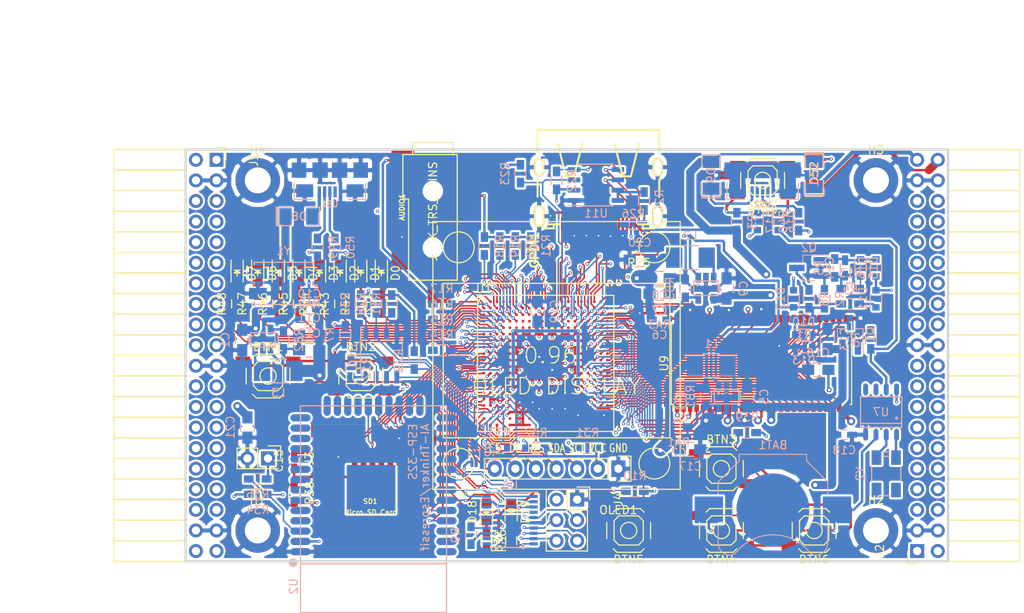
<source format=kicad_pcb>
(kicad_pcb (version 4) (host pcbnew 4.0.5+dfsg1-4)
  (layers (0 F.Cu signal) (1 In1.Cu signal) (2 In2.Cu signal) (31 B.Cu signal) (34 B.Paste user) (35 F.Paste user) (36 B.SilkS user) (37 F.SilkS user) (38 B.Mask user) (39 F.Mask user) (44 Edge.Cuts user))
  (net 0 "")
  (net 1 GND)
  (net 2 +5V)
  (net 3 /gpio/IN5V)
  (net 4 /gpio/OUT5V)
  (net 5 +3V3)
  (net 6 "Net-(L1-Pad1)")
  (net 7 "Net-(L2-Pad1)")
  (net 8 +1V2)
  (net 9 BTN_D)
  (net 10 BTN_F1)
  (net 11 BTN_F2)
  (net 12 BTN_L)
  (net 13 BTN_R)
  (net 14 BTN_U)
  (net 15 /power/FB1)
  (net 16 +2V5)
  (net 17 "Net-(L3-Pad1)")
  (net 18 /power/PWREN)
  (net 19 /power/FB3)
  (net 20 /power/FB2)
  (net 21 "Net-(D9-Pad1)")
  (net 22 /power/VBAT)
  (net 23 JTAG_TDI)
  (net 24 JTAG_TCK)
  (net 25 JTAG_TMS)
  (net 26 JTAG_TDO)
  (net 27 /power/WAKEUPn)
  (net 28 /power/WKUP)
  (net 29 /power/SHUT)
  (net 30 /power/WAKE)
  (net 31 /power/HOLD)
  (net 32 /power/WKn)
  (net 33 /power/OSCI_32k)
  (net 34 /power/OSCO_32k)
  (net 35 "Net-(Q2-Pad3)")
  (net 36 SHUTDOWN)
  (net 37 /analog/AUDIO_L)
  (net 38 /analog/AUDIO_R)
  (net 39 GPDI_5V_SCL)
  (net 40 GPDI_5V_SDA)
  (net 41 GPDI_SDA)
  (net 42 GPDI_SCL)
  (net 43 /gpdi/VREF2)
  (net 44 SD_CMD)
  (net 45 SD_CLK)
  (net 46 SD_D0)
  (net 47 SD_D1)
  (net 48 USB5V)
  (net 49 "Net-(BTN0-Pad1)")
  (net 50 GPDI_CEC)
  (net 51 nRESET)
  (net 52 FTDI_nDTR)
  (net 53 SDRAM_CKE)
  (net 54 SDRAM_A7)
  (net 55 SDRAM_D15)
  (net 56 SDRAM_BA1)
  (net 57 SDRAM_D7)
  (net 58 SDRAM_A6)
  (net 59 SDRAM_CLK)
  (net 60 SDRAM_D13)
  (net 61 SDRAM_BA0)
  (net 62 SDRAM_D6)
  (net 63 SDRAM_A5)
  (net 64 SDRAM_D14)
  (net 65 SDRAM_A11)
  (net 66 SDRAM_D12)
  (net 67 SDRAM_D5)
  (net 68 SDRAM_A4)
  (net 69 SDRAM_A10)
  (net 70 SDRAM_D11)
  (net 71 SDRAM_A3)
  (net 72 SDRAM_D4)
  (net 73 SDRAM_D10)
  (net 74 SDRAM_D9)
  (net 75 SDRAM_A9)
  (net 76 SDRAM_D3)
  (net 77 SDRAM_D8)
  (net 78 SDRAM_A8)
  (net 79 SDRAM_A2)
  (net 80 SDRAM_A1)
  (net 81 SDRAM_A0)
  (net 82 SDRAM_D2)
  (net 83 SDRAM_D1)
  (net 84 SDRAM_D0)
  (net 85 SDRAM_DQM0)
  (net 86 SDRAM_nCS)
  (net 87 SDRAM_nRAS)
  (net 88 SDRAM_DQM1)
  (net 89 SDRAM_nCAS)
  (net 90 SDRAM_nWE)
  (net 91 /flash/FLASH_nWP)
  (net 92 /flash/FLASH_nHOLD)
  (net 93 /flash/FLASH_MOSI)
  (net 94 /flash/FLASH_MISO)
  (net 95 /flash/FLASH_SCK)
  (net 96 /flash/FLASH_nCS)
  (net 97 /flash/FPGA_PROGRAMN)
  (net 98 /flash/FPGA_DONE)
  (net 99 /flash/FPGA_INITN)
  (net 100 OLED_RES)
  (net 101 OLED_DC)
  (net 102 OLED_CS)
  (net 103 WIFI_EN)
  (net 104 FTDI_nRTS)
  (net 105 FTDI_TXD)
  (net 106 FTDI_RXD)
  (net 107 WIFI_RXD)
  (net 108 WIFI_GPIO0)
  (net 109 WIFI_TXD)
  (net 110 GPDI_ETH-)
  (net 111 GPDI_ETH+)
  (net 112 GPDI_D2+)
  (net 113 GPDI_D2-)
  (net 114 GPDI_D1+)
  (net 115 GPDI_D1-)
  (net 116 GPDI_D0+)
  (net 117 GPDI_D0-)
  (net 118 GPDI_CLK+)
  (net 119 GPDI_CLK-)
  (net 120 USB_FTDI_D+)
  (net 121 USB_FTDI_D-)
  (net 122 J1_17-)
  (net 123 J1_17+)
  (net 124 J1_23-)
  (net 125 J1_23+)
  (net 126 J1_25-)
  (net 127 J1_25+)
  (net 128 J1_27-)
  (net 129 J1_27+)
  (net 130 J1_29-)
  (net 131 J1_29+)
  (net 132 J1_31-)
  (net 133 J1_31+)
  (net 134 J1_33-)
  (net 135 J1_33+)
  (net 136 J1_35-)
  (net 137 J1_35+)
  (net 138 J2_5-)
  (net 139 J2_5+)
  (net 140 J2_7-)
  (net 141 J2_7+)
  (net 142 J2_9-)
  (net 143 J2_9+)
  (net 144 J2_13-)
  (net 145 J2_13+)
  (net 146 J2_17-)
  (net 147 J2_17+)
  (net 148 J2_11-)
  (net 149 J2_11+)
  (net 150 J2_23-)
  (net 151 J2_23+)
  (net 152 J1_5-)
  (net 153 J1_5+)
  (net 154 J1_7-)
  (net 155 J1_7+)
  (net 156 J1_9-)
  (net 157 J1_9+)
  (net 158 J1_11-)
  (net 159 J1_11+)
  (net 160 J1_13-)
  (net 161 J1_13+)
  (net 162 J1_15-)
  (net 163 J1_15+)
  (net 164 J2_15-)
  (net 165 J2_15+)
  (net 166 J2_25-)
  (net 167 J2_25+)
  (net 168 J2_27-)
  (net 169 J2_27+)
  (net 170 J2_29-)
  (net 171 J2_29+)
  (net 172 J2_31-)
  (net 173 J2_31+)
  (net 174 J2_33-)
  (net 175 J2_33+)
  (net 176 J2_35-)
  (net 177 J2_35+)
  (net 178 SD_D3)
  (net 179 AUDIO_L3)
  (net 180 AUDIO_L2)
  (net 181 AUDIO_L1)
  (net 182 AUDIO_L0)
  (net 183 AUDIO_R3)
  (net 184 AUDIO_R2)
  (net 185 AUDIO_R1)
  (net 186 AUDIO_R0)
  (net 187 OLED_CLK)
  (net 188 OLED_MOSI)
  (net 189 LED0)
  (net 190 LED1)
  (net 191 LED2)
  (net 192 LED3)
  (net 193 LED4)
  (net 194 LED5)
  (net 195 LED6)
  (net 196 LED7)
  (net 197 BTN_PWRn)
  (net 198 "Net-(J3-Pad1)")
  (net 199 FTDI_nTXLED)
  (net 200 FTDI_nSLEEP)
  (net 201 /blinkey/LED_PWREN)
  (net 202 /blinkey/LED_TXLED)
  (net 203 FT3V3)
  (net 204 /sdcard/SD3V3)
  (net 205 SD_D2)
  (net 206 CLK_25MHz)
  (net 207 /blinkey/BTNPUL)
  (net 208 /blinkey/BTNPUR)
  (net 209 USB_FPGA_D+)
  (net 210 /power/FTDI_nSUSPEND)
  (net 211 /blinkey/ALED0)
  (net 212 /blinkey/ALED1)
  (net 213 /blinkey/ALED2)
  (net 214 /blinkey/ALED3)
  (net 215 /blinkey/ALED4)
  (net 216 /blinkey/ALED5)
  (net 217 /blinkey/ALED6)
  (net 218 /blinkey/ALED7)
  (net 219 /usb/FTD-)
  (net 220 /usb/FTD+)
  (module lfe5bg381:BGA-381_pitch0.8mm_dia0.4mm (layer F.Cu) (at 138.48 87.8)
    (fp_text reference U1 (at -7.6 -9.2) (layer F.SilkS))
    (fp_text value LFE5U-25F-6BG381C)
    (pad A2 smd circle (at -6.8 -7.6) (size 0.35 0.35) (layers F.Cu F.Paste F.Mask) (net 129 J1_27+))
    (pad A3 smd circle (at -6 -7.6) (size 0.35 0.35) (layers F.Cu F.Paste F.Mask) (net 183 AUDIO_R3))
    (pad A4 smd circle (at -5.2 -7.6) (size 0.35 0.35) (layers F.Cu F.Paste F.Mask) (net 127 J1_25+))
    (pad A5 smd circle (at -4.4 -7.6) (size 0.35 0.35) (layers F.Cu F.Paste F.Mask) (net 126 J1_25-))
    (pad A6 smd circle (at -3.6 -7.6) (size 0.35 0.35) (layers F.Cu F.Paste F.Mask) (net 125 J1_23+))
    (pad A7 smd circle (at -2.8 -7.6) (size 0.35 0.35) (layers F.Cu F.Paste F.Mask) (net 161 J1_13+))
    (pad A8 smd circle (at -2 -7.6) (size 0.35 0.35) (layers F.Cu F.Paste F.Mask) (net 160 J1_13-))
    (pad A9 smd circle (at -1.2 -7.6) (size 0.35 0.35) (layers F.Cu F.Paste F.Mask) (net 156 J1_9-))
    (pad A10 smd circle (at -0.4 -7.6) (size 0.35 0.35) (layers F.Cu F.Paste F.Mask) (net 155 J1_7+))
    (pad A11 smd circle (at 0.4 -7.6) (size 0.35 0.35) (layers F.Cu F.Paste F.Mask) (net 154 J1_7-))
    (pad A12 smd circle (at 1.2 -7.6) (size 0.35 0.35) (layers F.Cu F.Paste F.Mask) (net 111 GPDI_ETH+))
    (pad A13 smd circle (at 2 -7.6) (size 0.35 0.35) (layers F.Cu F.Paste F.Mask) (net 110 GPDI_ETH-))
    (pad A14 smd circle (at 2.8 -7.6) (size 0.35 0.35) (layers F.Cu F.Paste F.Mask) (net 112 GPDI_D2+))
    (pad A15 smd circle (at 3.6 -7.6) (size 0.35 0.35) (layers F.Cu F.Paste F.Mask))
    (pad A16 smd circle (at 4.4 -7.6) (size 0.35 0.35) (layers F.Cu F.Paste F.Mask) (net 114 GPDI_D1+))
    (pad A17 smd circle (at 5.2 -7.6) (size 0.35 0.35) (layers F.Cu F.Paste F.Mask) (net 116 GPDI_D0+))
    (pad A18 smd circle (at 6 -7.6) (size 0.35 0.35) (layers F.Cu F.Paste F.Mask) (net 118 GPDI_CLK+))
    (pad A19 smd circle (at 6.8 -7.6) (size 0.35 0.35) (layers F.Cu F.Paste F.Mask) (net 50 GPDI_CEC))
    (pad B1 smd circle (at -7.6 -6.8) (size 0.35 0.35) (layers F.Cu F.Paste F.Mask) (net 128 J1_27-))
    (pad B2 smd circle (at -6.8 -6.8) (size 0.35 0.35) (layers F.Cu F.Paste F.Mask) (net 189 LED0))
    (pad B3 smd circle (at -6 -6.8) (size 0.35 0.35) (layers F.Cu F.Paste F.Mask) (net 182 AUDIO_L0))
    (pad B4 smd circle (at -5.2 -6.8) (size 0.35 0.35) (layers F.Cu F.Paste F.Mask) (net 130 J1_29-))
    (pad B5 smd circle (at -4.4 -6.8) (size 0.35 0.35) (layers F.Cu F.Paste F.Mask) (net 184 AUDIO_R2))
    (pad B6 smd circle (at -3.6 -6.8) (size 0.35 0.35) (layers F.Cu F.Paste F.Mask) (net 124 J1_23-))
    (pad B7 smd circle (at -2.8 -6.8) (size 0.35 0.35) (layers F.Cu F.Paste F.Mask) (net 1 GND))
    (pad B8 smd circle (at -2 -6.8) (size 0.35 0.35) (layers F.Cu F.Paste F.Mask) (net 162 J1_15-))
    (pad B9 smd circle (at -1.2 -6.8) (size 0.35 0.35) (layers F.Cu F.Paste F.Mask) (net 159 J1_11+))
    (pad B10 smd circle (at -0.4 -6.8) (size 0.35 0.35) (layers F.Cu F.Paste F.Mask) (net 157 J1_9+))
    (pad B11 smd circle (at 0.4 -6.8) (size 0.35 0.35) (layers F.Cu F.Paste F.Mask) (net 153 J1_5+))
    (pad B12 smd circle (at 1.2 -6.8) (size 0.35 0.35) (layers F.Cu F.Paste F.Mask))
    (pad B13 smd circle (at 2 -6.8) (size 0.35 0.35) (layers F.Cu F.Paste F.Mask) (net 175 J2_33+))
    (pad B14 smd circle (at 2.8 -6.8) (size 0.35 0.35) (layers F.Cu F.Paste F.Mask) (net 1 GND))
    (pad B15 smd circle (at 3.6 -6.8) (size 0.35 0.35) (layers F.Cu F.Paste F.Mask) (net 173 J2_31+))
    (pad B16 smd circle (at 4.4 -6.8) (size 0.35 0.35) (layers F.Cu F.Paste F.Mask) (net 115 GPDI_D1-))
    (pad B17 smd circle (at 5.2 -6.8) (size 0.35 0.35) (layers F.Cu F.Paste F.Mask) (net 169 J2_27+))
    (pad B18 smd circle (at 6 -6.8) (size 0.35 0.35) (layers F.Cu F.Paste F.Mask) (net 117 GPDI_D0-))
    (pad B19 smd circle (at 6.8 -6.8) (size 0.35 0.35) (layers F.Cu F.Paste F.Mask) (net 119 GPDI_CLK-))
    (pad B20 smd circle (at 7.6 -6.8) (size 0.35 0.35) (layers F.Cu F.Paste F.Mask) (net 41 GPDI_SDA))
    (pad C1 smd circle (at -7.6 -6) (size 0.35 0.35) (layers F.Cu F.Paste F.Mask) (net 191 LED2))
    (pad C2 smd circle (at -6.8 -6) (size 0.35 0.35) (layers F.Cu F.Paste F.Mask) (net 190 LED1))
    (pad C3 smd circle (at -6 -6) (size 0.35 0.35) (layers F.Cu F.Paste F.Mask) (net 181 AUDIO_L1))
    (pad C4 smd circle (at -5.2 -6) (size 0.35 0.35) (layers F.Cu F.Paste F.Mask) (net 131 J1_29+))
    (pad C5 smd circle (at -4.4 -6) (size 0.35 0.35) (layers F.Cu F.Paste F.Mask) (net 186 AUDIO_R0))
    (pad C6 smd circle (at -3.6 -6) (size 0.35 0.35) (layers F.Cu F.Paste F.Mask) (net 123 J1_17+))
    (pad C7 smd circle (at -2.8 -6) (size 0.35 0.35) (layers F.Cu F.Paste F.Mask) (net 122 J1_17-))
    (pad C8 smd circle (at -2 -6) (size 0.35 0.35) (layers F.Cu F.Paste F.Mask) (net 163 J1_15+))
    (pad C9 smd circle (at -1.2 -6) (size 0.35 0.35) (layers F.Cu F.Paste F.Mask))
    (pad C10 smd circle (at -0.4 -6) (size 0.35 0.35) (layers F.Cu F.Paste F.Mask) (net 158 J1_11-))
    (pad C11 smd circle (at 0.4 -6) (size 0.35 0.35) (layers F.Cu F.Paste F.Mask) (net 152 J1_5-))
    (pad C12 smd circle (at 1.2 -6) (size 0.35 0.35) (layers F.Cu F.Paste F.Mask) (net 42 GPDI_SCL))
    (pad C13 smd circle (at 2 -6) (size 0.35 0.35) (layers F.Cu F.Paste F.Mask) (net 174 J2_33-))
    (pad C14 smd circle (at 2.8 -6) (size 0.35 0.35) (layers F.Cu F.Paste F.Mask) (net 113 GPDI_D2-))
    (pad C15 smd circle (at 3.6 -6) (size 0.35 0.35) (layers F.Cu F.Paste F.Mask) (net 172 J2_31-))
    (pad C16 smd circle (at 4.4 -6) (size 0.35 0.35) (layers F.Cu F.Paste F.Mask) (net 171 J2_29+))
    (pad C17 smd circle (at 5.2 -6) (size 0.35 0.35) (layers F.Cu F.Paste F.Mask) (net 168 J2_27-))
    (pad C18 smd circle (at 6 -6) (size 0.35 0.35) (layers F.Cu F.Paste F.Mask) (net 151 J2_23+))
    (pad C19 smd circle (at 6.8 -6) (size 0.35 0.35) (layers F.Cu F.Paste F.Mask) (net 1 GND))
    (pad C20 smd circle (at 7.6 -6) (size 0.35 0.35) (layers F.Cu F.Paste F.Mask) (net 64 SDRAM_D14))
    (pad D1 smd circle (at -7.6 -5.2) (size 0.35 0.35) (layers F.Cu F.Paste F.Mask) (net 193 LED4))
    (pad D2 smd circle (at -6.8 -5.2) (size 0.35 0.35) (layers F.Cu F.Paste F.Mask) (net 192 LED3))
    (pad D3 smd circle (at -6 -5.2) (size 0.35 0.35) (layers F.Cu F.Paste F.Mask) (net 180 AUDIO_L2))
    (pad D4 smd circle (at -5.2 -5.2) (size 0.35 0.35) (layers F.Cu F.Paste F.Mask) (net 1 GND))
    (pad D5 smd circle (at -4.4 -5.2) (size 0.35 0.35) (layers F.Cu F.Paste F.Mask) (net 185 AUDIO_R1))
    (pad D6 smd circle (at -3.6 -5.2) (size 0.35 0.35) (layers F.Cu F.Paste F.Mask) (net 197 BTN_PWRn))
    (pad D7 smd circle (at -2.8 -5.2) (size 0.35 0.35) (layers F.Cu F.Paste F.Mask))
    (pad D8 smd circle (at -2 -5.2) (size 0.35 0.35) (layers F.Cu F.Paste F.Mask))
    (pad D9 smd circle (at -1.2 -5.2) (size 0.35 0.35) (layers F.Cu F.Paste F.Mask))
    (pad D10 smd circle (at -0.4 -5.2) (size 0.35 0.35) (layers F.Cu F.Paste F.Mask))
    (pad D11 smd circle (at 0.4 -5.2) (size 0.35 0.35) (layers F.Cu F.Paste F.Mask))
    (pad D12 smd circle (at 1.2 -5.2) (size 0.35 0.35) (layers F.Cu F.Paste F.Mask))
    (pad D13 smd circle (at 2 -5.2) (size 0.35 0.35) (layers F.Cu F.Paste F.Mask) (net 177 J2_35+))
    (pad D14 smd circle (at 2.8 -5.2) (size 0.35 0.35) (layers F.Cu F.Paste F.Mask))
    (pad D15 smd circle (at 3.6 -5.2) (size 0.35 0.35) (layers F.Cu F.Paste F.Mask) (net 167 J2_25+))
    (pad D16 smd circle (at 4.4 -5.2) (size 0.35 0.35) (layers F.Cu F.Paste F.Mask) (net 170 J2_29-))
    (pad D17 smd circle (at 5.2 -5.2) (size 0.35 0.35) (layers F.Cu F.Paste F.Mask) (net 150 J2_23-))
    (pad D18 smd circle (at 6 -5.2) (size 0.35 0.35) (layers F.Cu F.Paste F.Mask) (net 147 J2_17+))
    (pad D19 smd circle (at 6.8 -5.2) (size 0.35 0.35) (layers F.Cu F.Paste F.Mask) (net 55 SDRAM_D15))
    (pad D20 smd circle (at 7.6 -5.2) (size 0.35 0.35) (layers F.Cu F.Paste F.Mask) (net 60 SDRAM_D13))
    (pad E1 smd circle (at -7.6 -4.4) (size 0.35 0.35) (layers F.Cu F.Paste F.Mask) (net 195 LED6))
    (pad E2 smd circle (at -6.8 -4.4) (size 0.35 0.35) (layers F.Cu F.Paste F.Mask) (net 194 LED5))
    (pad E3 smd circle (at -6 -4.4) (size 0.35 0.35) (layers F.Cu F.Paste F.Mask) (net 132 J1_31-))
    (pad E4 smd circle (at -5.2 -4.4) (size 0.35 0.35) (layers F.Cu F.Paste F.Mask) (net 179 AUDIO_L3))
    (pad E5 smd circle (at -4.4 -4.4) (size 0.35 0.35) (layers F.Cu F.Paste F.Mask))
    (pad E6 smd circle (at -3.6 -4.4) (size 0.35 0.35) (layers F.Cu F.Paste F.Mask))
    (pad E7 smd circle (at -2.8 -4.4) (size 0.35 0.35) (layers F.Cu F.Paste F.Mask))
    (pad E8 smd circle (at -2 -4.4) (size 0.35 0.35) (layers F.Cu F.Paste F.Mask))
    (pad E9 smd circle (at -1.2 -4.4) (size 0.35 0.35) (layers F.Cu F.Paste F.Mask))
    (pad E10 smd circle (at -0.4 -4.4) (size 0.35 0.35) (layers F.Cu F.Paste F.Mask))
    (pad E11 smd circle (at 0.4 -4.4) (size 0.35 0.35) (layers F.Cu F.Paste F.Mask))
    (pad E12 smd circle (at 1.2 -4.4) (size 0.35 0.35) (layers F.Cu F.Paste F.Mask))
    (pad E13 smd circle (at 2 -4.4) (size 0.35 0.35) (layers F.Cu F.Paste F.Mask) (net 176 J2_35-))
    (pad E14 smd circle (at 2.8 -4.4) (size 0.35 0.35) (layers F.Cu F.Paste F.Mask))
    (pad E15 smd circle (at 3.6 -4.4) (size 0.35 0.35) (layers F.Cu F.Paste F.Mask) (net 166 J2_25-))
    (pad E16 smd circle (at 4.4 -4.4) (size 0.35 0.35) (layers F.Cu F.Paste F.Mask))
    (pad E17 smd circle (at 5.2 -4.4) (size 0.35 0.35) (layers F.Cu F.Paste F.Mask) (net 146 J2_17-))
    (pad E18 smd circle (at 6 -4.4) (size 0.35 0.35) (layers F.Cu F.Paste F.Mask) (net 72 SDRAM_D4))
    (pad E19 smd circle (at 6.8 -4.4) (size 0.35 0.35) (layers F.Cu F.Paste F.Mask) (net 66 SDRAM_D12))
    (pad E20 smd circle (at 7.6 -4.4) (size 0.35 0.35) (layers F.Cu F.Paste F.Mask) (net 70 SDRAM_D11))
    (pad F1 smd circle (at -7.6 -3.6) (size 0.35 0.35) (layers F.Cu F.Paste F.Mask) (net 103 WIFI_EN))
    (pad F2 smd circle (at -6.8 -3.6) (size 0.35 0.35) (layers F.Cu F.Paste F.Mask))
    (pad F3 smd circle (at -6 -3.6) (size 0.35 0.35) (layers F.Cu F.Paste F.Mask) (net 134 J1_33-))
    (pad F4 smd circle (at -5.2 -3.6) (size 0.35 0.35) (layers F.Cu F.Paste F.Mask) (net 133 J1_31+))
    (pad F5 smd circle (at -4.4 -3.6) (size 0.35 0.35) (layers F.Cu F.Paste F.Mask))
    (pad F6 smd circle (at -3.6 -3.6) (size 0.35 0.35) (layers F.Cu F.Paste F.Mask) (net 16 +2V5))
    (pad F7 smd circle (at -2.8 -3.6) (size 0.35 0.35) (layers F.Cu F.Paste F.Mask) (net 1 GND))
    (pad F8 smd circle (at -2 -3.6) (size 0.35 0.35) (layers F.Cu F.Paste F.Mask) (net 1 GND))
    (pad F9 smd circle (at -1.2 -3.6) (size 0.35 0.35) (layers F.Cu F.Paste F.Mask) (net 5 +3V3))
    (pad F10 smd circle (at -0.4 -3.6) (size 0.35 0.35) (layers F.Cu F.Paste F.Mask) (net 5 +3V3))
    (pad F11 smd circle (at 0.4 -3.6) (size 0.35 0.35) (layers F.Cu F.Paste F.Mask) (net 5 +3V3))
    (pad F12 smd circle (at 1.2 -3.6) (size 0.35 0.35) (layers F.Cu F.Paste F.Mask) (net 5 +3V3))
    (pad F13 smd circle (at 2 -3.6) (size 0.35 0.35) (layers F.Cu F.Paste F.Mask) (net 1 GND))
    (pad F14 smd circle (at 2.8 -3.6) (size 0.35 0.35) (layers F.Cu F.Paste F.Mask) (net 1 GND))
    (pad F15 smd circle (at 3.6 -3.6) (size 0.35 0.35) (layers F.Cu F.Paste F.Mask) (net 16 +2V5))
    (pad F16 smd circle (at 4.4 -3.6) (size 0.35 0.35) (layers F.Cu F.Paste F.Mask))
    (pad F17 smd circle (at 5.2 -3.6) (size 0.35 0.35) (layers F.Cu F.Paste F.Mask) (net 165 J2_15+))
    (pad F18 smd circle (at 6 -3.6) (size 0.35 0.35) (layers F.Cu F.Paste F.Mask) (net 67 SDRAM_D5))
    (pad F19 smd circle (at 6.8 -3.6) (size 0.35 0.35) (layers F.Cu F.Paste F.Mask) (net 73 SDRAM_D10))
    (pad F20 smd circle (at 7.6 -3.6) (size 0.35 0.35) (layers F.Cu F.Paste F.Mask) (net 74 SDRAM_D9))
    (pad G1 smd circle (at -7.6 -2.8) (size 0.35 0.35) (layers F.Cu F.Paste F.Mask))
    (pad G2 smd circle (at -6.8 -2.8) (size 0.35 0.35) (layers F.Cu F.Paste F.Mask) (net 206 CLK_25MHz))
    (pad G3 smd circle (at -6 -2.8) (size 0.35 0.35) (layers F.Cu F.Paste F.Mask) (net 135 J1_33+))
    (pad G4 smd circle (at -5.2 -2.8) (size 0.35 0.35) (layers F.Cu F.Paste F.Mask) (net 1 GND))
    (pad G5 smd circle (at -4.4 -2.8) (size 0.35 0.35) (layers F.Cu F.Paste F.Mask) (net 136 J1_35-))
    (pad G6 smd circle (at -3.6 -2.8) (size 0.35 0.35) (layers F.Cu F.Paste F.Mask) (net 1 GND))
    (pad G7 smd circle (at -2.8 -2.8) (size 0.35 0.35) (layers F.Cu F.Paste F.Mask) (net 1 GND))
    (pad G8 smd circle (at -2 -2.8) (size 0.35 0.35) (layers F.Cu F.Paste F.Mask) (net 1 GND))
    (pad G9 smd circle (at -1.2 -2.8) (size 0.35 0.35) (layers F.Cu F.Paste F.Mask) (net 1 GND))
    (pad G10 smd circle (at -0.4 -2.8) (size 0.35 0.35) (layers F.Cu F.Paste F.Mask) (net 1 GND))
    (pad G11 smd circle (at 0.4 -2.8) (size 0.35 0.35) (layers F.Cu F.Paste F.Mask) (net 1 GND))
    (pad G12 smd circle (at 1.2 -2.8) (size 0.35 0.35) (layers F.Cu F.Paste F.Mask) (net 1 GND))
    (pad G13 smd circle (at 2 -2.8) (size 0.35 0.35) (layers F.Cu F.Paste F.Mask) (net 1 GND))
    (pad G14 smd circle (at 2.8 -2.8) (size 0.35 0.35) (layers F.Cu F.Paste F.Mask) (net 1 GND))
    (pad G15 smd circle (at 3.6 -2.8) (size 0.35 0.35) (layers F.Cu F.Paste F.Mask) (net 1 GND))
    (pad G16 smd circle (at 4.4 -2.8) (size 0.35 0.35) (layers F.Cu F.Paste F.Mask))
    (pad G17 smd circle (at 5.2 -2.8) (size 0.35 0.35) (layers F.Cu F.Paste F.Mask) (net 1 GND))
    (pad G18 smd circle (at 6 -2.8) (size 0.35 0.35) (layers F.Cu F.Paste F.Mask) (net 164 J2_15-))
    (pad G19 smd circle (at 6.8 -2.8) (size 0.35 0.35) (layers F.Cu F.Paste F.Mask) (net 77 SDRAM_D8))
    (pad G20 smd circle (at 7.6 -2.8) (size 0.35 0.35) (layers F.Cu F.Paste F.Mask) (net 88 SDRAM_DQM1))
    (pad H1 smd circle (at -7.6 -2) (size 0.35 0.35) (layers F.Cu F.Paste F.Mask) (net 178 SD_D3))
    (pad H2 smd circle (at -6.8 -2) (size 0.35 0.35) (layers F.Cu F.Paste F.Mask) (net 205 SD_D2))
    (pad H3 smd circle (at -6 -2) (size 0.35 0.35) (layers F.Cu F.Paste F.Mask) (net 196 LED7))
    (pad H4 smd circle (at -5.2 -2) (size 0.35 0.35) (layers F.Cu F.Paste F.Mask) (net 137 J1_35+))
    (pad H5 smd circle (at -4.4 -2) (size 0.35 0.35) (layers F.Cu F.Paste F.Mask))
    (pad H6 smd circle (at -3.6 -2) (size 0.35 0.35) (layers F.Cu F.Paste F.Mask) (net 5 +3V3))
    (pad H7 smd circle (at -2.8 -2) (size 0.35 0.35) (layers F.Cu F.Paste F.Mask) (net 5 +3V3))
    (pad H8 smd circle (at -2 -2) (size 0.35 0.35) (layers F.Cu F.Paste F.Mask) (net 8 +1V2))
    (pad H9 smd circle (at -1.2 -2) (size 0.35 0.35) (layers F.Cu F.Paste F.Mask) (net 8 +1V2))
    (pad H10 smd circle (at -0.4 -2) (size 0.35 0.35) (layers F.Cu F.Paste F.Mask) (net 8 +1V2))
    (pad H11 smd circle (at 0.4 -2) (size 0.35 0.35) (layers F.Cu F.Paste F.Mask) (net 8 +1V2))
    (pad H12 smd circle (at 1.2 -2) (size 0.35 0.35) (layers F.Cu F.Paste F.Mask) (net 8 +1V2))
    (pad H13 smd circle (at 2 -2) (size 0.35 0.35) (layers F.Cu F.Paste F.Mask) (net 8 +1V2))
    (pad H14 smd circle (at 2.8 -2) (size 0.35 0.35) (layers F.Cu F.Paste F.Mask) (net 5 +3V3))
    (pad H15 smd circle (at 3.6 -2) (size 0.35 0.35) (layers F.Cu F.Paste F.Mask) (net 5 +3V3))
    (pad H16 smd circle (at 4.4 -2) (size 0.35 0.35) (layers F.Cu F.Paste F.Mask))
    (pad H17 smd circle (at 5.2 -2) (size 0.35 0.35) (layers F.Cu F.Paste F.Mask) (net 144 J2_13-))
    (pad H18 smd circle (at 6 -2) (size 0.35 0.35) (layers F.Cu F.Paste F.Mask) (net 145 J2_13+))
    (pad H19 smd circle (at 6.8 -2) (size 0.35 0.35) (layers F.Cu F.Paste F.Mask) (net 1 GND))
    (pad H20 smd circle (at 7.6 -2) (size 0.35 0.35) (layers F.Cu F.Paste F.Mask) (net 59 SDRAM_CLK))
    (pad J1 smd circle (at -7.6 -1.2) (size 0.35 0.35) (layers F.Cu F.Paste F.Mask) (net 45 SD_CLK))
    (pad J2 smd circle (at -6.8 -1.2) (size 0.35 0.35) (layers F.Cu F.Paste F.Mask) (net 1 GND))
    (pad J3 smd circle (at -6 -1.2) (size 0.35 0.35) (layers F.Cu F.Paste F.Mask) (net 44 SD_CMD))
    (pad J4 smd circle (at -5.2 -1.2) (size 0.35 0.35) (layers F.Cu F.Paste F.Mask))
    (pad J5 smd circle (at -4.4 -1.2) (size 0.35 0.35) (layers F.Cu F.Paste F.Mask))
    (pad J6 smd circle (at -3.6 -1.2) (size 0.35 0.35) (layers F.Cu F.Paste F.Mask) (net 5 +3V3))
    (pad J7 smd circle (at -2.8 -1.2) (size 0.35 0.35) (layers F.Cu F.Paste F.Mask) (net 1 GND))
    (pad J8 smd circle (at -2 -1.2) (size 0.35 0.35) (layers F.Cu F.Paste F.Mask) (net 8 +1V2))
    (pad J9 smd circle (at -1.2 -1.2) (size 0.35 0.35) (layers F.Cu F.Paste F.Mask) (net 1 GND))
    (pad J10 smd circle (at -0.4 -1.2) (size 0.35 0.35) (layers F.Cu F.Paste F.Mask) (net 1 GND))
    (pad J11 smd circle (at 0.4 -1.2) (size 0.35 0.35) (layers F.Cu F.Paste F.Mask) (net 1 GND))
    (pad J12 smd circle (at 1.2 -1.2) (size 0.35 0.35) (layers F.Cu F.Paste F.Mask) (net 1 GND))
    (pad J13 smd circle (at 2 -1.2) (size 0.35 0.35) (layers F.Cu F.Paste F.Mask) (net 8 +1V2))
    (pad J14 smd circle (at 2.8 -1.2) (size 0.35 0.35) (layers F.Cu F.Paste F.Mask) (net 1 GND))
    (pad J15 smd circle (at 3.6 -1.2) (size 0.35 0.35) (layers F.Cu F.Paste F.Mask) (net 5 +3V3))
    (pad J16 smd circle (at 4.4 -1.2) (size 0.35 0.35) (layers F.Cu F.Paste F.Mask))
    (pad J17 smd circle (at 5.2 -1.2) (size 0.35 0.35) (layers F.Cu F.Paste F.Mask))
    (pad J18 smd circle (at 6 -1.2) (size 0.35 0.35) (layers F.Cu F.Paste F.Mask) (net 76 SDRAM_D3))
    (pad J19 smd circle (at 6.8 -1.2) (size 0.35 0.35) (layers F.Cu F.Paste F.Mask) (net 53 SDRAM_CKE))
    (pad J20 smd circle (at 7.6 -1.2) (size 0.35 0.35) (layers F.Cu F.Paste F.Mask) (net 65 SDRAM_A11))
    (pad K1 smd circle (at -7.6 -0.4) (size 0.35 0.35) (layers F.Cu F.Paste F.Mask) (net 47 SD_D1))
    (pad K2 smd circle (at -6.8 -0.4) (size 0.35 0.35) (layers F.Cu F.Paste F.Mask) (net 46 SD_D0))
    (pad K3 smd circle (at -6 -0.4) (size 0.35 0.35) (layers F.Cu F.Paste F.Mask) (net 107 WIFI_RXD))
    (pad K4 smd circle (at -5.2 -0.4) (size 0.35 0.35) (layers F.Cu F.Paste F.Mask) (net 109 WIFI_TXD))
    (pad K5 smd circle (at -4.4 -0.4) (size 0.35 0.35) (layers F.Cu F.Paste F.Mask))
    (pad K6 smd circle (at -3.6 -0.4) (size 0.35 0.35) (layers F.Cu F.Paste F.Mask) (net 1 GND))
    (pad K7 smd circle (at -2.8 -0.4) (size 0.35 0.35) (layers F.Cu F.Paste F.Mask) (net 1 GND))
    (pad K8 smd circle (at -2 -0.4) (size 0.35 0.35) (layers F.Cu F.Paste F.Mask) (net 8 +1V2))
    (pad K9 smd circle (at -1.2 -0.4) (size 0.35 0.35) (layers F.Cu F.Paste F.Mask) (net 1 GND))
    (pad K10 smd circle (at -0.4 -0.4) (size 0.35 0.35) (layers F.Cu F.Paste F.Mask) (net 1 GND))
    (pad K11 smd circle (at 0.4 -0.4) (size 0.35 0.35) (layers F.Cu F.Paste F.Mask) (net 1 GND))
    (pad K12 smd circle (at 1.2 -0.4) (size 0.35 0.35) (layers F.Cu F.Paste F.Mask) (net 1 GND))
    (pad K13 smd circle (at 2 -0.4) (size 0.35 0.35) (layers F.Cu F.Paste F.Mask) (net 8 +1V2))
    (pad K14 smd circle (at 2.8 -0.4) (size 0.35 0.35) (layers F.Cu F.Paste F.Mask) (net 1 GND))
    (pad K15 smd circle (at 3.6 -0.4) (size 0.35 0.35) (layers F.Cu F.Paste F.Mask) (net 1 GND))
    (pad K16 smd circle (at 4.4 -0.4) (size 0.35 0.35) (layers F.Cu F.Paste F.Mask))
    (pad K17 smd circle (at 5.2 -0.4) (size 0.35 0.35) (layers F.Cu F.Paste F.Mask))
    (pad K18 smd circle (at 6 -0.4) (size 0.35 0.35) (layers F.Cu F.Paste F.Mask) (net 82 SDRAM_D2))
    (pad K19 smd circle (at 6.8 -0.4) (size 0.35 0.35) (layers F.Cu F.Paste F.Mask) (net 75 SDRAM_A9))
    (pad K20 smd circle (at 7.6 -0.4) (size 0.35 0.35) (layers F.Cu F.Paste F.Mask) (net 78 SDRAM_A8))
    (pad L1 smd circle (at -7.6 0.4) (size 0.35 0.35) (layers F.Cu F.Paste F.Mask))
    (pad L2 smd circle (at -6.8 0.4) (size 0.35 0.35) (layers F.Cu F.Paste F.Mask) (net 108 WIFI_GPIO0))
    (pad L3 smd circle (at -6 0.4) (size 0.35 0.35) (layers F.Cu F.Paste F.Mask))
    (pad L4 smd circle (at -5.2 0.4) (size 0.35 0.35) (layers F.Cu F.Paste F.Mask) (net 106 FTDI_RXD))
    (pad L5 smd circle (at -4.4 0.4) (size 0.35 0.35) (layers F.Cu F.Paste F.Mask))
    (pad L6 smd circle (at -3.6 0.4) (size 0.35 0.35) (layers F.Cu F.Paste F.Mask) (net 5 +3V3))
    (pad L7 smd circle (at -2.8 0.4) (size 0.35 0.35) (layers F.Cu F.Paste F.Mask) (net 5 +3V3))
    (pad L8 smd circle (at -2 0.4) (size 0.35 0.35) (layers F.Cu F.Paste F.Mask) (net 8 +1V2))
    (pad L9 smd circle (at -1.2 0.4) (size 0.35 0.35) (layers F.Cu F.Paste F.Mask) (net 1 GND))
    (pad L10 smd circle (at -0.4 0.4) (size 0.35 0.35) (layers F.Cu F.Paste F.Mask) (net 1 GND))
    (pad L11 smd circle (at 0.4 0.4) (size 0.35 0.35) (layers F.Cu F.Paste F.Mask) (net 1 GND))
    (pad L12 smd circle (at 1.2 0.4) (size 0.35 0.35) (layers F.Cu F.Paste F.Mask) (net 1 GND))
    (pad L13 smd circle (at 2 0.4) (size 0.35 0.35) (layers F.Cu F.Paste F.Mask) (net 8 +1V2))
    (pad L14 smd circle (at 2.8 0.4) (size 0.35 0.35) (layers F.Cu F.Paste F.Mask) (net 5 +3V3))
    (pad L15 smd circle (at 3.6 0.4) (size 0.35 0.35) (layers F.Cu F.Paste F.Mask) (net 5 +3V3))
    (pad L16 smd circle (at 4.4 0.4) (size 0.35 0.35) (layers F.Cu F.Paste F.Mask) (net 149 J2_11+))
    (pad L17 smd circle (at 5.2 0.4) (size 0.35 0.35) (layers F.Cu F.Paste F.Mask) (net 148 J2_11-))
    (pad L18 smd circle (at 6 0.4) (size 0.35 0.35) (layers F.Cu F.Paste F.Mask) (net 83 SDRAM_D1))
    (pad L19 smd circle (at 6.8 0.4) (size 0.35 0.35) (layers F.Cu F.Paste F.Mask) (net 54 SDRAM_A7))
    (pad L20 smd circle (at 7.6 0.4) (size 0.35 0.35) (layers F.Cu F.Paste F.Mask) (net 58 SDRAM_A6))
    (pad M1 smd circle (at -7.6 1.2) (size 0.35 0.35) (layers F.Cu F.Paste F.Mask) (net 105 FTDI_TXD))
    (pad M2 smd circle (at -6.8 1.2) (size 0.35 0.35) (layers F.Cu F.Paste F.Mask) (net 1 GND))
    (pad M3 smd circle (at -6 1.2) (size 0.35 0.35) (layers F.Cu F.Paste F.Mask) (net 104 FTDI_nRTS))
    (pad M4 smd circle (at -5.2 1.2) (size 0.35 0.35) (layers F.Cu F.Paste F.Mask))
    (pad M5 smd circle (at -4.4 1.2) (size 0.35 0.35) (layers F.Cu F.Paste F.Mask))
    (pad M6 smd circle (at -3.6 1.2) (size 0.35 0.35) (layers F.Cu F.Paste F.Mask) (net 5 +3V3))
    (pad M7 smd circle (at -2.8 1.2) (size 0.35 0.35) (layers F.Cu F.Paste F.Mask) (net 1 GND))
    (pad M8 smd circle (at -2 1.2) (size 0.35 0.35) (layers F.Cu F.Paste F.Mask) (net 8 +1V2))
    (pad M9 smd circle (at -1.2 1.2) (size 0.35 0.35) (layers F.Cu F.Paste F.Mask) (net 1 GND))
    (pad M10 smd circle (at -0.4 1.2) (size 0.35 0.35) (layers F.Cu F.Paste F.Mask) (net 1 GND))
    (pad M11 smd circle (at 0.4 1.2) (size 0.35 0.35) (layers F.Cu F.Paste F.Mask) (net 1 GND))
    (pad M12 smd circle (at 1.2 1.2) (size 0.35 0.35) (layers F.Cu F.Paste F.Mask) (net 1 GND))
    (pad M13 smd circle (at 2 1.2) (size 0.35 0.35) (layers F.Cu F.Paste F.Mask) (net 8 +1V2))
    (pad M14 smd circle (at 2.8 1.2) (size 0.35 0.35) (layers F.Cu F.Paste F.Mask) (net 1 GND))
    (pad M15 smd circle (at 3.6 1.2) (size 0.35 0.35) (layers F.Cu F.Paste F.Mask) (net 5 +3V3))
    (pad M16 smd circle (at 4.4 1.2) (size 0.35 0.35) (layers F.Cu F.Paste F.Mask) (net 1 GND))
    (pad M17 smd circle (at 5.2 1.2) (size 0.35 0.35) (layers F.Cu F.Paste F.Mask) (net 142 J2_9-))
    (pad M18 smd circle (at 6 1.2) (size 0.35 0.35) (layers F.Cu F.Paste F.Mask) (net 84 SDRAM_D0))
    (pad M19 smd circle (at 6.8 1.2) (size 0.35 0.35) (layers F.Cu F.Paste F.Mask) (net 63 SDRAM_A5))
    (pad M20 smd circle (at 7.6 1.2) (size 0.35 0.35) (layers F.Cu F.Paste F.Mask) (net 68 SDRAM_A4))
    (pad N1 smd circle (at -7.6 2) (size 0.35 0.35) (layers F.Cu F.Paste F.Mask) (net 52 FTDI_nDTR))
    (pad N2 smd circle (at -6.8 2) (size 0.35 0.35) (layers F.Cu F.Paste F.Mask) (net 102 OLED_CS))
    (pad N3 smd circle (at -6 2) (size 0.35 0.35) (layers F.Cu F.Paste F.Mask))
    (pad N4 smd circle (at -5.2 2) (size 0.35 0.35) (layers F.Cu F.Paste F.Mask))
    (pad N5 smd circle (at -4.4 2) (size 0.35 0.35) (layers F.Cu F.Paste F.Mask))
    (pad N6 smd circle (at -3.6 2) (size 0.35 0.35) (layers F.Cu F.Paste F.Mask) (net 1 GND))
    (pad N7 smd circle (at -2.8 2) (size 0.35 0.35) (layers F.Cu F.Paste F.Mask) (net 1 GND))
    (pad N8 smd circle (at -2 2) (size 0.35 0.35) (layers F.Cu F.Paste F.Mask) (net 8 +1V2))
    (pad N9 smd circle (at -1.2 2) (size 0.35 0.35) (layers F.Cu F.Paste F.Mask) (net 8 +1V2))
    (pad N10 smd circle (at -0.4 2) (size 0.35 0.35) (layers F.Cu F.Paste F.Mask) (net 8 +1V2))
    (pad N11 smd circle (at 0.4 2) (size 0.35 0.35) (layers F.Cu F.Paste F.Mask) (net 8 +1V2))
    (pad N12 smd circle (at 1.2 2) (size 0.35 0.35) (layers F.Cu F.Paste F.Mask) (net 8 +1V2))
    (pad N13 smd circle (at 2 2) (size 0.35 0.35) (layers F.Cu F.Paste F.Mask) (net 8 +1V2))
    (pad N14 smd circle (at 2.8 2) (size 0.35 0.35) (layers F.Cu F.Paste F.Mask) (net 1 GND))
    (pad N15 smd circle (at 3.6 2) (size 0.35 0.35) (layers F.Cu F.Paste F.Mask) (net 1 GND))
    (pad N16 smd circle (at 4.4 2) (size 0.35 0.35) (layers F.Cu F.Paste F.Mask) (net 143 J2_9+))
    (pad N17 smd circle (at 5.2 2) (size 0.35 0.35) (layers F.Cu F.Paste F.Mask) (net 141 J2_7+))
    (pad N18 smd circle (at 6 2) (size 0.35 0.35) (layers F.Cu F.Paste F.Mask) (net 62 SDRAM_D6))
    (pad N19 smd circle (at 6.8 2) (size 0.35 0.35) (layers F.Cu F.Paste F.Mask) (net 71 SDRAM_A3))
    (pad N20 smd circle (at 7.6 2) (size 0.35 0.35) (layers F.Cu F.Paste F.Mask) (net 79 SDRAM_A2))
    (pad P1 smd circle (at -7.6 2.8) (size 0.35 0.35) (layers F.Cu F.Paste F.Mask) (net 101 OLED_DC))
    (pad P2 smd circle (at -6.8 2.8) (size 0.35 0.35) (layers F.Cu F.Paste F.Mask) (net 100 OLED_RES))
    (pad P3 smd circle (at -6 2.8) (size 0.35 0.35) (layers F.Cu F.Paste F.Mask) (net 188 OLED_MOSI))
    (pad P4 smd circle (at -5.2 2.8) (size 0.35 0.35) (layers F.Cu F.Paste F.Mask) (net 187 OLED_CLK))
    (pad P5 smd circle (at -4.4 2.8) (size 0.35 0.35) (layers F.Cu F.Paste F.Mask))
    (pad P6 smd circle (at -3.6 2.8) (size 0.35 0.35) (layers F.Cu F.Paste F.Mask) (net 16 +2V5))
    (pad P7 smd circle (at -2.8 2.8) (size 0.35 0.35) (layers F.Cu F.Paste F.Mask) (net 1 GND))
    (pad P8 smd circle (at -2 2.8) (size 0.35 0.35) (layers F.Cu F.Paste F.Mask) (net 1 GND))
    (pad P9 smd circle (at -1.2 2.8) (size 0.35 0.35) (layers F.Cu F.Paste F.Mask) (net 5 +3V3))
    (pad P10 smd circle (at -0.4 2.8) (size 0.35 0.35) (layers F.Cu F.Paste F.Mask) (net 5 +3V3))
    (pad P11 smd circle (at 0.4 2.8) (size 0.35 0.35) (layers F.Cu F.Paste F.Mask) (net 1 GND))
    (pad P12 smd circle (at 1.2 2.8) (size 0.35 0.35) (layers F.Cu F.Paste F.Mask) (net 1 GND))
    (pad P13 smd circle (at 2 2.8) (size 0.35 0.35) (layers F.Cu F.Paste F.Mask) (net 1 GND))
    (pad P14 smd circle (at 2.8 2.8) (size 0.35 0.35) (layers F.Cu F.Paste F.Mask) (net 1 GND))
    (pad P15 smd circle (at 3.6 2.8) (size 0.35 0.35) (layers F.Cu F.Paste F.Mask) (net 16 +2V5))
    (pad P16 smd circle (at 4.4 2.8) (size 0.35 0.35) (layers F.Cu F.Paste F.Mask) (net 140 J2_7-))
    (pad P17 smd circle (at 5.2 2.8) (size 0.35 0.35) (layers F.Cu F.Paste F.Mask))
    (pad P18 smd circle (at 6 2.8) (size 0.35 0.35) (layers F.Cu F.Paste F.Mask) (net 57 SDRAM_D7))
    (pad P19 smd circle (at 6.8 2.8) (size 0.35 0.35) (layers F.Cu F.Paste F.Mask) (net 80 SDRAM_A1))
    (pad P20 smd circle (at 7.6 2.8) (size 0.35 0.35) (layers F.Cu F.Paste F.Mask) (net 81 SDRAM_A0))
    (pad R1 smd circle (at -7.6 3.6) (size 0.35 0.35) (layers F.Cu F.Paste F.Mask) (net 10 BTN_F1))
    (pad R2 smd circle (at -6.8 3.6) (size 0.35 0.35) (layers F.Cu F.Paste F.Mask) (net 96 /flash/FLASH_nCS))
    (pad R3 smd circle (at -6 3.6) (size 0.35 0.35) (layers F.Cu F.Paste F.Mask))
    (pad R4 smd circle (at -5.2 3.6) (size 0.35 0.35) (layers F.Cu F.Paste F.Mask) (net 1 GND))
    (pad R5 smd circle (at -4.4 3.6) (size 0.35 0.35) (layers F.Cu F.Paste F.Mask) (net 23 JTAG_TDI))
    (pad R16 smd circle (at 4.4 3.6) (size 0.35 0.35) (layers F.Cu F.Paste F.Mask))
    (pad R17 smd circle (at 5.2 3.6) (size 0.35 0.35) (layers F.Cu F.Paste F.Mask))
    (pad R18 smd circle (at 6 3.6) (size 0.35 0.35) (layers F.Cu F.Paste F.Mask) (net 85 SDRAM_DQM0))
    (pad R19 smd circle (at 6.8 3.6) (size 0.35 0.35) (layers F.Cu F.Paste F.Mask) (net 1 GND))
    (pad R20 smd circle (at 7.6 3.6) (size 0.35 0.35) (layers F.Cu F.Paste F.Mask) (net 69 SDRAM_A10))
    (pad T1 smd circle (at -7.6 4.4) (size 0.35 0.35) (layers F.Cu F.Paste F.Mask) (net 11 BTN_F2))
    (pad T2 smd circle (at -6.8 4.4) (size 0.35 0.35) (layers F.Cu F.Paste F.Mask) (net 5 +3V3))
    (pad T3 smd circle (at -6 4.4) (size 0.35 0.35) (layers F.Cu F.Paste F.Mask) (net 5 +3V3))
    (pad T4 smd circle (at -5.2 4.4) (size 0.35 0.35) (layers F.Cu F.Paste F.Mask) (net 5 +3V3))
    (pad T5 smd circle (at -4.4 4.4) (size 0.35 0.35) (layers F.Cu F.Paste F.Mask) (net 24 JTAG_TCK))
    (pad T6 smd circle (at -3.6 4.4) (size 0.35 0.35) (layers F.Cu F.Paste F.Mask) (net 1 GND))
    (pad T7 smd circle (at -2.8 4.4) (size 0.35 0.35) (layers F.Cu F.Paste F.Mask) (net 1 GND))
    (pad T8 smd circle (at -2 4.4) (size 0.35 0.35) (layers F.Cu F.Paste F.Mask) (net 1 GND))
    (pad T9 smd circle (at -1.2 4.4) (size 0.35 0.35) (layers F.Cu F.Paste F.Mask) (net 1 GND))
    (pad T10 smd circle (at -0.4 4.4) (size 0.35 0.35) (layers F.Cu F.Paste F.Mask) (net 1 GND))
    (pad T11 smd circle (at 0.4 4.4) (size 0.35 0.35) (layers F.Cu F.Paste F.Mask))
    (pad T12 smd circle (at 1.2 4.4) (size 0.35 0.35) (layers F.Cu F.Paste F.Mask))
    (pad T13 smd circle (at 2 4.4) (size 0.35 0.35) (layers F.Cu F.Paste F.Mask))
    (pad T14 smd circle (at 2.8 4.4) (size 0.35 0.35) (layers F.Cu F.Paste F.Mask))
    (pad T15 smd circle (at 3.6 4.4) (size 0.35 0.35) (layers F.Cu F.Paste F.Mask))
    (pad T16 smd circle (at 4.4 4.4) (size 0.35 0.35) (layers F.Cu F.Paste F.Mask))
    (pad T17 smd circle (at 5.2 4.4) (size 0.35 0.35) (layers F.Cu F.Paste F.Mask) (net 89 SDRAM_nCAS))
    (pad T18 smd circle (at 6 4.4) (size 0.35 0.35) (layers F.Cu F.Paste F.Mask) (net 90 SDRAM_nWE))
    (pad T19 smd circle (at 6.8 4.4) (size 0.35 0.35) (layers F.Cu F.Paste F.Mask) (net 56 SDRAM_BA1))
    (pad T20 smd circle (at 7.6 4.4) (size 0.35 0.35) (layers F.Cu F.Paste F.Mask) (net 61 SDRAM_BA0))
    (pad U1 smd circle (at -7.6 5.2) (size 0.35 0.35) (layers F.Cu F.Paste F.Mask) (net 12 BTN_L))
    (pad U2 smd circle (at -6.8 5.2) (size 0.35 0.35) (layers F.Cu F.Paste F.Mask) (net 5 +3V3))
    (pad U3 smd circle (at -6 5.2) (size 0.35 0.35) (layers F.Cu F.Paste F.Mask) (net 95 /flash/FLASH_SCK))
    (pad U4 smd circle (at -5.2 5.2) (size 0.35 0.35) (layers F.Cu F.Paste F.Mask) (net 1 GND))
    (pad U5 smd circle (at -4.4 5.2) (size 0.35 0.35) (layers F.Cu F.Paste F.Mask) (net 25 JTAG_TMS))
    (pad U6 smd circle (at -3.6 5.2) (size 0.35 0.35) (layers F.Cu F.Paste F.Mask) (net 1 GND))
    (pad U7 smd circle (at -2.8 5.2) (size 0.35 0.35) (layers F.Cu F.Paste F.Mask) (net 1 GND))
    (pad U8 smd circle (at -2 5.2) (size 0.35 0.35) (layers F.Cu F.Paste F.Mask) (net 1 GND))
    (pad U9 smd circle (at -1.2 5.2) (size 0.35 0.35) (layers F.Cu F.Paste F.Mask) (net 1 GND))
    (pad U10 smd circle (at -0.4 5.2) (size 0.35 0.35) (layers F.Cu F.Paste F.Mask) (net 1 GND))
    (pad U11 smd circle (at 0.4 5.2) (size 0.35 0.35) (layers F.Cu F.Paste F.Mask) (net 1 GND))
    (pad U12 smd circle (at 1.2 5.2) (size 0.35 0.35) (layers F.Cu F.Paste F.Mask) (net 1 GND))
    (pad U13 smd circle (at 2 5.2) (size 0.35 0.35) (layers F.Cu F.Paste F.Mask) (net 1 GND))
    (pad U14 smd circle (at 2.8 5.2) (size 0.35 0.35) (layers F.Cu F.Paste F.Mask) (net 1 GND))
    (pad U15 smd circle (at 3.6 5.2) (size 0.35 0.35) (layers F.Cu F.Paste F.Mask))
    (pad U16 smd circle (at 4.4 5.2) (size 0.35 0.35) (layers F.Cu F.Paste F.Mask))
    (pad U17 smd circle (at 5.2 5.2) (size 0.35 0.35) (layers F.Cu F.Paste F.Mask) (net 138 J2_5-))
    (pad U18 smd circle (at 6 5.2) (size 0.35 0.35) (layers F.Cu F.Paste F.Mask) (net 139 J2_5+))
    (pad U19 smd circle (at 6.8 5.2) (size 0.35 0.35) (layers F.Cu F.Paste F.Mask) (net 86 SDRAM_nCS))
    (pad U20 smd circle (at 7.6 5.2) (size 0.35 0.35) (layers F.Cu F.Paste F.Mask) (net 87 SDRAM_nRAS))
    (pad V1 smd circle (at -7.6 6) (size 0.35 0.35) (layers F.Cu F.Paste F.Mask) (net 9 BTN_D))
    (pad V2 smd circle (at -6.8 6) (size 0.35 0.35) (layers F.Cu F.Paste F.Mask) (net 94 /flash/FLASH_MISO))
    (pad V3 smd circle (at -6 6) (size 0.35 0.35) (layers F.Cu F.Paste F.Mask) (net 99 /flash/FPGA_INITN))
    (pad V4 smd circle (at -5.2 6) (size 0.35 0.35) (layers F.Cu F.Paste F.Mask) (net 26 JTAG_TDO))
    (pad V5 smd circle (at -4.4 6) (size 0.35 0.35) (layers F.Cu F.Paste F.Mask) (net 1 GND))
    (pad V6 smd circle (at -3.6 6) (size 0.35 0.35) (layers F.Cu F.Paste F.Mask) (net 1 GND))
    (pad V7 smd circle (at -2.8 6) (size 0.35 0.35) (layers F.Cu F.Paste F.Mask) (net 1 GND))
    (pad V8 smd circle (at -2 6) (size 0.35 0.35) (layers F.Cu F.Paste F.Mask) (net 1 GND))
    (pad V9 smd circle (at -1.2 6) (size 0.35 0.35) (layers F.Cu F.Paste F.Mask) (net 1 GND))
    (pad V10 smd circle (at -0.4 6) (size 0.35 0.35) (layers F.Cu F.Paste F.Mask) (net 1 GND))
    (pad V11 smd circle (at 0.4 6) (size 0.35 0.35) (layers F.Cu F.Paste F.Mask) (net 1 GND))
    (pad V12 smd circle (at 1.2 6) (size 0.35 0.35) (layers F.Cu F.Paste F.Mask) (net 1 GND))
    (pad V13 smd circle (at 2 6) (size 0.35 0.35) (layers F.Cu F.Paste F.Mask) (net 1 GND))
    (pad V14 smd circle (at 2.8 6) (size 0.35 0.35) (layers F.Cu F.Paste F.Mask) (net 1 GND))
    (pad V15 smd circle (at 3.6 6) (size 0.35 0.35) (layers F.Cu F.Paste F.Mask) (net 1 GND))
    (pad V16 smd circle (at 4.4 6) (size 0.35 0.35) (layers F.Cu F.Paste F.Mask) (net 1 GND))
    (pad V17 smd circle (at 5.2 6) (size 0.35 0.35) (layers F.Cu F.Paste F.Mask))
    (pad V18 smd circle (at 6 6) (size 0.35 0.35) (layers F.Cu F.Paste F.Mask))
    (pad V19 smd circle (at 6.8 6) (size 0.35 0.35) (layers F.Cu F.Paste F.Mask) (net 1 GND))
    (pad V20 smd circle (at 7.6 6) (size 0.35 0.35) (layers F.Cu F.Paste F.Mask) (net 1 GND))
    (pad W1 smd circle (at -7.6 6.8) (size 0.35 0.35) (layers F.Cu F.Paste F.Mask) (net 14 BTN_U))
    (pad W2 smd circle (at -6.8 6.8) (size 0.35 0.35) (layers F.Cu F.Paste F.Mask) (net 93 /flash/FLASH_MOSI))
    (pad W3 smd circle (at -6 6.8) (size 0.35 0.35) (layers F.Cu F.Paste F.Mask) (net 97 /flash/FPGA_PROGRAMN))
    (pad W4 smd circle (at -5.2 6.8) (size 0.35 0.35) (layers F.Cu F.Paste F.Mask))
    (pad W5 smd circle (at -4.4 6.8) (size 0.35 0.35) (layers F.Cu F.Paste F.Mask))
    (pad W6 smd circle (at -3.6 6.8) (size 0.35 0.35) (layers F.Cu F.Paste F.Mask) (net 1 GND))
    (pad W7 smd circle (at -2.8 6.8) (size 0.35 0.35) (layers F.Cu F.Paste F.Mask) (net 1 GND))
    (pad W8 smd circle (at -2 6.8) (size 0.35 0.35) (layers F.Cu F.Paste F.Mask))
    (pad W9 smd circle (at -1.2 6.8) (size 0.35 0.35) (layers F.Cu F.Paste F.Mask))
    (pad W10 smd circle (at -0.4 6.8) (size 0.35 0.35) (layers F.Cu F.Paste F.Mask))
    (pad W11 smd circle (at 0.4 6.8) (size 0.35 0.35) (layers F.Cu F.Paste F.Mask))
    (pad W12 smd circle (at 1.2 6.8) (size 0.35 0.35) (layers F.Cu F.Paste F.Mask) (net 1 GND))
    (pad W13 smd circle (at 2 6.8) (size 0.35 0.35) (layers F.Cu F.Paste F.Mask))
    (pad W14 smd circle (at 2.8 6.8) (size 0.35 0.35) (layers F.Cu F.Paste F.Mask))
    (pad W15 smd circle (at 3.6 6.8) (size 0.35 0.35) (layers F.Cu F.Paste F.Mask) (net 1 GND))
    (pad W16 smd circle (at 4.4 6.8) (size 0.35 0.35) (layers F.Cu F.Paste F.Mask) (net 1 GND))
    (pad W17 smd circle (at 5.2 6.8) (size 0.35 0.35) (layers F.Cu F.Paste F.Mask))
    (pad W18 smd circle (at 6 6.8) (size 0.35 0.35) (layers F.Cu F.Paste F.Mask))
    (pad W19 smd circle (at 6.8 6.8) (size 0.35 0.35) (layers F.Cu F.Paste F.Mask) (net 1 GND))
    (pad W20 smd circle (at 7.6 6.8) (size 0.35 0.35) (layers F.Cu F.Paste F.Mask))
    (pad Y2 smd circle (at -6.8 7.6) (size 0.35 0.35) (layers F.Cu F.Paste F.Mask) (net 13 BTN_R))
    (pad Y3 smd circle (at -6 7.6) (size 0.35 0.35) (layers F.Cu F.Paste F.Mask) (net 98 /flash/FPGA_DONE))
    (pad Y5 smd circle (at -4.4 7.6) (size 0.35 0.35) (layers F.Cu F.Paste F.Mask) (net 1 GND))
    (pad Y6 smd circle (at -3.6 7.6) (size 0.35 0.35) (layers F.Cu F.Paste F.Mask) (net 1 GND))
    (pad Y7 smd circle (at -2.8 7.6) (size 0.35 0.35) (layers F.Cu F.Paste F.Mask) (net 1 GND))
    (pad Y8 smd circle (at -2 7.6) (size 0.35 0.35) (layers F.Cu F.Paste F.Mask) (net 1 GND))
    (pad Y11 smd circle (at 0.4 7.6) (size 0.35 0.35) (layers F.Cu F.Paste F.Mask) (net 1 GND))
    (pad Y12 smd circle (at 1.2 7.6) (size 0.35 0.35) (layers F.Cu F.Paste F.Mask) (net 1 GND))
    (pad Y14 smd circle (at 2.8 7.6) (size 0.35 0.35) (layers F.Cu F.Paste F.Mask))
    (pad Y15 smd circle (at 3.6 7.6) (size 0.35 0.35) (layers F.Cu F.Paste F.Mask))
    (pad Y16 smd circle (at 4.4 7.6) (size 0.35 0.35) (layers F.Cu F.Paste F.Mask))
    (pad Y17 smd circle (at 5.2 7.6) (size 0.35 0.35) (layers F.Cu F.Paste F.Mask))
    (pad Y19 smd circle (at 6.8 7.6) (size 0.35 0.35) (layers F.Cu F.Paste F.Mask))
  )
  (module Keystone_3000_1x12mm-CoinCell:Keystone_3000_1x12mm-CoinCell (layer B.Cu) (at 166.49 105.87 180)
    (fp_text reference BAT1 (at 0 8 180) (layer B.SilkS) (effects (justify mirror)))
    (fp_text value CR1225)
    (pad 1 smd rect (at -7.9 0 180) (size 3.5 3.3) (layers B.Cu B.Paste B.Mask) (net 22 /power/VBAT))
    (pad 1 smd rect (at 7.9 0 180) (size 3.5 3.3) (layers B.Cu B.Paste B.Mask) (net 22 /power/VBAT))
    (pad 2 smd circle (at 0 0 180) (size 9 9) (layers B.Cu B.Mask) (net 1 GND))
  )
  (module SMD_Packages:SMD-1206_Pol (layer F.Cu) (at 171.57 64.341 90)
    (fp_text reference D52 (at 0 0 90) (layer F.SilkS))
    (fp_text value 2A)
    (pad 1 smd rect (at -1.651 0 90) (size 1.524 2.032) (layers F.Cu F.Paste F.Mask) (net 4 /gpio/OUT5V))
    (pad 2 smd rect (at 1.651 0 90) (size 1.524 2.032) (layers F.Cu F.Paste F.Mask) (net 2 +5V))
  )
  (module SMD_Packages:SMD-1206_Pol (layer B.Cu) (at 171.57 64.595 270)
    (fp_text reference D51 (at 0 0 270) (layer B.SilkS) (effects (justify mirror)))
    (fp_text value 2A)
    (pad 1 smd rect (at -1.651 0 270) (size 1.524 2.032) (layers B.Cu B.Paste B.Mask) (net 2 +5V))
    (pad 2 smd rect (at 1.651 0 270) (size 1.524 2.032) (layers B.Cu B.Paste B.Mask) (net 3 /gpio/IN5V))
  )
  (module micro-sd:MicroSD_TF02D (layer F.Cu) (at 116.87 110.52 180)
    (fp_text reference SD1 (at 0 5.7 180) (layer F.SilkS) (effects (font (size 0.59944 0.59944) (thickness 0.12446))))
    (fp_text value Micro_SD_Card (at 0 4.35 180) (layer F.SilkS) (effects (font (size 0.59944 0.59944) (thickness 0.12446))))
    (pad 1 smd rect (at 1.94 11 180) (size 0.7 1.8) (layers F.Cu F.Paste F.Mask) (net 205 SD_D2))
    (pad 2 smd rect (at 0.84 11 180) (size 0.7 1.8) (layers F.Cu F.Paste F.Mask) (net 178 SD_D3))
    (pad 3 smd rect (at -0.26 11 180) (size 0.7 1.8) (layers F.Cu F.Paste F.Mask) (net 44 SD_CMD))
    (pad 4 smd rect (at -1.36 11 180) (size 0.7 1.8) (layers F.Cu F.Paste F.Mask) (net 204 /sdcard/SD3V3))
    (pad 5 smd rect (at -2.46 11 180) (size 0.7 1.8) (layers F.Cu F.Paste F.Mask) (net 45 SD_CLK))
    (pad 6 smd rect (at -3.56 11 180) (size 0.7 1.8) (layers F.Cu F.Paste F.Mask) (net 1 GND))
    (pad 7 smd rect (at -4.66 11 180) (size 0.7 1.8) (layers F.Cu F.Paste F.Mask) (net 46 SD_D0))
    (pad 8 smd rect (at -5.76 11 180) (size 0.7 1.8) (layers F.Cu F.Paste F.Mask) (net 47 SD_D1))
    (pad S smd rect (at -5.05 0.4 180) (size 1.6 1.4) (layers F.Cu F.Paste F.Mask))
    (pad S smd rect (at 0.75 0.4 180) (size 1.8 1.4) (layers F.Cu F.Paste F.Mask))
    (pad G smd rect (at -7.45 13.55 180) (size 1.4 1.9) (layers F.Cu F.Paste F.Mask))
    (pad G smd rect (at 6.6 14.55 180) (size 1.4 1.9) (layers F.Cu F.Paste F.Mask))
  )
  (module Resistors_SMD:R_1210_HandSoldering (layer B.Cu) (at 158.87 88.09 180)
    (fp_text reference L1 (at 0 2.7 180) (layer B.SilkS) (effects (justify mirror)))
    (fp_text value 2.2uH)
    (pad 1 smd rect (at -2 0 180) (size 2 2.5) (layers B.Cu B.Paste B.Mask) (net 6 "Net-(L1-Pad1)"))
    (pad 2 smd rect (at 2 0 180) (size 2 2.5) (layers B.Cu B.Paste B.Mask) (net 8 +1V2))
  )
  (module TSOT-25:TSOT-25 (layer B.Cu) (at 160.775 91.9)
    (fp_text reference U3 (at 0 -0.5) (layer B.SilkS) (effects (font (size 0.15 0.15) (thickness 0.0375)) (justify mirror)))
    (fp_text value AP3429A)
    (pad 1 smd rect (at -0.95 -1.3) (size 0.7 1.2) (layers B.Cu B.Paste B.Mask) (net 18 /power/PWREN))
    (pad 2 smd rect (at 0 -1.3) (size 0.7 1.2) (layers B.Cu B.Paste B.Mask) (net 1 GND))
    (pad 3 smd rect (at 0.95 -1.3) (size 0.7 1.2) (layers B.Cu B.Paste B.Mask) (net 6 "Net-(L1-Pad1)"))
    (pad 4 smd rect (at 0.95 1.3) (size 0.7 1.2) (layers B.Cu B.Paste B.Mask) (net 2 +5V))
    (pad 5 smd rect (at -0.95 1.3) (size 0.7 1.2) (layers B.Cu B.Paste B.Mask) (net 15 /power/FB1))
  )
  (module Resistors_SMD:R_1210_HandSoldering (layer B.Cu) (at 156.33 74.755 180)
    (fp_text reference L2 (at 0 2.7 180) (layer B.SilkS) (effects (justify mirror)))
    (fp_text value 2.2uH)
    (pad 1 smd rect (at -2 0 180) (size 2 2.5) (layers B.Cu B.Paste B.Mask) (net 7 "Net-(L2-Pad1)"))
    (pad 2 smd rect (at 2 0 180) (size 2 2.5) (layers B.Cu B.Paste B.Mask) (net 5 +3V3))
  )
  (module TSOT-25:TSOT-25 (layer B.Cu) (at 158.235 78.535)
    (fp_text reference U4 (at 0 -0.5) (layer B.SilkS) (effects (font (size 0.15 0.15) (thickness 0.0375)) (justify mirror)))
    (fp_text value AP3429A)
    (pad 1 smd rect (at -0.95 -1.3) (size 0.7 1.2) (layers B.Cu B.Paste B.Mask) (net 18 /power/PWREN))
    (pad 2 smd rect (at 0 -1.3) (size 0.7 1.2) (layers B.Cu B.Paste B.Mask) (net 1 GND))
    (pad 3 smd rect (at 0.95 -1.3) (size 0.7 1.2) (layers B.Cu B.Paste B.Mask) (net 7 "Net-(L2-Pad1)"))
    (pad 4 smd rect (at 0.95 1.3) (size 0.7 1.2) (layers B.Cu B.Paste B.Mask) (net 2 +5V))
    (pad 5 smd rect (at -0.95 1.3) (size 0.7 1.2) (layers B.Cu B.Paste B.Mask) (net 19 /power/FB3))
  )
  (module Buttons_Switches_SMD:SW_SPST_SKQG (layer F.Cu) (at 104.26 89.36)
    (fp_text reference BTN1 (at 0 -3.6) (layer F.SilkS))
    (fp_text value FIRE1)
    (pad 1 smd rect (at -3.1 -1.85) (size 1.8 1.1) (layers F.Cu F.Paste F.Mask) (net 207 /blinkey/BTNPUL))
    (pad 1 smd rect (at 3.1 -1.85) (size 1.8 1.1) (layers F.Cu F.Paste F.Mask) (net 207 /blinkey/BTNPUL))
    (pad 2 smd rect (at -3.1 1.85) (size 1.8 1.1) (layers F.Cu F.Paste F.Mask) (net 10 BTN_F1))
    (pad 2 smd rect (at 3.1 1.85) (size 1.8 1.1) (layers F.Cu F.Paste F.Mask) (net 10 BTN_F1))
  )
  (module Buttons_Switches_SMD:SW_SPST_SKQG (layer F.Cu) (at 115.69 89.36)
    (fp_text reference BTN2 (at 0 -3.6) (layer F.SilkS))
    (fp_text value FIRE2)
    (pad 1 smd rect (at -3.1 -1.85) (size 1.8 1.1) (layers F.Cu F.Paste F.Mask) (net 207 /blinkey/BTNPUL))
    (pad 1 smd rect (at 3.1 -1.85) (size 1.8 1.1) (layers F.Cu F.Paste F.Mask) (net 207 /blinkey/BTNPUL))
    (pad 2 smd rect (at -3.1 1.85) (size 1.8 1.1) (layers F.Cu F.Paste F.Mask) (net 11 BTN_F2))
    (pad 2 smd rect (at 3.1 1.85) (size 1.8 1.1) (layers F.Cu F.Paste F.Mask) (net 11 BTN_F2))
  )
  (module Buttons_Switches_SMD:SW_SPST_SKQG (layer F.Cu) (at 160.14 100.79)
    (fp_text reference BTN3 (at 0 -3.6) (layer F.SilkS))
    (fp_text value UP)
    (pad 1 smd rect (at -3.1 -1.85) (size 1.8 1.1) (layers F.Cu F.Paste F.Mask) (net 208 /blinkey/BTNPUR))
    (pad 1 smd rect (at 3.1 -1.85) (size 1.8 1.1) (layers F.Cu F.Paste F.Mask) (net 208 /blinkey/BTNPUR))
    (pad 2 smd rect (at -3.1 1.85) (size 1.8 1.1) (layers F.Cu F.Paste F.Mask) (net 14 BTN_U))
    (pad 2 smd rect (at 3.1 1.85) (size 1.8 1.1) (layers F.Cu F.Paste F.Mask) (net 14 BTN_U))
  )
  (module Buttons_Switches_SMD:SW_SPST_SKQG (layer F.Cu) (at 160.14 108.41 180)
    (fp_text reference BTN4 (at 0 -3.6 180) (layer F.SilkS))
    (fp_text value DOWN)
    (pad 1 smd rect (at -3.1 -1.85 180) (size 1.8 1.1) (layers F.Cu F.Paste F.Mask) (net 208 /blinkey/BTNPUR))
    (pad 1 smd rect (at 3.1 -1.85 180) (size 1.8 1.1) (layers F.Cu F.Paste F.Mask) (net 208 /blinkey/BTNPUR))
    (pad 2 smd rect (at -3.1 1.85 180) (size 1.8 1.1) (layers F.Cu F.Paste F.Mask) (net 9 BTN_D))
    (pad 2 smd rect (at 3.1 1.85 180) (size 1.8 1.1) (layers F.Cu F.Paste F.Mask) (net 9 BTN_D))
  )
  (module Buttons_Switches_SMD:SW_SPST_SKQG (layer F.Cu) (at 148.71 108.41 180)
    (fp_text reference BTN5 (at 0 -3.6 180) (layer F.SilkS))
    (fp_text value LEFT)
    (pad 1 smd rect (at -3.1 -1.85 180) (size 1.8 1.1) (layers F.Cu F.Paste F.Mask) (net 208 /blinkey/BTNPUR))
    (pad 1 smd rect (at 3.1 -1.85 180) (size 1.8 1.1) (layers F.Cu F.Paste F.Mask) (net 208 /blinkey/BTNPUR))
    (pad 2 smd rect (at -3.1 1.85 180) (size 1.8 1.1) (layers F.Cu F.Paste F.Mask) (net 12 BTN_L))
    (pad 2 smd rect (at 3.1 1.85 180) (size 1.8 1.1) (layers F.Cu F.Paste F.Mask) (net 12 BTN_L))
  )
  (module Buttons_Switches_SMD:SW_SPST_SKQG (layer F.Cu) (at 171.57 108.41 180)
    (fp_text reference BTN6 (at 0 -3.6 180) (layer F.SilkS))
    (fp_text value RIGHT)
    (pad 1 smd rect (at -3.1 -1.85 180) (size 1.8 1.1) (layers F.Cu F.Paste F.Mask) (net 208 /blinkey/BTNPUR))
    (pad 1 smd rect (at 3.1 -1.85 180) (size 1.8 1.1) (layers F.Cu F.Paste F.Mask) (net 208 /blinkey/BTNPUR))
    (pad 2 smd rect (at -3.1 1.85 180) (size 1.8 1.1) (layers F.Cu F.Paste F.Mask) (net 13 BTN_R))
    (pad 2 smd rect (at 3.1 1.85 180) (size 1.8 1.1) (layers F.Cu F.Paste F.Mask) (net 13 BTN_R))
  )
  (module LEDs:LED_0805 (layer F.Cu) (at 118.23 76.66 270)
    (fp_text reference D0 (at 0 -1.75 270) (layer F.SilkS))
    (fp_text value LED)
    (pad 2 smd rect (at 1.04902 0 90) (size 1.19888 1.19888) (layers F.Cu F.Paste F.Mask) (net 211 /blinkey/ALED0))
    (pad 1 smd rect (at -1.04902 0 90) (size 1.19888 1.19888) (layers F.Cu F.Paste F.Mask) (net 1 GND))
  )
  (module LEDs:LED_0805 (layer F.Cu) (at 115.69 76.66 270)
    (fp_text reference D1 (at 0 -1.75 270) (layer F.SilkS))
    (fp_text value LED)
    (pad 2 smd rect (at 1.04902 0 90) (size 1.19888 1.19888) (layers F.Cu F.Paste F.Mask) (net 212 /blinkey/ALED1))
    (pad 1 smd rect (at -1.04902 0 90) (size 1.19888 1.19888) (layers F.Cu F.Paste F.Mask) (net 1 GND))
  )
  (module LEDs:LED_0805 (layer F.Cu) (at 113.15 76.66 270)
    (fp_text reference D2 (at 0 -1.75 270) (layer F.SilkS))
    (fp_text value LED)
    (pad 2 smd rect (at 1.04902 0 90) (size 1.19888 1.19888) (layers F.Cu F.Paste F.Mask) (net 213 /blinkey/ALED2))
    (pad 1 smd rect (at -1.04902 0 90) (size 1.19888 1.19888) (layers F.Cu F.Paste F.Mask) (net 1 GND))
  )
  (module LEDs:LED_0805 (layer F.Cu) (at 110.61 76.66 270)
    (fp_text reference D3 (at 0 -1.75 270) (layer F.SilkS))
    (fp_text value LED)
    (pad 2 smd rect (at 1.04902 0 90) (size 1.19888 1.19888) (layers F.Cu F.Paste F.Mask) (net 214 /blinkey/ALED3))
    (pad 1 smd rect (at -1.04902 0 90) (size 1.19888 1.19888) (layers F.Cu F.Paste F.Mask) (net 1 GND))
  )
  (module LEDs:LED_0805 (layer F.Cu) (at 108.07 76.66 270)
    (fp_text reference D4 (at 0 -1.75 270) (layer F.SilkS))
    (fp_text value LED)
    (pad 2 smd rect (at 1.04902 0 90) (size 1.19888 1.19888) (layers F.Cu F.Paste F.Mask) (net 215 /blinkey/ALED4))
    (pad 1 smd rect (at -1.04902 0 90) (size 1.19888 1.19888) (layers F.Cu F.Paste F.Mask) (net 1 GND))
  )
  (module LEDs:LED_0805 (layer F.Cu) (at 105.53 76.66 270)
    (fp_text reference D5 (at 0 -1.75 270) (layer F.SilkS))
    (fp_text value LED)
    (pad 2 smd rect (at 1.04902 0 90) (size 1.19888 1.19888) (layers F.Cu F.Paste F.Mask) (net 216 /blinkey/ALED5))
    (pad 1 smd rect (at -1.04902 0 90) (size 1.19888 1.19888) (layers F.Cu F.Paste F.Mask) (net 1 GND))
  )
  (module LEDs:LED_0805 (layer F.Cu) (at 102.99 76.66 270)
    (fp_text reference D6 (at 0 -1.75 270) (layer F.SilkS))
    (fp_text value LED)
    (pad 2 smd rect (at 1.04902 0 90) (size 1.19888 1.19888) (layers F.Cu F.Paste F.Mask) (net 217 /blinkey/ALED6))
    (pad 1 smd rect (at -1.04902 0 90) (size 1.19888 1.19888) (layers F.Cu F.Paste F.Mask) (net 1 GND))
  )
  (module LEDs:LED_0805 (layer F.Cu) (at 100.45 76.66 270)
    (fp_text reference D7 (at 0 -1.75 270) (layer F.SilkS))
    (fp_text value LED)
    (pad 2 smd rect (at 1.04902 0 90) (size 1.19888 1.19888) (layers F.Cu F.Paste F.Mask) (net 218 /blinkey/ALED7))
    (pad 1 smd rect (at -1.04902 0 90) (size 1.19888 1.19888) (layers F.Cu F.Paste F.Mask) (net 1 GND))
  )
  (module Resistors_SMD:R_1210_HandSoldering (layer B.Cu) (at 105.53 88.725)
    (fp_text reference L3 (at 0 2.7) (layer B.SilkS) (effects (justify mirror)))
    (fp_text value 2.2uH)
    (pad 1 smd rect (at -2 0) (size 2 2.5) (layers B.Cu B.Paste B.Mask) (net 17 "Net-(L3-Pad1)"))
    (pad 2 smd rect (at 2 0) (size 2 2.5) (layers B.Cu B.Paste B.Mask) (net 16 +2V5))
  )
  (module TSOT-25:TSOT-25 (layer B.Cu) (at 103.625 84.915 180)
    (fp_text reference U5 (at 0 -0.5 180) (layer B.SilkS) (effects (font (size 0.15 0.15) (thickness 0.0375)) (justify mirror)))
    (fp_text value AP3429A)
    (pad 1 smd rect (at -0.95 -1.3 180) (size 0.7 1.2) (layers B.Cu B.Paste B.Mask) (net 18 /power/PWREN))
    (pad 2 smd rect (at 0 -1.3 180) (size 0.7 1.2) (layers B.Cu B.Paste B.Mask) (net 1 GND))
    (pad 3 smd rect (at 0.95 -1.3 180) (size 0.7 1.2) (layers B.Cu B.Paste B.Mask) (net 17 "Net-(L3-Pad1)"))
    (pad 4 smd rect (at 0.95 1.3 180) (size 0.7 1.2) (layers B.Cu B.Paste B.Mask) (net 2 +5V))
    (pad 5 smd rect (at -0.95 1.3 180) (size 0.7 1.2) (layers B.Cu B.Paste B.Mask) (net 20 /power/FB2))
  )
  (module Capacitors_SMD:C_0805_HandSoldering (layer B.Cu) (at 101.085 84.915 270)
    (fp_text reference C1 (at 0 2.1 270) (layer B.SilkS) (effects (justify mirror)))
    (fp_text value 22uF)
    (pad 1 smd rect (at -1.25 0 270) (size 1.5 1.25) (layers B.Cu B.Paste B.Mask) (net 2 +5V))
    (pad 2 smd rect (at 1.25 0 270) (size 1.5 1.25) (layers B.Cu B.Paste B.Mask) (net 1 GND))
  )
  (module Capacitors_SMD:C_0805_HandSoldering (layer B.Cu) (at 155.06 90.63)
    (fp_text reference C3 (at 0 2.1) (layer B.SilkS) (effects (justify mirror)))
    (fp_text value 22uF)
    (pad 1 smd rect (at -1.25 0) (size 1.5 1.25) (layers B.Cu B.Paste B.Mask) (net 8 +1V2))
    (pad 2 smd rect (at 1.25 0) (size 1.5 1.25) (layers B.Cu B.Paste B.Mask) (net 1 GND))
  )
  (module Capacitors_SMD:C_0805_HandSoldering (layer B.Cu) (at 155.06 92.535)
    (fp_text reference C4 (at 0 2.1) (layer B.SilkS) (effects (justify mirror)))
    (fp_text value 22uF)
    (pad 1 smd rect (at -1.25 0) (size 1.5 1.25) (layers B.Cu B.Paste B.Mask) (net 8 +1V2))
    (pad 2 smd rect (at 1.25 0) (size 1.5 1.25) (layers B.Cu B.Paste B.Mask) (net 1 GND))
  )
  (module Capacitors_SMD:C_0805_HandSoldering (layer B.Cu) (at 163.315 91.9 90)
    (fp_text reference C5 (at 0 2.1 90) (layer B.SilkS) (effects (justify mirror)))
    (fp_text value 22uF)
    (pad 1 smd rect (at -1.25 0 90) (size 1.5 1.25) (layers B.Cu B.Paste B.Mask) (net 2 +5V))
    (pad 2 smd rect (at 1.25 0 90) (size 1.5 1.25) (layers B.Cu B.Paste B.Mask) (net 1 GND))
  )
  (module Capacitors_SMD:C_0805_HandSoldering (layer B.Cu) (at 152.52 79.2)
    (fp_text reference C7 (at 0 2.1) (layer B.SilkS) (effects (justify mirror)))
    (fp_text value 22uF)
    (pad 1 smd rect (at -1.25 0) (size 1.5 1.25) (layers B.Cu B.Paste B.Mask) (net 5 +3V3))
    (pad 2 smd rect (at 1.25 0) (size 1.5 1.25) (layers B.Cu B.Paste B.Mask) (net 1 GND))
  )
  (module Capacitors_SMD:C_0805_HandSoldering (layer B.Cu) (at 152.52 77.295)
    (fp_text reference C8 (at 0 2.1) (layer B.SilkS) (effects (justify mirror)))
    (fp_text value 22uF)
    (pad 1 smd rect (at -1.25 0) (size 1.5 1.25) (layers B.Cu B.Paste B.Mask) (net 5 +3V3))
    (pad 2 smd rect (at 1.25 0) (size 1.5 1.25) (layers B.Cu B.Paste B.Mask) (net 1 GND))
  )
  (module Capacitors_SMD:C_0805_HandSoldering (layer B.Cu) (at 160.775 78.565 90)
    (fp_text reference C9 (at 0 2.1 90) (layer B.SilkS) (effects (justify mirror)))
    (fp_text value 22uF)
    (pad 1 smd rect (at -1.25 0 90) (size 1.5 1.25) (layers B.Cu B.Paste B.Mask) (net 2 +5V))
    (pad 2 smd rect (at 1.25 0 90) (size 1.5 1.25) (layers B.Cu B.Paste B.Mask) (net 1 GND))
  )
  (module Capacitors_SMD:C_0805_HandSoldering (layer B.Cu) (at 109.34 84.28 180)
    (fp_text reference C11 (at 0 2.1 180) (layer B.SilkS) (effects (justify mirror)))
    (fp_text value 22uF)
    (pad 1 smd rect (at -1.25 0 180) (size 1.5 1.25) (layers B.Cu B.Paste B.Mask) (net 16 +2V5))
    (pad 2 smd rect (at 1.25 0 180) (size 1.5 1.25) (layers B.Cu B.Paste B.Mask) (net 1 GND))
  )
  (module Capacitors_SMD:C_0805_HandSoldering (layer B.Cu) (at 109.34 86.185 180)
    (fp_text reference C12 (at 0 2.1 180) (layer B.SilkS) (effects (justify mirror)))
    (fp_text value 22uF)
    (pad 1 smd rect (at -1.25 0 180) (size 1.5 1.25) (layers B.Cu B.Paste B.Mask) (net 16 +2V5))
    (pad 2 smd rect (at 1.25 0 180) (size 1.5 1.25) (layers B.Cu B.Paste B.Mask) (net 1 GND))
  )
  (module SMD_Packages:SMD-1206_Pol (layer B.Cu) (at 108.07 69.675)
    (fp_text reference D8 (at 0 0) (layer B.SilkS) (effects (justify mirror)))
    (fp_text value 2A)
    (pad 1 smd rect (at -1.651 0) (size 1.524 2.032) (layers B.Cu B.Paste B.Mask) (net 2 +5V))
    (pad 2 smd rect (at 1.651 0) (size 1.524 2.032) (layers B.Cu B.Paste B.Mask) (net 48 USB5V))
  )
  (module SMD_Packages:SMD-1206_Pol (layer B.Cu) (at 158.87 64.595 90)
    (fp_text reference D9 (at 0 0 90) (layer B.SilkS) (effects (justify mirror)))
    (fp_text value 2A)
    (pad 1 smd rect (at -1.651 0 90) (size 1.524 2.032) (layers B.Cu B.Paste B.Mask) (net 21 "Net-(D9-Pad1)"))
    (pad 2 smd rect (at 1.651 0 90) (size 1.524 2.032) (layers B.Cu B.Paste B.Mask) (net 2 +5V))
  )
  (module Power_Integrations:SO-8 (layer B.Cu) (at 179.825 93.805 180)
    (fp_text reference U7 (at 0 0 180) (layer B.SilkS) (effects (justify mirror)))
    (fp_text value PCF8523)
    (pad 1 smd oval (at -1.905 -2.794 180) (size 0.6096 1.4732) (layers B.Cu B.Paste B.Mask) (net 33 /power/OSCI_32k))
    (pad 2 smd oval (at -0.635 -2.794 180) (size 0.6096 1.4732) (layers B.Cu B.Paste B.Mask) (net 34 /power/OSCO_32k))
    (pad 3 smd oval (at 0.635 -2.794 180) (size 0.6096 1.4732) (layers B.Cu B.Paste B.Mask) (net 22 /power/VBAT))
    (pad 4 smd oval (at 1.905 -2.794 180) (size 0.6096 1.4732) (layers B.Cu B.Paste B.Mask) (net 1 GND))
    (pad 5 smd oval (at 1.905 2.794 180) (size 0.6096 1.4732) (layers B.Cu B.Paste B.Mask))
    (pad 6 smd oval (at 0.635 2.794 180) (size 0.6096 1.4732) (layers B.Cu B.Paste B.Mask))
    (pad 7 smd oval (at -0.635 2.794 180) (size 0.6096 1.4732) (layers B.Cu B.Paste B.Mask) (net 27 /power/WAKEUPn))
    (pad 8 smd oval (at -1.905 2.794 180) (size 0.6096 1.4732) (layers B.Cu B.Paste B.Mask) (net 5 +3V3))
  )
  (module Capacitors_SMD:C_0805_HandSoldering (layer B.Cu) (at 173.221 84.788 90)
    (fp_text reference C13 (at 0 2.1 90) (layer B.SilkS) (effects (justify mirror)))
    (fp_text value 2.2uF)
    (pad 1 smd rect (at -1.25 0 90) (size 1.5 1.25) (layers B.Cu B.Paste B.Mask) (net 2 +5V))
    (pad 2 smd rect (at 1.25 0 90) (size 1.5 1.25) (layers B.Cu B.Paste B.Mask) (net 28 /power/WKUP))
  )
  (module Diodes_SMD:D_0805 (layer B.Cu) (at 170.3 84.28)
    (fp_text reference D10 (at 0 -1.6) (layer B.SilkS) (effects (justify mirror)))
    (fp_text value 1N4148)
    (pad 1 smd rect (at -1.05 0) (size 0.8 0.9) (layers B.Cu B.Paste B.Mask) (net 30 /power/WAKE))
    (pad 2 smd rect (at 1.05 0) (size 0.8 0.9) (layers B.Cu B.Paste B.Mask) (net 28 /power/WKUP))
  )
  (module Diodes_SMD:D_0805 (layer B.Cu) (at 179.19 79.835 90)
    (fp_text reference D11 (at 0 -1.6 90) (layer B.SilkS) (effects (justify mirror)))
    (fp_text value 1N4148)
    (pad 1 smd rect (at -1.05 0 90) (size 0.8 0.9) (layers B.Cu B.Paste B.Mask) (net 31 /power/HOLD))
    (pad 2 smd rect (at 1.05 0 90) (size 0.8 0.9) (layers B.Cu B.Paste B.Mask) (net 5 +3V3))
  )
  (module Diodes_SMD:D_0805 (layer B.Cu) (at 177.285 76.025 270)
    (fp_text reference D15 (at 0 -1.6 270) (layer B.SilkS) (effects (justify mirror)))
    (fp_text value BAT42)
    (pad 1 smd rect (at -1.05 0 270) (size 0.8 0.9) (layers B.Cu B.Paste B.Mask) (net 29 /power/SHUT))
    (pad 2 smd rect (at 1.05 0 270) (size 0.8 0.9) (layers B.Cu B.Paste B.Mask) (net 36 SHUTDOWN))
  )
  (module Diodes_SMD:D_0805 (layer B.Cu) (at 169.03 79.835 90)
    (fp_text reference D12 (at 0 -1.6 90) (layer B.SilkS) (effects (justify mirror)))
    (fp_text value 1N4148)
    (pad 1 smd rect (at -1.05 0 90) (size 0.8 0.9) (layers B.Cu B.Paste B.Mask) (net 18 /power/PWREN))
    (pad 2 smd rect (at 1.05 0 90) (size 0.8 0.9) (layers B.Cu B.Paste B.Mask) (net 210 /power/FTDI_nSUSPEND))
  )
  (module audio-jack:CUI_SJ-43516-SMT (layer F.Cu) (at 124.58 69.04 270)
    (fp_text reference AUDIO1 (at -0.5 3.8 270) (layer F.SilkS) (effects (font (size 0.6096 0.6096) (thickness 0.1524))))
    (fp_text value JACK_TRS_6PINS (at 0 0 270) (layer F.SilkS))
    (pad 1 smd rect (at -6.4 3.7 270) (size 2.2 2.8) (layers F.Cu F.Paste F.Mask) (net 37 /analog/AUDIO_L))
    (pad 4 smd rect (at -3.6 3.7 270) (size 2.2 2.8) (layers F.Cu F.Paste F.Mask))
    (pad 2 smd rect (at 5.8 3.7 270) (size 2.8 2.8) (layers F.Cu F.Paste F.Mask) (net 1 GND))
    (pad 5 smd rect (at 9.9 -0.75 270) (size 2.8 2.8) (layers F.Cu F.Paste F.Mask))
    (pad 3 smd rect (at -1.7 -3.7 270) (size 2 2.8) (layers F.Cu F.Paste F.Mask) (net 38 /analog/AUDIO_R))
    (pad 6 smd rect (at -4.5 -3.7 270) (size 2 2.8) (layers F.Cu F.Paste F.Mask))
    (pad "" np_thru_hole circle (at -2.5 0 270) (size 1.7 1.7) (drill 1.7) (layers *.Cu *.Mask F.SilkS) (clearance 0.4))
    (pad "" np_thru_hole circle (at 4.5 0 270) (size 1.7 1.7) (drill 1.7) (layers *.Cu *.Mask F.SilkS) (clearance 0.4))
  )
  (module TSOP54:TSOP54 (layer F.Cu) (at 165.08 87.8 90)
    (fp_text reference U9 (at 0 -12 90) (layer F.SilkS))
    (fp_text value MT48LC16M16A2TG)
    (pad 28 smd rect (at 5.53 10.4 90) (size 0.9 0.56) (layers F.Cu F.Paste F.Mask) (net 1 GND))
    (pad 1 smd rect (at -5.53 -10.4 90) (size 0.9 0.56) (layers F.Cu F.Paste F.Mask) (net 5 +3V3))
    (pad 2 smd rect (at -5.53 -9.6 90) (size 0.9 0.56) (layers F.Cu F.Paste F.Mask) (net 84 SDRAM_D0))
    (pad 3 smd rect (at -5.53 -8.8 90) (size 0.9 0.56) (layers F.Cu F.Paste F.Mask) (net 5 +3V3))
    (pad 4 smd rect (at -5.53 -8 90) (size 0.9 0.56) (layers F.Cu F.Paste F.Mask) (net 83 SDRAM_D1))
    (pad 5 smd rect (at -5.53 -7.2 90) (size 0.9 0.56) (layers F.Cu F.Paste F.Mask) (net 82 SDRAM_D2))
    (pad 6 smd rect (at -5.53 -6.4 90) (size 0.9 0.56) (layers F.Cu F.Paste F.Mask) (net 1 GND))
    (pad 7 smd rect (at -5.53 -5.6 90) (size 0.9 0.56) (layers F.Cu F.Paste F.Mask) (net 76 SDRAM_D3))
    (pad 8 smd rect (at -5.53 -4.8 90) (size 0.9 0.56) (layers F.Cu F.Paste F.Mask) (net 72 SDRAM_D4))
    (pad 9 smd rect (at -5.53 -4 90) (size 0.9 0.56) (layers F.Cu F.Paste F.Mask) (net 5 +3V3))
    (pad 10 smd rect (at -5.53 -3.2 90) (size 0.9 0.56) (layers F.Cu F.Paste F.Mask) (net 67 SDRAM_D5))
    (pad 11 smd rect (at -5.53 -2.4 90) (size 0.9 0.56) (layers F.Cu F.Paste F.Mask) (net 62 SDRAM_D6))
    (pad 12 smd rect (at -5.53 -1.6 90) (size 0.9 0.56) (layers F.Cu F.Paste F.Mask) (net 1 GND))
    (pad 13 smd rect (at -5.53 -0.8 90) (size 0.9 0.56) (layers F.Cu F.Paste F.Mask) (net 57 SDRAM_D7))
    (pad 14 smd rect (at -5.53 0 90) (size 0.9 0.56) (layers F.Cu F.Paste F.Mask) (net 5 +3V3))
    (pad 15 smd rect (at -5.53 0.8 90) (size 0.9 0.56) (layers F.Cu F.Paste F.Mask) (net 85 SDRAM_DQM0))
    (pad 16 smd rect (at -5.53 1.6 90) (size 0.9 0.56) (layers F.Cu F.Paste F.Mask) (net 90 SDRAM_nWE))
    (pad 17 smd rect (at -5.53 2.4 90) (size 0.9 0.56) (layers F.Cu F.Paste F.Mask) (net 89 SDRAM_nCAS))
    (pad 18 smd rect (at -5.53 3.2 90) (size 0.9 0.56) (layers F.Cu F.Paste F.Mask) (net 87 SDRAM_nRAS))
    (pad 19 smd rect (at -5.53 4 90) (size 0.9 0.56) (layers F.Cu F.Paste F.Mask) (net 86 SDRAM_nCS))
    (pad 20 smd rect (at -5.53 4.8 90) (size 0.9 0.56) (layers F.Cu F.Paste F.Mask) (net 61 SDRAM_BA0))
    (pad 21 smd rect (at -5.53 5.6 90) (size 0.9 0.56) (layers F.Cu F.Paste F.Mask) (net 56 SDRAM_BA1))
    (pad 22 smd rect (at -5.53 6.4 90) (size 0.9 0.56) (layers F.Cu F.Paste F.Mask) (net 69 SDRAM_A10))
    (pad 23 smd rect (at -5.53 7.2 90) (size 0.9 0.56) (layers F.Cu F.Paste F.Mask) (net 81 SDRAM_A0))
    (pad 24 smd rect (at -5.53 8 90) (size 0.9 0.56) (layers F.Cu F.Paste F.Mask) (net 80 SDRAM_A1))
    (pad 25 smd rect (at -5.53 8.8 90) (size 0.9 0.56) (layers F.Cu F.Paste F.Mask) (net 79 SDRAM_A2))
    (pad 26 smd rect (at -5.53 9.6 90) (size 0.9 0.56) (layers F.Cu F.Paste F.Mask) (net 71 SDRAM_A3))
    (pad 27 smd rect (at -5.53 10.4 90) (size 0.9 0.56) (layers F.Cu F.Paste F.Mask) (net 5 +3V3))
    (pad 29 smd rect (at 5.53 9.6 90) (size 0.9 0.56) (layers F.Cu F.Paste F.Mask) (net 68 SDRAM_A4))
    (pad 30 smd rect (at 5.53 8.8 90) (size 0.9 0.56) (layers F.Cu F.Paste F.Mask) (net 63 SDRAM_A5))
    (pad 31 smd rect (at 5.53 8 90) (size 0.9 0.56) (layers F.Cu F.Paste F.Mask) (net 58 SDRAM_A6))
    (pad 32 smd rect (at 5.53 7.2 90) (size 0.9 0.56) (layers F.Cu F.Paste F.Mask) (net 54 SDRAM_A7))
    (pad 33 smd rect (at 5.53 6.4 90) (size 0.9 0.56) (layers F.Cu F.Paste F.Mask) (net 78 SDRAM_A8))
    (pad 34 smd rect (at 5.53 5.6 90) (size 0.9 0.56) (layers F.Cu F.Paste F.Mask) (net 75 SDRAM_A9))
    (pad 35 smd rect (at 5.53 4.8 90) (size 0.9 0.56) (layers F.Cu F.Paste F.Mask) (net 65 SDRAM_A11))
    (pad 36 smd rect (at 5.53 4 90) (size 0.9 0.56) (layers F.Cu F.Paste F.Mask))
    (pad 37 smd rect (at 5.53 3.2 90) (size 0.9 0.56) (layers F.Cu F.Paste F.Mask) (net 53 SDRAM_CKE))
    (pad 38 smd rect (at 5.53 2.4 90) (size 0.9 0.56) (layers F.Cu F.Paste F.Mask) (net 59 SDRAM_CLK))
    (pad 39 smd rect (at 5.53 1.6 90) (size 0.9 0.56) (layers F.Cu F.Paste F.Mask) (net 88 SDRAM_DQM1))
    (pad 40 smd rect (at 5.53 0.8 90) (size 0.9 0.56) (layers F.Cu F.Paste F.Mask))
    (pad 41 smd rect (at 5.53 0 90) (size 0.9 0.56) (layers F.Cu F.Paste F.Mask) (net 1 GND))
    (pad 42 smd rect (at 5.53 -0.8 90) (size 0.9 0.56) (layers F.Cu F.Paste F.Mask) (net 77 SDRAM_D8))
    (pad 43 smd rect (at 5.53 -1.6 90) (size 0.9 0.56) (layers F.Cu F.Paste F.Mask) (net 5 +3V3))
    (pad 44 smd rect (at 5.53 -2.4 90) (size 0.9 0.56) (layers F.Cu F.Paste F.Mask) (net 74 SDRAM_D9))
    (pad 45 smd rect (at 5.53 -3.2 90) (size 0.9 0.56) (layers F.Cu F.Paste F.Mask) (net 73 SDRAM_D10))
    (pad 46 smd rect (at 5.53 -4 90) (size 0.9 0.56) (layers F.Cu F.Paste F.Mask) (net 1 GND))
    (pad 47 smd rect (at 5.53 -4.8 90) (size 0.9 0.56) (layers F.Cu F.Paste F.Mask) (net 70 SDRAM_D11))
    (pad 48 smd rect (at 5.53 -5.6 90) (size 0.9 0.56) (layers F.Cu F.Paste F.Mask) (net 66 SDRAM_D12))
    (pad 49 smd rect (at 5.53 -6.4 90) (size 0.9 0.56) (layers F.Cu F.Paste F.Mask) (net 5 +3V3))
    (pad 50 smd rect (at 5.53 -7.2 90) (size 0.9 0.56) (layers F.Cu F.Paste F.Mask) (net 60 SDRAM_D13))
    (pad 51 smd rect (at 5.53 -8 90) (size 0.9 0.56) (layers F.Cu F.Paste F.Mask) (net 64 SDRAM_D14))
    (pad 52 smd rect (at 5.53 -8.8 90) (size 0.9 0.56) (layers F.Cu F.Paste F.Mask) (net 1 GND))
    (pad 53 smd rect (at 5.53 -9.6 90) (size 0.9 0.56) (layers F.Cu F.Paste F.Mask) (net 55 SDRAM_D15))
    (pad 54 smd rect (at 5.53 -10.4 90) (size 0.9 0.56) (layers F.Cu F.Paste F.Mask) (net 1 GND))
  )
  (module TO_SOT_Packages_SMD:SOT-23_Handsoldering (layer B.Cu) (at 176.015 84.28 90)
    (fp_text reference Q1 (at 0 2.5 90) (layer B.SilkS) (effects (justify mirror)))
    (fp_text value BC857)
    (pad 1 smd rect (at -1.5 0.95 90) (size 1.9 0.8) (layers B.Cu B.Paste B.Mask) (net 32 /power/WKn))
    (pad 2 smd rect (at -1.5 -0.95 90) (size 1.9 0.8) (layers B.Cu B.Paste B.Mask) (net 2 +5V))
    (pad 3 smd rect (at 1.5 0 90) (size 1.9 0.8) (layers B.Cu B.Paste B.Mask) (net 28 /power/WKUP))
  )
  (module TO_SOT_Packages_SMD:SOT-23_Handsoldering (layer B.Cu) (at 170.935 76.025 180)
    (fp_text reference Q2 (at 0 2.5 180) (layer B.SilkS) (effects (justify mirror)))
    (fp_text value 2N7002)
    (pad 1 smd rect (at -1.5 0.95 180) (size 1.9 0.8) (layers B.Cu B.Paste B.Mask) (net 29 /power/SHUT))
    (pad 2 smd rect (at -1.5 -0.95 180) (size 1.9 0.8) (layers B.Cu B.Paste B.Mask) (net 1 GND))
    (pad 3 smd rect (at 1.5 0 180) (size 1.9 0.8) (layers B.Cu B.Paste B.Mask) (net 35 "Net-(Q2-Pad3)"))
  )
  (module Capacitors_SMD:C_0603_HandSoldering (layer B.Cu) (at 154.86 96.91)
    (fp_text reference C2 (at 0 1.9) (layer B.SilkS) (effects (justify mirror)))
    (fp_text value 470pF)
    (pad 1 smd rect (at -0.95 0) (size 1.2 0.75) (layers B.Cu B.Paste B.Mask) (net 8 +1V2))
    (pad 2 smd rect (at 0.95 0) (size 1.2 0.75) (layers B.Cu B.Paste B.Mask) (net 15 /power/FB1))
  )
  (module Capacitors_SMD:C_0603_HandSoldering (layer B.Cu) (at 152.52 82.375)
    (fp_text reference C6 (at 0 1.9) (layer B.SilkS) (effects (justify mirror)))
    (fp_text value 470pF)
    (pad 1 smd rect (at -0.95 0) (size 1.2 0.75) (layers B.Cu B.Paste B.Mask) (net 5 +3V3))
    (pad 2 smd rect (at 0.95 0) (size 1.2 0.75) (layers B.Cu B.Paste B.Mask) (net 19 /power/FB3))
  )
  (module Capacitors_SMD:C_0603_HandSoldering (layer B.Cu) (at 109.34 81.105 180)
    (fp_text reference C10 (at 0 1.9 180) (layer B.SilkS) (effects (justify mirror)))
    (fp_text value 470pF)
    (pad 1 smd rect (at -0.95 0 180) (size 1.2 0.75) (layers B.Cu B.Paste B.Mask) (net 16 +2V5))
    (pad 2 smd rect (at 0.95 0 180) (size 1.2 0.75) (layers B.Cu B.Paste B.Mask) (net 20 /power/FB2))
  )
  (module Capacitors_SMD:C_0603_HandSoldering (layer B.Cu) (at 175.38 76.025 270)
    (fp_text reference C14 (at 0 1.9 270) (layer B.SilkS) (effects (justify mirror)))
    (fp_text value 100nF)
    (pad 1 smd rect (at -0.95 0 270) (size 1.2 0.75) (layers B.Cu B.Paste B.Mask) (net 29 /power/SHUT))
    (pad 2 smd rect (at 0.95 0 270) (size 1.2 0.75) (layers B.Cu B.Paste B.Mask) (net 1 GND))
  )
  (module Resistors_SMD:R_0603_HandSoldering (layer B.Cu) (at 170.3 82.375)
    (fp_text reference R1 (at 0 1.9) (layer B.SilkS) (effects (justify mirror)))
    (fp_text value 15k)
    (pad 1 smd rect (at -1.1 0) (size 1.2 0.9) (layers B.Cu B.Paste B.Mask) (net 30 /power/WAKE))
    (pad 2 smd rect (at 1.1 0) (size 1.2 0.9) (layers B.Cu B.Paste B.Mask) (net 18 /power/PWREN))
  )
  (module Resistors_SMD:R_0603_HandSoldering (layer B.Cu) (at 172.84 79.835 90)
    (fp_text reference R2 (at 0 1.9 90) (layer B.SilkS) (effects (justify mirror)))
    (fp_text value 47k)
    (pad 1 smd rect (at -1.1 0 90) (size 1.2 0.9) (layers B.Cu B.Paste B.Mask) (net 18 /power/PWREN))
    (pad 2 smd rect (at 1.1 0 90) (size 1.2 0.9) (layers B.Cu B.Paste B.Mask) (net 1 GND))
  )
  (module Resistors_SMD:R_0603_HandSoldering (layer B.Cu) (at 176.015 80.47 180)
    (fp_text reference R4 (at 0 1.9 180) (layer B.SilkS) (effects (justify mirror)))
    (fp_text value 15k)
    (pad 1 smd rect (at -1.1 0 180) (size 1.2 0.9) (layers B.Cu B.Paste B.Mask) (net 31 /power/HOLD))
    (pad 2 smd rect (at 1.1 0 180) (size 1.2 0.9) (layers B.Cu B.Paste B.Mask) (net 18 /power/PWREN))
  )
  (module Resistors_SMD:R_0603_HandSoldering (layer B.Cu) (at 174.11 76.025 270)
    (fp_text reference R5 (at 0 1.9 270) (layer B.SilkS) (effects (justify mirror)))
    (fp_text value 4.7M)
    (pad 1 smd rect (at -1.1 0 270) (size 1.2 0.9) (layers B.Cu B.Paste B.Mask) (net 29 /power/SHUT))
    (pad 2 smd rect (at 1.1 0 270) (size 1.2 0.9) (layers B.Cu B.Paste B.Mask) (net 1 GND))
  )
  (module Resistors_SMD:R_0603_HandSoldering (layer B.Cu) (at 178.555 84.915 270)
    (fp_text reference R6 (at 0 1.9 270) (layer B.SilkS) (effects (justify mirror)))
    (fp_text value 1k)
    (pad 1 smd rect (at -1.1 0 270) (size 1.2 0.9) (layers B.Cu B.Paste B.Mask) (net 32 /power/WKn))
    (pad 2 smd rect (at 1.1 0 270) (size 1.2 0.9) (layers B.Cu B.Paste B.Mask) (net 27 /power/WAKEUPn))
  )
  (module Resistors_SMD:R_0603_HandSoldering (layer B.Cu) (at 113.785 84.28 270)
    (fp_text reference R7 (at 0 1.9 270) (layer B.SilkS) (effects (justify mirror)))
    (fp_text value 220)
    (pad 1 smd rect (at -1.1 0 270) (size 1.2 0.9) (layers B.Cu B.Paste B.Mask) (net 5 +3V3))
    (pad 2 smd rect (at 1.1 0 270) (size 1.2 0.9) (layers B.Cu B.Paste B.Mask) (net 207 /blinkey/BTNPUL))
  )
  (module Resistors_SMD:R_0603_HandSoldering (layer B.Cu) (at 170.935 79.835 90)
    (fp_text reference R8 (at 0 1.9 90) (layer B.SilkS) (effects (justify mirror)))
    (fp_text value 1k)
    (pad 1 smd rect (at -1.1 0 90) (size 1.2 0.9) (layers B.Cu B.Paste B.Mask) (net 18 /power/PWREN))
    (pad 2 smd rect (at 1.1 0 90) (size 1.2 0.9) (layers B.Cu B.Paste B.Mask) (net 35 "Net-(Q2-Pad3)"))
  )
  (module Resistors_SMD:R_0603_HandSoldering (layer B.Cu) (at 129.28 109 270)
    (fp_text reference R9 (at 0 1.9 270) (layer B.SilkS) (effects (justify mirror)))
    (fp_text value 15k)
    (pad 1 smd rect (at -1.1 0 270) (size 1.2 0.9) (layers B.Cu B.Paste B.Mask) (net 51 nRESET))
    (pad 2 smd rect (at 1.1 0 270) (size 1.2 0.9) (layers B.Cu B.Paste B.Mask) (net 203 FT3V3))
  )
  (module Resistors_SMD:R_0603_HandSoldering (layer B.Cu) (at 149.472 103.584 180)
    (fp_text reference R10 (at 0 1.9 180) (layer B.SilkS) (effects (justify mirror)))
    (fp_text value 220)
    (pad 1 smd rect (at -1.1 0 180) (size 1.2 0.9) (layers B.Cu B.Paste B.Mask) (net 210 /power/FTDI_nSUSPEND))
    (pad 2 smd rect (at 1.1 0 180) (size 1.2 0.9) (layers B.Cu B.Paste B.Mask) (net 200 FTDI_nSLEEP))
  )
  (module Resistors_SMD:R_0603_HandSoldering (layer B.Cu) (at 176.015 78.565 180)
    (fp_text reference R13 (at 0 1.9 180) (layer B.SilkS) (effects (justify mirror)))
    (fp_text value 15k)
    (pad 1 smd rect (at -1.1 0 180) (size 1.2 0.9) (layers B.Cu B.Paste B.Mask) (net 36 SHUTDOWN))
    (pad 2 smd rect (at 1.1 0 180) (size 1.2 0.9) (layers B.Cu B.Paste B.Mask) (net 1 GND))
  )
  (module Resistors_SMD:R_0603_HandSoldering (layer B.Cu) (at 154.86 95.64)
    (fp_text reference RA1 (at 0 1.9) (layer B.SilkS) (effects (justify mirror)))
    (fp_text value 15k)
    (pad 1 smd rect (at -1.1 0) (size 1.2 0.9) (layers B.Cu B.Paste B.Mask) (net 8 +1V2))
    (pad 2 smd rect (at 1.1 0) (size 1.2 0.9) (layers B.Cu B.Paste B.Mask) (net 15 /power/FB1))
  )
  (module Resistors_SMD:R_0603_HandSoldering (layer B.Cu) (at 109.34 82.375 180)
    (fp_text reference RA2 (at 0 1.9 180) (layer B.SilkS) (effects (justify mirror)))
    (fp_text value 15k)
    (pad 1 smd rect (at -1.1 0 180) (size 1.2 0.9) (layers B.Cu B.Paste B.Mask) (net 16 +2V5))
    (pad 2 smd rect (at 1.1 0 180) (size 1.2 0.9) (layers B.Cu B.Paste B.Mask) (net 20 /power/FB2))
  )
  (module Resistors_SMD:R_0603_HandSoldering (layer B.Cu) (at 152.52 81.105)
    (fp_text reference RA3 (at 0 1.9) (layer B.SilkS) (effects (justify mirror)))
    (fp_text value 15k)
    (pad 1 smd rect (at -1.1 0) (size 1.2 0.9) (layers B.Cu B.Paste B.Mask) (net 5 +3V3))
    (pad 2 smd rect (at 1.1 0) (size 1.2 0.9) (layers B.Cu B.Paste B.Mask) (net 19 /power/FB3))
  )
  (module Resistors_SMD:R_0603_HandSoldering (layer B.Cu) (at 158.235 91.9 270)
    (fp_text reference RB1 (at 0 1.9 270) (layer B.SilkS) (effects (justify mirror)))
    (fp_text value 15k)
    (pad 1 smd rect (at -1.1 0 270) (size 1.2 0.9) (layers B.Cu B.Paste B.Mask) (net 1 GND))
    (pad 2 smd rect (at 1.1 0 270) (size 1.2 0.9) (layers B.Cu B.Paste B.Mask) (net 15 /power/FB1))
  )
  (module Resistors_SMD:R_0603_HandSoldering (layer B.Cu) (at 106.165 84.915 90)
    (fp_text reference RB2 (at 0 1.9 90) (layer B.SilkS) (effects (justify mirror)))
    (fp_text value 4.7k)
    (pad 1 smd rect (at -1.1 0 90) (size 1.2 0.9) (layers B.Cu B.Paste B.Mask) (net 1 GND))
    (pad 2 smd rect (at 1.1 0 90) (size 1.2 0.9) (layers B.Cu B.Paste B.Mask) (net 20 /power/FB2))
  )
  (module Resistors_SMD:R_0603_HandSoldering (layer B.Cu) (at 155.695 78.565 270)
    (fp_text reference RB3 (at 0 1.9 270) (layer B.SilkS) (effects (justify mirror)))
    (fp_text value 3.3k)
    (pad 1 smd rect (at -1.1 0 270) (size 1.2 0.9) (layers B.Cu B.Paste B.Mask) (net 1 GND))
    (pad 2 smd rect (at 1.1 0 270) (size 1.2 0.9) (layers B.Cu B.Paste B.Mask) (net 19 /power/FB3))
  )
  (module Resistors_SMD:R_0603_HandSoldering (layer B.Cu) (at 125.682 86.185 180)
    (fp_text reference R14 (at 0 1.9 180) (layer B.SilkS) (effects (justify mirror)))
    (fp_text value 800)
    (pad 1 smd rect (at -1.1 0 180) (size 1.2 0.9) (layers B.Cu B.Paste B.Mask) (net 179 AUDIO_L3))
    (pad 2 smd rect (at 1.1 0 180) (size 1.2 0.9) (layers B.Cu B.Paste B.Mask) (net 37 /analog/AUDIO_L))
  )
  (module Resistors_SMD:R_0603_HandSoldering (layer B.Cu) (at 125.682 84.279 180)
    (fp_text reference R15 (at 0 1.9 180) (layer B.SilkS) (effects (justify mirror)))
    (fp_text value 400)
    (pad 1 smd rect (at -1.1 0 180) (size 1.2 0.9) (layers B.Cu B.Paste B.Mask) (net 180 AUDIO_L2))
    (pad 2 smd rect (at 1.1 0 180) (size 1.2 0.9) (layers B.Cu B.Paste B.Mask) (net 37 /analog/AUDIO_L))
  )
  (module Resistors_SMD:R_0603_HandSoldering (layer B.Cu) (at 125.682 82.375 180)
    (fp_text reference R16 (at 0 1.9 180) (layer B.SilkS) (effects (justify mirror)))
    (fp_text value 200)
    (pad 1 smd rect (at -1.1 0 180) (size 1.2 0.9) (layers B.Cu B.Paste B.Mask) (net 181 AUDIO_L1))
    (pad 2 smd rect (at 1.1 0 180) (size 1.2 0.9) (layers B.Cu B.Paste B.Mask) (net 37 /analog/AUDIO_L))
  )
  (module Resistors_SMD:R_0603_HandSoldering (layer B.Cu) (at 125.682 80.47 180)
    (fp_text reference R17 (at 0 1.9 180) (layer B.SilkS) (effects (justify mirror)))
    (fp_text value 100)
    (pad 1 smd rect (at -1.1 0 180) (size 1.2 0.9) (layers B.Cu B.Paste B.Mask) (net 182 AUDIO_L0))
    (pad 2 smd rect (at 1.1 0 180) (size 1.2 0.9) (layers B.Cu B.Paste B.Mask) (net 37 /analog/AUDIO_L))
  )
  (module Resistors_SMD:R_0603_HandSoldering (layer B.Cu) (at 130.93 73.317 90)
    (fp_text reference R18 (at 0 1.9 90) (layer B.SilkS) (effects (justify mirror)))
    (fp_text value 800)
    (pad 1 smd rect (at -1.1 0 90) (size 1.2 0.9) (layers B.Cu B.Paste B.Mask) (net 183 AUDIO_R3))
    (pad 2 smd rect (at 1.1 0 90) (size 1.2 0.9) (layers B.Cu B.Paste B.Mask) (net 38 /analog/AUDIO_R))
  )
  (module Resistors_SMD:R_0603_HandSoldering (layer B.Cu) (at 132.835 73.317 90)
    (fp_text reference R19 (at 0 1.9 90) (layer B.SilkS) (effects (justify mirror)))
    (fp_text value 400)
    (pad 1 smd rect (at -1.1 0 90) (size 1.2 0.9) (layers B.Cu B.Paste B.Mask) (net 184 AUDIO_R2))
    (pad 2 smd rect (at 1.1 0 90) (size 1.2 0.9) (layers B.Cu B.Paste B.Mask) (net 38 /analog/AUDIO_R))
  )
  (module Resistors_SMD:R_0603_HandSoldering (layer B.Cu) (at 134.74 73.317 90)
    (fp_text reference R20 (at 0 1.9 90) (layer B.SilkS) (effects (justify mirror)))
    (fp_text value 200)
    (pad 1 smd rect (at -1.1 0 90) (size 1.2 0.9) (layers B.Cu B.Paste B.Mask) (net 185 AUDIO_R1))
    (pad 2 smd rect (at 1.1 0 90) (size 1.2 0.9) (layers B.Cu B.Paste B.Mask) (net 38 /analog/AUDIO_R))
  )
  (module Resistors_SMD:R_0603_HandSoldering (layer B.Cu) (at 136.645 73.317 90)
    (fp_text reference R21 (at 0 1.9 90) (layer B.SilkS) (effects (justify mirror)))
    (fp_text value 100)
    (pad 1 smd rect (at -1.1 0 90) (size 1.2 0.9) (layers B.Cu B.Paste B.Mask) (net 186 AUDIO_R0))
    (pad 2 smd rect (at 1.1 0 90) (size 1.2 0.9) (layers B.Cu B.Paste B.Mask) (net 38 /analog/AUDIO_R))
  )
  (module hdmi-swm-19:hdmi-swm-19 (layer F.Cu) (at 144.98 65.05)
    (fp_text reference GPDI1 (at -7.874 8.763 90) (layer F.SilkS) (effects (font (size 1.016 1.016) (thickness 0.254))))
    (fp_text value MICRO-GPDI-D)
    (pad 0 thru_hole oval (at 7.3 4.6) (size 1.3 2.7) (drill oval 0.8 2.2) (layers *.Cu *.Mask F.SilkS) (net 1 GND))
    (pad 0 thru_hole oval (at -7.3 4.6) (size 1.3 2.7) (drill oval 0.8 2.2) (layers *.Cu *.Mask F.SilkS) (net 1 GND))
    (pad 0 thru_hole oval (at -7.3 -1.45) (size 1.3 2.3) (drill oval 0.8 1.8) (layers *.Cu *.Mask F.SilkS) (net 1 GND))
    (pad 1 smd rect (at -4.5 5.55 90) (size 1.6 0.25) (layers F.Cu F.Paste F.Mask) (net 110 GPDI_ETH-))
    (pad 2 smd rect (at -4 5.55 90) (size 1.6 0.25) (layers F.Cu F.Paste F.Mask) (net 111 GPDI_ETH+))
    (pad 3 smd rect (at -3.5 5.55 90) (size 1.6 0.25) (layers F.Cu F.Paste F.Mask) (net 112 GPDI_D2+))
    (pad 4 smd rect (at -3 5.55 90) (size 1.6 0.25) (layers F.Cu F.Paste F.Mask) (net 1 GND))
    (pad 5 smd rect (at -2.5 5.55 90) (size 1.6 0.25) (layers F.Cu F.Paste F.Mask) (net 113 GPDI_D2-))
    (pad 6 smd rect (at -2 5.55 90) (size 1.6 0.25) (layers F.Cu F.Paste F.Mask) (net 114 GPDI_D1+))
    (pad 7 smd rect (at -1.5 5.55 90) (size 1.6 0.25) (layers F.Cu F.Paste F.Mask) (net 1 GND))
    (pad 8 smd rect (at -1 5.55 90) (size 1.6 0.25) (layers F.Cu F.Paste F.Mask) (net 115 GPDI_D1-))
    (pad 9 smd rect (at -0.5 5.55 90) (size 1.6 0.25) (layers F.Cu F.Paste F.Mask) (net 116 GPDI_D0+))
    (pad 10 smd rect (at 0 5.55 90) (size 1.6 0.25) (layers F.Cu F.Paste F.Mask) (net 1 GND))
    (pad 11 smd rect (at 0.5 5.55 90) (size 1.6 0.25) (layers F.Cu F.Paste F.Mask) (net 117 GPDI_D0-))
    (pad 12 smd rect (at 1 5.55 90) (size 1.6 0.25) (layers F.Cu F.Paste F.Mask) (net 118 GPDI_CLK+))
    (pad 13 smd rect (at 1.5 5.55 90) (size 1.6 0.25) (layers F.Cu F.Paste F.Mask) (net 1 GND))
    (pad 14 smd rect (at 2 5.55 90) (size 1.6 0.25) (layers F.Cu F.Paste F.Mask) (net 119 GPDI_CLK-))
    (pad 15 smd rect (at 2.5 5.55 90) (size 1.6 0.25) (layers F.Cu F.Paste F.Mask) (net 50 GPDI_CEC))
    (pad 16 smd rect (at 3 5.55 90) (size 1.6 0.25) (layers F.Cu F.Paste F.Mask) (net 1 GND))
    (pad 17 smd rect (at 3.5 5.55 90) (size 1.6 0.25) (layers F.Cu F.Paste F.Mask) (net 39 GPDI_5V_SCL))
    (pad 18 smd rect (at 4 5.55 90) (size 1.6 0.25) (layers F.Cu F.Paste F.Mask) (net 40 GPDI_5V_SDA))
    (pad 19 smd rect (at 4.5 5.55 90) (size 1.6 0.25) (layers F.Cu F.Paste F.Mask) (net 2 +5V))
    (pad 0 thru_hole oval (at 7.3 -1.45) (size 1.3 2.3) (drill oval 0.8 1.8) (layers *.Cu *.Mask F.SilkS) (net 1 GND))
  )
  (module Housings_SOIC:SOIC-8_3.9x4.9mm_Pitch1.27mm (layer B.Cu) (at 118.23 86.82 270)
    (fp_text reference U10 (at 0 3.5 270) (layer B.SilkS) (effects (justify mirror)))
    (fp_text value S25FL164K0XMFI011)
    (pad 1 smd rect (at -2.7 1.905 270) (size 1.55 0.6) (layers B.Cu B.Paste B.Mask) (net 96 /flash/FLASH_nCS))
    (pad 2 smd rect (at -2.7 0.635 270) (size 1.55 0.6) (layers B.Cu B.Paste B.Mask) (net 94 /flash/FLASH_MISO))
    (pad 3 smd rect (at -2.7 -0.635 270) (size 1.55 0.6) (layers B.Cu B.Paste B.Mask) (net 91 /flash/FLASH_nWP))
    (pad 4 smd rect (at -2.7 -1.905 270) (size 1.55 0.6) (layers B.Cu B.Paste B.Mask) (net 1 GND))
    (pad 5 smd rect (at 2.7 -1.905 270) (size 1.55 0.6) (layers B.Cu B.Paste B.Mask) (net 93 /flash/FLASH_MOSI))
    (pad 6 smd rect (at 2.7 -0.635 270) (size 1.55 0.6) (layers B.Cu B.Paste B.Mask) (net 95 /flash/FLASH_SCK))
    (pad 7 smd rect (at 2.7 0.635 270) (size 1.55 0.6) (layers B.Cu B.Paste B.Mask) (net 92 /flash/FLASH_nHOLD))
    (pad 8 smd rect (at 2.7 1.905 270) (size 1.55 0.6) (layers B.Cu B.Paste B.Mask) (net 5 +3V3))
  )
  (module Capacitors_SMD:C_0603_HandSoldering (layer B.Cu) (at 175.28 96.6)
    (fp_text reference C18 (at 0 1.9) (layer B.SilkS) (effects (justify mirror)))
    (fp_text value 100nF)
    (pad 1 smd rect (at -0.95 0) (size 1.2 0.75) (layers B.Cu B.Paste B.Mask) (net 2 +5V))
    (pad 2 smd rect (at 0.95 0) (size 1.2 0.75) (layers B.Cu B.Paste B.Mask) (net 1 GND))
  )
  (module Housings_SOIC:SOIC-8_3.9x4.9mm_Pitch1.27mm (layer B.Cu) (at 144.68 65.8)
    (fp_text reference U11 (at 0 3.5) (layer B.SilkS) (effects (justify mirror)))
    (fp_text value PCA9306DCTR)
    (pad 1 smd rect (at -2.7 1.905) (size 1.55 0.6) (layers B.Cu B.Paste B.Mask) (net 1 GND))
    (pad 2 smd rect (at -2.7 0.635) (size 1.55 0.6) (layers B.Cu B.Paste B.Mask) (net 5 +3V3))
    (pad 3 smd rect (at -2.7 -0.635) (size 1.55 0.6) (layers B.Cu B.Paste B.Mask) (net 42 GPDI_SCL))
    (pad 4 smd rect (at -2.7 -1.905) (size 1.55 0.6) (layers B.Cu B.Paste B.Mask) (net 41 GPDI_SDA))
    (pad 5 smd rect (at 2.7 -1.905) (size 1.55 0.6) (layers B.Cu B.Paste B.Mask) (net 40 GPDI_5V_SDA))
    (pad 6 smd rect (at 2.7 -0.635) (size 1.55 0.6) (layers B.Cu B.Paste B.Mask) (net 39 GPDI_5V_SCL))
    (pad 7 smd rect (at 2.7 0.635) (size 1.55 0.6) (layers B.Cu B.Paste B.Mask) (net 43 /gpdi/VREF2))
    (pad 8 smd rect (at 2.7 1.905) (size 1.55 0.6) (layers B.Cu B.Paste B.Mask) (net 43 /gpdi/VREF2))
  )
  (module Diodes_SMD:D_0805 (layer B.Cu) (at 170.3 85.804 180)
    (fp_text reference D13 (at 0 -1.6 180) (layer B.SilkS) (effects (justify mirror)))
    (fp_text value 1N4148)
    (pad 1 smd rect (at -1.05 0 180) (size 0.8 0.9) (layers B.Cu B.Paste B.Mask) (net 28 /power/WKUP))
    (pad 2 smd rect (at 1.05 0 180) (size 0.8 0.9) (layers B.Cu B.Paste B.Mask) (net 1 GND))
  )
  (module Diodes_SMD:D_0805 (layer B.Cu) (at 179.19 76.025 90)
    (fp_text reference D14 (at 0 -1.6 90) (layer B.SilkS) (effects (justify mirror)))
    (fp_text value 1N4148)
    (pad 1 smd rect (at -1.05 0 90) (size 0.8 0.9) (layers B.Cu B.Paste B.Mask) (net 5 +3V3))
    (pad 2 smd rect (at 1.05 0 90) (size 0.8 0.9) (layers B.Cu B.Paste B.Mask) (net 29 /power/SHUT))
  )
  (module ESP32-footprints-Lib:ESP-32S (layer B.Cu) (at 117.313 101.513)
    (fp_text reference U2 (at -9.9 13.8 90) (layer B.SilkS) (effects (justify mirror)))
    (fp_text value ESP-32S)
    (fp_text user AI-Thinker/Espressif (at 6.3 1.6 270) (layer B.SilkS) (effects (justify mirror)))
    (fp_text user ESP-32S (at 4.8 -2.8 270) (layer B.SilkS) (effects (justify mirror)))
    (pad 38 smd oval (at 8.947434 9.517338 180) (size 2.5 0.9) (layers B.Cu B.Paste B.Mask))
    (pad 37 smd oval (at 8.947434 8.247338 180) (size 2.5 0.9) (layers B.Cu B.Paste B.Mask))
    (pad 36 smd oval (at 8.947434 6.977338 180) (size 2.5 0.9) (layers B.Cu B.Paste B.Mask))
    (pad 35 smd oval (at 8.947434 5.707338 180) (size 2.5 0.9) (layers B.Cu B.Paste B.Mask) (net 109 WIFI_TXD))
    (pad 34 smd oval (at 8.947434 4.437338 180) (size 2.5 0.9) (layers B.Cu B.Paste B.Mask) (net 107 WIFI_RXD))
    (pad 33 smd oval (at 8.947434 3.167338 180) (size 2.5 0.9) (layers B.Cu B.Paste B.Mask) (net 25 JTAG_TMS))
    (pad 32 smd oval (at 8.947434 1.897338 180) (size 2.5 0.9) (layers B.Cu B.Paste B.Mask) (net 26 JTAG_TDO))
    (pad 31 smd oval (at 8.947434 0.627338 180) (size 2.5 0.9) (layers B.Cu B.Paste B.Mask) (net 23 JTAG_TDI))
    (pad 30 smd oval (at 8.947434 -0.642662 180) (size 2.5 0.9) (layers B.Cu B.Paste B.Mask) (net 24 JTAG_TCK))
    (pad 29 smd oval (at 8.947434 -1.912662 180) (size 2.5 0.9) (layers B.Cu B.Paste B.Mask))
    (pad 28 smd oval (at 8.947434 -3.182662 180) (size 2.5 0.9) (layers B.Cu B.Paste B.Mask))
    (pad 27 smd oval (at 8.947434 -4.452662 180) (size 2.5 0.9) (layers B.Cu B.Paste B.Mask))
    (pad 26 smd oval (at 8.947434 -5.722662 180) (size 2.5 0.9) (layers B.Cu B.Paste B.Mask))
    (pad 25 smd oval (at 8.947434 -6.992662 180) (size 2.5 0.9) (layers B.Cu B.Paste B.Mask) (net 108 WIFI_GPIO0))
    (pad 24 smd oval (at 5.662434 -8.482662 180) (size 0.9 2.5) (layers B.Cu B.Paste B.Mask))
    (pad 23 smd oval (at 4.392434 -8.482662 180) (size 0.9 2.5) (layers B.Cu B.Paste B.Mask))
    (pad 22 smd oval (at 3.122434 -8.482662 180) (size 0.9 2.5) (layers B.Cu B.Paste B.Mask) (net 47 SD_D1))
    (pad 21 smd oval (at 1.852434 -8.482662 180) (size 0.9 2.5) (layers B.Cu B.Paste B.Mask) (net 46 SD_D0))
    (pad 20 smd oval (at 0.582434 -8.482662 180) (size 0.9 2.5) (layers B.Cu B.Paste B.Mask) (net 45 SD_CLK))
    (pad 19 smd oval (at -0.687566 -8.482662 180) (size 0.9 2.5) (layers B.Cu B.Paste B.Mask) (net 44 SD_CMD))
    (pad 18 smd oval (at -1.957566 -8.482662 180) (size 0.9 2.5) (layers B.Cu B.Paste B.Mask))
    (pad 17 smd oval (at -3.227566 -8.482662 180) (size 0.9 2.5) (layers B.Cu B.Paste B.Mask))
    (pad 16 smd oval (at -4.497566 -8.482662 180) (size 0.9 2.5) (layers B.Cu B.Paste B.Mask))
    (pad 15 smd oval (at -5.767566 -8.482662 180) (size 0.9 2.5) (layers B.Cu B.Paste B.Mask))
    (pad 14 smd oval (at -9.052566 -6.992662 180) (size 2.5 0.9) (layers B.Cu B.Paste B.Mask))
    (pad 13 smd oval (at -9.052566 -5.722662 180) (size 2.5 0.9) (layers B.Cu B.Paste B.Mask))
    (pad 12 smd oval (at -9.052566 -4.452662 180) (size 2.5 0.9) (layers B.Cu B.Paste B.Mask))
    (pad 11 smd oval (at -9.052566 -3.182662 180) (size 2.5 0.9) (layers B.Cu B.Paste B.Mask))
    (pad 10 smd oval (at -9.052566 -1.912662 180) (size 2.5 0.9) (layers B.Cu B.Paste B.Mask))
    (pad 9 smd oval (at -9.052566 -0.642662 180) (size 2.5 0.9) (layers B.Cu B.Paste B.Mask))
    (pad 8 smd oval (at -9.052566 0.627338 180) (size 2.5 0.9) (layers B.Cu B.Paste B.Mask))
    (pad 7 smd oval (at -9.052566 1.897338 180) (size 2.5 0.9) (layers B.Cu B.Paste B.Mask))
    (pad 6 smd oval (at -9.052566 3.167338 180) (size 2.5 0.9) (layers B.Cu B.Paste B.Mask))
    (pad 5 smd oval (at -9.052566 4.437338 180) (size 2.5 0.9) (layers B.Cu B.Paste B.Mask))
    (pad 4 smd oval (at -9.052566 5.707338 180) (size 2.5 0.9) (layers B.Cu B.Paste B.Mask))
    (pad 3 smd oval (at -9.052566 6.977338 180) (size 2.5 0.9) (layers B.Cu B.Paste B.Mask) (net 103 WIFI_EN))
    (pad 2 smd oval (at -9.052566 8.247338 180) (size 2.5 0.9) (layers B.Cu B.Paste B.Mask) (net 5 +3V3))
    (pad 1 smd oval (at -9.052566 9.517338 180) (size 2.5 0.9) (layers B.Cu B.Paste B.Mask) (net 1 GND))
    (pad 39 smd rect (at -0.352566 1.817338 180) (size 6 6) (layers B.Cu B.Paste B.Mask))
  )
  (module Socket_Strips:Socket_Strip_Angled_2x20 (layer F.Cu) (at 97.91 62.69 270)
    (fp_text reference J1 (at 0 -4.6 270) (layer F.SilkS))
    (fp_text value CONN_02X20)
    (pad 1 thru_hole rect (at 0 0 270) (size 1.7272 1.7272) (drill 1.016) (layers *.Cu *.Mask) (net 5 +3V3))
    (pad 2 thru_hole oval (at 0 2.54 270) (size 1.7272 1.7272) (drill 1.016) (layers *.Cu *.Mask) (net 5 +3V3))
    (pad 3 thru_hole oval (at 2.54 0 270) (size 1.7272 1.7272) (drill 1.016) (layers *.Cu *.Mask) (net 1 GND))
    (pad 4 thru_hole oval (at 2.54 2.54 270) (size 1.7272 1.7272) (drill 1.016) (layers *.Cu *.Mask) (net 1 GND))
    (pad 5 thru_hole oval (at 5.08 0 270) (size 1.7272 1.7272) (drill 1.016) (layers *.Cu *.Mask) (net 152 J1_5-))
    (pad 6 thru_hole oval (at 5.08 2.54 270) (size 1.7272 1.7272) (drill 1.016) (layers *.Cu *.Mask) (net 153 J1_5+))
    (pad 7 thru_hole oval (at 7.62 0 270) (size 1.7272 1.7272) (drill 1.016) (layers *.Cu *.Mask) (net 154 J1_7-))
    (pad 8 thru_hole oval (at 7.62 2.54 270) (size 1.7272 1.7272) (drill 1.016) (layers *.Cu *.Mask) (net 155 J1_7+))
    (pad 9 thru_hole oval (at 10.16 0 270) (size 1.7272 1.7272) (drill 1.016) (layers *.Cu *.Mask) (net 156 J1_9-))
    (pad 10 thru_hole oval (at 10.16 2.54 270) (size 1.7272 1.7272) (drill 1.016) (layers *.Cu *.Mask) (net 157 J1_9+))
    (pad 11 thru_hole oval (at 12.7 0 270) (size 1.7272 1.7272) (drill 1.016) (layers *.Cu *.Mask) (net 158 J1_11-))
    (pad 12 thru_hole oval (at 12.7 2.54 270) (size 1.7272 1.7272) (drill 1.016) (layers *.Cu *.Mask) (net 159 J1_11+))
    (pad 13 thru_hole oval (at 15.24 0 270) (size 1.7272 1.7272) (drill 1.016) (layers *.Cu *.Mask) (net 160 J1_13-))
    (pad 14 thru_hole oval (at 15.24 2.54 270) (size 1.7272 1.7272) (drill 1.016) (layers *.Cu *.Mask) (net 161 J1_13+))
    (pad 15 thru_hole oval (at 17.78 0 270) (size 1.7272 1.7272) (drill 1.016) (layers *.Cu *.Mask) (net 162 J1_15-))
    (pad 16 thru_hole oval (at 17.78 2.54 270) (size 1.7272 1.7272) (drill 1.016) (layers *.Cu *.Mask) (net 163 J1_15+))
    (pad 17 thru_hole oval (at 20.32 0 270) (size 1.7272 1.7272) (drill 1.016) (layers *.Cu *.Mask) (net 122 J1_17-))
    (pad 18 thru_hole oval (at 20.32 2.54 270) (size 1.7272 1.7272) (drill 1.016) (layers *.Cu *.Mask) (net 123 J1_17+))
    (pad 19 thru_hole oval (at 22.86 0 270) (size 1.7272 1.7272) (drill 1.016) (layers *.Cu *.Mask) (net 5 +3V3))
    (pad 20 thru_hole oval (at 22.86 2.54 270) (size 1.7272 1.7272) (drill 1.016) (layers *.Cu *.Mask) (net 5 +3V3))
    (pad 21 thru_hole oval (at 25.4 0 270) (size 1.7272 1.7272) (drill 1.016) (layers *.Cu *.Mask) (net 1 GND))
    (pad 22 thru_hole oval (at 25.4 2.54 270) (size 1.7272 1.7272) (drill 1.016) (layers *.Cu *.Mask) (net 1 GND))
    (pad 23 thru_hole oval (at 27.94 0 270) (size 1.7272 1.7272) (drill 1.016) (layers *.Cu *.Mask) (net 124 J1_23-))
    (pad 24 thru_hole oval (at 27.94 2.54 270) (size 1.7272 1.7272) (drill 1.016) (layers *.Cu *.Mask) (net 125 J1_23+))
    (pad 25 thru_hole oval (at 30.48 0 270) (size 1.7272 1.7272) (drill 1.016) (layers *.Cu *.Mask) (net 126 J1_25-))
    (pad 26 thru_hole oval (at 30.48 2.54 270) (size 1.7272 1.7272) (drill 1.016) (layers *.Cu *.Mask) (net 127 J1_25+))
    (pad 27 thru_hole oval (at 33.02 0 270) (size 1.7272 1.7272) (drill 1.016) (layers *.Cu *.Mask) (net 128 J1_27-))
    (pad 28 thru_hole oval (at 33.02 2.54 270) (size 1.7272 1.7272) (drill 1.016) (layers *.Cu *.Mask) (net 129 J1_27+))
    (pad 29 thru_hole oval (at 35.56 0 270) (size 1.7272 1.7272) (drill 1.016) (layers *.Cu *.Mask) (net 130 J1_29-))
    (pad 30 thru_hole oval (at 35.56 2.54 270) (size 1.7272 1.7272) (drill 1.016) (layers *.Cu *.Mask) (net 131 J1_29+))
    (pad 31 thru_hole oval (at 38.1 0 270) (size 1.7272 1.7272) (drill 1.016) (layers *.Cu *.Mask) (net 132 J1_31-))
    (pad 32 thru_hole oval (at 38.1 2.54 270) (size 1.7272 1.7272) (drill 1.016) (layers *.Cu *.Mask) (net 133 J1_31+))
    (pad 33 thru_hole oval (at 40.64 0 270) (size 1.7272 1.7272) (drill 1.016) (layers *.Cu *.Mask) (net 134 J1_33-))
    (pad 34 thru_hole oval (at 40.64 2.54 270) (size 1.7272 1.7272) (drill 1.016) (layers *.Cu *.Mask) (net 135 J1_33+))
    (pad 35 thru_hole oval (at 43.18 0 270) (size 1.7272 1.7272) (drill 1.016) (layers *.Cu *.Mask) (net 136 J1_35-))
    (pad 36 thru_hole oval (at 43.18 2.54 270) (size 1.7272 1.7272) (drill 1.016) (layers *.Cu *.Mask) (net 137 J1_35+))
    (pad 37 thru_hole oval (at 45.72 0 270) (size 1.7272 1.7272) (drill 1.016) (layers *.Cu *.Mask) (net 1 GND))
    (pad 38 thru_hole oval (at 45.72 2.54 270) (size 1.7272 1.7272) (drill 1.016) (layers *.Cu *.Mask) (net 1 GND))
    (pad 39 thru_hole oval (at 48.26 0 270) (size 1.7272 1.7272) (drill 1.016) (layers *.Cu *.Mask) (net 5 +3V3))
    (pad 40 thru_hole oval (at 48.26 2.54 270) (size 1.7272 1.7272) (drill 1.016) (layers *.Cu *.Mask) (net 5 +3V3))
  )
  (module Socket_Strips:Socket_Strip_Angled_2x20 (layer F.Cu) (at 184.27 110.95 90)
    (fp_text reference J2 (at 0 -4.6 90) (layer F.SilkS))
    (fp_text value CONN_02X20)
    (pad 1 thru_hole rect (at 0 0 90) (size 1.7272 1.7272) (drill 1.016) (layers *.Cu *.Mask) (net 5 +3V3))
    (pad 2 thru_hole oval (at 0 2.54 90) (size 1.7272 1.7272) (drill 1.016) (layers *.Cu *.Mask) (net 5 +3V3))
    (pad 3 thru_hole oval (at 2.54 0 90) (size 1.7272 1.7272) (drill 1.016) (layers *.Cu *.Mask) (net 1 GND))
    (pad 4 thru_hole oval (at 2.54 2.54 90) (size 1.7272 1.7272) (drill 1.016) (layers *.Cu *.Mask) (net 1 GND))
    (pad 5 thru_hole oval (at 5.08 0 90) (size 1.7272 1.7272) (drill 1.016) (layers *.Cu *.Mask) (net 138 J2_5-))
    (pad 6 thru_hole oval (at 5.08 2.54 90) (size 1.7272 1.7272) (drill 1.016) (layers *.Cu *.Mask) (net 139 J2_5+))
    (pad 7 thru_hole oval (at 7.62 0 90) (size 1.7272 1.7272) (drill 1.016) (layers *.Cu *.Mask) (net 140 J2_7-))
    (pad 8 thru_hole oval (at 7.62 2.54 90) (size 1.7272 1.7272) (drill 1.016) (layers *.Cu *.Mask) (net 141 J2_7+))
    (pad 9 thru_hole oval (at 10.16 0 90) (size 1.7272 1.7272) (drill 1.016) (layers *.Cu *.Mask) (net 142 J2_9-))
    (pad 10 thru_hole oval (at 10.16 2.54 90) (size 1.7272 1.7272) (drill 1.016) (layers *.Cu *.Mask) (net 143 J2_9+))
    (pad 11 thru_hole oval (at 12.7 0 90) (size 1.7272 1.7272) (drill 1.016) (layers *.Cu *.Mask) (net 148 J2_11-))
    (pad 12 thru_hole oval (at 12.7 2.54 90) (size 1.7272 1.7272) (drill 1.016) (layers *.Cu *.Mask) (net 149 J2_11+))
    (pad 13 thru_hole oval (at 15.24 0 90) (size 1.7272 1.7272) (drill 1.016) (layers *.Cu *.Mask) (net 144 J2_13-))
    (pad 14 thru_hole oval (at 15.24 2.54 90) (size 1.7272 1.7272) (drill 1.016) (layers *.Cu *.Mask) (net 145 J2_13+))
    (pad 15 thru_hole oval (at 17.78 0 90) (size 1.7272 1.7272) (drill 1.016) (layers *.Cu *.Mask) (net 164 J2_15-))
    (pad 16 thru_hole oval (at 17.78 2.54 90) (size 1.7272 1.7272) (drill 1.016) (layers *.Cu *.Mask) (net 165 J2_15+))
    (pad 17 thru_hole oval (at 20.32 0 90) (size 1.7272 1.7272) (drill 1.016) (layers *.Cu *.Mask) (net 146 J2_17-))
    (pad 18 thru_hole oval (at 20.32 2.54 90) (size 1.7272 1.7272) (drill 1.016) (layers *.Cu *.Mask) (net 147 J2_17+))
    (pad 19 thru_hole oval (at 22.86 0 90) (size 1.7272 1.7272) (drill 1.016) (layers *.Cu *.Mask) (net 5 +3V3))
    (pad 20 thru_hole oval (at 22.86 2.54 90) (size 1.7272 1.7272) (drill 1.016) (layers *.Cu *.Mask) (net 5 +3V3))
    (pad 21 thru_hole oval (at 25.4 0 90) (size 1.7272 1.7272) (drill 1.016) (layers *.Cu *.Mask) (net 1 GND))
    (pad 22 thru_hole oval (at 25.4 2.54 90) (size 1.7272 1.7272) (drill 1.016) (layers *.Cu *.Mask) (net 1 GND))
    (pad 23 thru_hole oval (at 27.94 0 90) (size 1.7272 1.7272) (drill 1.016) (layers *.Cu *.Mask) (net 150 J2_23-))
    (pad 24 thru_hole oval (at 27.94 2.54 90) (size 1.7272 1.7272) (drill 1.016) (layers *.Cu *.Mask) (net 151 J2_23+))
    (pad 25 thru_hole oval (at 30.48 0 90) (size 1.7272 1.7272) (drill 1.016) (layers *.Cu *.Mask) (net 166 J2_25-))
    (pad 26 thru_hole oval (at 30.48 2.54 90) (size 1.7272 1.7272) (drill 1.016) (layers *.Cu *.Mask) (net 167 J2_25+))
    (pad 27 thru_hole oval (at 33.02 0 90) (size 1.7272 1.7272) (drill 1.016) (layers *.Cu *.Mask) (net 168 J2_27-))
    (pad 28 thru_hole oval (at 33.02 2.54 90) (size 1.7272 1.7272) (drill 1.016) (layers *.Cu *.Mask) (net 169 J2_27+))
    (pad 29 thru_hole oval (at 35.56 0 90) (size 1.7272 1.7272) (drill 1.016) (layers *.Cu *.Mask) (net 170 J2_29-))
    (pad 30 thru_hole oval (at 35.56 2.54 90) (size 1.7272 1.7272) (drill 1.016) (layers *.Cu *.Mask) (net 171 J2_29+))
    (pad 31 thru_hole oval (at 38.1 0 90) (size 1.7272 1.7272) (drill 1.016) (layers *.Cu *.Mask) (net 172 J2_31-))
    (pad 32 thru_hole oval (at 38.1 2.54 90) (size 1.7272 1.7272) (drill 1.016) (layers *.Cu *.Mask) (net 173 J2_31+))
    (pad 33 thru_hole oval (at 40.64 0 90) (size 1.7272 1.7272) (drill 1.016) (layers *.Cu *.Mask) (net 174 J2_33-))
    (pad 34 thru_hole oval (at 40.64 2.54 90) (size 1.7272 1.7272) (drill 1.016) (layers *.Cu *.Mask) (net 175 J2_33+))
    (pad 35 thru_hole oval (at 43.18 0 90) (size 1.7272 1.7272) (drill 1.016) (layers *.Cu *.Mask) (net 176 J2_35-))
    (pad 36 thru_hole oval (at 43.18 2.54 90) (size 1.7272 1.7272) (drill 1.016) (layers *.Cu *.Mask) (net 177 J2_35+))
    (pad 37 thru_hole oval (at 45.72 0 90) (size 1.7272 1.7272) (drill 1.016) (layers *.Cu *.Mask) (net 1 GND))
    (pad 38 thru_hole oval (at 45.72 2.54 90) (size 1.7272 1.7272) (drill 1.016) (layers *.Cu *.Mask) (net 1 GND))
    (pad 39 thru_hole oval (at 48.26 0 90) (size 1.7272 1.7272) (drill 1.016) (layers *.Cu *.Mask) (net 3 /gpio/IN5V))
    (pad 40 thru_hole oval (at 48.26 2.54 90) (size 1.7272 1.7272) (drill 1.016) (layers *.Cu *.Mask) (net 4 /gpio/OUT5V))
  )
  (module Mounting_Holes:MountingHole_3.2mm_M3_ISO14580_Pad (layer F.Cu) (at 102.99 108.41)
    (fp_text reference H1 (at 0 -3.75) (layer F.SilkS))
    (fp_text value HOLE)
    (pad 1 thru_hole circle (at 0 0) (size 5.5 5.5) (drill 3.2) (layers *.Cu *.Mask) (net 1 GND))
  )
  (module Mounting_Holes:MountingHole_3.2mm_M3_ISO14580_Pad (layer F.Cu) (at 179.19 108.41)
    (fp_text reference H2 (at 0 -3.75) (layer F.SilkS))
    (fp_text value HOLE)
    (pad 1 thru_hole circle (at 0 0) (size 5.5 5.5) (drill 3.2) (layers *.Cu *.Mask) (net 1 GND))
  )
  (module Mounting_Holes:MountingHole_3.2mm_M3_ISO14580_Pad (layer F.Cu) (at 179.19 65.23)
    (fp_text reference H3 (at 0 -3.75) (layer F.SilkS))
    (fp_text value HOLE)
    (pad 1 thru_hole circle (at 0 0) (size 5.5 5.5) (drill 3.2) (layers *.Cu *.Mask) (net 1 GND))
  )
  (module Mounting_Holes:MountingHole_3.2mm_M3_ISO14580_Pad (layer F.Cu) (at 102.99 65.23)
    (fp_text reference H4 (at 0 -3.75) (layer F.SilkS))
    (fp_text value HOLE)
    (pad 1 thru_hole circle (at 0 0) (size 5.5 5.5) (drill 3.2) (layers *.Cu *.Mask) (net 1 GND))
  )
  (module Buttons_Switches_SMD:SW_SPST_SKQG (layer F.Cu) (at 165.22 65.23 180)
    (fp_text reference BTN0 (at 0 -3.6 180) (layer F.SilkS))
    (fp_text value POWER)
    (pad 1 smd rect (at -3.1 -1.85 180) (size 1.8 1.1) (layers F.Cu F.Paste F.Mask) (net 49 "Net-(BTN0-Pad1)"))
    (pad 1 smd rect (at 3.1 -1.85 180) (size 1.8 1.1) (layers F.Cu F.Paste F.Mask) (net 49 "Net-(BTN0-Pad1)"))
    (pad 2 smd rect (at -3.1 1.85 180) (size 1.8 1.1) (layers F.Cu F.Paste F.Mask) (net 1 GND))
    (pad 2 smd rect (at 3.1 1.85 180) (size 1.8 1.1) (layers F.Cu F.Paste F.Mask) (net 1 GND))
  )
  (module Diodes_SMD:D_0805 (layer B.Cu) (at 167.125 70.31 270)
    (fp_text reference D16 (at 0 -1.6 270) (layer B.SilkS) (effects (justify mirror)))
    (fp_text value 1N4148)
    (pad 1 smd rect (at -1.05 0 270) (size 0.8 0.9) (layers B.Cu B.Paste B.Mask) (net 49 "Net-(BTN0-Pad1)"))
    (pad 2 smd rect (at 1.05 0 270) (size 0.8 0.9) (layers B.Cu B.Paste B.Mask) (net 27 /power/WAKEUPn))
  )
  (module Diodes_SMD:D_0805 (layer B.Cu) (at 164.585 70.31 270)
    (fp_text reference D17 (at 0 -1.6 270) (layer B.SilkS) (effects (justify mirror)))
    (fp_text value 1N4148)
    (pad 1 smd rect (at -1.05 0 270) (size 0.8 0.9) (layers B.Cu B.Paste B.Mask) (net 49 "Net-(BTN0-Pad1)"))
    (pad 2 smd rect (at 1.05 0 270) (size 0.8 0.9) (layers B.Cu B.Paste B.Mask) (net 197 BTN_PWRn))
  )
  (module Resistors_SMD:R_0603_HandSoldering (layer B.Cu) (at 162.045 70.31 90)
    (fp_text reference R3 (at 0 1.9 90) (layer B.SilkS) (effects (justify mirror)))
    (fp_text value 4.7k)
    (pad 1 smd rect (at -1.1 0 90) (size 1.2 0.9) (layers B.Cu B.Paste B.Mask) (net 2 +5V))
    (pad 2 smd rect (at 1.1 0 90) (size 1.2 0.9) (layers B.Cu B.Paste B.Mask) (net 49 "Net-(BTN0-Pad1)"))
  )
  (module Resistors_SMD:R_0603_HandSoldering (layer B.Cu) (at 139.82 65.23 90)
    (fp_text reference R22 (at 0 1.9 90) (layer B.SilkS) (effects (justify mirror)))
    (fp_text value 2.2k)
    (pad 1 smd rect (at -1.1 0 90) (size 1.2 0.9) (layers B.Cu B.Paste B.Mask) (net 5 +3V3))
    (pad 2 smd rect (at 1.1 0 90) (size 1.2 0.9) (layers B.Cu B.Paste B.Mask) (net 41 GPDI_SDA))
  )
  (module Resistors_SMD:R_0603_HandSoldering (layer B.Cu) (at 135.375 64.4 270)
    (fp_text reference R23 (at 0 1.9 270) (layer B.SilkS) (effects (justify mirror)))
    (fp_text value 2.2k)
    (pad 1 smd rect (at -1.1 0 270) (size 1.2 0.9) (layers B.Cu B.Paste B.Mask) (net 5 +3V3))
    (pad 2 smd rect (at 1.1 0 270) (size 1.2 0.9) (layers B.Cu B.Paste B.Mask) (net 42 GPDI_SCL))
  )
  (module Resistors_SMD:R_0603_HandSoldering (layer B.Cu) (at 150.615 67.77 90)
    (fp_text reference R24 (at 0 1.9 90) (layer B.SilkS) (effects (justify mirror)))
    (fp_text value 100k)
    (pad 1 smd rect (at -1.1 0 90) (size 1.2 0.9) (layers B.Cu B.Paste B.Mask) (net 2 +5V))
    (pad 2 smd rect (at 1.1 0 90) (size 1.2 0.9) (layers B.Cu B.Paste B.Mask) (net 43 /gpdi/VREF2))
  )
  (module Resistors_SMD:R_0603_HandSoldering (layer F.Cu) (at 149.98 73.485 180)
    (fp_text reference R25 (at 0 -1.9 180) (layer F.SilkS))
    (fp_text value 470)
    (pad 1 smd rect (at -1.1 0 180) (size 1.2 0.9) (layers F.Cu F.Paste F.Mask) (net 2 +5V))
    (pad 2 smd rect (at 1.1 0 180) (size 1.2 0.9) (layers F.Cu F.Paste F.Mask) (net 39 GPDI_5V_SCL))
  )
  (module Resistors_SMD:R_0603_HandSoldering (layer B.Cu) (at 149.28 70.6 180)
    (fp_text reference R26 (at 0 1.27 180) (layer B.SilkS) (effects (justify mirror)))
    (fp_text value 470)
    (pad 1 smd rect (at -1.1 0 180) (size 1.2 0.9) (layers B.Cu B.Paste B.Mask) (net 2 +5V))
    (pad 2 smd rect (at 1.1 0 180) (size 1.2 0.9) (layers B.Cu B.Paste B.Mask) (net 40 GPDI_5V_SDA))
  )
  (module Housings_SSOP:SSOP-20_4.4x6.5mm_Pitch0.65mm (layer B.Cu) (at 134.105 107.14 180)
    (fp_text reference U6 (at 0 4.3 180) (layer B.SilkS) (effects (justify mirror)))
    (fp_text value FT231XS)
    (pad 1 smd rect (at -2.9 2.925 180) (size 1 0.4) (layers B.Cu B.Paste B.Mask) (net 52 FTDI_nDTR))
    (pad 2 smd rect (at -2.9 2.275 180) (size 1 0.4) (layers B.Cu B.Paste B.Mask) (net 104 FTDI_nRTS))
    (pad 3 smd rect (at -2.9 1.625 180) (size 1 0.4) (layers B.Cu B.Paste B.Mask) (net 203 FT3V3))
    (pad 4 smd rect (at -2.9 0.975 180) (size 1 0.4) (layers B.Cu B.Paste B.Mask) (net 106 FTDI_RXD))
    (pad 5 smd rect (at -2.9 0.325 180) (size 1 0.4) (layers B.Cu B.Paste B.Mask) (net 23 JTAG_TDI))
    (pad 6 smd rect (at -2.9 -0.325 180) (size 1 0.4) (layers B.Cu B.Paste B.Mask) (net 1 GND))
    (pad 7 smd rect (at -2.9 -0.975 180) (size 1 0.4) (layers B.Cu B.Paste B.Mask) (net 24 JTAG_TCK))
    (pad 8 smd rect (at -2.9 -1.625 180) (size 1 0.4) (layers B.Cu B.Paste B.Mask) (net 25 JTAG_TMS))
    (pad 9 smd rect (at -2.9 -2.275 180) (size 1 0.4) (layers B.Cu B.Paste B.Mask) (net 26 JTAG_TDO))
    (pad 10 smd rect (at -2.9 -2.925 180) (size 1 0.4) (layers B.Cu B.Paste B.Mask) (net 199 FTDI_nTXLED))
    (pad 11 smd rect (at 2.9 -2.925 180) (size 1 0.4) (layers B.Cu B.Paste B.Mask) (net 120 USB_FTDI_D+))
    (pad 12 smd rect (at 2.9 -2.275 180) (size 1 0.4) (layers B.Cu B.Paste B.Mask) (net 121 USB_FTDI_D-))
    (pad 13 smd rect (at 2.9 -1.625 180) (size 1 0.4) (layers B.Cu B.Paste B.Mask) (net 203 FT3V3))
    (pad 14 smd rect (at 2.9 -0.975 180) (size 1 0.4) (layers B.Cu B.Paste B.Mask) (net 51 nRESET))
    (pad 15 smd rect (at 2.9 -0.325 180) (size 1 0.4) (layers B.Cu B.Paste B.Mask) (net 2 +5V))
    (pad 16 smd rect (at 2.9 0.325 180) (size 1 0.4) (layers B.Cu B.Paste B.Mask) (net 1 GND))
    (pad 17 smd rect (at 2.9 0.975 180) (size 1 0.4) (layers B.Cu B.Paste B.Mask))
    (pad 18 smd rect (at 2.9 1.625 180) (size 1 0.4) (layers B.Cu B.Paste B.Mask))
    (pad 19 smd rect (at 2.9 2.275 180) (size 1 0.4) (layers B.Cu B.Paste B.Mask) (net 200 FTDI_nSLEEP))
    (pad 20 smd rect (at 2.9 2.925 180) (size 1 0.4) (layers B.Cu B.Paste B.Mask) (net 105 FTDI_TXD))
  )
  (module Resistors_SMD:R_0603_HandSoldering (layer B.Cu) (at 119.5 80.47 270)
    (fp_text reference R11 (at 0 1.9 270) (layer B.SilkS) (effects (justify mirror)))
    (fp_text value 10k)
    (pad 1 smd rect (at -1.1 0 270) (size 1.2 0.9) (layers B.Cu B.Paste B.Mask) (net 5 +3V3))
    (pad 2 smd rect (at 1.1 0 270) (size 1.2 0.9) (layers B.Cu B.Paste B.Mask) (net 91 /flash/FLASH_nWP))
  )
  (module Resistors_SMD:R_0603_HandSoldering (layer B.Cu) (at 114.48 88.4 90)
    (fp_text reference R12 (at 0 1.9 90) (layer B.SilkS) (effects (justify mirror)))
    (fp_text value 10k)
    (pad 1 smd rect (at -1.1 0 90) (size 1.2 0.9) (layers B.Cu B.Paste B.Mask) (net 5 +3V3))
    (pad 2 smd rect (at 1.1 0 90) (size 1.2 0.9) (layers B.Cu B.Paste B.Mask) (net 92 /flash/FLASH_nHOLD))
  )
  (module Resistors_SMD:R_0603_HandSoldering (layer B.Cu) (at 129.66 98.885 90)
    (fp_text reference R27 (at 0 1.9 90) (layer B.SilkS) (effects (justify mirror)))
    (fp_text value 10k)
    (pad 1 smd rect (at -1.1 0 90) (size 1.2 0.9) (layers B.Cu B.Paste B.Mask) (net 5 +3V3))
    (pad 2 smd rect (at 1.1 0 90) (size 1.2 0.9) (layers B.Cu B.Paste B.Mask) (net 93 /flash/FLASH_MOSI))
  )
  (module Resistors_SMD:R_0603_HandSoldering (layer B.Cu) (at 117.595 80.47 270)
    (fp_text reference R28 (at 0 1.9 270) (layer B.SilkS) (effects (justify mirror)))
    (fp_text value 10k)
    (pad 1 smd rect (at -1.1 0 270) (size 1.2 0.9) (layers B.Cu B.Paste B.Mask) (net 5 +3V3))
    (pad 2 smd rect (at 1.1 0 270) (size 1.2 0.9) (layers B.Cu B.Paste B.Mask) (net 94 /flash/FLASH_MISO))
  )
  (module Resistors_SMD:R_0603_HandSoldering (layer B.Cu) (at 122.28 87.4 270)
    (fp_text reference R29 (at 0 1.9 270) (layer B.SilkS) (effects (justify mirror)))
    (fp_text value 1k)
    (pad 1 smd rect (at -1.1 0 270) (size 1.2 0.9) (layers B.Cu B.Paste B.Mask) (net 5 +3V3))
    (pad 2 smd rect (at 1.1 0 270) (size 1.2 0.9) (layers B.Cu B.Paste B.Mask) (net 95 /flash/FLASH_SCK))
  )
  (module Resistors_SMD:R_0603_HandSoldering (layer B.Cu) (at 115.69 80.47 270)
    (fp_text reference R30 (at 0 1.9 270) (layer B.SilkS) (effects (justify mirror)))
    (fp_text value 4.7k)
    (pad 1 smd rect (at -1.1 0 270) (size 1.2 0.9) (layers B.Cu B.Paste B.Mask) (net 5 +3V3))
    (pad 2 smd rect (at 1.1 0 270) (size 1.2 0.9) (layers B.Cu B.Paste B.Mask) (net 96 /flash/FLASH_nCS))
  )
  (module Resistors_SMD:R_0603_HandSoldering (layer B.Cu) (at 143.63 98.25 180)
    (fp_text reference R31 (at 0 1.9 180) (layer B.SilkS) (effects (justify mirror)))
    (fp_text value 10k)
    (pad 1 smd rect (at -1.1 0 180) (size 1.2 0.9) (layers B.Cu B.Paste B.Mask) (net 5 +3V3))
    (pad 2 smd rect (at 1.1 0 180) (size 1.2 0.9) (layers B.Cu B.Paste B.Mask) (net 97 /flash/FPGA_PROGRAMN))
  )
  (module Resistors_SMD:R_0603_HandSoldering (layer B.Cu) (at 137.28 98.25 180)
    (fp_text reference R32 (at 0 1.9 180) (layer B.SilkS) (effects (justify mirror)))
    (fp_text value 10k)
    (pad 1 smd rect (at -1.1 0 180) (size 1.2 0.9) (layers B.Cu B.Paste B.Mask) (net 5 +3V3))
    (pad 2 smd rect (at 1.1 0 180) (size 1.2 0.9) (layers B.Cu B.Paste B.Mask) (net 98 /flash/FPGA_DONE))
  )
  (module Resistors_SMD:R_0603_HandSoldering (layer B.Cu) (at 132.835 98.25 180)
    (fp_text reference R33 (at 0 1.9 180) (layer B.SilkS) (effects (justify mirror)))
    (fp_text value 10k)
    (pad 1 smd rect (at -1.1 0 180) (size 1.2 0.9) (layers B.Cu B.Paste B.Mask) (net 5 +3V3))
    (pad 2 smd rect (at 1.1 0 180) (size 1.2 0.9) (layers B.Cu B.Paste B.Mask) (net 99 /flash/FPGA_INITN))
  )
  (module Resistors_SMD:R_0603_HandSoldering (layer B.Cu) (at 102.99 103.965)
    (fp_text reference R34 (at 0 1.9) (layer B.SilkS) (effects (justify mirror)))
    (fp_text value 15k)
    (pad 1 smd rect (at -1.1 0) (size 1.2 0.9) (layers B.Cu B.Paste B.Mask) (net 5 +3V3))
    (pad 2 smd rect (at 1.1 0) (size 1.2 0.9) (layers B.Cu B.Paste B.Mask) (net 103 WIFI_EN))
  )
  (module abs25:Crystal_SMD_ABS25 (layer B.Cu) (at 180.46 101.425 270)
    (fp_text reference Y2 (at 0 3.2 270) (layer B.SilkS) (effects (justify mirror)))
    (fp_text value 32768Hz)
    (pad 4 smd rect (at -2 1.2 270) (size 1.8 1.2) (layers B.Cu B.Paste B.Mask) (net 34 /power/OSCO_32k))
    (pad 3 smd rect (at 2 1.2 270) (size 1.8 1.2) (layers B.Cu B.Paste B.Mask))
    (pad 2 smd rect (at 2 -1.2 270) (size 1.8 1.2) (layers B.Cu B.Paste B.Mask))
    (pad 1 smd rect (at -2 -1.2 270) (size 1.8 1.2) (layers B.Cu B.Paste B.Mask) (net 33 /power/OSCI_32k))
  )
  (module oscxo:Crystal_SMD_7050_4Pads (layer B.Cu) (at 106.165 77.93 180)
    (fp_text reference Y1 (at 0 4 180) (layer B.SilkS) (effects (justify mirror)))
    (fp_text value FNETHE025)
    (pad 1 smd rect (at -3.15 -1.25 180) (size 2.2 1.4) (layers B.Cu B.Paste B.Mask) (net 5 +3V3))
    (pad 2 smd rect (at 3.15 -1.25 180) (size 2.2 1.4) (layers B.Cu B.Paste B.Mask) (net 1 GND))
    (pad 3 smd rect (at 3.15 1.25 180) (size 2.2 1.4) (layers B.Cu B.Paste B.Mask) (net 206 CLK_25MHz))
    (pad 4 smd rect (at -3.15 1.25 180) (size 2.2 1.4) (layers B.Cu B.Paste B.Mask) (net 5 +3V3))
  )
  (module Socket_Strips:Socket_Strip_Straight_2x01 (layer F.Cu) (at 104.26 99.52 270)
    (fp_text reference J3 (at 0 -5.1 270) (layer F.SilkS))
    (fp_text value WIFI_OFF)
    (pad 1 thru_hole rect (at 0 0 270) (size 1.7272 1.7272) (drill 1.016) (layers *.Cu *.Mask) (net 198 "Net-(J3-Pad1)"))
    (pad 2 thru_hole oval (at 0 2.54 270) (size 1.7272 1.7272) (drill 1.016) (layers *.Cu *.Mask) (net 1 GND))
  )
  (module oled:oled_13xx (layer F.Cu) (at 139.82 100.79 180)
    (fp_text reference OLED1 (at -7.62 -5.1 180) (layer F.SilkS))
    (fp_text value SSD_1331)
    (fp_text user CS (at 7.62 2.54 180) (layer F.SilkS) (effects (font (size 1 0.75))))
    (fp_text user DC (at 5.08 2.54 180) (layer F.SilkS) (effects (font (size 1 0.75))))
    (fp_text user RES (at 2.54 2.54 180) (layer F.SilkS) (effects (font (size 1 0.75))))
    (fp_text user SDA (at 0 2.54 180) (layer F.SilkS) (effects (font (size 1 0.75))))
    (fp_text user SCL (at -2.54 2.54 180) (layer F.SilkS) (effects (font (size 1 0.75))))
    (fp_text user VCC (at -5.08 2.54 180) (layer F.SilkS) (effects (font (size 1 0.75))))
    (fp_text user GND (at -7.62 2.54 180) (layer F.SilkS) (effects (font (size 1 0.75))))
    (fp_text user 0.96" (at 0 13.97 180) (layer F.SilkS) (effects (font (size 2 2))))
    (fp_text user "OLED DISPLAY" (at 0 10.16 180) (layer F.SilkS) (effects (font (size 2 2))))
    (pad 1 thru_hole rect (at -7.62 0 180) (size 1.7272 2.032) (drill 1.016) (layers *.Cu *.Mask) (net 1 GND))
    (pad 2 thru_hole oval (at -5.08 0 180) (size 1.7272 2.032) (drill 1.016) (layers *.Cu *.Mask) (net 5 +3V3))
    (pad 3 thru_hole oval (at -2.54 0 180) (size 1.7272 2.032) (drill 1.016) (layers *.Cu *.Mask) (net 187 OLED_CLK))
    (pad 4 thru_hole oval (at 0 0 180) (size 1.7272 2.032) (drill 1.016) (layers *.Cu *.Mask) (net 188 OLED_MOSI))
    (pad 5 thru_hole oval (at 2.54 0 180) (size 1.7272 2.032) (drill 1.016) (layers *.Cu *.Mask) (net 100 OLED_RES))
    (pad 6 thru_hole oval (at 5.08 0 180) (size 1.7272 2.032) (drill 1.016) (layers *.Cu *.Mask) (net 101 OLED_DC))
    (pad 7 thru_hole oval (at 7.62 0 180) (size 1.7272 2.032) (drill 1.016) (layers *.Cu *.Mask) (net 102 OLED_CS))
  )
  (module Resistors_SMD:R_0603_HandSoldering (layer B.Cu) (at 102.99 102.06)
    (fp_text reference R35 (at 0 1.9) (layer B.SilkS) (effects (justify mirror)))
    (fp_text value 470)
    (pad 1 smd rect (at -1.1 0) (size 1.2 0.9) (layers B.Cu B.Paste B.Mask) (net 103 WIFI_EN))
    (pad 2 smd rect (at 1.1 0) (size 1.2 0.9) (layers B.Cu B.Paste B.Mask) (net 198 "Net-(J3-Pad1)"))
  )
  (module LEDs:LED_0805 (layer F.Cu) (at 131.184 106.124 90)
    (fp_text reference D18 (at 0 -1.75 90) (layer F.SilkS))
    (fp_text value LED)
    (pad 2 smd rect (at 1.04902 0 270) (size 1.19888 1.19888) (layers F.Cu F.Paste F.Mask) (net 200 FTDI_nSLEEP))
    (pad 1 smd rect (at -1.04902 0 270) (size 1.19888 1.19888) (layers F.Cu F.Paste F.Mask) (net 201 /blinkey/LED_PWREN))
  )
  (module LEDs:LED_0805 (layer F.Cu) (at 134.232 106.124 270)
    (fp_text reference D19 (at 0 -1.75 270) (layer F.SilkS))
    (fp_text value LED)
    (pad 2 smd rect (at 1.04902 0 90) (size 1.19888 1.19888) (layers F.Cu F.Paste F.Mask) (net 202 /blinkey/LED_TXLED))
    (pad 1 smd rect (at -1.04902 0 90) (size 1.19888 1.19888) (layers F.Cu F.Paste F.Mask) (net 203 FT3V3))
  )
  (module Resistors_SMD:R_0603_HandSoldering (layer F.Cu) (at 131.184 109.68 270)
    (fp_text reference R36 (at 0 -1.9 270) (layer F.SilkS))
    (fp_text value 330)
    (pad 1 smd rect (at -1.1 0 270) (size 1.2 0.9) (layers F.Cu F.Paste F.Mask) (net 201 /blinkey/LED_PWREN))
    (pad 2 smd rect (at 1.1 0 270) (size 1.2 0.9) (layers F.Cu F.Paste F.Mask) (net 1 GND))
  )
  (module Resistors_SMD:R_0603_HandSoldering (layer F.Cu) (at 134.232 109.68 90)
    (fp_text reference R37 (at 0 -1.9 90) (layer F.SilkS))
    (fp_text value 330)
    (pad 1 smd rect (at -1.1 0 90) (size 1.2 0.9) (layers F.Cu F.Paste F.Mask) (net 199 FTDI_nTXLED))
    (pad 2 smd rect (at 1.1 0 90) (size 1.2 0.9) (layers F.Cu F.Paste F.Mask) (net 202 /blinkey/LED_TXLED))
  )
  (module Capacitors_SMD:C_0603_HandSoldering (layer F.Cu) (at 107.48 99.8 90)
    (fp_text reference C15 (at 0 -1.9 90) (layer F.SilkS))
    (fp_text value 22uF)
    (pad 1 smd rect (at -0.95 0 90) (size 1.2 0.75) (layers F.Cu F.Paste F.Mask) (net 204 /sdcard/SD3V3))
    (pad 2 smd rect (at 0.95 0 90) (size 1.2 0.75) (layers F.Cu F.Paste F.Mask) (net 1 GND))
  )
  (module Resistors_SMD:R_0603_HandSoldering (layer F.Cu) (at 107.48 103.8 270)
    (fp_text reference R38 (at 0 -1.9 270) (layer F.SilkS))
    (fp_text value 1R0)
    (pad 1 smd rect (at -1.1 0 270) (size 1.2 0.9) (layers F.Cu F.Paste F.Mask) (net 204 /sdcard/SD3V3))
    (pad 2 smd rect (at 1.1 0 270) (size 1.2 0.9) (layers F.Cu F.Paste F.Mask) (net 5 +3V3))
  )
  (module usb_otg:USB-MICRO-B-FCI-10118192-0001LF (layer B.Cu) (at 111.88 63.96)
    (fp_text reference US1 (at 0 4.2) (layer B.SilkS) (effects (font (size 0.7 0.7)) (justify mirror)))
    (fp_text value USB_FTDI hide)
    (pad 6 smd rect (at -3.1 2.55) (size 2.1 1.6) (layers B.Cu B.Paste B.Mask) (net 1 GND))
    (pad 6 smd rect (at 3.1 2.55) (size 2.1 1.6) (layers B.Cu B.Paste B.Mask) (net 1 GND))
    (pad 6 smd rect (at -1.2 0) (size 1.9 1.9) (layers B.Cu B.Paste B.Mask) (net 1 GND))
    (pad 6 smd rect (at 1.2 0) (size 1.9 1.9) (layers B.Cu B.Paste B.Mask) (net 1 GND))
    (pad 1 smd rect (at -1.3 2.675) (size 0.4 1.35) (layers B.Cu B.Paste B.Mask) (net 48 USB5V))
    (pad 2 smd rect (at -0.65 2.675) (size 0.4 1.35) (layers B.Cu B.Paste B.Mask) (net 219 /usb/FTD-))
    (pad 3 smd rect (at 0 2.675) (size 0.4 1.35) (layers B.Cu B.Paste B.Mask) (net 220 /usb/FTD+))
    (pad 4 smd rect (at 0.65 2.675) (size 0.4 1.35) (layers B.Cu B.Paste B.Mask))
    (pad 5 smd rect (at 1.3 2.675) (size 0.4 1.35) (layers B.Cu B.Paste B.Mask) (net 1 GND))
    (pad 6 smd rect (at -3.8 0) (size 1.8 1.9) (layers B.Cu B.Paste B.Mask) (net 1 GND))
    (pad 6 smd rect (at 3.8 0) (size 1.8 1.9) (layers B.Cu B.Paste B.Mask) (net 1 GND))
  )
  (module usb_otg:USB-MICRO-B-FCI-10118192-0001LF (layer B.Cu) (at 165.22 63.96)
    (fp_text reference US2 (at 0 4.2) (layer B.SilkS) (effects (font (size 0.7 0.7)) (justify mirror)))
    (fp_text value USB_FPGA hide)
    (pad 6 smd rect (at -3.1 2.55) (size 2.1 1.6) (layers B.Cu B.Paste B.Mask) (net 1 GND))
    (pad 6 smd rect (at 3.1 2.55) (size 2.1 1.6) (layers B.Cu B.Paste B.Mask) (net 1 GND))
    (pad 6 smd rect (at -1.2 0) (size 1.9 1.9) (layers B.Cu B.Paste B.Mask) (net 1 GND))
    (pad 6 smd rect (at 1.2 0) (size 1.9 1.9) (layers B.Cu B.Paste B.Mask) (net 1 GND))
    (pad 1 smd rect (at -1.3 2.675) (size 0.4 1.35) (layers B.Cu B.Paste B.Mask) (net 21 "Net-(D9-Pad1)"))
    (pad 2 smd rect (at -0.65 2.675) (size 0.4 1.35) (layers B.Cu B.Paste B.Mask))
    (pad 3 smd rect (at 0 2.675) (size 0.4 1.35) (layers B.Cu B.Paste B.Mask) (net 209 USB_FPGA_D+))
    (pad 4 smd rect (at 0.65 2.675) (size 0.4 1.35) (layers B.Cu B.Paste B.Mask))
    (pad 5 smd rect (at 1.3 2.675) (size 0.4 1.35) (layers B.Cu B.Paste B.Mask) (net 1 GND))
    (pad 6 smd rect (at -3.8 0) (size 1.8 1.9) (layers B.Cu B.Paste B.Mask) (net 1 GND))
    (pad 6 smd rect (at 3.8 0) (size 1.8 1.9) (layers B.Cu B.Paste B.Mask) (net 1 GND))
  )
  (module Capacitors_SMD:C_0805_HandSoldering (layer B.Cu) (at 172.08 88.6 180)
    (fp_text reference C16 (at 0 2.1 180) (layer B.SilkS) (effects (justify mirror)))
    (fp_text value 2.2uF)
    (pad 1 smd rect (at -1.25 0 180) (size 1.5 1.25) (layers B.Cu B.Paste B.Mask) (net 5 +3V3))
    (pad 2 smd rect (at 1.25 0 180) (size 1.5 1.25) (layers B.Cu B.Paste B.Mask) (net 1 GND))
  )
  (module Resistors_SMD:R_0603_HandSoldering (layer B.Cu) (at 163.315 96.345 180)
    (fp_text reference R39 (at 0 1.9 180) (layer B.SilkS) (effects (justify mirror)))
    (fp_text value 220)
    (pad 1 smd rect (at -1.1 0 180) (size 1.2 0.9) (layers B.Cu B.Paste B.Mask) (net 5 +3V3))
    (pad 2 smd rect (at 1.1 0 180) (size 1.2 0.9) (layers B.Cu B.Paste B.Mask) (net 208 /blinkey/BTNPUR))
  )
  (module Resistors_SMD:R_0603_HandSoldering (layer B.Cu) (at 169.665 70.31 270)
    (fp_text reference R40 (at 0 1.9 270) (layer B.SilkS) (effects (justify mirror)))
    (fp_text value 1.5k)
    (pad 1 smd rect (at -1.1 0 270) (size 1.2 0.9) (layers B.Cu B.Paste B.Mask) (net 209 USB_FPGA_D+))
    (pad 2 smd rect (at 1.1 0 270) (size 1.2 0.9) (layers B.Cu B.Paste B.Mask) (net 5 +3V3))
  )
  (module Socket_Strips:Socket_Strip_Straight_2x03 (layer F.Cu) (at 142.36 104.6 270)
    (fp_text reference J4 (at 0 -5.1 270) (layer F.SilkS))
    (fp_text value CONN_02X03)
    (pad 1 thru_hole rect (at 0 0 270) (size 1.7272 1.7272) (drill 1.016) (layers *.Cu *.Mask) (net 1 GND))
    (pad 2 thru_hole oval (at 0 2.54 270) (size 1.7272 1.7272) (drill 1.016) (layers *.Cu *.Mask) (net 5 +3V3))
    (pad 3 thru_hole oval (at 2.54 0 270) (size 1.7272 1.7272) (drill 1.016) (layers *.Cu *.Mask) (net 23 JTAG_TDI))
    (pad 4 thru_hole oval (at 2.54 2.54 270) (size 1.7272 1.7272) (drill 1.016) (layers *.Cu *.Mask) (net 24 JTAG_TCK))
    (pad 5 thru_hole oval (at 5.08 0 270) (size 1.7272 1.7272) (drill 1.016) (layers *.Cu *.Mask) (net 25 JTAG_TMS))
    (pad 6 thru_hole oval (at 5.08 2.54 270) (size 1.7272 1.7272) (drill 1.016) (layers *.Cu *.Mask) (net 26 JTAG_TDO))
  )
  (module Resistors_SMD:R_0603_HandSoldering (layer F.Cu) (at 118.23 80.47 90)
    (fp_text reference R41 (at 0 -1.9 90) (layer F.SilkS))
    (fp_text value 330)
    (pad 1 smd rect (at -1.1 0 90) (size 1.2 0.9) (layers F.Cu F.Paste F.Mask) (net 189 LED0))
    (pad 2 smd rect (at 1.1 0 90) (size 1.2 0.9) (layers F.Cu F.Paste F.Mask) (net 211 /blinkey/ALED0))
  )
  (module Resistors_SMD:R_0603_HandSoldering (layer F.Cu) (at 115.69 80.47 90)
    (fp_text reference R42 (at 0 -1.9 90) (layer F.SilkS))
    (fp_text value 330)
    (pad 1 smd rect (at -1.1 0 90) (size 1.2 0.9) (layers F.Cu F.Paste F.Mask) (net 190 LED1))
    (pad 2 smd rect (at 1.1 0 90) (size 1.2 0.9) (layers F.Cu F.Paste F.Mask) (net 212 /blinkey/ALED1))
  )
  (module Resistors_SMD:R_0603_HandSoldering (layer F.Cu) (at 113.15 80.47 90)
    (fp_text reference R43 (at 0 -1.9 90) (layer F.SilkS))
    (fp_text value 330)
    (pad 1 smd rect (at -1.1 0 90) (size 1.2 0.9) (layers F.Cu F.Paste F.Mask) (net 191 LED2))
    (pad 2 smd rect (at 1.1 0 90) (size 1.2 0.9) (layers F.Cu F.Paste F.Mask) (net 213 /blinkey/ALED2))
  )
  (module Resistors_SMD:R_0603_HandSoldering (layer F.Cu) (at 110.61 80.47 90)
    (fp_text reference R44 (at 0 -1.9 90) (layer F.SilkS))
    (fp_text value 330)
    (pad 1 smd rect (at -1.1 0 90) (size 1.2 0.9) (layers F.Cu F.Paste F.Mask) (net 192 LED3))
    (pad 2 smd rect (at 1.1 0 90) (size 1.2 0.9) (layers F.Cu F.Paste F.Mask) (net 214 /blinkey/ALED3))
  )
  (module Resistors_SMD:R_0603_HandSoldering (layer F.Cu) (at 108.07 80.47 90)
    (fp_text reference R45 (at 0 -1.9 90) (layer F.SilkS))
    (fp_text value 330)
    (pad 1 smd rect (at -1.1 0 90) (size 1.2 0.9) (layers F.Cu F.Paste F.Mask) (net 193 LED4))
    (pad 2 smd rect (at 1.1 0 90) (size 1.2 0.9) (layers F.Cu F.Paste F.Mask) (net 215 /blinkey/ALED4))
  )
  (module Resistors_SMD:R_0603_HandSoldering (layer F.Cu) (at 105.53 80.47 90)
    (fp_text reference R46 (at 0 -1.9 90) (layer F.SilkS))
    (fp_text value 330)
    (pad 1 smd rect (at -1.1 0 90) (size 1.2 0.9) (layers F.Cu F.Paste F.Mask) (net 194 LED5))
    (pad 2 smd rect (at 1.1 0 90) (size 1.2 0.9) (layers F.Cu F.Paste F.Mask) (net 216 /blinkey/ALED5))
  )
  (module Resistors_SMD:R_0603_HandSoldering (layer F.Cu) (at 102.99 80.47 90)
    (fp_text reference R47 (at 0 -1.9 90) (layer F.SilkS))
    (fp_text value 330)
    (pad 1 smd rect (at -1.1 0 90) (size 1.2 0.9) (layers F.Cu F.Paste F.Mask) (net 195 LED6))
    (pad 2 smd rect (at 1.1 0 90) (size 1.2 0.9) (layers F.Cu F.Paste F.Mask) (net 217 /blinkey/ALED6))
  )
  (module Resistors_SMD:R_0603_HandSoldering (layer F.Cu) (at 100.45 80.47 90)
    (fp_text reference R48 (at 0 -1.9 90) (layer F.SilkS))
    (fp_text value 330)
    (pad 1 smd rect (at -1.1 0 90) (size 1.2 0.9) (layers F.Cu F.Paste F.Mask) (net 196 LED7))
    (pad 2 smd rect (at 1.1 0 90) (size 1.2 0.9) (layers F.Cu F.Paste F.Mask) (net 218 /blinkey/ALED7))
  )
  (module Capacitors_SMD:C_0805_HandSoldering (layer B.Cu) (at 156.28 98.4)
    (fp_text reference C17 (at 0 2.1) (layer B.SilkS) (effects (justify mirror)))
    (fp_text value 2.2uF)
    (pad 1 smd rect (at -1.25 0) (size 1.5 1.25) (layers B.Cu B.Paste B.Mask) (net 8 +1V2))
    (pad 2 smd rect (at 1.25 0) (size 1.5 1.25) (layers B.Cu B.Paste B.Mask) (net 1 GND))
  )
  (module Capacitors_SMD:C_0805_HandSoldering (layer B.Cu) (at 137.48 81.4 90)
    (fp_text reference C19 (at 0 2.1 90) (layer B.SilkS) (effects (justify mirror)))
    (fp_text value 2.2uF)
    (pad 1 smd rect (at -1.25 0 90) (size 1.5 1.25) (layers B.Cu B.Paste B.Mask) (net 16 +2V5))
    (pad 2 smd rect (at 1.25 0 90) (size 1.5 1.25) (layers B.Cu B.Paste B.Mask) (net 1 GND))
  )
  (module Capacitors_SMD:C_0805_HandSoldering (layer B.Cu) (at 150.08 75 180)
    (fp_text reference C20 (at 0 2.1 180) (layer B.SilkS) (effects (justify mirror)))
    (fp_text value 2.2uF)
    (pad 1 smd rect (at -1.25 0 180) (size 1.5 1.25) (layers B.Cu B.Paste B.Mask) (net 5 +3V3))
    (pad 2 smd rect (at 1.25 0 180) (size 1.5 1.25) (layers B.Cu B.Paste B.Mask) (net 1 GND))
  )
  (module Capacitors_SMD:C_0805_HandSoldering (layer B.Cu) (at 101.72 95.71 270)
    (fp_text reference C21 (at 0 2.1 270) (layer B.SilkS) (effects (justify mirror)))
    (fp_text value 22uF)
    (pad 1 smd rect (at -1.25 0 270) (size 1.5 1.25) (layers B.Cu B.Paste B.Mask) (net 5 +3V3))
    (pad 2 smd rect (at 1.25 0 270) (size 1.5 1.25) (layers B.Cu B.Paste B.Mask) (net 1 GND))
  )
  (module Resistors_SMD:R_0603_HandSoldering (layer B.Cu) (at 110.356 73.485 90)
    (fp_text reference R49 (at 0 1.9 90) (layer B.SilkS) (effects (justify mirror)))
    (fp_text value 27)
    (pad 1 smd rect (at -1.1 0 90) (size 1.2 0.9) (layers B.Cu B.Paste B.Mask) (net 121 USB_FTDI_D-))
    (pad 2 smd rect (at 1.1 0 90) (size 1.2 0.9) (layers B.Cu B.Paste B.Mask) (net 219 /usb/FTD-))
  )
  (module Resistors_SMD:R_0603_HandSoldering (layer B.Cu) (at 112.515 73.485 90)
    (fp_text reference R50 (at 0 1.9 90) (layer B.SilkS) (effects (justify mirror)))
    (fp_text value 27)
    (pad 1 smd rect (at -1.1 0 90) (size 1.2 0.9) (layers B.Cu B.Paste B.Mask) (net 120 USB_FTDI_D+))
    (pad 2 smd rect (at 1.1 0 90) (size 1.2 0.9) (layers B.Cu B.Paste B.Mask) (net 220 /usb/FTD+))
  )
  (gr_line (start 94.1 61.42) (end 94.1 112.22) (layer Edge.Cuts) (width 0.3))
  (gr_line (start 188.08 61.42) (end 94.1 61.42) (layer Edge.Cuts) (width 0.3))
  (gr_line (start 188.08 112.22) (end 188.08 61.42) (layer Edge.Cuts) (width 0.3))
  (gr_line (start 94.1 112.22) (end 188.08 112.22) (layer Edge.Cuts) (width 0.3))
  (segment (start 176.23 96.6) (end 177.919 96.6) (width 0.3) (layer B.Cu) (net 1))
  (segment (start 177.919 96.6) (end 177.92 96.599) (width 0.3) (layer B.Cu) (net 1))
  (segment (start 120.77 73.03) (end 120.77 72.215) (width 0.3) (layer F.Cu) (net 1))
  (via (at 120.77 72.215) (size 0.4) (drill 0.2) (layers F.Cu B.Cu) (net 1))
  (segment (start 120.88 74.84) (end 120.88 73.14) (width 0.3) (layer F.Cu) (net 1))
  (segment (start 120.88 73.14) (end 120.77 73.03) (width 0.3) (layer F.Cu) (net 1))
  (segment (start 118.23 75.61098) (end 120.10902 75.61098) (width 0.3) (layer F.Cu) (net 1))
  (segment (start 120.10902 75.61098) (end 120.88 74.84) (width 0.3) (layer F.Cu) (net 1))
  (segment (start 131.184 110.78) (end 132.36846 110.78) (width 0.3) (layer F.Cu) (net 1))
  (segment (start 132.36846 110.78) (end 133.21446 109.934) (width 0.3) (layer F.Cu) (net 1))
  (segment (start 133.21446 109.934) (end 133.216 109.934) (width 0.3) (layer F.Cu) (net 1))
  (via (at 133.216 109.934) (size 0.4) (drill 0.2) (layers F.Cu B.Cu) (net 1))
  (segment (start 142.28 69.2) (end 141.88 69.2) (width 0.3) (layer F.Cu) (net 1))
  (segment (start 141.98 69.3) (end 141.88 69.2) (width 0.3) (layer F.Cu) (net 1))
  (segment (start 141.88 69.2) (end 139.48 69.2) (width 0.3) (layer F.Cu) (net 1))
  (segment (start 141.98 70.6) (end 141.98 69.3) (width 0.3) (layer F.Cu) (net 1))
  (segment (start 161.08 81.228126) (end 161.067993 81.216119) (width 0.3) (layer F.Cu) (net 1))
  (segment (start 161.08 82.27) (end 161.08 81.228126) (width 0.3) (layer F.Cu) (net 1))
  (via (at 161.067993 81.216119) (size 0.6) (drill 0.3) (layers F.Cu B.Cu) (net 1))
  (segment (start 165.08 81.136215) (end 165.056614 81.112829) (width 0.3) (layer F.Cu) (net 1))
  (segment (start 165.08 82.27) (end 165.08 81.136215) (width 0.3) (layer F.Cu) (net 1))
  (via (at 165.056614 81.112829) (size 0.6) (drill 0.3) (layers F.Cu B.Cu) (net 1))
  (segment (start 177.24126 82.27) (end 177.293185 82.218075) (width 0.3) (layer F.Cu) (net 1))
  (segment (start 175.48 82.27) (end 177.24126 82.27) (width 0.5) (layer F.Cu) (net 1))
  (via (at 177.293185 82.218075) (size 1) (drill 0.5) (layers F.Cu B.Cu) (net 1))
  (segment (start 158.68 94.406303) (end 158.433686 94.652617) (width 0.3) (layer F.Cu) (net 1))
  (segment (start 158.433686 94.652617) (end 158.233687 94.852616) (width 0.3) (layer F.Cu) (net 1))
  (segment (start 158.68 93.33) (end 158.68 94.406303) (width 0.3) (layer F.Cu) (net 1))
  (via (at 158.233687 94.852616) (size 1) (drill 0.5) (layers F.Cu B.Cu) (net 1))
  (segment (start 163.192747 94.620186) (end 162.992748 94.820185) (width 0.3) (layer F.Cu) (net 1))
  (segment (start 163.48 94.332933) (end 163.192747 94.620186) (width 0.3) (layer F.Cu) (net 1))
  (segment (start 163.48 93.33) (end 163.48 94.332933) (width 0.3) (layer F.Cu) (net 1))
  (via (at 162.992748 94.820185) (size 1) (drill 0.5) (layers F.Cu B.Cu) (net 1))
  (segment (start 147.98 72.040693) (end 147.987361 72.048054) (width 0.3) (layer F.Cu) (net 1))
  (segment (start 147.98 70.6) (end 147.98 72.040693) (width 0.3) (layer F.Cu) (net 1))
  (via (at 147.987361 72.048054) (size 0.4) (drill 0.2) (layers F.Cu B.Cu) (net 1))
  (segment (start 146.48 72.111642) (end 146.472205 72.119437) (width 0.3) (layer F.Cu) (net 1))
  (segment (start 146.48 70.6) (end 146.48 72.111642) (width 0.3) (layer F.Cu) (net 1))
  (via (at 146.472205 72.119437) (size 0.4) (drill 0.2) (layers F.Cu B.Cu) (net 1))
  (segment (start 144.98 72.027819) (end 144.995724 72.043543) (width 0.3) (layer F.Cu) (net 1))
  (segment (start 144.98 70.6) (end 144.98 72.027819) (width 0.3) (layer F.Cu) (net 1))
  (via (at 144.995724 72.043543) (size 0.4) (drill 0.2) (layers F.Cu B.Cu) (net 1))
  (segment (start 143.48 72.024382) (end 143.485784 72.030166) (width 0.3) (layer F.Cu) (net 1))
  (segment (start 143.48 70.6) (end 143.48 72.024382) (width 0.3) (layer F.Cu) (net 1))
  (via (at 143.485784 72.030166) (size 0.4) (drill 0.2) (layers F.Cu B.Cu) (net 1))
  (segment (start 141.98 72.043145) (end 141.993027 72.056172) (width 0.3) (layer F.Cu) (net 1))
  (segment (start 141.98 70.6) (end 141.98 72.043145) (width 0.3) (layer F.Cu) (net 1))
  (via (at 141.993027 72.056172) (size 0.4) (drill 0.2) (layers F.Cu B.Cu) (net 1))
  (segment (start 156.28 82.27) (end 156.28 81.210838) (width 0.3) (layer F.Cu) (net 1))
  (via (at 156.28 81.210838) (size 0.6) (drill 0.3) (layers F.Cu B.Cu) (net 1))
  (segment (start 167.441529 85.804) (end 167.276175 85.638646) (width 0.3) (layer B.Cu) (net 1))
  (segment (start 169.25 85.804) (end 167.441529 85.804) (width 0.3) (layer B.Cu) (net 1))
  (via (at 167.276175 85.638646) (size 0.4) (drill 0.2) (layers F.Cu B.Cu) (net 1))
  (via (at 112.935911 99.344089) (size 0.4) (drill 0.2) (layers F.Cu B.Cu) (net 1))
  (segment (start 112.735912 99.14409) (end 112.935911 99.344089) (width 0.3) (layer F.Cu) (net 1))
  (segment (start 107.48 98.85) (end 112.441822 98.85) (width 0.3) (layer F.Cu) (net 1))
  (segment (start 112.441822 98.85) (end 112.735912 99.14409) (width 0.3) (layer F.Cu) (net 1))
  (segment (start 131.331357 86.251357) (end 131.254529 86.251357) (width 0.3) (layer F.Cu) (net 1))
  (segment (start 131.68 86.6) (end 131.331357 86.251357) (width 0.3) (layer F.Cu) (net 1))
  (via (at 131.254529 86.251357) (size 0.4) (drill 0.2) (layers F.Cu B.Cu) (net 1))
  (segment (start 168.32 63.38) (end 162.12 63.38) (width 1) (layer F.Cu) (net 1))
  (segment (start 162.12 63.38) (end 162.12 64.23) (width 1) (layer F.Cu) (net 1))
  (segment (start 162.12 64.23) (end 161.755 64.595) (width 1) (layer F.Cu) (net 1))
  (segment (start 161.755 64.595) (end 159.485 64.595) (width 1) (layer F.Cu) (net 1))
  (segment (start 159.485 64.595) (end 159.48 64.6) (width 0.3) (layer F.Cu) (net 1))
  (via (at 159.48 64.6) (size 1) (drill 0.5) (layers F.Cu B.Cu) (net 1))
  (segment (start 141.28 81) (end 140.88 81.4) (width 0.3) (layer F.Cu) (net 1))
  (via (at 140.88 81.4) (size 0.4) (drill 0.2) (layers F.Cu B.Cu) (net 1))
  (segment (start 135.685174 89.394826) (end 135.802332 89.394826) (width 0.3) (layer F.Cu) (net 1))
  (segment (start 135.68 89.4) (end 135.685174 89.394826) (width 0.3) (layer F.Cu) (net 1))
  (via (at 136.085174 89.394826) (size 0.4) (drill 0.2) (layers F.Cu B.Cu) (net 1))
  (segment (start 135.802332 89.394826) (end 136.085174 89.394826) (width 0.3) (layer F.Cu) (net 1))
  (segment (start 145.454999 91.225001) (end 145.68 91) (width 0.3) (layer F.Cu) (net 1))
  (via (at 145.68 91) (size 0.4) (drill 0.2) (layers F.Cu B.Cu) (net 1))
  (segment (start 145.28 91.4) (end 145.454999 91.225001) (width 0.3) (layer F.Cu) (net 1))
  (via (at 135.28 80.6) (size 0.4) (drill 0.2) (layers F.Cu B.Cu) (net 1))
  (segment (start 135.68 81) (end 135.28 80.6) (width 0.3) (layer F.Cu) (net 1))
  (segment (start 135.054999 84.825001) (end 137.08 84.825001) (width 0.3) (layer F.Cu) (net 1))
  (segment (start 137.28 85) (end 137.105001 84.825001) (width 0.3) (layer F.Cu) (net 1))
  (segment (start 137.105001 84.825001) (end 137.08 84.825001) (width 0.3) (layer F.Cu) (net 1))
  (segment (start 138.28 85.088351) (end 137.368351 85.088351) (width 0.3) (layer F.Cu) (net 1))
  (segment (start 137.368351 85.088351) (end 137.28 85) (width 0.3) (layer F.Cu) (net 1))
  (segment (start 139.68 86.6) (end 139.28 87) (width 0.3) (layer F.Cu) (net 1))
  (segment (start 139.68 88.2) (end 139.68 89) (width 0.3) (layer F.Cu) (net 1))
  (segment (start 139.68 87.4) (end 139.68 88.2) (width 0.3) (layer F.Cu) (net 1))
  (segment (start 139.68 86.6) (end 139.68 87.4) (width 0.3) (layer F.Cu) (net 1))
  (segment (start 137.28 88.2) (end 137.28 89) (width 0.3) (layer F.Cu) (net 1))
  (segment (start 137.28 87.4) (end 137.28 88.2) (width 0.3) (layer F.Cu) (net 1))
  (segment (start 137.28 86.6) (end 137.28 87.4) (width 0.3) (layer F.Cu) (net 1))
  (segment (start 138.88 87.4) (end 138.88 88.2) (width 0.3) (layer F.Cu) (net 1))
  (segment (start 138.88 86.6) (end 138.88 87.4) (width 0.3) (layer F.Cu) (net 1))
  (segment (start 138.08 87.4) (end 138.08 86.6) (width 0.3) (layer F.Cu) (net 1))
  (segment (start 138.08 88.2) (end 138.08 87.4) (width 0.3) (layer F.Cu) (net 1))
  (segment (start 138.08 89) (end 138.08 88.2) (width 0.3) (layer F.Cu) (net 1))
  (segment (start 138.08 88.2) (end 138.88 88.2) (width 0.3) (layer F.Cu) (net 1))
  (segment (start 138.08 87.4) (end 138.88 87.4) (width 0.3) (layer F.Cu) (net 1))
  (segment (start 137.28 87.4) (end 138.08 87.4) (width 0.3) (layer F.Cu) (net 1))
  (segment (start 145.454999 81.625001) (end 145.68 81.4) (width 0.3) (layer F.Cu) (net 1))
  (via (at 145.68 81.4) (size 0.4) (drill 0.2) (layers F.Cu B.Cu) (net 1))
  (segment (start 145.28 81.8) (end 145.454999 81.625001) (width 0.3) (layer F.Cu) (net 1))
  (segment (start 139.08 69.6) (end 137.73 69.6) (width 0.3) (layer B.Cu) (net 1))
  (segment (start 137.73 69.6) (end 137.68 69.65) (width 0.3) (layer B.Cu) (net 1))
  (segment (start 139.48 69.2) (end 139.08 69.6) (width 0.3) (layer F.Cu) (net 1))
  (via (at 139.08 69.6) (size 0.4) (drill 0.2) (layers F.Cu B.Cu) (net 1))
  (segment (start 150.13 62.4) (end 151.33 63.6) (width 0.3) (layer B.Cu) (net 1))
  (segment (start 151.33 63.6) (end 152.28 63.6) (width 0.3) (layer B.Cu) (net 1))
  (segment (start 138.08 62.4) (end 150.13 62.4) (width 0.3) (layer B.Cu) (net 1))
  (segment (start 137.68 62.8) (end 138.08 62.4) (width 0.3) (layer B.Cu) (net 1))
  (segment (start 137.68 63.6) (end 137.68 62.8) (width 0.3) (layer B.Cu) (net 1))
  (segment (start 137.68 63.6) (end 137.68 63) (width 0.3) (layer B.Cu) (net 1))
  (via (at 120.43 97.05) (size 0.4) (drill 0.2) (layers F.Cu B.Cu) (net 1))
  (segment (start 120.43 99.52) (end 120.43 97.05) (width 0.3) (layer F.Cu) (net 1))
  (segment (start 153.43 81.6) (end 150.08 81.6) (width 0.3) (layer F.Cu) (net 1))
  (via (at 150.08 81.6) (size 0.4) (drill 0.2) (layers F.Cu B.Cu) (net 1))
  (segment (start 154.68 82.27) (end 154.1 82.27) (width 0.3) (layer F.Cu) (net 1))
  (segment (start 154.1 82.27) (end 153.43 81.6) (width 0.3) (layer F.Cu) (net 1))
  (segment (start 166.52 66.635) (end 168.195 66.635) (width 0.3) (layer B.Cu) (net 1))
  (segment (start 168.195 66.635) (end 168.32 66.51) (width 0.3) (layer B.Cu) (net 1))
  (segment (start 134.345 107.465) (end 133.695 106.815) (width 0.3) (layer B.Cu) (net 1))
  (segment (start 133.695 106.815) (end 131.205 106.815) (width 0.3) (layer B.Cu) (net 1))
  (segment (start 137.005 107.465) (end 134.345 107.465) (width 0.3) (layer B.Cu) (net 1))
  (segment (start 170.08 64.6) (end 170.68 64.6) (width 0.3) (layer B.Cu) (net 1))
  (segment (start 169.02 63.96) (end 169.44 63.96) (width 0.3) (layer B.Cu) (net 1))
  (segment (start 169.44 63.96) (end 170.08 64.6) (width 0.3) (layer B.Cu) (net 1))
  (segment (start 169.02 63.96) (end 169.24 63.96) (width 0.3) (layer B.Cu) (net 1))
  (segment (start 160.48 64.6) (end 159.48 64.6) (width 0.3) (layer B.Cu) (net 1))
  (segment (start 161.12 63.96) (end 160.48 64.6) (width 0.3) (layer B.Cu) (net 1))
  (segment (start 161.42 63.96) (end 161.12 63.96) (width 0.3) (layer B.Cu) (net 1))
  (segment (start 169.24 63.96) (end 169.88 64.6) (width 0.3) (layer B.Cu) (net 1))
  (segment (start 161.42 63.96) (end 169.02 63.96) (width 2) (layer B.Cu) (net 1))
  (segment (start 162.12 66.51) (end 162.12 64.66) (width 2) (layer B.Cu) (net 1))
  (segment (start 162.12 64.66) (end 161.42 63.96) (width 0.3) (layer B.Cu) (net 1))
  (segment (start 168.32 66.51) (end 168.32 64.66) (width 2) (layer B.Cu) (net 1))
  (segment (start 168.32 64.66) (end 169.02 63.96) (width 0.3) (layer B.Cu) (net 1))
  (segment (start 141.48 89.8) (end 141.48 89.2) (width 0.3) (layer F.Cu) (net 1))
  (segment (start 141.48 89.2) (end 141.28 89) (width 0.3) (layer F.Cu) (net 1))
  (segment (start 141.28 89.8) (end 141.48 89.8) (width 0.3) (layer F.Cu) (net 1))
  (segment (start 141.48 89.8) (end 142.08 89.8) (width 0.3) (layer F.Cu) (net 1))
  (segment (start 141.454999 90.425001) (end 141.454999 89.825001) (width 0.3) (layer F.Cu) (net 1))
  (segment (start 141.454999 89.825001) (end 141.48 89.8) (width 0.3) (layer F.Cu) (net 1))
  (via (at 131.28 89.4) (size 0.4) (drill 0.2) (layers F.Cu B.Cu) (net 1))
  (segment (start 131.68 89) (end 131.28 89.4) (width 0.3) (layer F.Cu) (net 1))
  (segment (start 133.699841 94.180159) (end 133.690245 94.180159) (width 0.3) (layer F.Cu) (net 1))
  (segment (start 134.08 93.8) (end 133.699841 94.180159) (width 0.3) (layer F.Cu) (net 1))
  (via (at 133.690245 94.180159) (size 0.4) (drill 0.2) (layers F.Cu B.Cu) (net 1))
  (segment (start 102.21 84.915) (end 103.625 84.915) (width 0.3) (layer B.Cu) (net 1))
  (segment (start 103.625 84.915) (end 105.215 84.915) (width 0.3) (layer B.Cu) (net 1))
  (segment (start 103.625 86.215) (end 103.625 84.915) (width 0.3) (layer B.Cu) (net 1))
  (segment (start 105.215 84.915) (end 106.165 85.865) (width 0.3) (layer B.Cu) (net 1))
  (segment (start 106.165 85.865) (end 106.165 86.015) (width 0.3) (layer B.Cu) (net 1))
  (segment (start 101.085 86.165) (end 101.085 86.04) (width 0.3) (layer B.Cu) (net 1))
  (segment (start 101.085 86.04) (end 102.21 84.915) (width 0.3) (layer B.Cu) (net 1))
  (segment (start 106.165 86.015) (end 107.92 86.015) (width 0.3) (layer B.Cu) (net 1))
  (segment (start 107.92 86.015) (end 108.09 86.185) (width 0.3) (layer B.Cu) (net 1))
  (segment (start 139.085645 91.132701) (end 139.312644 91.3597) (width 0.3) (layer F.Cu) (net 1))
  (segment (start 138.88 90.927056) (end 139.085645 91.132701) (width 0.3) (layer F.Cu) (net 1))
  (segment (start 138.88 90.6) (end 138.88 90.927056) (width 0.3) (layer F.Cu) (net 1))
  (segment (start 139.085645 91.132701) (end 139.312644 91.3597) (width 0.3) (layer B.Cu) (net 1))
  (segment (start 138.48 89.4) (end 138.48 90.527056) (width 0.3) (layer B.Cu) (net 1))
  (segment (start 139.28 88.6) (end 138.48 89.4) (width 0.3) (layer B.Cu) (net 1))
  (segment (start 138.48 90.527056) (end 139.085645 91.132701) (width 0.3) (layer B.Cu) (net 1))
  (via (at 139.312644 91.3597) (size 0.454) (drill 0.254) (layers F.Cu B.Cu) (net 1))
  (segment (start 140.874194 90.605806) (end 140.874194 91.150511) (width 0.3) (layer F.Cu) (net 1))
  (segment (start 140.88 90.6) (end 140.874194 90.605806) (width 0.3) (layer F.Cu) (net 1))
  (segment (start 140.874194 91.150511) (end 140.874194 91.433353) (width 0.3) (layer F.Cu) (net 1))
  (via (at 140.874194 91.433353) (size 0.4) (drill 0.2) (layers F.Cu B.Cu) (net 1))
  (segment (start 140.48 90.6) (end 140.88 90.6) (width 0.3) (layer F.Cu) (net 1))
  (segment (start 140.88 90.6) (end 141.28 90.6) (width 0.3) (layer F.Cu) (net 1))
  (segment (start 139.68 90.6) (end 140.48 90.6) (width 0.3) (layer F.Cu) (net 1))
  (segment (start 138.88 90.6) (end 139.68 90.6) (width 0.3) (layer F.Cu) (net 1))
  (segment (start 153.77 77.295) (end 155.525 77.295) (width 1) (layer B.Cu) (net 1))
  (segment (start 155.525 77.295) (end 155.695 77.465) (width 0.3) (layer B.Cu) (net 1))
  (segment (start 153.77 79.2) (end 153.77 77.295) (width 1) (layer B.Cu) (net 1))
  (segment (start 174.11 77.125) (end 174.745 77.125) (width 0.3) (layer B.Cu) (net 1))
  (segment (start 174.745 77.125) (end 175.23 77.125) (width 0.3) (layer B.Cu) (net 1))
  (segment (start 174.915 78.565) (end 174.915 77.295) (width 0.3) (layer B.Cu) (net 1))
  (segment (start 174.915 77.295) (end 174.745 77.125) (width 0.3) (layer B.Cu) (net 1))
  (segment (start 172.84 78.735) (end 172.84 77.38) (width 0.3) (layer B.Cu) (net 1))
  (segment (start 172.84 77.38) (end 172.435 76.975) (width 0.3) (layer B.Cu) (net 1))
  (segment (start 175.23 77.125) (end 175.38 76.975) (width 0.3) (layer B.Cu) (net 1))
  (segment (start 172.435 76.975) (end 173.96 76.975) (width 0.3) (layer B.Cu) (net 1))
  (segment (start 173.96 76.975) (end 174.11 77.125) (width 0.3) (layer B.Cu) (net 1))
  (segment (start 145.28 85.8) (end 145.65799 85.42201) (width 0.3) (layer F.Cu) (net 1))
  (via (at 145.68 85.42201) (size 0.4) (drill 0.2) (layers F.Cu B.Cu) (net 1))
  (segment (start 145.65799 85.42201) (end 145.68 85.42201) (width 0.3) (layer F.Cu) (net 1))
  (segment (start 133.28 85) (end 132.880424 84.600424) (width 0.3) (layer F.Cu) (net 1))
  (segment (start 132.880424 84.600424) (end 132.880424 84.565132) (width 0.3) (layer F.Cu) (net 1))
  (via (at 132.880424 84.565132) (size 0.4) (drill 0.2) (layers F.Cu B.Cu) (net 1))
  (segment (start 141.28 85) (end 141.28 84.8) (width 0.3) (layer F.Cu) (net 1))
  (segment (start 141.28 84.2) (end 141.28 85) (width 0.3) (layer F.Cu) (net 1))
  (segment (start 140.48 84.2) (end 141.28 84.2) (width 0.3) (layer F.Cu) (net 1))
  (segment (start 141.28 84.8) (end 141.28 84.2) (width 0.3) (layer F.Cu) (net 1))
  (segment (start 141.905001 84.825001) (end 141.305001 84.825001) (width 0.3) (layer F.Cu) (net 1))
  (segment (start 141.305001 84.825001) (end 141.28 84.8) (width 0.3) (layer F.Cu) (net 1))
  (segment (start 140.48 85) (end 140.48 84.2) (width 0.3) (layer F.Cu) (net 1))
  (segment (start 139.68 85) (end 139.68 84.898347) (width 0.3) (layer F.Cu) (net 1))
  (segment (start 139.68 84.898347) (end 139.753346 84.825001) (width 0.3) (layer F.Cu) (net 1))
  (segment (start 138.28 85.088351) (end 138.68 85.088351) (width 0.3) (layer F.Cu) (net 1))
  (segment (start 138.28 85.088351) (end 139.489996 85.088351) (width 0.3) (layer F.Cu) (net 1))
  (segment (start 138.08 85) (end 138.191649 85) (width 0.3) (layer F.Cu) (net 1))
  (segment (start 138.191649 85) (end 138.28 85.088351) (width 0.3) (layer F.Cu) (net 1))
  (segment (start 138.88 85) (end 138.768351 85) (width 0.3) (layer F.Cu) (net 1))
  (segment (start 138.768351 85) (end 138.68 85.088351) (width 0.3) (layer F.Cu) (net 1))
  (segment (start 135.68 84.2) (end 135.68 84.8) (width 0.3) (layer F.Cu) (net 1))
  (segment (start 135.68 84.8) (end 135.68 85) (width 0.3) (layer F.Cu) (net 1))
  (segment (start 135.054999 84.825001) (end 135.654999 84.825001) (width 0.3) (layer F.Cu) (net 1))
  (segment (start 135.654999 84.825001) (end 135.68 84.8) (width 0.3) (layer F.Cu) (net 1))
  (segment (start 136.48 85) (end 136.48 84.2) (width 0.3) (layer F.Cu) (net 1))
  (segment (start 134.88 85) (end 135.054999 84.825001) (width 0.3) (layer F.Cu) (net 1))
  (segment (start 138.88 87.4) (end 139.68 87.4) (width 0.3) (layer F.Cu) (net 1))
  (segment (start 138.88 88.2) (end 138.88 89) (width 0.3) (layer F.Cu) (net 1))
  (segment (start 138.88 88.2) (end 139.68 88.2) (width 0.3) (layer F.Cu) (net 1))
  (segment (start 137.28 88.2) (end 138.08 88.2) (width 0.3) (layer F.Cu) (net 1))
  (segment (start 141.28 90.6) (end 141.454999 90.425001) (width 0.3) (layer F.Cu) (net 1))
  (segment (start 142.28 69.2) (end 143.48 69.2) (width 0.3) (layer F.Cu) (net 1))
  (segment (start 143.48 69.2) (end 144.98 69.2) (width 0.3) (layer F.Cu) (net 1))
  (segment (start 143.48 70.6) (end 143.48 69.2) (width 0.3) (layer F.Cu) (net 1))
  (segment (start 144.98 69.2) (end 146.48 69.2) (width 0.3) (layer F.Cu) (net 1))
  (segment (start 144.98 70.6) (end 144.98 69.2) (width 0.3) (layer F.Cu) (net 1))
  (segment (start 146.48 69.2) (end 147.78 69.2) (width 0.3) (layer F.Cu) (net 1))
  (segment (start 146.48 70.6) (end 146.48 69.2) (width 0.3) (layer F.Cu) (net 1))
  (segment (start 147.98 69.4) (end 147.98 70.6) (width 0.3) (layer F.Cu) (net 1))
  (segment (start 147.78 69.2) (end 147.98 69.4) (width 0.3) (layer F.Cu) (net 1))
  (segment (start 115.69 75.61098) (end 118.23 75.61098) (width 0.5) (layer F.Cu) (net 1))
  (segment (start 113.15 75.61098) (end 115.69 75.61098) (width 0.5) (layer F.Cu) (net 1))
  (segment (start 110.61 75.61098) (end 113.15 75.61098) (width 0.5) (layer F.Cu) (net 1))
  (segment (start 108.07 75.61098) (end 110.61 75.61098) (width 0.5) (layer F.Cu) (net 1))
  (segment (start 105.53 75.61098) (end 108.07 75.61098) (width 0.5) (layer F.Cu) (net 1))
  (segment (start 102.99 75.61098) (end 105.53 75.61098) (width 0.5) (layer F.Cu) (net 1))
  (segment (start 100.45 75.61098) (end 102.99 75.61098) (width 0.5) (layer F.Cu) (net 1))
  (via (at 144.08 84.6) (size 0.4) (drill 0.2) (layers F.Cu B.Cu) (net 1))
  (segment (start 143.68 85) (end 144.08 84.6) (width 0.3) (layer F.Cu) (net 1))
  (segment (start 142.08 89.8) (end 142.88 89) (width 0.3) (layer F.Cu) (net 1))
  (via (at 145.68 94.2) (size 0.4) (drill 0.2) (layers F.Cu B.Cu) (net 1))
  (segment (start 145.68 93.8) (end 145.28 93.8) (width 0.3) (layer F.Cu) (net 1))
  (segment (start 146.08 93.8) (end 145.68 93.8) (width 0.3) (layer F.Cu) (net 1))
  (segment (start 145.68 93.8) (end 145.68 94.2) (width 0.3) (layer F.Cu) (net 1))
  (segment (start 135.68 89.4) (end 135.68 89.8) (width 0.3) (layer F.Cu) (net 1))
  (segment (start 135.68 89) (end 135.68 89.4) (width 0.3) (layer F.Cu) (net 1))
  (via (at 135.28 95) (size 0.4) (drill 0.2) (layers F.Cu B.Cu) (net 1))
  (segment (start 135.28 95.4) (end 135.68 95.4) (width 0.3) (layer F.Cu) (net 1))
  (segment (start 134.88 95.4) (end 135.28 95.4) (width 0.3) (layer F.Cu) (net 1))
  (segment (start 135.28 95.4) (end 135.28 95) (width 0.3) (layer F.Cu) (net 1))
  (via (at 135.28 94.2) (size 0.4) (drill 0.2) (layers F.Cu B.Cu) (net 1))
  (segment (start 135.28 93.8) (end 135.68 93.8) (width 0.3) (layer F.Cu) (net 1))
  (segment (start 134.88 93.8) (end 135.28 93.8) (width 0.3) (layer F.Cu) (net 1))
  (segment (start 135.28 93.8) (end 135.28 94.2) (width 0.3) (layer F.Cu) (net 1))
  (via (at 142.48 94.2) (size 0.4) (drill 0.2) (layers F.Cu B.Cu) (net 1))
  (segment (start 142.48 93.8) (end 142.08 93.8) (width 0.3) (layer F.Cu) (net 1))
  (segment (start 142.88 93.8) (end 142.48 93.8) (width 0.3) (layer F.Cu) (net 1))
  (segment (start 142.48 93.8) (end 142.48 94.2) (width 0.3) (layer F.Cu) (net 1))
  (via (at 140.88 93.4) (size 0.4) (drill 0.2) (layers F.Cu B.Cu) (net 1))
  (segment (start 140.88 93) (end 141.28 93) (width 0.3) (layer F.Cu) (net 1))
  (segment (start 140.48 93) (end 140.88 93) (width 0.3) (layer F.Cu) (net 1))
  (segment (start 140.88 93) (end 140.88 93.4) (width 0.3) (layer F.Cu) (net 1))
  (via (at 139.28 93.4) (size 0.4) (drill 0.2) (layers F.Cu B.Cu) (net 1))
  (segment (start 139.28 93) (end 138.88 93) (width 0.3) (layer F.Cu) (net 1))
  (segment (start 139.68 93) (end 139.28 93) (width 0.3) (layer F.Cu) (net 1))
  (segment (start 139.28 93) (end 139.28 93.4) (width 0.3) (layer F.Cu) (net 1))
  (via (at 137.68 93.4) (size 0.4) (drill 0.2) (layers F.Cu B.Cu) (net 1))
  (segment (start 137.68 93) (end 137.28 93) (width 0.3) (layer F.Cu) (net 1))
  (segment (start 137.68 93) (end 137.68 93.4) (width 0.3) (layer F.Cu) (net 1))
  (segment (start 138.08 93) (end 137.68 93) (width 0.3) (layer F.Cu) (net 1))
  (via (at 136.08 93.4) (size 0.4) (drill 0.2) (layers F.Cu B.Cu) (net 1))
  (segment (start 136.08 93) (end 135.68 93) (width 0.3) (layer F.Cu) (net 1))
  (segment (start 136.48 93) (end 136.08 93) (width 0.3) (layer F.Cu) (net 1))
  (segment (start 136.08 93) (end 136.08 93.4) (width 0.3) (layer F.Cu) (net 1))
  (via (at 136.88 92.6) (size 0.4) (drill 0.2) (layers F.Cu B.Cu) (net 1))
  (segment (start 136.88 93) (end 136.48 93) (width 0.3) (layer F.Cu) (net 1))
  (segment (start 137.28 93) (end 136.88 93) (width 0.3) (layer F.Cu) (net 1))
  (segment (start 136.88 93) (end 136.88 92.6) (width 0.3) (layer F.Cu) (net 1))
  (via (at 135.28 92.6) (size 0.4) (drill 0.2) (layers F.Cu B.Cu) (net 1))
  (segment (start 135.28 93) (end 135.68 93) (width 0.3) (layer F.Cu) (net 1))
  (segment (start 134.88 93) (end 135.28 93) (width 0.3) (layer F.Cu) (net 1))
  (segment (start 135.28 93) (end 135.28 92.6) (width 0.3) (layer F.Cu) (net 1))
  (segment (start 133.28 91.4) (end 132.88 91.8) (width 0.3) (layer F.Cu) (net 1))
  (via (at 132.88 91.8) (size 0.4) (drill 0.2) (layers F.Cu B.Cu) (net 1))
  (via (at 132.88 93.4) (size 0.4) (drill 0.2) (layers F.Cu B.Cu) (net 1))
  (segment (start 133.28 93) (end 132.88 93.4) (width 0.3) (layer F.Cu) (net 1))
  (via (at 132.88 82.2) (size 0.4) (drill 0.2) (layers F.Cu B.Cu) (net 1))
  (segment (start 133.28 82.6) (end 132.88 82.2) (width 0.3) (layer F.Cu) (net 1))
  (segment (start 139.753346 84.825001) (end 141.905001 84.825001) (width 0.3) (layer F.Cu) (net 1))
  (segment (start 139.489996 85.088351) (end 139.753346 84.825001) (width 0.3) (layer F.Cu) (net 1))
  (segment (start 141.905001 84.825001) (end 142.08 85) (width 0.3) (layer F.Cu) (net 1))
  (segment (start 137.68 86.2) (end 137.68 86.6) (width 0.3) (layer B.Cu) (net 1))
  (segment (start 136.08 84.6) (end 137.68 86.2) (width 0.3) (layer B.Cu) (net 1))
  (segment (start 159.85 78.365) (end 158.235 78.365) (width 0.3) (layer B.Cu) (net 1))
  (segment (start 158.235 78.365) (end 156.445 78.365) (width 0.3) (layer B.Cu) (net 1))
  (segment (start 158.235 77.235) (end 158.235 78.365) (width 0.3) (layer B.Cu) (net 1))
  (segment (start 160.775 77.315) (end 160.775 77.44) (width 0.3) (layer B.Cu) (net 1))
  (segment (start 160.775 77.44) (end 159.85 78.365) (width 0.3) (layer B.Cu) (net 1))
  (segment (start 156.445 78.365) (end 155.695 77.615) (width 0.3) (layer B.Cu) (net 1))
  (segment (start 155.695 77.615) (end 155.695 77.465) (width 0.3) (layer B.Cu) (net 1))
  (segment (start 156.31 90.63) (end 156.31 92.535) (width 1) (layer B.Cu) (net 1))
  (segment (start 158.235 90.8) (end 156.48 90.8) (width 1) (layer B.Cu) (net 1))
  (segment (start 156.48 90.8) (end 156.31 90.63) (width 0.3) (layer B.Cu) (net 1))
  (segment (start 163.315 90.65) (end 163.315 90.834602) (width 0.3) (layer B.Cu) (net 1))
  (segment (start 163.315 90.834602) (end 162.249602 91.9) (width 0.3) (layer B.Cu) (net 1))
  (segment (start 162.249602 91.9) (end 160.775 91.9) (width 0.3) (layer B.Cu) (net 1))
  (segment (start 101.085 86.165) (end 101.085 85.929893) (width 0.3) (layer B.Cu) (net 1))
  (segment (start 106.165 85.944374) (end 106.165 86.015) (width 0.3) (layer B.Cu) (net 1))
  (segment (start 159.185 91.9) (end 160.775 91.9) (width 0.3) (layer B.Cu) (net 1))
  (segment (start 160.775 90.6) (end 160.775 91.9) (width 0.3) (layer B.Cu) (net 1))
  (segment (start 158.235 90.8) (end 158.235 90.95) (width 0.3) (layer B.Cu) (net 1))
  (segment (start 158.235 90.95) (end 159.185 91.9) (width 0.3) (layer B.Cu) (net 1))
  (segment (start 108.09 84.28) (end 108.09 86.185) (width 0.3) (layer B.Cu) (net 1))
  (segment (start 107.625 84.745) (end 108.09 84.28) (width 0.3) (layer B.Cu) (net 1))
  (segment (start 108.07 84.26) (end 108.09 84.28) (width 0.3) (layer B.Cu) (net 1))
  (segment (start 141.037856 87) (end 141.042859 86.994997) (width 0.3) (layer B.Cu) (net 1))
  (segment (start 139.28 87) (end 141.037856 87) (width 0.3) (layer B.Cu) (net 1))
  (segment (start 141.042859 86.837141) (end 141.042859 86.994997) (width 0.3) (layer F.Cu) (net 1))
  (segment (start 141.28 86.6) (end 141.042859 86.837141) (width 0.3) (layer F.Cu) (net 1))
  (via (at 141.042859 86.994997) (size 0.454) (drill 0.254) (layers F.Cu B.Cu) (net 1))
  (via (at 139.28 87) (size 0.454) (drill 0.254) (layers F.Cu B.Cu) (net 1))
  (segment (start 135.684597 86.995403) (end 135.789964 86.995403) (width 0.3) (layer F.Cu) (net 1))
  (segment (start 135.68 87) (end 135.684597 86.995403) (width 0.3) (layer F.Cu) (net 1))
  (segment (start 136.432016 86.995403) (end 136.11099 86.995403) (width 0.3) (layer B.Cu) (net 1))
  (segment (start 137.284597 86.995403) (end 136.432016 86.995403) (width 0.3) (layer B.Cu) (net 1))
  (segment (start 137.68 86.6) (end 137.284597 86.995403) (width 0.3) (layer B.Cu) (net 1))
  (via (at 136.11099 86.995403) (size 0.454) (drill 0.254) (layers F.Cu B.Cu) (net 1))
  (segment (start 135.789964 86.995403) (end 136.11099 86.995403) (width 0.3) (layer F.Cu) (net 1))
  (segment (start 137.68 86.6) (end 137.68 87) (width 0.3) (layer B.Cu) (net 1))
  (segment (start 135.68 87) (end 135.68 86.6) (width 0.3) (layer F.Cu) (net 1))
  (segment (start 135.68 87.4) (end 135.68 87) (width 0.3) (layer F.Cu) (net 1))
  (segment (start 138.88 90.6) (end 138.88 91.09188) (width 0.3) (layer F.Cu) (net 1))
  (segment (start 138.88 91.09188) (end 138.08 91.89188) (width 0.3) (layer F.Cu) (net 1))
  (segment (start 138.08 91.89188) (end 138.08 92.2) (width 0.3) (layer F.Cu) (net 1))
  (segment (start 136.48 90.6) (end 136.48 92.2) (width 0.3) (layer F.Cu) (net 1))
  (segment (start 139.68 89) (end 139.28 88.6) (width 0.3) (layer F.Cu) (net 1))
  (via (at 139.28 88.6) (size 0.454) (drill 0.254) (layers F.Cu B.Cu) (net 1))
  (via (at 137.68 87) (size 0.454) (drill 0.254) (layers F.Cu B.Cu) (net 1))
  (segment (start 137.28 86.6) (end 137.68 87) (width 0.3) (layer F.Cu) (net 1))
  (segment (start 136.48 84.2) (end 136.08 84.6) (width 0.3) (layer F.Cu) (net 1))
  (via (at 136.08 84.6) (size 0.454) (drill 0.254) (layers F.Cu B.Cu) (net 1))
  (segment (start 141.28 86.6) (end 141.28 87.4) (width 0.3) (layer F.Cu) (net 1))
  (segment (start 142.08 87.4) (end 141.28 87.4) (width 0.3) (layer F.Cu) (net 1))
  (segment (start 135.68 84.2) (end 136.48 84.2) (width 0.3) (layer F.Cu) (net 1))
  (segment (start 134.88 87.4) (end 135.68 87.4) (width 0.3) (layer F.Cu) (net 1))
  (segment (start 138.88 86.6) (end 139.68 86.6) (width 0.3) (layer F.Cu) (net 1))
  (segment (start 138.08 86.6) (end 138.88 86.6) (width 0.3) (layer F.Cu) (net 1))
  (segment (start 137.28 86.6) (end 138.08 86.6) (width 0.3) (layer F.Cu) (net 1))
  (segment (start 138.88 89) (end 139.68 89) (width 0.3) (layer F.Cu) (net 1))
  (segment (start 138.08 89) (end 138.88 89) (width 0.3) (layer F.Cu) (net 1))
  (segment (start 137.28 89) (end 138.08 89) (width 0.3) (layer F.Cu) (net 1))
  (segment (start 135.68 89.8) (end 134.88 89.8) (width 0.3) (layer F.Cu) (net 1))
  (segment (start 135.68 90.6) (end 135.68 89.8) (width 0.3) (layer F.Cu) (net 1))
  (segment (start 135.68 90.6) (end 136.48 90.6) (width 0.3) (layer F.Cu) (net 1))
  (segment (start 140.48 93) (end 139.68 93) (width 0.3) (layer F.Cu) (net 1))
  (segment (start 139.68 93.8) (end 140.48 93.8) (width 0.3) (layer F.Cu) (net 1))
  (segment (start 139.68 93.8) (end 139.68 94.6) (width 0.3) (layer F.Cu) (net 1))
  (segment (start 139.68 95.4) (end 139.68 94.6) (width 0.3) (layer F.Cu) (net 1))
  (segment (start 138.88 95.4) (end 139.68 95.4) (width 0.3) (layer F.Cu) (net 1))
  (segment (start 135.68 95.4) (end 136.48 95.4) (width 0.3) (layer F.Cu) (net 1))
  (segment (start 135.68 95.4) (end 135.68 94.6) (width 0.3) (layer F.Cu) (net 1))
  (segment (start 134.88 95.4) (end 134.08 95.4) (width 0.3) (layer F.Cu) (net 1))
  (segment (start 134.88 94.6) (end 134.88 95.4) (width 0.3) (layer F.Cu) (net 1))
  (segment (start 134.08 93.8) (end 134.88 93.8) (width 0.3) (layer F.Cu) (net 1))
  (segment (start 134.88 94.6) (end 134.88 93.8) (width 0.3) (layer F.Cu) (net 1))
  (segment (start 135.68 94.6) (end 134.88 94.6) (width 0.3) (layer F.Cu) (net 1))
  (segment (start 135.68 93.8) (end 135.68 94.6) (width 0.3) (layer F.Cu) (net 1))
  (segment (start 134.88 93) (end 134.88 93.8) (width 0.3) (layer F.Cu) (net 1))
  (segment (start 134.88 92.2) (end 134.88 93) (width 0.3) (layer F.Cu) (net 1))
  (segment (start 135.68 92.2) (end 134.88 92.2) (width 0.3) (layer F.Cu) (net 1))
  (segment (start 135.68 93.8) (end 136.48 93.8) (width 0.3) (layer F.Cu) (net 1))
  (segment (start 135.68 93) (end 135.68 93.8) (width 0.3) (layer F.Cu) (net 1))
  (segment (start 135.68 92.2) (end 135.68 93) (width 0.3) (layer F.Cu) (net 1))
  (segment (start 135.68 92.2) (end 136.48 92.2) (width 0.3) (layer F.Cu) (net 1))
  (segment (start 136.48 92.2) (end 137.28 92.2) (width 0.3) (layer F.Cu) (net 1))
  (segment (start 137.28 93.8) (end 137.28 93) (width 0.3) (layer F.Cu) (net 1))
  (segment (start 136.48 93.8) (end 137.28 93.8) (width 0.3) (layer F.Cu) (net 1))
  (segment (start 136.48 93) (end 136.48 93.8) (width 0.3) (layer F.Cu) (net 1))
  (segment (start 136.48 92.2) (end 136.48 93) (width 0.3) (layer F.Cu) (net 1))
  (segment (start 137.28 92.2) (end 138.08 92.2) (width 0.3) (layer F.Cu) (net 1))
  (segment (start 137.28 93.8) (end 138.08 93.8) (width 0.3) (layer F.Cu) (net 1))
  (segment (start 137.28 92.2) (end 137.28 93) (width 0.3) (layer F.Cu) (net 1))
  (segment (start 138.08 92.2) (end 138.08 93) (width 0.3) (layer F.Cu) (net 1))
  (segment (start 138.08 93) (end 138.88 93) (width 0.3) (layer F.Cu) (net 1))
  (segment (start 138.08 93.8) (end 138.08 93) (width 0.3) (layer F.Cu) (net 1))
  (segment (start 138.88 93.8) (end 138.08 93.8) (width 0.3) (layer F.Cu) (net 1))
  (segment (start 138.88 93) (end 138.88 93.8) (width 0.3) (layer F.Cu) (net 1))
  (segment (start 139.68 93.8) (end 139.68 93) (width 0.3) (layer F.Cu) (net 1))
  (segment (start 138.88 93.8) (end 139.68 93.8) (width 0.3) (layer F.Cu) (net 1))
  (segment (start 140.48 93) (end 140.48 93.8) (width 0.3) (layer F.Cu) (net 1))
  (segment (start 141.28 93) (end 141.28 93.8) (width 0.3) (layer F.Cu) (net 1))
  (segment (start 141.28 93.8) (end 142.08 93.8) (width 0.3) (layer F.Cu) (net 1))
  (segment (start 140.48 93.8) (end 141.28 93.8) (width 0.3) (layer F.Cu) (net 1))
  (segment (start 142.08 94.6) (end 142.88 94.6) (width 0.3) (layer F.Cu) (net 1))
  (segment (start 142.08 93.8) (end 142.08 94.6) (width 0.3) (layer F.Cu) (net 1))
  (segment (start 142.88 94.6) (end 142.88 93.8) (width 0.3) (layer F.Cu) (net 1))
  (segment (start 145.28 93.8) (end 145.28 94.6) (width 0.3) (layer F.Cu) (net 1))
  (segment (start 175.065 92.015) (end 175.065 85.78) (width 1) (layer B.Cu) (net 2))
  (segment (start 173.795 96.6) (end 174.33 96.6) (width 1) (layer B.Cu) (net 2))
  (segment (start 173.795 102.695) (end 173.795 96.6) (width 1) (layer B.Cu) (net 2))
  (segment (start 173.795 96.6) (end 173.795 93.285) (width 1) (layer B.Cu) (net 2))
  (segment (start 106.419 69.929) (end 106.407114 69.940886) (width 1) (layer B.Cu) (net 2))
  (segment (start 102.769569 81.37578) (end 102.769569 83.448514) (width 1) (layer B.Cu) (net 2))
  (segment (start 102.769569 83.448514) (end 102.731849 83.486234) (width 1) (layer B.Cu) (net 2))
  (segment (start 106.407114 69.940886) (end 106.407114 79.810969) (width 1) (layer B.Cu) (net 2))
  (segment (start 106.407114 79.810969) (end 104.842303 81.37578) (width 1) (layer B.Cu) (net 2))
  (segment (start 104.842303 81.37578) (end 102.769569 81.37578) (width 1) (layer B.Cu) (net 2))
  (segment (start 132.957011 107.639891) (end 133.15701 107.83989) (width 0.4) (layer B.Cu) (net 2))
  (segment (start 131.205 107.465) (end 132.78212 107.465) (width 0.4) (layer B.Cu) (net 2))
  (segment (start 132.78212 107.465) (end 132.957011 107.639891) (width 0.4) (layer B.Cu) (net 2))
  (via (at 133.15701 107.83989) (size 0.4) (drill 0.2) (layers F.Cu B.Cu) (net 2))
  (segment (start 165.486814 79.388894) (end 166.19392 79.388894) (width 1) (layer B.Cu) (net 2))
  (segment (start 160.79 79.8) (end 161.201106 79.388894) (width 1) (layer B.Cu) (net 2))
  (segment (start 161.201106 79.388894) (end 165.486814 79.388894) (width 1) (layer B.Cu) (net 2))
  (via (at 166.19392 79.388894) (size 1) (drill 0.5) (layers F.Cu B.Cu) (net 2))
  (segment (start 165.156989 76.326064) (end 165.656988 76.826063) (width 1) (layer B.Cu) (net 2))
  (segment (start 162.045 73.214075) (end 165.156989 76.326064) (width 1) (layer B.Cu) (net 2))
  (segment (start 162.045 71.41) (end 162.045 73.214075) (width 1) (layer B.Cu) (net 2))
  (via (at 165.656988 76.826063) (size 1) (drill 0.5) (layers F.Cu B.Cu) (net 2))
  (segment (start 102.553083 83.665) (end 102.731849 83.486234) (width 0.3) (layer B.Cu) (net 2))
  (segment (start 101.085 83.665) (end 102.553083 83.665) (width 0.3) (layer B.Cu) (net 2))
  (via (at 102.731849 83.486234) (size 1) (drill 0.5) (layers F.Cu B.Cu) (net 2))
  (segment (start 172.398566 102.804953) (end 171.69146 102.804953) (width 1) (layer B.Cu) (net 2))
  (segment (start 173.685047 102.804953) (end 172.398566 102.804953) (width 1) (layer B.Cu) (net 2))
  (segment (start 173.69 102.8) (end 173.685047 102.804953) (width 1) (layer B.Cu) (net 2))
  (via (at 171.69146 102.804953) (size 1) (drill 0.5) (layers F.Cu B.Cu) (net 2))
  (segment (start 150.657223 71.872364) (end 150.457224 71.672365) (width 0.3) (layer F.Cu) (net 2))
  (segment (start 151.08 72.295141) (end 150.657223 71.872364) (width 0.3) (layer F.Cu) (net 2))
  (segment (start 151.08 71.4) (end 150.729589 71.4) (width 0.3) (layer B.Cu) (net 2))
  (segment (start 151.08 72.735) (end 151.08 72.295141) (width 0.3) (layer F.Cu) (net 2))
  (segment (start 150.729589 71.4) (end 150.657223 71.472366) (width 0.3) (layer B.Cu) (net 2))
  (segment (start 150.657223 71.472366) (end 150.457224 71.672365) (width 0.3) (layer B.Cu) (net 2))
  (via (at 150.457224 71.672365) (size 0.4) (drill 0.2) (layers F.Cu B.Cu) (net 2))
  (segment (start 151.08 73.485) (end 151.08 72.735) (width 0.3) (layer F.Cu) (net 2))
  (segment (start 151.08 72.2) (end 151.08 72.735) (width 0.3) (layer F.Cu) (net 2))
  (segment (start 149.48 70.6) (end 151.08 72.2) (width 0.3) (layer F.Cu) (net 2))
  (segment (start 151.164012 71.315988) (end 158.407951 71.315988) (width 0.3) (layer B.Cu) (net 2))
  (segment (start 151.08 71.4) (end 151.164012 71.315988) (width 0.3) (layer B.Cu) (net 2))
  (segment (start 158.407951 71.315988) (end 158.501963 71.41) (width 0.3) (layer B.Cu) (net 2))
  (segment (start 158.87 62.944) (end 157.554 62.944) (width 0.3) (layer B.Cu) (net 2))
  (segment (start 157.554 62.944) (end 156.306476 64.191524) (width 1) (layer B.Cu) (net 2))
  (segment (start 156.306476 64.191524) (end 156.306476 69.214513) (width 1) (layer B.Cu) (net 2))
  (segment (start 156.306476 69.214513) (end 158.501963 71.41) (width 1) (layer B.Cu) (net 2))
  (segment (start 158.501963 71.41) (end 162.045 71.41) (width 1) (layer B.Cu) (net 2))
  (segment (start 106.419 69.675) (end 106.419 69.929) (width 0.3) (layer B.Cu) (net 2))
  (segment (start 100.572432 83.665) (end 100.424079 83.813353) (width 0.3) (layer B.Cu) (net 2))
  (segment (start 101.085 83.665) (end 100.572432 83.665) (width 0.3) (layer B.Cu) (net 2))
  (segment (start 173.68 62.6) (end 171.914 62.6) (width 0.3) (layer B.Cu) (net 2))
  (segment (start 171.914 62.6) (end 171.57 62.944) (width 0.3) (layer B.Cu) (net 2))
  (segment (start 172.976 62.6) (end 173.68 62.6) (width 0.3) (layer F.Cu) (net 2))
  (via (at 173.68 62.6) (size 0.4) (drill 0.2) (layers F.Cu B.Cu) (net 2))
  (segment (start 171.57 62.69) (end 172.886 62.69) (width 0.3) (layer F.Cu) (net 2))
  (segment (start 172.886 62.69) (end 172.976 62.6) (width 0.3) (layer F.Cu) (net 2))
  (segment (start 171.57 62.944) (end 171.224 62.944) (width 0.3) (layer B.Cu) (net 2))
  (segment (start 171.224 62.944) (end 170.28 62) (width 0.3) (layer B.Cu) (net 2))
  (segment (start 159.136 62.944) (end 158.87 62.944) (width 0.3) (layer B.Cu) (net 2))
  (segment (start 170.28 62) (end 160.08 62) (width 0.3) (layer B.Cu) (net 2))
  (segment (start 160.08 62) (end 159.136 62.944) (width 0.3) (layer B.Cu) (net 2))
  (segment (start 160.79 79.8) (end 160.775 79.815) (width 0.3) (layer B.Cu) (net 2))
  (via (at 166.28 94.8) (size 1) (drill 0.5) (layers F.Cu B.Cu) (net 2))
  (segment (start 166.28 93.15) (end 173.93 93.15) (width 1) (layer B.Cu) (net 2))
  (segment (start 163.315 93.15) (end 166.28 93.15) (width 1) (layer B.Cu) (net 2))
  (segment (start 166.28 93.15) (end 166.28 94.8) (width 1) (layer B.Cu) (net 2))
  (segment (start 173.795 93.285) (end 173.93 93.15) (width 0.3) (layer B.Cu) (net 2))
  (segment (start 160.775 79.94) (end 160.775 79.815) (width 0.3) (layer B.Cu) (net 2))
  (segment (start 173.93 93.15) (end 175.065 92.015) (width 1) (layer B.Cu) (net 2))
  (segment (start 164.925 93.15) (end 164.24 93.15) (width 0.3) (layer B.Cu) (net 2))
  (segment (start 164.24 93.15) (end 163.315 93.15) (width 0.3) (layer B.Cu) (net 2))
  (segment (start 173.69 102.8) (end 173.795 102.695) (width 0.3) (layer B.Cu) (net 2))
  (segment (start 101.085 83.665) (end 101.085 83.79) (width 0.3) (layer B.Cu) (net 2))
  (segment (start 151.08 71.4) (end 151.08 70.83812) (width 0.3) (layer B.Cu) (net 2))
  (segment (start 151.08 70.83812) (end 150.615 70.37312) (width 0.3) (layer B.Cu) (net 2))
  (segment (start 150.615 70.37312) (end 150.615 69.99599) (width 0.3) (layer B.Cu) (net 2))
  (segment (start 150.615 69.99599) (end 150.615 68.87) (width 0.3) (layer B.Cu) (net 2))
  (segment (start 159.185 79.835) (end 160.755 79.835) (width 1) (layer B.Cu) (net 2))
  (segment (start 160.755 79.835) (end 160.775 79.815) (width 0.3) (layer B.Cu) (net 2))
  (segment (start 161.725 93.2) (end 163.265 93.2) (width 0.3) (layer B.Cu) (net 2))
  (segment (start 163.265 93.2) (end 163.315 93.15) (width 0.3) (layer B.Cu) (net 2))
  (segment (start 173.221 86.038) (end 174.807 86.038) (width 1) (layer B.Cu) (net 2))
  (segment (start 174.807 86.038) (end 175.065 85.78) (width 0.3) (layer B.Cu) (net 2))
  (segment (start 101.085 83.665) (end 102.625 83.665) (width 1) (layer B.Cu) (net 2))
  (segment (start 102.625 83.665) (end 102.675 83.615) (width 0.3) (layer B.Cu) (net 2))
  (segment (start 171.57 66.246) (end 171.824 66.246) (width 0.3) (layer B.Cu) (net 3))
  (segment (start 171.824 66.246) (end 176.27 61.8) (width 0.5) (layer B.Cu) (net 3))
  (segment (start 176.27 61.8) (end 183.38 61.8) (width 0.5) (layer B.Cu) (net 3))
  (segment (start 183.38 61.8) (end 184.27 62.69) (width 0.5) (layer B.Cu) (net 3))
  (segment (start 171.57 65.992) (end 172.886 65.992) (width 0.3) (layer F.Cu) (net 4))
  (segment (start 183.245038 63.965038) (end 185.722827 63.965038) (width 0.3) (layer F.Cu) (net 4))
  (segment (start 172.886 65.992) (end 177.078 61.8) (width 0.5) (layer F.Cu) (net 4))
  (segment (start 186.81 62.877865) (end 186.81 62.69) (width 0.3) (layer F.Cu) (net 4))
  (segment (start 177.078 61.8) (end 181.08 61.8) (width 0.5) (layer F.Cu) (net 4))
  (segment (start 181.08 61.8) (end 183.245038 63.965038) (width 0.5) (layer F.Cu) (net 4))
  (segment (start 185.722827 63.965038) (end 186.81 62.877865) (width 1) (layer F.Cu) (net 4))
  (segment (start 100.479904 93.094904) (end 100.479904 93.063904) (width 0.3) (layer B.Cu) (net 5))
  (segment (start 101.72 94.335) (end 100.479904 93.094904) (width 1) (layer B.Cu) (net 5))
  (segment (start 101.72 94.46) (end 101.72 94.335) (width 0.3) (layer B.Cu) (net 5))
  (via (at 100.479904 93.063904) (size 1) (drill 0.5) (layers F.Cu B.Cu) (net 5))
  (segment (start 151.33 75) (end 151.33 77.235) (width 0.3) (layer B.Cu) (net 5))
  (segment (start 151.33 77.235) (end 151.27 77.295) (width 0.3) (layer B.Cu) (net 5))
  (segment (start 116.638639 79.133128) (end 116.638639 78.850286) (width 0.3) (layer B.Cu) (net 5))
  (segment (start 116.638639 79.171361) (end 116.638639 79.133128) (width 0.3) (layer B.Cu) (net 5))
  (segment (start 115.69 79.37) (end 116.44 79.37) (width 0.3) (layer B.Cu) (net 5))
  (via (at 116.638639 78.850286) (size 0.4) (drill 0.2) (layers F.Cu B.Cu) (net 5))
  (segment (start 116.44 79.37) (end 116.638639 79.171361) (width 0.3) (layer B.Cu) (net 5))
  (segment (start 109.315 77.93) (end 109.315 79.18) (width 0.3) (layer B.Cu) (net 5))
  (segment (start 109.315 76.68) (end 109.315 77.93) (width 0.3) (layer B.Cu) (net 5))
  (via (at 109.315 77.93) (size 0.4) (drill 0.2) (layers F.Cu B.Cu) (net 5))
  (segment (start 138.38 98.25) (end 138.38 98.686358) (width 0.3) (layer B.Cu) (net 5))
  (segment (start 138.38 98.686358) (end 138.55 98.856358) (width 0.3) (layer B.Cu) (net 5))
  (segment (start 138.55 98.856358) (end 138.55 99.266) (width 0.3) (layer B.Cu) (net 5))
  (segment (start 135.101 99.266) (end 138.55 99.266) (width 0.3) (layer B.Cu) (net 5))
  (segment (start 138.55 99.266) (end 144.73 99.266) (width 0.3) (layer B.Cu) (net 5))
  (segment (start 144.73 98.25) (end 144.73 99.266) (width 0.3) (layer B.Cu) (net 5))
  (segment (start 144.73 99.266) (end 144.73 99.4) (width 0.3) (layer B.Cu) (net 5))
  (segment (start 133.935 98.25) (end 134.085 98.25) (width 0.3) (layer B.Cu) (net 5))
  (segment (start 134.085 98.25) (end 135.101 99.266) (width 0.3) (layer B.Cu) (net 5))
  (segment (start 163.48 81.178635) (end 163.42203 81.120665) (width 0.3) (layer F.Cu) (net 5))
  (segment (start 163.48 82.27) (end 163.48 81.178635) (width 0.3) (layer F.Cu) (net 5))
  (via (at 163.42203 81.120665) (size 0.6) (drill 0.3) (layers F.Cu B.Cu) (net 5))
  (segment (start 173.33 88.6) (end 173.33 90.983495) (width 0.3) (layer B.Cu) (net 5))
  (via (at 173.423383 91.076878) (size 0.6) (drill 0.3) (layers F.Cu B.Cu) (net 5))
  (segment (start 173.33 90.983495) (end 173.423383 91.076878) (width 0.3) (layer B.Cu) (net 5))
  (segment (start 175.48 94.291078) (end 175.634462 94.44554) (width 0.5) (layer F.Cu) (net 5))
  (via (at 176.134461 94.945539) (size 1) (drill 0.5) (layers F.Cu B.Cu) (net 5))
  (segment (start 175.48 93.33) (end 175.48 94.291078) (width 0.5) (layer F.Cu) (net 5))
  (segment (start 175.634462 94.44554) (end 176.134461 94.945539) (width 0.5) (layer F.Cu) (net 5))
  (segment (start 154.68 93.33) (end 154.68 94.125071) (width 0.3) (layer F.Cu) (net 5))
  (via (at 154.726292 94.171363) (size 0.6) (drill 0.3) (layers F.Cu B.Cu) (net 5))
  (segment (start 154.68 94.125071) (end 154.726292 94.171363) (width 0.3) (layer F.Cu) (net 5))
  (segment (start 156.28 94.177886) (end 156.077107 94.380779) (width 0.3) (layer F.Cu) (net 5))
  (segment (start 156.28 93.33) (end 156.28 94.177886) (width 0.3) (layer F.Cu) (net 5))
  (via (at 156.077107 94.380779) (size 0.6) (drill 0.3) (layers F.Cu B.Cu) (net 5))
  (segment (start 161.08 94.678931) (end 160.908408 94.850523) (width 0.5) (layer F.Cu) (net 5))
  (segment (start 161.08 93.33) (end 161.08 94.678931) (width 0.5) (layer F.Cu) (net 5))
  (via (at 160.908408 94.850523) (size 1) (drill 0.5) (layers F.Cu B.Cu) (net 5))
  (via (at 158.68 81.210838) (size 0.6) (drill 0.3) (layers F.Cu B.Cu) (net 5))
  (segment (start 158.68 82.27) (end 158.68 81.210838) (width 0.3) (layer F.Cu) (net 5))
  (segment (start 170.765 71.41) (end 170.935 71.58) (width 0.3) (layer B.Cu) (net 5))
  (via (at 170.935 71.58) (size 0.4) (drill 0.2) (layers F.Cu B.Cu) (net 5))
  (segment (start 169.665 71.41) (end 170.765 71.41) (width 0.3) (layer B.Cu) (net 5))
  (via (at 181.73 92.55) (size 0.4) (drill 0.2) (layers F.Cu B.Cu) (net 5))
  (segment (start 181.73 91.011) (end 181.73 92.55) (width 0.3) (layer B.Cu) (net 5))
  (segment (start 144.73 99.4) (end 144.73 100.62) (width 0.3) (layer B.Cu) (net 5))
  (segment (start 164.415 96.345) (end 165.225 96.345) (width 0.3) (layer B.Cu) (net 5))
  (segment (start 165.225 96.345) (end 165.68 96.8) (width 0.3) (layer B.Cu) (net 5))
  (segment (start 113.785 83.18) (end 112.685 83.18) (width 0.3) (layer B.Cu) (net 5))
  (segment (start 112.685 83.18) (end 112.515 83.01) (width 0.3) (layer B.Cu) (net 5))
  (via (at 112.515 83.01) (size 0.4) (drill 0.2) (layers F.Cu B.Cu) (net 5))
  (via (at 165.68 96.8) (size 0.4) (drill 0.2) (layers F.Cu B.Cu) (net 5))
  (segment (start 133.98 63.3) (end 133.88 63.4) (width 0.3) (layer B.Cu) (net 5))
  (via (at 133.88 63.4) (size 0.4) (drill 0.2) (layers F.Cu B.Cu) (net 5))
  (segment (start 135.375 63.3) (end 133.98 63.3) (width 0.3) (layer B.Cu) (net 5))
  (via (at 148.639876 77.124934) (size 0.4) (drill 0.2) (layers F.Cu B.Cu) (net 5))
  (segment (start 122.28 86.3) (end 122.28 81.4) (width 0.3) (layer B.Cu) (net 5))
  (segment (start 122.28 81.4) (end 120.25 79.37) (width 0.3) (layer B.Cu) (net 5))
  (segment (start 120.25 79.37) (end 119.5 79.37) (width 0.3) (layer B.Cu) (net 5))
  (segment (start 134.88 86.6) (end 135.28 86.2) (width 0.3) (layer F.Cu) (net 5))
  (segment (start 135.28 85.8) (end 135.28 86.2) (width 0.3) (layer F.Cu) (net 5))
  (via (at 181.065 78.785) (size 0.4) (drill 0.2) (layers F.Cu B.Cu) (net 5))
  (segment (start 179.19 78.785) (end 181.065 78.785) (width 0.3) (layer B.Cu) (net 5))
  (segment (start 128.44133 100.513039) (end 128.44133 100.795881) (width 0.3) (layer B.Cu) (net 5))
  (segment (start 128.44133 100.45367) (end 128.44133 100.513039) (width 0.3) (layer B.Cu) (net 5))
  (segment (start 129.66 99.985) (end 128.91 99.985) (width 0.3) (layer B.Cu) (net 5))
  (segment (start 128.91 99.985) (end 128.44133 100.45367) (width 0.3) (layer B.Cu) (net 5))
  (via (at 128.44133 100.795881) (size 0.4) (drill 0.2) (layers F.Cu B.Cu) (net 5))
  (segment (start 134.88 85.8) (end 134.88 86.6) (width 0.3) (layer F.Cu) (net 5))
  (via (at 110.529662 109.760338) (size 0.4) (drill 0.2) (layers F.Cu B.Cu) (net 5))
  (segment (start 108.260434 109.760338) (end 110.529662 109.760338) (width 0.3) (layer B.Cu) (net 5))
  (segment (start 179.19 77.075) (end 179.19 78.785) (width 0.3) (layer B.Cu) (net 5))
  (segment (start 108.33 105) (end 110.28 105) (width 0.3) (layer F.Cu) (net 5))
  (via (at 110.28 105) (size 0.4) (drill 0.2) (layers F.Cu B.Cu) (net 5))
  (segment (start 107.48 104.9) (end 108.23 104.9) (width 0.3) (layer F.Cu) (net 5))
  (segment (start 108.23 104.9) (end 108.33 105) (width 0.3) (layer F.Cu) (net 5))
  (segment (start 100.315 103.965) (end 100.08 104.2) (width 0.3) (layer B.Cu) (net 5))
  (segment (start 101.89 103.965) (end 100.315 103.965) (width 0.3) (layer B.Cu) (net 5))
  (via (at 100.08 104.2) (size 0.4) (drill 0.2) (layers F.Cu B.Cu) (net 5))
  (segment (start 117.595 79.37) (end 119.5 79.37) (width 0.3) (layer B.Cu) (net 5))
  (segment (start 115.69 79.37) (end 117.595 79.37) (width 0.3) (layer B.Cu) (net 5))
  (segment (start 114.48 89.5) (end 113.78 89.5) (width 0.3) (layer B.Cu) (net 5))
  (segment (start 113.78 89.5) (end 113.08 88.8) (width 0.3) (layer B.Cu) (net 5))
  (via (at 113.08 88.8) (size 0.4) (drill 0.2) (layers F.Cu B.Cu) (net 5))
  (segment (start 114.48 89.5) (end 116.305 89.5) (width 0.3) (layer B.Cu) (net 5))
  (segment (start 116.305 89.5) (end 116.325 89.52) (width 0.3) (layer B.Cu) (net 5))
  (segment (start 144.9 98.25) (end 144.73 98.25) (width 0.3) (layer B.Cu) (net 5))
  (segment (start 138.38 98.25) (end 138.53 98.25) (width 0.3) (layer B.Cu) (net 5))
  (segment (start 144.73 100.62) (end 144.9 100.79) (width 0.3) (layer B.Cu) (net 5))
  (segment (start 135.325 63.35) (end 135.375 63.3) (width 0.3) (layer B.Cu) (net 5))
  (segment (start 139.82 66.33) (end 141.875 66.33) (width 0.3) (layer B.Cu) (net 5))
  (segment (start 141.875 66.33) (end 141.98 66.435) (width 0.3) (layer B.Cu) (net 5))
  (via (at 139.82 67.77) (size 0.4) (drill 0.2) (layers F.Cu B.Cu) (net 5))
  (segment (start 139.82 66.33) (end 139.82 67.77) (width 0.3) (layer B.Cu) (net 5))
  (segment (start 164.853769 94.625548) (end 164.65377 94.825547) (width 0.3) (layer F.Cu) (net 5))
  (segment (start 165.08 94.399317) (end 164.853769 94.625548) (width 0.3) (layer F.Cu) (net 5))
  (segment (start 165.08 93.33) (end 165.08 94.399317) (width 0.3) (layer F.Cu) (net 5))
  (via (at 164.65377 94.825547) (size 1) (drill 0.5) (layers F.Cu B.Cu) (net 5))
  (segment (start 151.27 77.295) (end 151.264735 77.289735) (width 1) (layer B.Cu) (net 5))
  (segment (start 151.264735 77.289735) (end 149.993577 77.289735) (width 2) (layer B.Cu) (net 5))
  (segment (start 149.993577 77.289735) (end 149.710735 77.289735) (width 1) (layer B.Cu) (net 5))
  (via (at 149.710735 77.289735) (size 1) (drill 0.5) (layers F.Cu B.Cu) (net 5))
  (segment (start 151.27 77.295) (end 151.27 76.37) (width 1) (layer B.Cu) (net 5))
  (segment (start 152.885 74.755) (end 153.03 74.755) (width 0.3) (layer B.Cu) (net 5))
  (segment (start 151.27 76.37) (end 152.885 74.755) (width 1) (layer B.Cu) (net 5))
  (segment (start 153.03 74.755) (end 154.33 74.755) (width 1) (layer B.Cu) (net 5))
  (segment (start 137.665894 91.119604) (end 137.665894 91.402446) (width 0.3) (layer F.Cu) (net 5))
  (segment (start 137.665894 90.814106) (end 137.665894 91.119604) (width 0.3) (layer F.Cu) (net 5))
  (segment (start 137.68 90.8) (end 137.665894 90.814106) (width 0.3) (layer F.Cu) (net 5))
  (via (at 137.665894 91.402446) (size 0.4) (drill 0.2) (layers F.Cu B.Cu) (net 5))
  (segment (start 137.68 90.8) (end 137.88 90.8) (width 0.3) (layer F.Cu) (net 5))
  (segment (start 137.48 90.8) (end 137.68 90.8) (width 0.3) (layer F.Cu) (net 5))
  (segment (start 137.88 90.8) (end 138.08 90.6) (width 0.3) (layer F.Cu) (net 5))
  (segment (start 137.28 90.6) (end 137.48 90.8) (width 0.3) (layer F.Cu) (net 5))
  (segment (start 132.88 92.6) (end 133.28 92.2) (width 0.3) (layer F.Cu) (net 5))
  (segment (start 132.48 92.2) (end 132.88 92.6) (width 0.3) (layer F.Cu) (net 5))
  (segment (start 134.990464 88.618602) (end 135.273306 88.618602) (width 0.3) (layer F.Cu) (net 5))
  (segment (start 134.898602 88.618602) (end 134.990464 88.618602) (width 0.3) (layer F.Cu) (net 5))
  (segment (start 134.88 88.6) (end 134.898602 88.618602) (width 0.3) (layer F.Cu) (net 5))
  (via (at 135.273306 88.618602) (size 0.4) (drill 0.2) (layers F.Cu B.Cu) (net 5))
  (segment (start 139.272517 84.328507) (end 139.272517 84.611349) (width 0.3) (layer F.Cu) (net 5))
  (segment (start 139.272517 84.207483) (end 139.272517 84.328507) (width 0.3) (layer F.Cu) (net 5))
  (via (at 139.272517 84.611349) (size 0.4) (drill 0.2) (layers F.Cu B.Cu) (net 5))
  (segment (start 139.28 84.2) (end 139.272517 84.207483) (width 0.3) (layer F.Cu) (net 5))
  (segment (start 137.680556 84.200556) (end 137.680556 84.251243) (width 0.3) (layer F.Cu) (net 5))
  (segment (start 137.68 84.2) (end 137.680556 84.200556) (width 0.3) (layer F.Cu) (net 5))
  (via (at 137.680556 84.534085) (size 0.4) (drill 0.2) (layers F.Cu B.Cu) (net 5))
  (segment (start 137.680556 84.251243) (end 137.680556 84.534085) (width 0.3) (layer F.Cu) (net 5))
  (segment (start 142.08 88.6) (end 142.08 89) (width 0.3) (layer F.Cu) (net 5))
  (segment (start 142.08 88.2) (end 142.08 88.6) (width 0.3) (layer F.Cu) (net 5))
  (via (at 141.68 86.2) (size 0.4) (drill 0.2) (layers F.Cu B.Cu) (net 5))
  (segment (start 141.68 85.8) (end 141.68 86.2) (width 0.3) (layer F.Cu) (net 5))
  (via (at 135.28 86.2) (size 0.4) (drill 0.2) (layers F.Cu B.Cu) (net 5))
  (segment (start 135.28 85.8) (end 135.68 85.8) (width 0.3) (layer F.Cu) (net 5))
  (segment (start 134.88 85.8) (end 135.28 85.8) (width 0.3) (layer F.Cu) (net 5))
  (via (at 132.88 92.6) (size 0.4) (drill 0.2) (layers F.Cu B.Cu) (net 5))
  (via (at 132.08 92.6) (size 0.4) (drill 0.2) (layers F.Cu B.Cu) (net 5))
  (segment (start 132.08 92.2) (end 132.48 92.2) (width 0.3) (layer F.Cu) (net 5))
  (segment (start 131.68 92.2) (end 132.08 92.2) (width 0.3) (layer F.Cu) (net 5))
  (segment (start 132.08 92.2) (end 132.08 92.6) (width 0.3) (layer F.Cu) (net 5))
  (segment (start 131.68 93) (end 131.68 92.2) (width 0.3) (layer F.Cu) (net 5))
  (segment (start 134.88 88.6) (end 134.88 89) (width 0.3) (layer F.Cu) (net 5))
  (segment (start 134.88 88.2) (end 134.88 88.6) (width 0.3) (layer F.Cu) (net 5))
  (via (at 141.68 88.6) (size 0.4) (drill 0.2) (layers F.Cu B.Cu) (net 5))
  (segment (start 141.68 88.2) (end 142.08 88.2) (width 0.3) (layer F.Cu) (net 5))
  (segment (start 141.28 88.2) (end 141.68 88.2) (width 0.3) (layer F.Cu) (net 5))
  (segment (start 141.68 88.2) (end 141.68 88.6) (width 0.3) (layer F.Cu) (net 5))
  (via (at 141.68 85.4) (size 0.4) (drill 0.2) (layers F.Cu B.Cu) (net 5))
  (segment (start 141.68 85.8) (end 142.08 85.8) (width 0.3) (layer F.Cu) (net 5))
  (segment (start 141.28 85.8) (end 141.68 85.8) (width 0.3) (layer F.Cu) (net 5))
  (segment (start 141.68 85.8) (end 141.68 85.4) (width 0.3) (layer F.Cu) (net 5))
  (segment (start 139.28 84.2) (end 139.68 84.2) (width 0.3) (layer F.Cu) (net 5))
  (segment (start 138.88 84.2) (end 139.28 84.2) (width 0.3) (layer F.Cu) (net 5))
  (segment (start 137.68 84.2) (end 138.08 84.2) (width 0.3) (layer F.Cu) (net 5))
  (segment (start 137.28 84.2) (end 137.68 84.2) (width 0.3) (layer F.Cu) (net 5))
  (segment (start 151.42 81.105) (end 151.42 82.225) (width 1) (layer B.Cu) (net 5))
  (segment (start 151.42 82.225) (end 151.57 82.375) (width 0.3) (layer B.Cu) (net 5))
  (segment (start 151.27 79.2) (end 151.27 80.955) (width 1) (layer B.Cu) (net 5))
  (segment (start 151.27 80.955) (end 151.42 81.105) (width 0.3) (layer B.Cu) (net 5))
  (segment (start 151.27 77.295) (end 151.27 79.2) (width 1) (layer B.Cu) (net 5))
  (segment (start 151.79 76.775) (end 151.27 77.295) (width 0.3) (layer B.Cu) (net 5))
  (segment (start 142.08 85.8) (end 142.08 86.6) (width 0.3) (layer F.Cu) (net 5))
  (segment (start 134.88 88.2) (end 135.68 88.2) (width 0.3) (layer F.Cu) (net 5))
  (segment (start 160.87 88.09) (end 161.725 88.945) (width 0.3) (layer B.Cu) (net 6))
  (segment (start 161.725 88.945) (end 161.725 90.6) (width 0.3) (layer B.Cu) (net 6))
  (segment (start 159.185 77.235) (end 159.185 75.61) (width 0.3) (layer B.Cu) (net 7))
  (segment (start 159.185 75.61) (end 158.33 74.755) (width 0.3) (layer B.Cu) (net 7))
  (segment (start 155.03 98.4) (end 154.905 98.4) (width 0.3) (layer B.Cu) (net 8))
  (segment (start 154.905 98.4) (end 153.733519 97.228519) (width 0.3) (layer B.Cu) (net 8))
  (segment (start 153.733519 97.228519) (end 153.733519 96.686345) (width 0.3) (layer B.Cu) (net 8))
  (segment (start 153.701005 95.301005) (end 153.81 95.41) (width 1) (layer B.Cu) (net 8))
  (segment (start 153.701005 92.643995) (end 153.701005 95.301005) (width 1) (layer B.Cu) (net 8))
  (segment (start 153.81 92.535) (end 153.701005 92.643995) (width 1) (layer B.Cu) (net 8))
  (segment (start 153.81 95.41) (end 154.11 95.71) (width 0.3) (layer B.Cu) (net 8))
  (segment (start 154.11 95.71) (end 154.11 96.385) (width 0.3) (layer B.Cu) (net 8))
  (segment (start 136.654999 86.8) (end 136.654999 87.2) (width 0.3) (layer F.Cu) (net 8))
  (segment (start 136.654999 86.6) (end 136.654999 86.8) (width 0.3) (layer F.Cu) (net 8))
  (segment (start 136.654999 86.8) (end 136.654999 86.774999) (width 0.3) (layer F.Cu) (net 8))
  (segment (start 136.654999 86.774999) (end 136.48 86.6) (width 0.3) (layer F.Cu) (net 8))
  (segment (start 136.654999 87.2) (end 136.654999 88.2) (width 0.3) (layer F.Cu) (net 8))
  (segment (start 136.48 87.4) (end 136.654999 87.225001) (width 0.3) (layer F.Cu) (net 8))
  (segment (start 136.654999 87.225001) (end 136.654999 87.2) (width 0.3) (layer F.Cu) (net 8))
  (segment (start 153.121046 98.01997) (end 152.621047 98.519969) (width 1.5) (layer B.Cu) (net 8))
  (segment (start 153.733519 97.407497) (end 153.121046 98.01997) (width 1.5) (layer B.Cu) (net 8))
  (segment (start 153.733519 96.686345) (end 153.733519 97.407497) (width 1.5) (layer B.Cu) (net 8))
  (via (at 152.621047 98.519969) (size 1) (drill 0.5) (layers F.Cu B.Cu) (net 8))
  (segment (start 136.885174 89.911984) (end 136.885174 90.194826) (width 0.3) (layer F.Cu) (net 8))
  (segment (start 136.88 89.8) (end 136.885174 89.805174) (width 0.3) (layer F.Cu) (net 8))
  (via (at 136.885174 90.194826) (size 0.4) (drill 0.2) (layers F.Cu B.Cu) (net 8))
  (segment (start 136.885174 89.805174) (end 136.885174 89.911984) (width 0.3) (layer F.Cu) (net 8))
  (segment (start 138.08 89.625001) (end 138.88 89.625001) (width 0.3) (layer F.Cu) (net 8))
  (segment (start 138.88 89.625001) (end 139.28 89.625001) (width 0.3) (layer F.Cu) (net 8))
  (segment (start 138.88 89.8) (end 138.88 89.625001) (width 0.3) (layer F.Cu) (net 8))
  (segment (start 138.08 89.8) (end 138.08 89.625001) (width 0.3) (layer F.Cu) (net 8))
  (segment (start 137.054999 89.625001) (end 137.28 89.625001) (width 0.3) (layer F.Cu) (net 8))
  (segment (start 137.28 89.625001) (end 137.68 89.625001) (width 0.3) (layer F.Cu) (net 8))
  (segment (start 137.28 89.8) (end 137.28 89.625001) (width 0.3) (layer F.Cu) (net 8))
  (segment (start 137.68 89.625001) (end 138.08 89.625001) (width 0.3) (layer F.Cu) (net 8))
  (segment (start 136.48 89) (end 136.654999 89) (width 0.3) (layer F.Cu) (net 8))
  (segment (start 136.654999 88.2) (end 136.654999 89) (width 0.3) (layer F.Cu) (net 8))
  (segment (start 136.48 88.2) (end 136.654999 88.2) (width 0.3) (layer F.Cu) (net 8))
  (segment (start 140.09489 89.840148) (end 140.09489 90.12299) (width 0.3) (layer F.Cu) (net 8))
  (segment (start 140.09489 89.639891) (end 140.09489 89.840148) (width 0.3) (layer F.Cu) (net 8))
  (segment (start 140.08 89.625001) (end 140.09489 89.639891) (width 0.3) (layer F.Cu) (net 8))
  (via (at 140.09489 90.12299) (size 0.4) (drill 0.2) (layers F.Cu B.Cu) (net 8))
  (segment (start 139.28 89.625001) (end 139.28 90.12299) (width 0.3) (layer F.Cu) (net 8))
  (via (at 139.28 90.12299) (size 0.4) (drill 0.2) (layers F.Cu B.Cu) (net 8))
  (segment (start 139.28 89.625001) (end 139.68 89.625001) (width 0.3) (layer F.Cu) (net 8))
  (segment (start 139.68 89.625001) (end 140.08 89.625001) (width 0.3) (layer F.Cu) (net 8))
  (segment (start 140.08 89.625001) (end 140.305001 89.625001) (width 0.3) (layer F.Cu) (net 8))
  (segment (start 156.87 88.09) (end 155.57 88.09) (width 1) (layer B.Cu) (net 8))
  (segment (start 155.57 88.09) (end 153.81 89.85) (width 1) (layer B.Cu) (net 8))
  (segment (start 153.81 89.85) (end 153.81 90.63) (width 1) (layer B.Cu) (net 8))
  (segment (start 139.68 89.8) (end 139.68 89.625001) (width 0.3) (layer F.Cu) (net 8))
  (segment (start 140.305001 89.4) (end 140.305001 89) (width 0.3) (layer F.Cu) (net 8))
  (segment (start 140.305001 89) (end 140.305001 88.2) (width 0.3) (layer F.Cu) (net 8))
  (segment (start 140.48 89) (end 140.305001 89) (width 0.3) (layer F.Cu) (net 8))
  (segment (start 140.305001 88.2) (end 140.305001 87.8) (width 0.3) (layer F.Cu) (net 8))
  (segment (start 140.48 88.2) (end 140.305001 88.2) (width 0.3) (layer F.Cu) (net 8))
  (segment (start 140.305001 87.8) (end 140.305001 87.4) (width 0.3) (layer F.Cu) (net 8))
  (segment (start 140.305001 87.4) (end 140.305001 86.6) (width 0.3) (layer F.Cu) (net 8))
  (segment (start 140.48 87.4) (end 140.305001 87.4) (width 0.3) (layer F.Cu) (net 8))
  (segment (start 140.305001 86.6) (end 140.305001 85.974999) (width 0.3) (layer F.Cu) (net 8))
  (segment (start 140.48 86.6) (end 140.305001 86.6) (width 0.3) (layer F.Cu) (net 8))
  (segment (start 140.48 85.8) (end 139.48 85.8) (width 0.3) (layer F.Cu) (net 8))
  (segment (start 139.48 85.8) (end 138.68 85.8) (width 0.3) (layer F.Cu) (net 8))
  (segment (start 139.68 85.8) (end 139.48 85.8) (width 0.3) (layer F.Cu) (net 8))
  (segment (start 138.68 85.8) (end 137.88 85.8) (width 0.3) (layer F.Cu) (net 8))
  (segment (start 138.88 85.8) (end 138.68 85.8) (width 0.3) (layer F.Cu) (net 8))
  (segment (start 137.88 85.8) (end 137.08 85.8) (width 0.3) (layer F.Cu) (net 8))
  (segment (start 138.08 85.8) (end 137.88 85.8) (width 0.3) (layer F.Cu) (net 8))
  (segment (start 137.08 85.8) (end 136.48 85.8) (width 0.3) (layer F.Cu) (net 8))
  (segment (start 137.28 85.8) (end 137.08 85.8) (width 0.3) (layer F.Cu) (net 8))
  (segment (start 136.654999 85.974999) (end 136.654999 86.6) (width 0.3) (layer F.Cu) (net 8))
  (segment (start 136.654999 89) (end 136.654999 89.625001) (width 0.3) (layer F.Cu) (net 8))
  (via (at 140.88 89.4) (size 0.4) (drill 0.2) (layers F.Cu B.Cu) (net 8))
  (segment (start 140.305001 89.4) (end 140.88 89.4) (width 0.3) (layer F.Cu) (net 8))
  (via (at 137.68 90.17299) (size 0.4) (drill 0.2) (layers F.Cu B.Cu) (net 8))
  (segment (start 137.68 89.625001) (end 137.68 90.17299) (width 0.3) (layer F.Cu) (net 8))
  (segment (start 136.88 89.8) (end 137.054999 89.625001) (width 0.3) (layer F.Cu) (net 8))
  (segment (start 140.305001 89.625001) (end 140.48 89.8) (width 0.3) (layer F.Cu) (net 8))
  (segment (start 140.305001 87.8) (end 140.88 87.8) (width 0.3) (layer F.Cu) (net 8))
  (via (at 140.88 87.8) (size 0.4) (drill 0.2) (layers F.Cu B.Cu) (net 8))
  (segment (start 140.305001 89.625001) (end 140.305001 89.4) (width 0.3) (layer F.Cu) (net 8))
  (segment (start 140.48 85.8) (end 140.88 85.4) (width 0.3) (layer F.Cu) (net 8))
  (via (at 140.88 85.4) (size 0.4) (drill 0.2) (layers F.Cu B.Cu) (net 8))
  (segment (start 136.48 89.8) (end 136.88 89.8) (width 0.3) (layer F.Cu) (net 8))
  (via (at 136.08 85.4) (size 0.454) (drill 0.254) (layers F.Cu B.Cu) (net 8))
  (segment (start 136.48 85.8) (end 136.08 85.4) (width 0.3) (layer F.Cu) (net 8))
  (segment (start 153.81 92.535) (end 153.81 90.63) (width 1) (layer B.Cu) (net 8))
  (segment (start 153.695 90.515) (end 153.81 90.63) (width 0.3) (layer B.Cu) (net 8))
  (segment (start 140.305001 85.974999) (end 140.48 85.8) (width 0.3) (layer F.Cu) (net 8))
  (segment (start 136.48 85.8) (end 136.654999 85.974999) (width 0.3) (layer F.Cu) (net 8))
  (segment (start 136.654999 89.625001) (end 136.48 89.8) (width 0.3) (layer F.Cu) (net 8))
  (segment (start 148.488968 98.358968) (end 147.062304 98.358968) (width 0.19) (layer F.Cu) (net 9))
  (segment (start 134.101837 97.439899) (end 132.070901 97.439899) (width 0.19) (layer F.Cu) (net 9))
  (segment (start 147.062304 98.358968) (end 145.302445 96.599106) (width 0.19) (layer F.Cu) (net 9))
  (segment (start 157.04 106.56) (end 156.69 106.56) (width 0.19) (layer F.Cu) (net 9))
  (segment (start 156.69 106.56) (end 148.488968 98.358968) (width 0.19) (layer F.Cu) (net 9))
  (segment (start 145.302445 96.599106) (end 134.94263 96.599106) (width 0.19) (layer F.Cu) (net 9))
  (segment (start 134.94263 96.599106) (end 134.101837 97.439899) (width 0.19) (layer F.Cu) (net 9))
  (segment (start 131.207825 96.576823) (end 130.706357 96.576823) (width 0.19) (layer F.Cu) (net 9))
  (segment (start 132.070901 97.439899) (end 131.207825 96.576823) (width 0.19) (layer F.Cu) (net 9))
  (segment (start 130.706357 96.576823) (end 130.04155 95.912016) (width 0.19) (layer F.Cu) (net 9))
  (segment (start 130.04155 95.912016) (end 130.04155 94.63845) (width 0.19) (layer F.Cu) (net 9))
  (segment (start 130.04155 94.63845) (end 130.88 93.8) (width 0.19) (layer F.Cu) (net 9))
  (segment (start 163.24 106.56) (end 157.04 106.56) (width 0.19) (layer F.Cu) (net 9))
  (via (at 129.842442 91.487871) (size 0.4) (drill 0.2) (layers F.Cu B.Cu) (net 10))
  (segment (start 130.88 91.4) (end 129.930313 91.4) (width 0.19) (layer F.Cu) (net 10))
  (segment (start 129.930313 91.4) (end 129.842442 91.487871) (width 0.19) (layer F.Cu) (net 10))
  (segment (start 101.16 91.21) (end 101.9 91.95) (width 0.19) (layer F.Cu) (net 10))
  (segment (start 101.9 91.95) (end 106.27 91.95) (width 0.19) (layer F.Cu) (net 10))
  (segment (start 106.27 91.95) (end 107.01 91.21) (width 0.19) (layer F.Cu) (net 10))
  (segment (start 107.01 91.21) (end 107.36 91.21) (width 0.19) (layer F.Cu) (net 10))
  (segment (start 107.36 91.21) (end 108.45 91.21) (width 0.19) (layer F.Cu) (net 10))
  (segment (start 108.45 91.21) (end 109.57023 90.08977) (width 0.19) (layer F.Cu) (net 10))
  (segment (start 109.57023 90.08977) (end 120.865937 90.08977) (width 0.19) (layer F.Cu) (net 10))
  (segment (start 120.865937 90.08977) (end 121.208625 90.432458) (width 0.19) (layer F.Cu) (net 10))
  (segment (start 121.208625 90.432458) (end 121.408624 90.632457) (width 0.19) (layer F.Cu) (net 10))
  (via (at 121.408624 90.632457) (size 0.4) (drill 0.2) (layers F.Cu B.Cu) (net 10))
  (segment (start 130.88 92.2) (end 130.540228 92.539772) (width 0.19) (layer F.Cu) (net 11))
  (segment (start 130.12126 92.539772) (end 129.838418 92.539772) (width 0.19) (layer F.Cu) (net 11))
  (segment (start 130.540228 92.539772) (end 130.12126 92.539772) (width 0.19) (layer F.Cu) (net 11))
  (via (at 129.838418 92.539772) (size 0.4) (drill 0.2) (layers F.Cu B.Cu) (net 11))
  (segment (start 118.79 91.21) (end 120.67 91.21) (width 0.19) (layer F.Cu) (net 11))
  (segment (start 120.67 91.21) (end 120.88 91) (width 0.19) (layer F.Cu) (net 11))
  (via (at 120.88 91) (size 0.4) (drill 0.2) (layers F.Cu B.Cu) (net 11))
  (segment (start 112.59 91.21) (end 118.79 91.21) (width 0.19) (layer F.Cu) (net 11))
  (segment (start 130.88 93) (end 130.632513 93) (width 0.19) (layer F.Cu) (net 12))
  (segment (start 145.61 106.56) (end 150.615 106.56) (width 0.19) (layer F.Cu) (net 12))
  (segment (start 150.615 106.56) (end 151.81 106.56) (width 0.19) (layer F.Cu) (net 12))
  (segment (start 129.702002 96.020789) (end 130.575047 96.893834) (width 0.19) (layer F.Cu) (net 12))
  (segment (start 129.702002 93.226237) (end 129.702002 96.020789) (width 0.19) (layer F.Cu) (net 12))
  (segment (start 148.357659 98.675979) (end 150.54 100.85832) (width 0.19) (layer F.Cu) (net 12))
  (segment (start 145.171135 96.916117) (end 145.453236 97.198218) (width 0.19) (layer F.Cu) (net 12))
  (segment (start 130.632513 93) (end 130.577883 92.94537) (width 0.19) (layer F.Cu) (net 12))
  (segment (start 150.54 100.85832) (end 150.54 106.485) (width 0.19) (layer F.Cu) (net 12))
  (segment (start 130.577883 92.94537) (end 129.982869 92.94537) (width 0.19) (layer F.Cu) (net 12))
  (segment (start 145.453236 97.198218) (end 146.930994 98.675979) (width 0.19) (layer F.Cu) (net 12))
  (segment (start 131.939591 97.75691) (end 134.233147 97.75691) (width 0.19) (layer F.Cu) (net 12))
  (segment (start 129.982869 92.94537) (end 129.702002 93.226237) (width 0.19) (layer F.Cu) (net 12))
  (segment (start 130.575047 96.893834) (end 131.076515 96.893834) (width 0.19) (layer F.Cu) (net 12))
  (segment (start 131.076515 96.893834) (end 131.939591 97.75691) (width 0.19) (layer F.Cu) (net 12))
  (segment (start 134.233147 97.75691) (end 135.07394 96.916117) (width 0.19) (layer F.Cu) (net 12))
  (segment (start 135.07394 96.916117) (end 145.171135 96.916117) (width 0.19) (layer F.Cu) (net 12))
  (segment (start 146.930994 98.675979) (end 148.357659 98.675979) (width 0.19) (layer F.Cu) (net 12))
  (segment (start 150.54 106.485) (end 150.615 106.56) (width 0.19) (layer F.Cu) (net 12))
  (segment (start 131.68 95.4) (end 131.68 96.142798) (width 0.19) (layer F.Cu) (net 13))
  (segment (start 132.343079 96.805877) (end 133.839217 96.805877) (width 0.19) (layer F.Cu) (net 13))
  (segment (start 131.68 96.142798) (end 132.343079 96.805877) (width 0.19) (layer F.Cu) (net 13))
  (segment (start 168.47 105.348656) (end 168.47 106.56) (width 0.19) (layer F.Cu) (net 13))
  (segment (start 133.839217 96.805877) (end 134.68001 95.965084) (width 0.19) (layer F.Cu) (net 13))
  (segment (start 134.68001 95.965084) (end 145.565065 95.965084) (width 0.19) (layer F.Cu) (net 13))
  (segment (start 145.565065 95.965084) (end 147.324924 97.724946) (width 0.19) (layer F.Cu) (net 13))
  (segment (start 147.324924 97.724946) (end 148.824076 97.724946) (width 0.19) (layer F.Cu) (net 13))
  (segment (start 148.824076 97.724946) (end 151.898308 100.799179) (width 0.19) (layer F.Cu) (net 13))
  (segment (start 163.920523 100.799179) (end 168.47 105.348656) (width 0.19) (layer F.Cu) (net 13))
  (segment (start 151.898308 100.799179) (end 163.920523 100.799179) (width 0.19) (layer F.Cu) (net 13))
  (segment (start 174.67 106.56) (end 168.47 106.56) (width 0.19) (layer F.Cu) (net 13))
  (segment (start 157.04 102.64) (end 153.290809 102.64) (width 0.19) (layer F.Cu) (net 14))
  (segment (start 163.24 102.64) (end 157.04 102.64) (width 0.19) (layer F.Cu) (net 14))
  (segment (start 147.193614 98.041957) (end 147.007913 97.856256) (width 0.19) (layer F.Cu) (net 14))
  (segment (start 134.81132 96.282095) (end 133.970527 97.122888) (width 0.19) (layer F.Cu) (net 14))
  (segment (start 130.800127 96.222272) (end 130.358561 95.780706) (width 0.19) (layer F.Cu) (net 14))
  (segment (start 130.358561 95.121439) (end 130.705001 94.774999) (width 0.19) (layer F.Cu) (net 14))
  (segment (start 132.202211 97.122888) (end 131.301595 96.222272) (width 0.19) (layer F.Cu) (net 14))
  (segment (start 130.358561 95.780706) (end 130.358561 95.121439) (width 0.19) (layer F.Cu) (net 14))
  (segment (start 145.433755 96.282095) (end 134.81132 96.282095) (width 0.19) (layer F.Cu) (net 14))
  (segment (start 148.692766 98.041957) (end 147.193614 98.041957) (width 0.19) (layer F.Cu) (net 14))
  (segment (start 147.007913 97.856256) (end 145.433755 96.282095) (width 0.19) (layer F.Cu) (net 14))
  (segment (start 130.705001 94.774999) (end 130.88 94.6) (width 0.19) (layer F.Cu) (net 14))
  (segment (start 133.970527 97.122888) (end 132.202211 97.122888) (width 0.19) (layer F.Cu) (net 14))
  (segment (start 153.290809 102.64) (end 148.692766 98.041957) (width 0.19) (layer F.Cu) (net 14))
  (segment (start 131.301595 96.222272) (end 130.800127 96.222272) (width 0.19) (layer F.Cu) (net 14))
  (segment (start 156.01 95.71) (end 156.524914 95.71) (width 0.3) (layer B.Cu) (net 15))
  (segment (start 156.524914 95.71) (end 157.145126 95.089788) (width 0.3) (layer B.Cu) (net 15))
  (segment (start 157.145126 95.089788) (end 157.145126 94.239874) (width 0.3) (layer B.Cu) (net 15))
  (segment (start 157.145126 94.239874) (end 158.235 93.15) (width 0.3) (layer B.Cu) (net 15))
  (segment (start 158.235 93.15) (end 158.235 93) (width 0.3) (layer B.Cu) (net 15))
  (segment (start 155.96 95.64) (end 155.96 96.76) (width 0.3) (layer B.Cu) (net 15))
  (segment (start 155.96 96.76) (end 155.81 96.91) (width 0.3) (layer B.Cu) (net 15))
  (segment (start 158.235 93) (end 159.625 93) (width 0.3) (layer B.Cu) (net 15))
  (segment (start 159.625 93) (end 159.825 93.2) (width 0.3) (layer B.Cu) (net 15))
  (segment (start 134.48 83.8) (end 137.48 83.8) (width 0.4) (layer B.Cu) (net 16))
  (segment (start 137.48 82.65) (end 137.48 83.8) (width 0.3) (layer B.Cu) (net 16))
  (segment (start 137.48 83.8) (end 142.48 83.8) (width 0.4) (layer B.Cu) (net 16))
  (segment (start 110.055172 88.725) (end 107.53 88.725) (width 1.5) (layer B.Cu) (net 16))
  (segment (start 110.617371 89.287199) (end 110.055172 88.725) (width 1.5) (layer B.Cu) (net 16))
  (segment (start 110.59 89.259828) (end 110.617371 89.287199) (width 0.3) (layer B.Cu) (net 16))
  (segment (start 110.59 86.185) (end 110.59 89.259828) (width 1.5) (layer B.Cu) (net 16))
  (via (at 110.617371 89.287199) (size 1) (drill 0.5) (layers F.Cu B.Cu) (net 16))
  (segment (start 142.48 83.8) (end 142.48 91) (width 0.4) (layer B.Cu) (net 16))
  (segment (start 134.48 91) (end 134.48 83.8) (width 0.4) (layer B.Cu) (net 16))
  (via (at 142.48 91) (size 0.4) (drill 0.2) (layers F.Cu B.Cu) (net 16))
  (segment (start 142.08 90.6) (end 142.48 91) (width 0.3) (layer F.Cu) (net 16))
  (segment (start 142.254999 84.025001) (end 142.48 83.8) (width 0.3) (layer F.Cu) (net 16))
  (via (at 142.48 83.8) (size 0.4) (drill 0.2) (layers F.Cu B.Cu) (net 16))
  (segment (start 142.08 84.2) (end 142.254999 84.025001) (width 0.3) (layer F.Cu) (net 16))
  (via (at 134.48 83.8) (size 0.4) (drill 0.2) (layers F.Cu B.Cu) (net 16))
  (segment (start 134.88 84.2) (end 134.48 83.8) (width 0.3) (layer F.Cu) (net 16))
  (via (at 134.48 91) (size 0.4) (drill 0.2) (layers F.Cu B.Cu) (net 16))
  (segment (start 134.88 90.6) (end 134.48 91) (width 0.3) (layer F.Cu) (net 16))
  (segment (start 110.44 82.375) (end 110.44 81.255) (width 1) (layer B.Cu) (net 16))
  (segment (start 110.44 81.255) (end 110.29 81.105) (width 0.3) (layer B.Cu) (net 16))
  (segment (start 110.59 84.28) (end 110.59 82.525) (width 1) (layer B.Cu) (net 16))
  (segment (start 110.59 82.525) (end 110.44 82.375) (width 0.3) (layer B.Cu) (net 16))
  (segment (start 110.59 86.185) (end 110.59 84.28) (width 1) (layer B.Cu) (net 16))
  (segment (start 110.07 86.705) (end 110.59 86.185) (width 0.3) (layer B.Cu) (net 16))
  (segment (start 102.675 86.215) (end 102.675 87.87) (width 0.3) (layer B.Cu) (net 17))
  (segment (start 102.675 87.87) (end 103.53 88.725) (width 0.3) (layer B.Cu) (net 17))
  (segment (start 105.462439 87.352439) (end 105.462439 87.482966) (width 0.3) (layer B.Cu) (net 18))
  (segment (start 104.575 86.465) (end 105.462439 87.352439) (width 0.3) (layer B.Cu) (net 18))
  (segment (start 104.575 86.215) (end 104.575 86.465) (width 0.3) (layer B.Cu) (net 18))
  (via (at 105.462439 87.482966) (size 0.4) (drill 0.2) (layers F.Cu B.Cu) (net 18))
  (segment (start 164.136686 77.603073) (end 167.18355 77.603073) (width 0.3) (layer B.Cu) (net 18))
  (segment (start 160.459361 72.85) (end 160.459361 73.925748) (width 0.3) (layer B.Cu) (net 18))
  (segment (start 160.290639 72.681278) (end 160.459361 72.85) (width 0.3) (layer B.Cu) (net 18))
  (segment (start 156.961278 72.681278) (end 160.290639 72.681278) (width 0.3) (layer B.Cu) (net 18))
  (segment (start 156.28 72) (end 156.961278 72.681278) (width 0.3) (layer B.Cu) (net 18))
  (segment (start 167.18355 77.603073) (end 167.18355 81.105) (width 0.3) (layer B.Cu) (net 18))
  (segment (start 160.459361 73.925748) (end 164.136686 77.603073) (width 0.3) (layer B.Cu) (net 18))
  (segment (start 156.28 72) (end 156.201035 72.078965) (width 0.3) (layer B.Cu) (net 18))
  (via (at 155.48 72.078965) (size 0.4) (drill 0.2) (layers F.Cu B.Cu) (net 18))
  (segment (start 156.201035 72.078965) (end 155.762842 72.078965) (width 0.3) (layer B.Cu) (net 18))
  (segment (start 155.762842 72.078965) (end 155.48 72.078965) (width 0.3) (layer B.Cu) (net 18))
  (via (at 117.749531 69.04) (size 0.4) (drill 0.2) (layers F.Cu B.Cu) (net 18))
  (segment (start 167.18355 81.105) (end 167.18355 82.51855) (width 0.3) (layer B.Cu) (net 18))
  (segment (start 169.03 80.885) (end 167.40355 80.885) (width 0.3) (layer B.Cu) (net 18))
  (segment (start 167.40355 80.885) (end 167.18355 81.105) (width 0.3) (layer B.Cu) (net 18))
  (segment (start 166.265 83.6) (end 167.265 82.6) (width 0.3) (layer B.Cu) (net 18))
  (segment (start 167.18355 82.51855) (end 167.265 82.6) (width 0.3) (layer B.Cu) (net 18))
  (segment (start 156.28 75.98) (end 156.28 72) (width 0.3) (layer B.Cu) (net 18))
  (segment (start 157.285 77.235) (end 157.285 76.985) (width 0.3) (layer B.Cu) (net 18))
  (segment (start 157.285 76.985) (end 156.28 75.98) (width 0.3) (layer B.Cu) (net 18))
  (segment (start 159.825 90.6) (end 159.825 90.345) (width 0.3) (layer B.Cu) (net 18))
  (segment (start 159.825 90.345) (end 158.88 89.4) (width 0.3) (layer B.Cu) (net 18))
  (segment (start 158.88 89.4) (end 158.88 85.8) (width 0.3) (layer B.Cu) (net 18))
  (segment (start 158.88 85.8) (end 161.08 83.6) (width 0.3) (layer B.Cu) (net 18))
  (segment (start 161.08 83.6) (end 166.265 83.6) (width 0.3) (layer B.Cu) (net 18))
  (segment (start 168.98 80.885) (end 169.03 80.885) (width 0.3) (layer B.Cu) (net 18))
  (segment (start 169.03 80.885) (end 170.885 80.885) (width 0.3) (layer B.Cu) (net 18))
  (segment (start 170.885 80.885) (end 170.935 80.935) (width 0.3) (layer B.Cu) (net 18))
  (segment (start 170.935 80.935) (end 171.57 80.935) (width 0.3) (layer B.Cu) (net 18))
  (segment (start 171.57 80.935) (end 172.84 80.935) (width 0.3) (layer B.Cu) (net 18))
  (segment (start 171.4 82.375) (end 171.4 81.105) (width 0.3) (layer B.Cu) (net 18))
  (segment (start 171.4 81.105) (end 171.57 80.935) (width 0.3) (layer B.Cu) (net 18))
  (segment (start 174.915 80.47) (end 173.305 80.47) (width 0.3) (layer B.Cu) (net 18))
  (segment (start 173.305 80.47) (end 172.84 80.935) (width 0.3) (layer B.Cu) (net 18))
  (segment (start 153.62 81.105) (end 154.432087 81.105) (width 0.3) (layer B.Cu) (net 19))
  (segment (start 154.432087 81.105) (end 155.695 79.842087) (width 0.3) (layer B.Cu) (net 19))
  (segment (start 155.695 79.842087) (end 155.695 79.665) (width 0.3) (layer B.Cu) (net 19))
  (segment (start 153.62 81.105) (end 153.62 82.225) (width 0.3) (layer B.Cu) (net 19))
  (segment (start 153.62 82.225) (end 153.47 82.375) (width 0.3) (layer B.Cu) (net 19))
  (segment (start 155.695 79.665) (end 157.115 79.665) (width 0.3) (layer B.Cu) (net 19))
  (segment (start 157.115 79.665) (end 157.285 79.835) (width 0.3) (layer B.Cu) (net 19))
  (segment (start 155.525 79.835) (end 155.695 79.665) (width 0.3) (layer B.Cu) (net 19))
  (segment (start 108.24 82.375) (end 107.605 82.375) (width 0.3) (layer B.Cu) (net 20))
  (segment (start 107.605 82.375) (end 106.165 83.815) (width 0.3) (layer B.Cu) (net 20))
  (segment (start 104.575 83.615) (end 105.965 83.615) (width 0.3) (layer B.Cu) (net 20))
  (segment (start 105.965 83.615) (end 106.165 83.815) (width 0.3) (layer B.Cu) (net 20))
  (segment (start 104.775 83.815) (end 104.575 83.615) (width 0.3) (layer B.Cu) (net 20))
  (segment (start 108.07 82.545) (end 108.24 82.375) (width 0.3) (layer B.Cu) (net 20))
  (segment (start 108.39 81.105) (end 108.39 82.225) (width 0.3) (layer B.Cu) (net 20))
  (segment (start 108.39 82.225) (end 108.24 82.375) (width 0.3) (layer B.Cu) (net 20))
  (segment (start 163.92 66.635) (end 163.92 67.587717) (width 0.3) (layer B.Cu) (net 21))
  (segment (start 163.92 67.587717) (end 163.418882 68.088835) (width 0.3) (layer B.Cu) (net 21))
  (segment (start 163.418882 68.088835) (end 159.332837 68.088835) (width 0.3) (layer B.Cu) (net 21))
  (segment (start 159.332837 68.088835) (end 158.87 67.625998) (width 0.3) (layer B.Cu) (net 21))
  (segment (start 158.87 67.625998) (end 158.87 66.246) (width 0.3) (layer B.Cu) (net 21))
  (segment (start 174.11 108.41) (end 174.11 106.15) (width 0.3) (layer B.Cu) (net 22))
  (segment (start 174.11 106.15) (end 174.39 105.87) (width 0.3) (layer B.Cu) (net 22))
  (via (at 174.11 108.41) (size 0.4) (drill 0.2) (layers F.Cu B.Cu) (net 22))
  (segment (start 158.87 108.41) (end 174.11 108.41) (width 0.3) (layer F.Cu) (net 22))
  (segment (start 158.59 108.13) (end 158.87 108.41) (width 0.3) (layer B.Cu) (net 22))
  (via (at 158.87 108.41) (size 0.4) (drill 0.2) (layers F.Cu B.Cu) (net 22))
  (segment (start 158.59 105.87) (end 158.59 108.13) (width 0.3) (layer B.Cu) (net 22))
  (segment (start 177.48 104.83) (end 177.48 98.7408) (width 0.3) (layer B.Cu) (net 22))
  (segment (start 177.48 98.7408) (end 179.19 97.0308) (width 0.3) (layer B.Cu) (net 22))
  (segment (start 179.19 97.0308) (end 179.19 96.599) (width 0.3) (layer B.Cu) (net 22))
  (segment (start 174.39 105.87) (end 176.44 105.87) (width 0.3) (layer B.Cu) (net 22))
  (segment (start 176.44 105.87) (end 177.48 104.83) (width 0.3) (layer B.Cu) (net 22))
  (segment (start 137.005 106.815) (end 137.695 106.815) (width 0.19) (layer B.Cu) (net 23))
  (segment (start 137.695 106.815) (end 138.636731 105.873269) (width 0.19) (layer B.Cu) (net 23))
  (segment (start 138.636731 105.873269) (end 141.093269 105.873269) (width 0.19) (layer B.Cu) (net 23))
  (segment (start 141.093269 105.873269) (end 142.36 107.14) (width 0.19) (layer B.Cu) (net 23))
  (segment (start 131.793914 102.752225) (end 133.753388 102.752225) (width 0.19) (layer B.Cu) (net 23))
  (segment (start 130.542027 101.500338) (end 131.793914 102.752225) (width 0.19) (layer B.Cu) (net 23))
  (segment (start 128.791195 101.500338) (end 130.542027 101.500338) (width 0.19) (layer B.Cu) (net 23))
  (segment (start 128.151195 102.140338) (end 128.791195 101.500338) (width 0.19) (layer B.Cu) (net 23))
  (segment (start 133.753388 102.752225) (end 134.074414 102.752225) (width 0.19) (layer B.Cu) (net 23))
  (segment (start 126.260434 102.140338) (end 128.151195 102.140338) (width 0.19) (layer B.Cu) (net 23))
  (segment (start 136.003146 106.815) (end 135.884156 106.69601) (width 0.19) (layer B.Cu) (net 23))
  (segment (start 137.005 106.815) (end 136.003146 106.815) (width 0.19) (layer B.Cu) (net 23))
  (via (at 135.884156 106.69601) (size 0.4) (drill 0.2) (layers F.Cu B.Cu) (net 23))
  (segment (start 137.2887 97.255899) (end 137.2887 97.538741) (width 0.19) (layer B.Cu) (net 23))
  (segment (start 137.2887 95.4087) (end 137.2887 97.255899) (width 0.19) (layer B.Cu) (net 23))
  (via (at 137.2887 97.538741) (size 0.4) (drill 0.2) (layers F.Cu B.Cu) (net 23))
  (segment (start 133.68 91.8) (end 137.2887 95.4087) (width 0.19) (layer B.Cu) (net 23))
  (via (at 133.68 91.8) (size 0.4) (drill 0.2) (layers F.Cu B.Cu) (net 23))
  (segment (start 134.08 91.4) (end 133.68 91.8) (width 0.19) (layer F.Cu) (net 23))
  (via (at 134.074414 102.752225) (size 0.454) (drill 0.254) (layers F.Cu B.Cu) (net 23))
  (segment (start 137.005 108.115) (end 138.298299 108.115) (width 0.19) (layer B.Cu) (net 24))
  (segment (start 138.298299 108.115) (end 139.273299 107.14) (width 0.19) (layer B.Cu) (net 24))
  (segment (start 139.273299 107.14) (end 139.82 107.14) (width 0.19) (layer B.Cu) (net 24))
  (segment (start 126.260434 100.870338) (end 127.060434 100.870338) (width 0.19) (layer B.Cu) (net 24))
  (segment (start 133.128263 102.232615) (end 133.449289 102.232615) (width 0.19) (layer B.Cu) (net 24))
  (segment (start 128.662889 101.180323) (end 130.670332 101.180323) (width 0.19) (layer B.Cu) (net 24))
  (segment (start 131.722624 102.232615) (end 133.128263 102.232615) (width 0.19) (layer B.Cu) (net 24))
  (segment (start 128.332874 101.510338) (end 128.662889 101.180323) (width 0.19) (layer B.Cu) (net 24))
  (segment (start 127.060434 100.870338) (end 127.700434 101.510338) (width 0.19) (layer B.Cu) (net 24))
  (segment (start 127.700434 101.510338) (end 128.332874 101.510338) (width 0.19) (layer B.Cu) (net 24))
  (segment (start 130.670332 101.180323) (end 131.722624 102.232615) (width 0.19) (layer B.Cu) (net 24))
  (segment (start 134.856098 97.30243) (end 134.885459 97.331791) (width 0.19) (layer B.Cu) (net 24))
  (segment (start 134.856098 93.776098) (end 134.856098 97.30243) (width 0.19) (layer B.Cu) (net 24))
  (segment (start 133.68 92.6) (end 134.856098 93.776098) (width 0.19) (layer B.Cu) (net 24))
  (segment (start 134.885459 97.331791) (end 135.085458 97.53179) (width 0.19) (layer B.Cu) (net 24))
  (via (at 135.085458 97.53179) (size 0.4) (drill 0.2) (layers F.Cu B.Cu) (net 24))
  (segment (start 137.005 108.115) (end 135.947547 108.115) (width 0.19) (layer B.Cu) (net 24))
  (segment (start 135.947547 108.115) (end 135.855186 108.022639) (width 0.19) (layer B.Cu) (net 24))
  (via (at 135.855186 108.022639) (size 0.4) (drill 0.2) (layers F.Cu B.Cu) (net 24))
  (via (at 133.449289 102.232615) (size 0.454) (drill 0.254) (layers F.Cu B.Cu) (net 24))
  (via (at 133.68 92.6) (size 0.4) (drill 0.2) (layers F.Cu B.Cu) (net 24))
  (segment (start 134.08 92.2) (end 133.68 92.6) (width 0.19) (layer F.Cu) (net 24))
  (segment (start 137.005 108.765) (end 138.363482 108.765) (width 0.19) (layer B.Cu) (net 25))
  (segment (start 138.363482 108.765) (end 138.696143 108.432339) (width 0.19) (layer B.Cu) (net 25))
  (segment (start 138.696143 108.432339) (end 141.112339 108.432339) (width 0.19) (layer B.Cu) (net 25))
  (segment (start 141.112339 108.432339) (end 141.496401 108.816401) (width 0.19) (layer B.Cu) (net 25))
  (segment (start 141.496401 108.816401) (end 142.36 109.68) (width 0.19) (layer B.Cu) (net 25))
  (segment (start 133.268244 97.295512) (end 132.75267 97.811086) (width 0.19) (layer B.Cu) (net 25))
  (segment (start 133.268244 93.819906) (end 133.268244 97.295512) (width 0.19) (layer B.Cu) (net 25))
  (segment (start 133.685668 93.402482) (end 133.268244 93.819906) (width 0.19) (layer B.Cu) (net 25))
  (via (at 132.75267 98.17892) (size 0.4) (drill 0.2) (layers F.Cu B.Cu) (net 25))
  (segment (start 132.75267 97.811086) (end 132.75267 97.896078) (width 0.19) (layer B.Cu) (net 25))
  (segment (start 132.75267 97.896078) (end 132.75267 98.17892) (width 0.19) (layer B.Cu) (net 25))
  (segment (start 132.918584 104.8) (end 132.099569 103.980985) (width 0.19) (layer F.Cu) (net 25))
  (segment (start 128.892955 104.714568) (end 128.610113 104.714568) (width 0.19) (layer F.Cu) (net 25))
  (segment (start 132.099569 103.980985) (end 129.626538 103.980985) (width 0.19) (layer F.Cu) (net 25))
  (segment (start 129.626538 103.980985) (end 128.892955 104.714568) (width 0.19) (layer F.Cu) (net 25))
  (segment (start 128.575883 104.680338) (end 128.610113 104.714568) (width 0.19) (layer B.Cu) (net 25))
  (segment (start 126.260434 104.680338) (end 128.575883 104.680338) (width 0.19) (layer B.Cu) (net 25))
  (via (at 128.610113 104.714568) (size 0.4) (drill 0.2) (layers F.Cu B.Cu) (net 25))
  (via (at 132.918584 104.8) (size 0.4) (drill 0.2) (layers F.Cu B.Cu) (net 25))
  (segment (start 137.005 108.765) (end 135.88064 108.765) (width 0.19) (layer B.Cu) (net 25))
  (segment (start 135.88064 108.765) (end 135.853254 108.792386) (width 0.19) (layer B.Cu) (net 25))
  (via (at 135.853254 108.792386) (size 0.4) (drill 0.2) (layers F.Cu B.Cu) (net 25))
  (segment (start 133.685668 93.394332) (end 133.685668 93.402482) (width 0.19) (layer F.Cu) (net 25))
  (segment (start 134.08 93) (end 133.685668 93.394332) (width 0.19) (layer F.Cu) (net 25))
  (via (at 133.685668 93.402482) (size 0.4) (drill 0.2) (layers F.Cu B.Cu) (net 25))
  (segment (start 137.005 109.415) (end 139.555 109.415) (width 0.19) (layer B.Cu) (net 26))
  (segment (start 139.555 109.415) (end 139.82 109.68) (width 0.19) (layer B.Cu) (net 26))
  (segment (start 129.973842 103.410338) (end 130.714529 102.669651) (width 0.19) (layer B.Cu) (net 26))
  (segment (start 126.260434 103.410338) (end 129.973842 103.410338) (width 0.19) (layer B.Cu) (net 26))
  (segment (start 130.714529 102.669651) (end 130.914528 102.469652) (width 0.19) (layer B.Cu) (net 26))
  (via (at 130.914528 102.469652) (size 0.4) (drill 0.2) (layers F.Cu B.Cu) (net 26))
  (via (at 131.039363 97.487286) (size 0.4) (drill 0.2) (layers F.Cu B.Cu) (net 26))
  (segment (start 131.56518 96.961469) (end 131.239362 97.287287) (width 0.19) (layer B.Cu) (net 26))
  (segment (start 131.239362 97.287287) (end 131.039363 97.487286) (width 0.19) (layer B.Cu) (net 26))
  (segment (start 131.56518 95.478127) (end 131.56518 96.961469) (width 0.19) (layer B.Cu) (net 26))
  (segment (start 132.846234 94.197073) (end 131.56518 95.478127) (width 0.19) (layer B.Cu) (net 26))
  (segment (start 135.521071 109.415) (end 135.471949 109.365878) (width 0.19) (layer B.Cu) (net 26))
  (segment (start 137.005 109.415) (end 135.521071 109.415) (width 0.19) (layer B.Cu) (net 26))
  (via (at 135.471949 109.365878) (size 0.4) (drill 0.2) (layers F.Cu B.Cu) (net 26))
  (segment (start 133.28 93.8) (end 132.882927 94.197073) (width 0.19) (layer F.Cu) (net 26))
  (via (at 132.846234 94.197073) (size 0.4) (drill 0.2) (layers F.Cu B.Cu) (net 26))
  (segment (start 132.882927 94.197073) (end 132.846234 94.197073) (width 0.19) (layer F.Cu) (net 26))
  (segment (start 167.125 71.36) (end 167.175 71.36) (width 0.3) (layer B.Cu) (net 27))
  (segment (start 167.175 71.36) (end 168.502202 72.687202) (width 0.3) (layer B.Cu) (net 27))
  (segment (start 168.502202 72.687202) (end 180.932202 72.687202) (width 0.3) (layer B.Cu) (net 27))
  (segment (start 181.73 73.485) (end 181.73 84.915) (width 0.3) (layer B.Cu) (net 27))
  (segment (start 180.932202 72.687202) (end 181.73 73.485) (width 0.3) (layer B.Cu) (net 27))
  (segment (start 181.73 84.915) (end 180.63 86.015) (width 0.3) (layer B.Cu) (net 27))
  (segment (start 180.63 86.015) (end 178.555 86.015) (width 0.3) (layer B.Cu) (net 27))
  (segment (start 180.46 91.011) (end 180.46 89.489868) (width 0.3) (layer B.Cu) (net 27))
  (segment (start 180.46 89.489868) (end 178.555 87.584868) (width 0.3) (layer B.Cu) (net 27))
  (segment (start 178.555 87.584868) (end 178.555 86.015) (width 0.3) (layer B.Cu) (net 27))
  (segment (start 176.015 82.78) (end 173.979 82.78) (width 0.3) (layer B.Cu) (net 28))
  (segment (start 173.979 82.78) (end 173.221 83.538) (width 0.3) (layer B.Cu) (net 28))
  (segment (start 171.35 84.28) (end 172.479 84.28) (width 0.3) (layer B.Cu) (net 28))
  (segment (start 172.479 84.28) (end 173.221 83.538) (width 0.3) (layer B.Cu) (net 28))
  (segment (start 171.35 84.28) (end 171.35 85.804) (width 0.3) (layer B.Cu) (net 28))
  (segment (start 177.285 74.975) (end 179.19 74.975) (width 0.3) (layer B.Cu) (net 29))
  (segment (start 175.38 75.075) (end 177.185 75.075) (width 0.3) (layer B.Cu) (net 29))
  (segment (start 177.185 75.075) (end 177.285 74.975) (width 0.3) (layer B.Cu) (net 29))
  (segment (start 174.11 74.925) (end 175.23 74.925) (width 0.3) (layer B.Cu) (net 29))
  (segment (start 175.23 74.925) (end 175.38 75.075) (width 0.3) (layer B.Cu) (net 29))
  (segment (start 172.435 75.075) (end 173.96 75.075) (width 0.3) (layer B.Cu) (net 29))
  (segment (start 173.96 75.075) (end 174.11 74.925) (width 0.3) (layer B.Cu) (net 29))
  (segment (start 169.2 82.375) (end 169.2 84.23) (width 0.3) (layer B.Cu) (net 30))
  (segment (start 169.2 84.23) (end 169.25 84.28) (width 0.3) (layer B.Cu) (net 30))
  (segment (start 177.115 80.47) (end 178.775 80.47) (width 0.3) (layer B.Cu) (net 31))
  (segment (start 178.775 80.47) (end 179.19 80.885) (width 0.3) (layer B.Cu) (net 31))
  (segment (start 176.965 85.78) (end 176.965 85.405) (width 0.3) (layer B.Cu) (net 32))
  (segment (start 176.965 85.405) (end 178.555 83.815) (width 0.3) (layer B.Cu) (net 32))
  (segment (start 181.66 99.425) (end 181.66 96.669) (width 0.3) (layer B.Cu) (net 33))
  (segment (start 181.66 96.669) (end 181.73 96.599) (width 0.3) (layer B.Cu) (net 33))
  (segment (start 180.48 97.905) (end 180.46 97.885) (width 0.3) (layer B.Cu) (net 34))
  (segment (start 180.46 97.885) (end 180.46 96.599) (width 0.3) (layer B.Cu) (net 34))
  (segment (start 179.26 99.425) (end 179.26 99.125) (width 0.3) (layer B.Cu) (net 34))
  (segment (start 179.26 99.125) (end 180.48 97.905) (width 0.3) (layer B.Cu) (net 34))
  (segment (start 170.3 77.93) (end 170.3 77.59) (width 0.3) (layer B.Cu) (net 35))
  (segment (start 170.3 77.59) (end 169.435 76.725) (width 0.3) (layer B.Cu) (net 35))
  (segment (start 169.435 76.725) (end 169.435 76.025) (width 0.3) (layer B.Cu) (net 35))
  (segment (start 170.935 78.565) (end 170.3 77.93) (width 0.3) (layer B.Cu) (net 35))
  (segment (start 170.935 78.735) (end 170.935 78.565) (width 0.3) (layer B.Cu) (net 35))
  (segment (start 177.285 77.075) (end 177.285 78.395) (width 0.19) (layer B.Cu) (net 36))
  (segment (start 177.285 78.395) (end 177.115 78.565) (width 0.19) (layer B.Cu) (net 36))
  (segment (start 118.810854 62.760893) (end 120.759107 62.760893) (width 0.3) (layer F.Cu) (net 37))
  (segment (start 120.759107 62.760893) (end 120.88 62.64) (width 0.3) (layer F.Cu) (net 37))
  (segment (start 118.415565 63.156182) (end 118.610855 62.960892) (width 0.3) (layer B.Cu) (net 37))
  (segment (start 118.610855 62.960892) (end 118.810854 62.760893) (width 0.3) (layer B.Cu) (net 37))
  (segment (start 124.582 80.47) (end 124.582 79.72) (width 0.3) (layer B.Cu) (net 37))
  (segment (start 118.415565 73.553565) (end 118.415565 63.156182) (width 0.3) (layer B.Cu) (net 37))
  (via (at 118.810854 62.760893) (size 0.4) (drill 0.2) (layers F.Cu B.Cu) (net 37))
  (segment (start 124.582 79.72) (end 118.415565 73.553565) (width 0.3) (layer B.Cu) (net 37))
  (segment (start 124.582 84.279) (end 124.582 86.185) (width 0.3) (layer B.Cu) (net 37))
  (segment (start 124.582 82.375) (end 124.582 84.279) (width 0.3) (layer B.Cu) (net 37))
  (segment (start 124.582 80.47) (end 124.582 82.375) (width 0.3) (layer B.Cu) (net 37))
  (segment (start 130.927442 67.119621) (end 128.500379 67.119621) (width 0.3) (layer F.Cu) (net 38))
  (segment (start 128.500379 67.119621) (end 128.28 67.34) (width 0.3) (layer F.Cu) (net 38))
  (segment (start 130.93 67.122179) (end 130.927442 67.119621) (width 0.3) (layer B.Cu) (net 38))
  (segment (start 130.93 72.217) (end 130.93 67.122179) (width 0.3) (layer B.Cu) (net 38))
  (via (at 130.927442 67.119621) (size 0.4) (drill 0.2) (layers F.Cu B.Cu) (net 38))
  (segment (start 134.74 72.217) (end 136.645 72.217) (width 0.3) (layer B.Cu) (net 38))
  (segment (start 132.835 72.217) (end 134.74 72.217) (width 0.3) (layer B.Cu) (net 38))
  (segment (start 130.93 72.217) (end 132.835 72.217) (width 0.3) (layer B.Cu) (net 38))
  (segment (start 145.876086 65.165) (end 145.851858 65.189228) (width 0.19) (layer B.Cu) (net 39))
  (segment (start 147.38 65.165) (end 145.876086 65.165) (width 0.19) (layer B.Cu) (net 39))
  (segment (start 146.078857 65.416227) (end 145.851858 65.189228) (width 0.19) (layer F.Cu) (net 39))
  (segment (start 148.48 67.81737) (end 146.078857 65.416227) (width 0.19) (layer F.Cu) (net 39))
  (segment (start 148.48 70.6) (end 148.48 67.81737) (width 0.19) (layer F.Cu) (net 39))
  (via (at 145.851858 65.189228) (size 0.454) (drill 0.254) (layers F.Cu B.Cu) (net 39))
  (segment (start 148.48 70.6) (end 148.48 73.085) (width 0.19) (layer F.Cu) (net 39))
  (segment (start 148.48 73.085) (end 148.88 73.485) (width 0.19) (layer F.Cu) (net 39))
  (segment (start 148.991194 72.093683) (end 148.991194 71.261194) (width 0.19) (layer B.Cu) (net 40))
  (segment (start 148.991194 71.261194) (end 148.33 70.6) (width 0.19) (layer B.Cu) (net 40))
  (segment (start 148.33 70.6) (end 148.18 70.6) (width 0.19) (layer B.Cu) (net 40))
  (segment (start 148.98 72.082489) (end 148.991194 72.093683) (width 0.19) (layer F.Cu) (net 40))
  (segment (start 148.98 70.6) (end 148.98 72.082489) (width 0.19) (layer F.Cu) (net 40))
  (via (at 148.991194 72.093683) (size 0.4) (drill 0.2) (layers F.Cu B.Cu) (net 40))
  (segment (start 145.899578 63.895) (end 145.873729 63.920849) (width 0.19) (layer B.Cu) (net 40))
  (segment (start 147.38 63.895) (end 145.899578 63.895) (width 0.19) (layer B.Cu) (net 40))
  (segment (start 146.100728 64.147848) (end 145.873729 63.920849) (width 0.19) (layer F.Cu) (net 40))
  (segment (start 148.98 67.02712) (end 146.100728 64.147848) (width 0.19) (layer F.Cu) (net 40))
  (segment (start 148.98 70.6) (end 148.98 67.02712) (width 0.19) (layer F.Cu) (net 40))
  (via (at 145.873729 63.920849) (size 0.454) (drill 0.254) (layers F.Cu B.Cu) (net 40))
  (segment (start 146.08 81) (end 147.48 81) (width 0.19) (layer F.Cu) (net 41))
  (segment (start 147.48 81) (end 148.217875 80.262125) (width 0.19) (layer F.Cu) (net 41))
  (segment (start 148.217875 80.262125) (end 148.217875 75.462125) (width 0.19) (layer F.Cu) (net 41))
  (segment (start 148.217875 75.462125) (end 149.28 74.4) (width 0.19) (layer F.Cu) (net 41))
  (segment (start 152.28 72.575436) (end 149.98 70.275436) (width 0.19) (layer F.Cu) (net 41))
  (segment (start 149.98 66.537656) (end 146.404852 62.962508) (width 0.19) (layer F.Cu) (net 41))
  (segment (start 149.28 74.4) (end 152.28 74.4) (width 0.19) (layer F.Cu) (net 41))
  (segment (start 152.28 74.4) (end 152.28 72.575436) (width 0.19) (layer F.Cu) (net 41))
  (segment (start 149.98 70.275436) (end 149.98 66.537656) (width 0.19) (layer F.Cu) (net 41))
  (segment (start 146.404852 62.962508) (end 144.617492 62.962508) (width 0.19) (layer F.Cu) (net 41))
  (segment (start 144.617492 62.962508) (end 143.68 63.9) (width 0.19) (layer F.Cu) (net 41))
  (segment (start 143.68 63.9) (end 141.985 63.9) (width 0.19) (layer B.Cu) (net 41))
  (segment (start 141.985 63.9) (end 141.98 63.895) (width 0.19) (layer B.Cu) (net 41))
  (via (at 143.68 63.9) (size 0.4) (drill 0.2) (layers F.Cu B.Cu) (net 41))
  (segment (start 141.98 63.895) (end 140.055 63.895) (width 0.19) (layer B.Cu) (net 41))
  (segment (start 140.055 63.895) (end 139.82 64.13) (width 0.19) (layer B.Cu) (net 41))
  (segment (start 140.035989 81.4) (end 140.035989 74.995691) (width 0.19) (layer B.Cu) (net 42))
  (segment (start 140.035989 74.995691) (end 140.513618 74.518062) (width 0.19) (layer B.Cu) (net 42))
  (segment (start 140.513618 74.518062) (end 140.513618 73.234098) (width 0.19) (layer B.Cu) (net 42))
  (segment (start 140.513618 73.234098) (end 140.08 72.80048) (width 0.19) (layer B.Cu) (net 42))
  (segment (start 140.08 72.80048) (end 140.08 69) (width 0.19) (layer B.Cu) (net 42))
  (segment (start 140.08 69) (end 138.115 67.035) (width 0.19) (layer B.Cu) (net 42))
  (segment (start 138.115 67.035) (end 138.115 65.5) (width 0.19) (layer B.Cu) (net 42))
  (segment (start 139.68 81.8) (end 140.035989 81.444011) (width 0.19) (layer F.Cu) (net 42))
  (via (at 140.035989 81.4) (size 0.4) (drill 0.2) (layers F.Cu B.Cu) (net 42))
  (segment (start 140.035989 81.444011) (end 140.035989 81.4) (width 0.19) (layer F.Cu) (net 42))
  (segment (start 135.375 65.5) (end 138.115 65.5) (width 0.19) (layer B.Cu) (net 42))
  (segment (start 138.115 65.5) (end 138.45 65.165) (width 0.19) (layer B.Cu) (net 42))
  (segment (start 138.45 65.165) (end 141.98 65.165) (width 0.19) (layer B.Cu) (net 42))
  (segment (start 147.38 67.705) (end 147.38 66.435) (width 0.3) (layer B.Cu) (net 43))
  (segment (start 150.615 66.67) (end 147.615 66.67) (width 0.3) (layer B.Cu) (net 43))
  (segment (start 147.615 66.67) (end 147.38 66.435) (width 0.3) (layer B.Cu) (net 43))
  (segment (start 117.121665 96.479539) (end 126.662171 86.939033) (width 0.19) (layer F.Cu) (net 44))
  (segment (start 128.812454 87.04825) (end 129.095296 87.04825) (width 0.19) (layer F.Cu) (net 44))
  (segment (start 128.703237 86.939033) (end 128.812454 87.04825) (width 0.19) (layer F.Cu) (net 44))
  (segment (start 117.121665 97.817265) (end 117.121665 96.479539) (width 0.19) (layer F.Cu) (net 44))
  (segment (start 126.662171 86.939033) (end 128.703237 86.939033) (width 0.19) (layer F.Cu) (net 44))
  (via (at 129.095296 87.04825) (size 0.4) (drill 0.2) (layers F.Cu B.Cu) (net 44))
  (segment (start 129.295295 87.248249) (end 129.095296 87.04825) (width 0.19) (layer B.Cu) (net 44))
  (segment (start 131.044609 87.248249) (end 129.295295 87.248249) (width 0.19) (layer B.Cu) (net 44))
  (segment (start 132.077895 86.214963) (end 131.044609 87.248249) (width 0.19) (layer B.Cu) (net 44))
  (segment (start 132.094963 86.214963) (end 132.077895 86.214963) (width 0.19) (layer F.Cu) (net 44))
  (segment (start 132.48 86.6) (end 132.094963 86.214963) (width 0.19) (layer F.Cu) (net 44))
  (via (at 132.077895 86.214963) (size 0.4) (drill 0.2) (layers F.Cu B.Cu) (net 44))
  (segment (start 116.921666 97.617266) (end 117.121665 97.817265) (width 0.19) (layer B.Cu) (net 44))
  (segment (start 116.625434 97.321034) (end 116.921666 97.617266) (width 0.19) (layer B.Cu) (net 44))
  (segment (start 117.13 99.52) (end 117.13 97.8256) (width 0.19) (layer F.Cu) (net 44))
  (segment (start 116.625434 93.030338) (end 116.625434 97.321034) (width 0.19) (layer B.Cu) (net 44))
  (segment (start 117.13 97.8256) (end 117.121665 97.817265) (width 0.19) (layer F.Cu) (net 44))
  (via (at 117.121665 97.817265) (size 0.4) (drill 0.2) (layers F.Cu B.Cu) (net 44))
  (segment (start 130.88 86.6) (end 130.284125 86.6) (width 0.19) (layer F.Cu) (net 45))
  (segment (start 118.843798 95.205727) (end 118.843798 95.21538) (width 0.19) (layer F.Cu) (net 45))
  (segment (start 126.793481 87.256044) (end 118.843798 95.205727) (width 0.19) (layer F.Cu) (net 45))
  (segment (start 129.413874 87.470251) (end 128.68684 87.470251) (width 0.19) (layer F.Cu) (net 45))
  (segment (start 128.68684 87.470251) (end 128.472633 87.256044) (width 0.19) (layer F.Cu) (net 45))
  (segment (start 118.843798 95.21538) (end 118.843798 95.498222) (width 0.19) (layer F.Cu) (net 45))
  (segment (start 128.472633 87.256044) (end 126.793481 87.256044) (width 0.19) (layer F.Cu) (net 45))
  (segment (start 130.284125 86.6) (end 129.413874 87.470251) (width 0.19) (layer F.Cu) (net 45))
  (segment (start 119.33 95.984424) (end 119.043797 95.698221) (width 0.19) (layer F.Cu) (net 45))
  (segment (start 119.33 99.52) (end 119.33 95.984424) (width 0.19) (layer F.Cu) (net 45))
  (segment (start 118.643799 95.298223) (end 118.843798 95.498222) (width 0.19) (layer B.Cu) (net 45))
  (segment (start 117.895434 94.549858) (end 118.643799 95.298223) (width 0.19) (layer B.Cu) (net 45))
  (segment (start 117.895434 93.030338) (end 117.895434 94.549858) (width 0.19) (layer B.Cu) (net 45))
  (segment (start 119.043797 95.698221) (end 118.843798 95.498222) (width 0.19) (layer F.Cu) (net 45))
  (via (at 118.843798 95.498222) (size 0.4) (drill 0.2) (layers F.Cu B.Cu) (net 45))
  (segment (start 126.924791 87.573055) (end 119.978162 94.519684) (width 0.19) (layer F.Cu) (net 46))
  (segment (start 131.28 87) (end 130.332446 87) (width 0.19) (layer F.Cu) (net 46))
  (segment (start 128.341323 87.573055) (end 126.924791 87.573055) (width 0.19) (layer F.Cu) (net 46))
  (segment (start 129.545184 87.787262) (end 128.55553 87.787262) (width 0.19) (layer F.Cu) (net 46))
  (segment (start 130.332446 87) (end 129.545184 87.787262) (width 0.19) (layer F.Cu) (net 46))
  (segment (start 131.68 87.4) (end 131.28 87) (width 0.19) (layer F.Cu) (net 46))
  (segment (start 119.978162 94.519684) (end 119.978162 95.091925) (width 0.19) (layer F.Cu) (net 46))
  (segment (start 119.978162 95.091925) (end 119.978162 95.412951) (width 0.19) (layer F.Cu) (net 46))
  (segment (start 128.55553 87.787262) (end 128.341323 87.573055) (width 0.19) (layer F.Cu) (net 46))
  (segment (start 119.751163 95.185952) (end 119.978162 95.412951) (width 0.19) (layer B.Cu) (net 46))
  (via (at 119.978162 95.412951) (size 0.454) (drill 0.254) (layers F.Cu B.Cu) (net 46))
  (segment (start 120.205161 95.63995) (end 119.978162 95.412951) (width 0.19) (layer F.Cu) (net 46))
  (segment (start 121.53 96.964789) (end 120.205161 95.63995) (width 0.19) (layer F.Cu) (net 46))
  (segment (start 119.165434 93.030338) (end 119.165434 94.600223) (width 0.19) (layer B.Cu) (net 46))
  (segment (start 119.165434 94.600223) (end 119.751163 95.185952) (width 0.19) (layer B.Cu) (net 46))
  (segment (start 121.53 99.52) (end 121.53 96.964789) (width 0.19) (layer F.Cu) (net 46))
  (segment (start 129.676494 88.104273) (end 128.233206 88.104273) (width 0.19) (layer F.Cu) (net 47))
  (segment (start 130.380766 87.4) (end 129.676494 88.104273) (width 0.19) (layer F.Cu) (net 47))
  (segment (start 120.634035 94.312132) (end 120.634035 94.656578) (width 0.19) (layer F.Cu) (net 47))
  (segment (start 120.634035 94.656578) (end 120.634035 94.977604) (width 0.19) (layer F.Cu) (net 47))
  (segment (start 130.88 87.4) (end 130.380766 87.4) (width 0.19) (layer F.Cu) (net 47))
  (segment (start 128.233206 88.104273) (end 128.018999 87.890066) (width 0.19) (layer F.Cu) (net 47))
  (segment (start 128.018999 87.890066) (end 127.056101 87.890066) (width 0.19) (layer F.Cu) (net 47))
  (segment (start 127.056101 87.890066) (end 120.634035 94.312132) (width 0.19) (layer F.Cu) (net 47))
  (via (at 120.634035 94.977604) (size 0.454) (drill 0.254) (layers F.Cu B.Cu) (net 47))
  (segment (start 122.63 99.52) (end 122.63 96.973569) (width 0.19) (layer F.Cu) (net 47))
  (segment (start 120.435434 93.030338) (end 120.435434 94.779003) (width 0.19) (layer B.Cu) (net 47))
  (segment (start 122.63 96.973569) (end 120.861034 95.204603) (width 0.19) (layer F.Cu) (net 47))
  (segment (start 120.861034 95.204603) (end 120.634035 94.977604) (width 0.19) (layer F.Cu) (net 47))
  (segment (start 120.435434 94.779003) (end 120.634035 94.977604) (width 0.19) (layer B.Cu) (net 47))
  (segment (start 110.58 66.635) (end 110.58 68.816) (width 0.4) (layer B.Cu) (net 48))
  (segment (start 110.58 68.816) (end 109.721 69.675) (width 0.4) (layer B.Cu) (net 48))
  (segment (start 168.119171 69.082009) (end 168.31917 68.88201) (width 0.3) (layer B.Cu) (net 49))
  (segment (start 167.94118 69.26) (end 168.119171 69.082009) (width 0.3) (layer B.Cu) (net 49))
  (segment (start 167.125 69.26) (end 167.94118 69.26) (width 0.3) (layer B.Cu) (net 49))
  (segment (start 168.32 68.88118) (end 168.31917 68.88201) (width 0.3) (layer F.Cu) (net 49))
  (segment (start 168.32 67.08) (end 168.32 68.88118) (width 0.3) (layer F.Cu) (net 49))
  (via (at 168.31917 68.88201) (size 0.4) (drill 0.2) (layers F.Cu B.Cu) (net 49))
  (segment (start 160.775 69.04) (end 160.775 68.425) (width 0.3) (layer F.Cu) (net 49))
  (segment (start 160.775 68.425) (end 162.12 67.08) (width 0.3) (layer F.Cu) (net 49))
  (segment (start 160.945 69.21) (end 160.775 69.04) (width 0.3) (layer B.Cu) (net 49))
  (via (at 160.775 69.04) (size 0.4) (drill 0.2) (layers F.Cu B.Cu) (net 49))
  (segment (start 162.045 69.21) (end 160.945 69.21) (width 0.3) (layer B.Cu) (net 49))
  (segment (start 164.585 69.26) (end 167.125 69.26) (width 0.3) (layer B.Cu) (net 49))
  (segment (start 162.045 69.21) (end 164.535 69.21) (width 0.3) (layer B.Cu) (net 49))
  (segment (start 164.535 69.21) (end 164.585 69.26) (width 0.3) (layer B.Cu) (net 49))
  (segment (start 147.48 70.6) (end 147.48 77.539168) (width 0.19) (layer F.Cu) (net 50))
  (segment (start 147.48 77.539168) (end 147.48 77.82201) (width 0.19) (layer F.Cu) (net 50))
  (via (at 147.48 77.82201) (size 0.4) (drill 0.2) (layers F.Cu B.Cu) (net 50))
  (segment (start 146.387166 78.201833) (end 146.387166 77.918991) (width 0.19) (layer F.Cu) (net 50))
  (segment (start 145.28 80.2) (end 146.387166 79.092834) (width 0.19) (layer F.Cu) (net 50))
  (segment (start 146.387166 79.092834) (end 146.387166 78.201833) (width 0.19) (layer F.Cu) (net 50))
  (via (at 146.387166 77.918991) (size 0.4) (drill 0.2) (layers F.Cu B.Cu) (net 50))
  (segment (start 131.205 108.115) (end 129.495 108.115) (width 0.19) (layer B.Cu) (net 51))
  (segment (start 129.495 108.115) (end 129.28 107.9) (width 0.19) (layer B.Cu) (net 51))
  (segment (start 131.453853 103.296209) (end 131.070118 102.912474) (width 0.19) (layer F.Cu) (net 52))
  (segment (start 131.070118 102.912474) (end 129.952358 102.912474) (width 0.19) (layer F.Cu) (net 52))
  (segment (start 129.952358 102.912474) (end 127.272943 100.233059) (width 0.19) (layer F.Cu) (net 52))
  (segment (start 127.272095 91.205284) (end 128.141475 90.335904) (width 0.19) (layer F.Cu) (net 52))
  (segment (start 127.272943 100.233059) (end 127.272943 94.060808) (width 0.19) (layer F.Cu) (net 52))
  (segment (start 127.272943 94.060808) (end 127.272095 94.05996) (width 0.19) (layer F.Cu) (net 52))
  (segment (start 127.272095 94.05996) (end 127.272095 91.205284) (width 0.19) (layer F.Cu) (net 52))
  (segment (start 128.141475 90.335904) (end 129.052633 90.335904) (width 0.19) (layer F.Cu) (net 52))
  (segment (start 130.632513 89.8) (end 130.88 89.8) (width 0.19) (layer F.Cu) (net 52))
  (segment (start 129.052633 90.335904) (end 129.502549 89.885988) (width 0.19) (layer F.Cu) (net 52))
  (segment (start 129.502549 89.885988) (end 130.546525 89.885988) (width 0.19) (layer F.Cu) (net 52))
  (segment (start 130.546525 89.885988) (end 130.632513 89.8) (width 0.19) (layer F.Cu) (net 52))
  (segment (start 131.736695 103.296209) (end 131.453853 103.296209) (width 0.19) (layer B.Cu) (net 52))
  (segment (start 132.487676 103.296209) (end 131.736695 103.296209) (width 0.19) (layer B.Cu) (net 52))
  (segment (start 133.406467 104.215) (end 132.487676 103.296209) (width 0.19) (layer B.Cu) (net 52))
  (segment (start 137.005 104.215) (end 133.406467 104.215) (width 0.19) (layer B.Cu) (net 52))
  (via (at 131.453853 103.296209) (size 0.4) (drill 0.2) (layers F.Cu B.Cu) (net 52))
  (segment (start 137.005 104.215) (end 136.705 104.215) (width 0.19) (layer B.Cu) (net 52))
  (segment (start 146.441738 86.000768) (end 165.221281 86.000768) (width 0.19) (layer F.Cu) (net 53))
  (segment (start 168.28 82.942049) (end 168.28 82.91) (width 0.19) (layer F.Cu) (net 53))
  (segment (start 168.28 82.91) (end 168.28 82.27) (width 0.19) (layer F.Cu) (net 53))
  (segment (start 165.221281 86.000768) (end 168.28 82.942049) (width 0.19) (layer F.Cu) (net 53))
  (segment (start 146.245505 86.197001) (end 146.441738 86.000768) (width 0.19) (layer F.Cu) (net 53))
  (segment (start 145.28 86.6) (end 145.682999 86.197001) (width 0.19) (layer F.Cu) (net 53))
  (segment (start 145.682999 86.197001) (end 146.245505 86.197001) (width 0.19) (layer F.Cu) (net 53))
  (segment (start 172.28 82.91) (end 172.28 82.27) (width 0.19) (layer F.Cu) (net 54))
  (segment (start 145.68 87.8) (end 146.225446 87.8) (width 0.19) (layer F.Cu) (net 54))
  (segment (start 167.921188 87.268812) (end 172.28 82.91) (width 0.19) (layer F.Cu) (net 54))
  (segment (start 146.992034 87.268812) (end 167.921188 87.268812) (width 0.19) (layer F.Cu) (net 54))
  (segment (start 146.500286 87.76056) (end 146.992034 87.268812) (width 0.19) (layer F.Cu) (net 54))
  (segment (start 146.264886 87.76056) (end 146.500286 87.76056) (width 0.19) (layer F.Cu) (net 54))
  (segment (start 146.225446 87.8) (end 146.264886 87.76056) (width 0.19) (layer F.Cu) (net 54))
  (segment (start 145.28 88.2) (end 145.68 87.8) (width 0.19) (layer F.Cu) (net 54))
  (segment (start 155.48 82.27) (end 155.48 81.2) (width 0.19) (layer F.Cu) (net 55))
  (segment (start 155.08 80.8) (end 150.08 80.8) (width 0.19) (layer F.Cu) (net 55))
  (segment (start 147.186067 81.955651) (end 146.93872 82.202999) (width 0.19) (layer F.Cu) (net 55))
  (segment (start 155.48 81.2) (end 155.08 80.8) (width 0.19) (layer F.Cu) (net 55))
  (segment (start 150.08 80.8) (end 148.924349 81.955651) (width 0.19) (layer F.Cu) (net 55))
  (segment (start 148.924349 81.955651) (end 147.186067 81.955651) (width 0.19) (layer F.Cu) (net 55))
  (segment (start 146.93872 82.202999) (end 145.677001 82.202999) (width 0.19) (layer F.Cu) (net 55))
  (segment (start 145.677001 82.202999) (end 145.28 82.6) (width 0.19) (layer F.Cu) (net 55))
  (segment (start 149.22376 91.188397) (end 150.290246 90.121911) (width 0.19) (layer F.Cu) (net 56))
  (segment (start 168.111911 90.121911) (end 170.68 92.69) (width 0.19) (layer F.Cu) (net 56))
  (segment (start 147.53043 91.188397) (end 149.22376 91.188397) (width 0.19) (layer F.Cu) (net 56))
  (segment (start 146.918828 91.8) (end 147.53043 91.188397) (width 0.19) (layer F.Cu) (net 56))
  (segment (start 145.28 92.2) (end 145.68 91.8) (width 0.19) (layer F.Cu) (net 56))
  (segment (start 145.68 91.8) (end 146.918828 91.8) (width 0.19) (layer F.Cu) (net 56))
  (segment (start 150.290246 90.121911) (end 168.111911 90.121911) (width 0.19) (layer F.Cu) (net 56))
  (segment (start 170.68 92.69) (end 170.68 93.33) (width 0.19) (layer F.Cu) (net 56))
  (segment (start 148.653935 94.680266) (end 148.653935 94.918923) (width 0.19) (layer F.Cu) (net 57))
  (segment (start 149.926727 93.407474) (end 148.653935 94.680266) (width 0.19) (layer F.Cu) (net 57))
  (segment (start 163.930988 92.340988) (end 151.209416 92.340988) (width 0.19) (layer F.Cu) (net 57))
  (segment (start 151.209416 92.340988) (end 150.14293 93.407474) (width 0.19) (layer F.Cu) (net 57))
  (segment (start 164.28 92.69) (end 163.930988 92.340988) (width 0.19) (layer F.Cu) (net 57))
  (segment (start 148.653935 94.918923) (end 148.653935 95.239949) (width 0.19) (layer F.Cu) (net 57))
  (segment (start 164.28 93.33) (end 164.28 92.69) (width 0.19) (layer F.Cu) (net 57))
  (segment (start 150.14293 93.407474) (end 149.926727 93.407474) (width 0.19) (layer F.Cu) (net 57))
  (segment (start 148.853846 94.719012) (end 148.653935 94.918923) (width 0.19) (layer B.Cu) (net 57))
  (segment (start 148.295267 91.422001) (end 149.087633 92.214367) (width 0.19) (layer B.Cu) (net 57))
  (segment (start 148.853846 94.032036) (end 148.853846 94.719012) (width 0.19) (layer B.Cu) (net 57))
  (segment (start 145.477439 91.422001) (end 148.295267 91.422001) (width 0.19) (layer B.Cu) (net 57))
  (segment (start 145.076676 91.021238) (end 145.477439 91.422001) (width 0.19) (layer B.Cu) (net 57))
  (segment (start 149.087633 92.214367) (end 149.087633 93.798249) (width 0.19) (layer B.Cu) (net 57))
  (segment (start 149.087633 93.798249) (end 148.853846 94.032036) (width 0.19) (layer B.Cu) (net 57))
  (segment (start 144.885216 91.021238) (end 145.076676 91.021238) (width 0.19) (layer B.Cu) (net 57))
  (segment (start 148.653935 94.918923) (end 148.653935 95.239949) (width 0.19) (layer B.Cu) (net 57))
  (via (at 148.653935 95.239949) (size 0.454) (drill 0.254) (layers F.Cu B.Cu) (net 57))
  (segment (start 144.48 90.6) (end 144.885216 91.005216) (width 0.19) (layer F.Cu) (net 57))
  (via (at 144.885216 91.021238) (size 0.4) (drill 0.2) (layers F.Cu B.Cu) (net 57))
  (segment (start 144.885216 91.005216) (end 144.885216 91.021238) (width 0.19) (layer F.Cu) (net 57))
  (segment (start 173.08 82.91) (end 173.08 82.27) (width 0.19) (layer F.Cu) (net 58))
  (segment (start 168.454852 87.585823) (end 173.08 82.960675) (width 0.19) (layer F.Cu) (net 58))
  (segment (start 173.08 82.960675) (end 173.08 82.91) (width 0.19) (layer F.Cu) (net 58))
  (segment (start 147.123344 87.585823) (end 168.454852 87.585823) (width 0.19) (layer F.Cu) (net 58))
  (segment (start 146.631596 88.077571) (end 147.123344 87.585823) (width 0.19) (layer F.Cu) (net 58))
  (segment (start 146.396196 88.077571) (end 146.631596 88.077571) (width 0.19) (layer F.Cu) (net 58))
  (segment (start 146.273767 88.2) (end 146.396196 88.077571) (width 0.19) (layer F.Cu) (net 58))
  (segment (start 146.08 88.2) (end 146.273767 88.2) (width 0.19) (layer F.Cu) (net 58))
  (segment (start 146.196243 85.683757) (end 164.752418 85.683757) (width 0.19) (layer F.Cu) (net 59))
  (segment (start 167.48 82.956175) (end 167.48 82.91) (width 0.19) (layer F.Cu) (net 59))
  (segment (start 164.752418 85.683757) (end 167.48 82.956175) (width 0.19) (layer F.Cu) (net 59))
  (segment (start 167.48 82.91) (end 167.48 82.27) (width 0.19) (layer F.Cu) (net 59))
  (segment (start 146.08 85.8) (end 146.196243 85.683757) (width 0.19) (layer F.Cu) (net 59))
  (segment (start 149.089786 82.272662) (end 150.281803 83.46468) (width 0.19) (layer F.Cu) (net 60))
  (segment (start 157.32532 83.46468) (end 157.88 82.91) (width 0.19) (layer F.Cu) (net 60))
  (segment (start 157.88 82.91) (end 157.88 82.27) (width 0.19) (layer F.Cu) (net 60))
  (segment (start 150.281803 83.46468) (end 157.32532 83.46468) (width 0.19) (layer F.Cu) (net 60))
  (segment (start 146.990039 82.6) (end 147.317378 82.272662) (width 0.19) (layer F.Cu) (net 60))
  (segment (start 146.08 82.6) (end 146.990039 82.6) (width 0.19) (layer F.Cu) (net 60))
  (segment (start 147.317378 82.272662) (end 149.089786 82.272662) (width 0.19) (layer F.Cu) (net 60))
  (segment (start 147.040833 92.126316) (end 147.66174 91.505408) (width 0.19) (layer F.Cu) (net 61))
  (segment (start 167.628922 90.438922) (end 169.88 92.69) (width 0.19) (layer F.Cu) (net 61))
  (segment (start 150.421556 90.438922) (end 167.628922 90.438922) (width 0.19) (layer F.Cu) (net 61))
  (segment (start 147.66174 91.505408) (end 149.35507 91.505408) (width 0.19) (layer F.Cu) (net 61))
  (segment (start 146.08 92.2) (end 146.327487 92.2) (width 0.19) (layer F.Cu) (net 61))
  (segment (start 146.401171 92.126316) (end 147.040833 92.126316) (width 0.19) (layer F.Cu) (net 61))
  (segment (start 146.327487 92.2) (end 146.401171 92.126316) (width 0.19) (layer F.Cu) (net 61))
  (segment (start 169.88 92.69) (end 169.88 93.33) (width 0.19) (layer F.Cu) (net 61))
  (segment (start 149.35507 91.505408) (end 150.421556 90.438922) (width 0.19) (layer F.Cu) (net 61))
  (segment (start 162.68 92.69) (end 162.647999 92.657999) (width 0.19) (layer F.Cu) (net 62))
  (segment (start 151.340726 92.657999) (end 149.846857 94.151868) (width 0.19) (layer F.Cu) (net 62))
  (segment (start 149.846857 94.151868) (end 149.619858 94.378867) (width 0.19) (layer F.Cu) (net 62))
  (segment (start 162.68 93.33) (end 162.68 92.69) (width 0.19) (layer F.Cu) (net 62))
  (segment (start 162.647999 92.657999) (end 151.340726 92.657999) (width 0.19) (layer F.Cu) (net 62))
  (segment (start 147.994787 90.224881) (end 149.751857 91.981951) (width 0.19) (layer B.Cu) (net 62))
  (segment (start 144.885689 90.132858) (end 145.168531 90.132858) (width 0.19) (layer B.Cu) (net 62))
  (segment (start 149.751857 91.981951) (end 149.751857 94.246868) (width 0.19) (layer B.Cu) (net 62))
  (segment (start 145.168531 90.132858) (end 145.260554 90.224881) (width 0.19) (layer B.Cu) (net 62))
  (segment (start 145.260554 90.224881) (end 147.994787 90.224881) (width 0.19) (layer B.Cu) (net 62))
  (segment (start 149.751857 94.246868) (end 149.619858 94.378867) (width 0.19) (layer B.Cu) (net 62))
  (via (at 149.619858 94.378867) (size 0.454) (drill 0.254) (layers F.Cu B.Cu) (net 62))
  (segment (start 144.812858 90.132858) (end 144.885689 90.132858) (width 0.19) (layer F.Cu) (net 62))
  (via (at 144.885689 90.132858) (size 0.4) (drill 0.2) (layers F.Cu B.Cu) (net 62))
  (segment (start 144.48 89.8) (end 144.812858 90.132858) (width 0.19) (layer F.Cu) (net 62))
  (segment (start 146.527506 88.394582) (end 146.762906 88.394582) (width 0.19) (layer F.Cu) (net 63))
  (segment (start 147.254654 87.902834) (end 168.953878 87.902834) (width 0.19) (layer F.Cu) (net 63))
  (segment (start 145.68 88.6) (end 146.322088 88.6) (width 0.19) (layer F.Cu) (net 63))
  (segment (start 173.88 82.976712) (end 173.88 82.91) (width 0.19) (layer F.Cu) (net 63))
  (segment (start 168.953878 87.902834) (end 173.88 82.976712) (width 0.19) (layer F.Cu) (net 63))
  (segment (start 146.322088 88.6) (end 146.527506 88.394582) (width 0.19) (layer F.Cu) (net 63))
  (segment (start 145.28 89) (end 145.68 88.6) (width 0.19) (layer F.Cu) (net 63))
  (segment (start 173.88 82.91) (end 173.88 82.27) (width 0.19) (layer F.Cu) (net 63))
  (segment (start 146.762906 88.394582) (end 147.254654 87.902834) (width 0.19) (layer F.Cu) (net 63))
  (segment (start 146.08 81.8) (end 146.254999 81.625001) (width 0.19) (layer F.Cu) (net 64))
  (segment (start 146.254999 81.625001) (end 148.806678 81.625001) (width 0.19) (layer F.Cu) (net 64))
  (segment (start 148.806678 81.625001) (end 149.961679 80.47) (width 0.19) (layer F.Cu) (net 64))
  (segment (start 149.961679 80.47) (end 156.59171 80.47) (width 0.19) (layer F.Cu) (net 64))
  (segment (start 156.59171 80.47) (end 157.08 80.95829) (width 0.19) (layer F.Cu) (net 64))
  (segment (start 157.08 80.95829) (end 157.08 81.63) (width 0.19) (layer F.Cu) (net 64))
  (segment (start 157.08 81.63) (end 157.08 82.27) (width 0.19) (layer F.Cu) (net 64))
  (segment (start 157.08 82.27) (end 157.08 82.599602) (width 0.19) (layer F.Cu) (net 64))
  (segment (start 169.88 82.91) (end 169.88 82.27) (width 0.19) (layer F.Cu) (net 65))
  (segment (start 146.598104 86.317779) (end 167.201352 86.317779) (width 0.19) (layer F.Cu) (net 65))
  (segment (start 169.88 83.639131) (end 169.88 82.91) (width 0.19) (layer F.Cu) (net 65))
  (segment (start 167.201352 86.317779) (end 169.88 83.639131) (width 0.19) (layer F.Cu) (net 65))
  (segment (start 146.08 86.6) (end 146.315883 86.6) (width 0.19) (layer F.Cu) (net 65))
  (segment (start 146.315883 86.6) (end 146.598104 86.317779) (width 0.19) (layer F.Cu) (net 65))
  (segment (start 148.773091 83.177342) (end 149.546144 83.177342) (width 0.19) (layer F.Cu) (net 66))
  (segment (start 150.150493 83.781691) (end 158.608309 83.781691) (width 0.19) (layer F.Cu) (net 66))
  (segment (start 158.608309 83.781691) (end 159.48 82.91) (width 0.19) (layer F.Cu) (net 66))
  (segment (start 149.546144 83.177342) (end 150.150493 83.781691) (width 0.19) (layer F.Cu) (net 66))
  (segment (start 148.553651 82.923035) (end 148.553651 82.957902) (width 0.19) (layer F.Cu) (net 66))
  (segment (start 159.48 82.91) (end 159.48 82.27) (width 0.19) (layer F.Cu) (net 66))
  (segment (start 148.220289 82.589673) (end 148.553651 82.923035) (width 0.19) (layer F.Cu) (net 66))
  (segment (start 145.28 83.4) (end 145.682999 82.997001) (width 0.19) (layer F.Cu) (net 66))
  (segment (start 147.448687 82.589673) (end 148.220289 82.589673) (width 0.19) (layer F.Cu) (net 66))
  (segment (start 147.041359 82.997001) (end 147.448687 82.589673) (width 0.19) (layer F.Cu) (net 66))
  (segment (start 145.682999 82.997001) (end 147.041359 82.997001) (width 0.19) (layer F.Cu) (net 66))
  (segment (start 148.553651 82.957902) (end 148.773091 83.177342) (width 0.19) (layer F.Cu) (net 66))
  (segment (start 161.88 94.947495) (end 161.88 94.638959) (width 0.19) (layer F.Cu) (net 67))
  (segment (start 150.895161 97.104924) (end 159.722571 97.104924) (width 0.19) (layer F.Cu) (net 67))
  (segment (start 159.722571 97.104924) (end 161.88 94.947495) (width 0.19) (layer F.Cu) (net 67))
  (segment (start 161.88 93.33) (end 161.88 94.638959) (width 0.2) (layer F.Cu) (net 67))
  (segment (start 149.053712 84.789964) (end 149.053712 89.042202) (width 0.19) (layer B.Cu) (net 67))
  (segment (start 151.336912 95.961687) (end 150.972914 96.325685) (width 0.19) (layer B.Cu) (net 67))
  (segment (start 149.090802 84.752874) (end 149.053712 84.789964) (width 0.19) (layer B.Cu) (net 67))
  (segment (start 149.090802 84.34775) (end 149.090802 84.752874) (width 0.19) (layer B.Cu) (net 67))
  (segment (start 148.609074 83.866022) (end 149.090802 84.34775) (width 0.19) (layer B.Cu) (net 67))
  (segment (start 151.336912 91.325401) (end 151.336912 95.961687) (width 0.19) (layer B.Cu) (net 67))
  (segment (start 144.890381 83.866022) (end 148.609074 83.866022) (width 0.19) (layer B.Cu) (net 67))
  (segment (start 149.053712 89.042202) (end 151.336912 91.325401) (width 0.19) (layer B.Cu) (net 67))
  (segment (start 150.895161 96.783898) (end 150.895161 97.104924) (width 0.2) (layer B.Cu) (net 67))
  (segment (start 150.972914 96.706145) (end 150.895161 96.783898) (width 0.2) (layer B.Cu) (net 67))
  (segment (start 150.972914 96.325685) (end 150.972914 96.706145) (width 0.2) (layer B.Cu) (net 67))
  (via (at 150.895161 97.104924) (size 0.454) (drill 0.254) (layers F.Cu B.Cu) (net 67))
  (segment (start 144.48 84.2) (end 144.813978 83.866022) (width 0.2) (layer F.Cu) (net 67))
  (via (at 144.890381 83.866022) (size 0.4) (drill 0.2) (layers F.Cu B.Cu) (net 67))
  (segment (start 144.813978 83.866022) (end 144.890381 83.866022) (width 0.2) (layer F.Cu) (net 67))
  (segment (start 169.417298 88.219845) (end 174.68 82.957143) (width 0.19) (layer F.Cu) (net 68))
  (segment (start 174.68 82.91) (end 174.68 82.27) (width 0.19) (layer F.Cu) (net 68))
  (segment (start 148.975386 88.746846) (end 149.502386 88.219845) (width 0.19) (layer F.Cu) (net 68))
  (segment (start 174.68 82.957143) (end 174.68 82.91) (width 0.19) (layer F.Cu) (net 68))
  (segment (start 146.37041 89) (end 146.623564 88.746845) (width 0.19) (layer F.Cu) (net 68))
  (segment (start 146.623564 88.746845) (end 148.975386 88.746846) (width 0.19) (layer F.Cu) (net 68))
  (segment (start 146.08 89) (end 146.37041 89) (width 0.19) (layer F.Cu) (net 68))
  (segment (start 149.502386 88.219845) (end 169.417298 88.219845) (width 0.19) (layer F.Cu) (net 68))
  (segment (start 149.09245 90.871386) (end 150.158936 89.8049) (width 0.19) (layer F.Cu) (net 69))
  (segment (start 171.48 92.69) (end 171.48 93.33) (width 0.19) (layer F.Cu) (net 69))
  (segment (start 146.08 91.4) (end 146.608614 90.871386) (width 0.19) (layer F.Cu) (net 69))
  (segment (start 168.5949 89.8049) (end 171.48 92.69) (width 0.19) (layer F.Cu) (net 69))
  (segment (start 150.158936 89.8049) (end 168.5949 89.8049) (width 0.19) (layer F.Cu) (net 69))
  (segment (start 146.608614 90.871386) (end 149.09245 90.871386) (width 0.19) (layer F.Cu) (net 69))
  (segment (start 150.019183 84.098702) (end 159.091298 84.098702) (width 0.19) (layer F.Cu) (net 70))
  (segment (start 148.088979 82.906684) (end 148.23664 83.054345) (width 0.19) (layer F.Cu) (net 70))
  (segment (start 147.579997 82.906684) (end 148.088979 82.906684) (width 0.19) (layer F.Cu) (net 70))
  (segment (start 160.28 82.91) (end 160.28 82.27) (width 0.19) (layer F.Cu) (net 70))
  (segment (start 148.23664 83.054345) (end 148.23664 83.089212) (width 0.19) (layer F.Cu) (net 70))
  (segment (start 146.08 83.4) (end 147.086681 83.4) (width 0.19) (layer F.Cu) (net 70))
  (segment (start 149.414834 83.494353) (end 150.019183 84.098702) (width 0.19) (layer F.Cu) (net 70))
  (segment (start 148.23664 83.089212) (end 148.641781 83.494353) (width 0.19) (layer F.Cu) (net 70))
  (segment (start 159.091298 84.098702) (end 160.28 82.91) (width 0.19) (layer F.Cu) (net 70))
  (segment (start 147.086681 83.4) (end 147.579997 82.906684) (width 0.19) (layer F.Cu) (net 70))
  (segment (start 148.641781 83.494353) (end 149.414834 83.494353) (width 0.19) (layer F.Cu) (net 70))
  (segment (start 149.633696 88.536856) (end 170.035667 88.536856) (width 0.19) (layer F.Cu) (net 71))
  (segment (start 174.68 92.69) (end 174.68 93.33) (width 0.19) (layer F.Cu) (net 71))
  (segment (start 173.664011 91.674011) (end 174.68 92.69) (width 0.19) (layer F.Cu) (net 71))
  (segment (start 146.754874 89.063856) (end 149.106697 89.063856) (width 0.19) (layer F.Cu) (net 71))
  (segment (start 146.41873 89.4) (end 146.754874 89.063856) (width 0.19) (layer F.Cu) (net 71))
  (segment (start 173.172822 91.674011) (end 173.664011 91.674011) (width 0.19) (layer F.Cu) (net 71))
  (segment (start 145.28 89.8) (end 145.68 89.4) (width 0.19) (layer F.Cu) (net 71))
  (segment (start 145.68 89.4) (end 146.41873 89.4) (width 0.19) (layer F.Cu) (net 71))
  (segment (start 170.035667 88.536856) (end 173.172822 91.674011) (width 0.19) (layer F.Cu) (net 71))
  (segment (start 149.106697 89.063856) (end 149.633696 88.536856) (width 0.19) (layer F.Cu) (net 71))
  (segment (start 151.74795 96.584651) (end 151.426924 96.584651) (width 0.19) (layer F.Cu) (net 72))
  (segment (start 160.28 94.494992) (end 158.190341 96.584651) (width 0.19) (layer F.Cu) (net 72))
  (segment (start 151.653923 96.298192) (end 151.653923 96.357652) (width 0.19) (layer B.Cu) (net 72))
  (segment (start 160.28 93.33) (end 160.28 94.494992) (width 0.19) (layer F.Cu) (net 72))
  (segment (start 151.653923 96.357652) (end 151.426924 96.584651) (width 0.19) (layer B.Cu) (net 72))
  (segment (start 158.190341 96.584651) (end 151.74795 96.584651) (width 0.19) (layer F.Cu) (net 72))
  (via (at 151.426924 96.584651) (size 0.454) (drill 0.254) (layers F.Cu B.Cu) (net 72))
  (segment (start 145.176943 83.02201) (end 144.894101 83.02201) (width 0.19) (layer B.Cu) (net 72))
  (segment (start 149.407813 84.884184) (end 149.407813 84.086266) (width 0.19) (layer B.Cu) (net 72))
  (segment (start 147.701551 82.785128) (end 147.464669 83.02201) (width 0.19) (layer B.Cu) (net 72))
  (segment (start 147.464669 83.02201) (end 145.176943 83.02201) (width 0.19) (layer B.Cu) (net 72))
  (segment (start 148.106675 82.785128) (end 147.701551 82.785128) (width 0.19) (layer B.Cu) (net 72))
  (segment (start 149.370723 84.921274) (end 149.407813 84.884184) (width 0.19) (layer B.Cu) (net 72))
  (segment (start 149.370723 88.910892) (end 149.370723 84.921274) (width 0.19) (layer B.Cu) (net 72))
  (segment (start 149.407813 84.086266) (end 148.106675 82.785128) (width 0.19) (layer B.Cu) (net 72))
  (segment (start 151.653923 91.194091) (end 149.370723 88.910892) (width 0.19) (layer B.Cu) (net 72))
  (segment (start 151.653923 96.298192) (end 151.653923 91.194091) (width 0.19) (layer B.Cu) (net 72))
  (segment (start 151.693951 96.258164) (end 151.653923 96.298192) (width 0.19) (layer B.Cu) (net 72))
  (segment (start 144.48 83.4) (end 144.85799 83.02201) (width 0.2) (layer F.Cu) (net 72))
  (segment (start 144.85799 83.02201) (end 144.894101 83.02201) (width 0.2) (layer F.Cu) (net 72))
  (via (at 144.894101 83.02201) (size 0.4) (drill 0.2) (layers F.Cu B.Cu) (net 72))
  (segment (start 148.501668 83.802561) (end 145.677439 83.802561) (width 0.19) (layer F.Cu) (net 73))
  (segment (start 148.510471 83.811364) (end 148.501668 83.802561) (width 0.19) (layer F.Cu) (net 73))
  (segment (start 160.374287 84.415713) (end 149.887873 84.415713) (width 0.19) (layer F.Cu) (net 73))
  (segment (start 145.454999 84.025001) (end 145.28 84.2) (width 0.19) (layer F.Cu) (net 73))
  (segment (start 149.283527 83.811364) (end 148.510471 83.811364) (width 0.19) (layer F.Cu) (net 73))
  (segment (start 149.702172 84.230012) (end 149.283527 83.811364) (width 0.19) (layer F.Cu) (net 73))
  (segment (start 149.887873 84.415713) (end 149.702172 84.230012) (width 0.19) (layer F.Cu) (net 73))
  (segment (start 145.677439 83.802561) (end 145.454999 84.025001) (width 0.19) (layer F.Cu) (net 73))
  (segment (start 161.88 82.91) (end 160.374287 84.415713) (width 0.19) (layer F.Cu) (net 73))
  (segment (start 161.88 82.27) (end 161.88 82.91) (width 0.19) (layer F.Cu) (net 73))
  (segment (start 162.68 82.91) (end 162.68 82.27) (width 0.19) (layer F.Cu) (net 74))
  (segment (start 148.379161 84.128375) (end 149.152218 84.128375) (width 0.19) (layer F.Cu) (net 74))
  (segment (start 148.370358 84.119572) (end 148.379161 84.128375) (width 0.19) (layer F.Cu) (net 74))
  (segment (start 149.756563 84.732724) (end 160.857276 84.732724) (width 0.19) (layer F.Cu) (net 74))
  (segment (start 146.407915 84.119572) (end 148.370358 84.119572) (width 0.19) (layer F.Cu) (net 74))
  (segment (start 146.327487 84.2) (end 146.407915 84.119572) (width 0.19) (layer F.Cu) (net 74))
  (segment (start 160.857276 84.732724) (end 162.68 82.91) (width 0.19) (layer F.Cu) (net 74))
  (segment (start 146.08 84.2) (end 146.327487 84.2) (width 0.19) (layer F.Cu) (net 74))
  (segment (start 149.152218 84.128375) (end 149.756563 84.732724) (width 0.19) (layer F.Cu) (net 74))
  (segment (start 170.68 83.287452) (end 170.68 82.91) (width 0.19) (layer F.Cu) (net 75))
  (segment (start 167.332662 86.63479) (end 170.68 83.287452) (width 0.19) (layer F.Cu) (net 75))
  (segment (start 145.68 87) (end 146.364204 87) (width 0.19) (layer F.Cu) (net 75))
  (segment (start 146.729414 86.63479) (end 167.332662 86.63479) (width 0.19) (layer F.Cu) (net 75))
  (segment (start 146.364204 87) (end 146.729414 86.63479) (width 0.19) (layer F.Cu) (net 75))
  (segment (start 145.28 87.4) (end 145.68 87) (width 0.19) (layer F.Cu) (net 75))
  (segment (start 170.68 82.91) (end 170.68 82.27) (width 0.19) (layer F.Cu) (net 75))
  (segment (start 159.48 93.33) (end 159.48 94.826632) (width 0.19) (layer F.Cu) (net 76))
  (segment (start 159.48 94.826632) (end 158.170991 96.135641) (width 0.19) (layer F.Cu) (net 76))
  (segment (start 158.170991 96.135641) (end 150.880781 96.135641) (width 0.19) (layer F.Cu) (net 76))
  (segment (start 150.880781 96.135641) (end 150.745911 96.270511) (width 0.19) (layer F.Cu) (net 76))
  (segment (start 150.745911 96.270511) (end 150.518912 96.49751) (width 0.19) (layer F.Cu) (net 76))
  (segment (start 150.65071 96.047648) (end 150.65071 96.365712) (width 0.19) (layer B.Cu) (net 76))
  (segment (start 150.65071 96.365712) (end 150.518912 96.49751) (width 0.19) (layer B.Cu) (net 76))
  (segment (start 151.019901 95.678457) (end 150.65071 96.047648) (width 0.19) (layer B.Cu) (net 76))
  (segment (start 148.736701 89.173512) (end 151.019901 91.456711) (width 0.19) (layer B.Cu) (net 76))
  (segment (start 147.421619 86.268736) (end 148.736701 87.583818) (width 0.19) (layer B.Cu) (net 76))
  (segment (start 144.901285 86.268736) (end 147.421619 86.268736) (width 0.19) (layer B.Cu) (net 76))
  (segment (start 148.736701 87.583818) (end 148.736701 89.173512) (width 0.19) (layer B.Cu) (net 76))
  (segment (start 151.019901 91.456711) (end 151.019901 95.678457) (width 0.19) (layer B.Cu) (net 76))
  (via (at 150.518912 96.49751) (size 0.454) (drill 0.254) (layers F.Cu B.Cu) (net 76))
  (via (at 144.901285 86.268736) (size 0.4) (drill 0.2) (layers F.Cu B.Cu) (net 76))
  (segment (start 144.811264 86.268736) (end 144.901285 86.268736) (width 0.19) (layer F.Cu) (net 76))
  (segment (start 144.48 86.6) (end 144.811264 86.268736) (width 0.19) (layer F.Cu) (net 76))
  (segment (start 147.727616 84.436583) (end 148.340768 85.049735) (width 0.19) (layer F.Cu) (net 77))
  (segment (start 164.28 82.91) (end 164.28 82.27) (width 0.19) (layer F.Cu) (net 77))
  (segment (start 148.340768 85.049735) (end 162.140265 85.049735) (width 0.19) (layer F.Cu) (net 77))
  (segment (start 147.07055 84.597001) (end 147.230968 84.436583) (width 0.19) (layer F.Cu) (net 77))
  (segment (start 145.682999 84.597001) (end 147.07055 84.597001) (width 0.19) (layer F.Cu) (net 77))
  (segment (start 145.28 85) (end 145.682999 84.597001) (width 0.19) (layer F.Cu) (net 77))
  (segment (start 162.140265 85.049735) (end 164.28 82.91) (width 0.19) (layer F.Cu) (net 77))
  (segment (start 147.230968 84.436583) (end 147.727616 84.436583) (width 0.19) (layer F.Cu) (net 77))
  (segment (start 171.48 82.91) (end 171.48 82.27) (width 0.19) (layer F.Cu) (net 78))
  (segment (start 171.48 82.940475) (end 171.48 82.91) (width 0.19) (layer F.Cu) (net 78))
  (segment (start 146.860724 86.951801) (end 167.468674 86.951801) (width 0.19) (layer F.Cu) (net 78))
  (segment (start 146.08 87.4) (end 146.412525 87.4) (width 0.19) (layer F.Cu) (net 78))
  (segment (start 146.412525 87.4) (end 146.860724 86.951801) (width 0.19) (layer F.Cu) (net 78))
  (segment (start 167.468674 86.951801) (end 171.48 82.940475) (width 0.19) (layer F.Cu) (net 78))
  (segment (start 173.88 92.82951) (end 173.88 93.33) (width 0.19) (layer F.Cu) (net 79))
  (segment (start 169.904357 88.853867) (end 173.88 92.82951) (width 0.19) (layer F.Cu) (net 79))
  (segment (start 149.765006 88.853867) (end 169.904357 88.853867) (width 0.19) (layer F.Cu) (net 79))
  (segment (start 146.467051 89.8) (end 146.886184 89.380867) (width 0.19) (layer F.Cu) (net 79))
  (segment (start 146.886184 89.380867) (end 149.238007 89.380867) (width 0.19) (layer F.Cu) (net 79))
  (segment (start 146.08 89.8) (end 146.467051 89.8) (width 0.19) (layer F.Cu) (net 79))
  (segment (start 149.238007 89.380867) (end 149.765006 88.853867) (width 0.19) (layer F.Cu) (net 79))
  (segment (start 145.28 90.6) (end 145.678604 90.201396) (width 0.19) (layer F.Cu) (net 80))
  (segment (start 149.896316 89.170878) (end 169.596075 89.170878) (width 0.19) (layer F.Cu) (net 80))
  (segment (start 145.678604 90.201396) (end 146.899881 90.201396) (width 0.19) (layer F.Cu) (net 80))
  (segment (start 169.596075 89.170878) (end 173.08 92.654803) (width 0.19) (layer F.Cu) (net 80))
  (segment (start 146.923365 90.22488) (end 148.842314 90.22488) (width 0.19) (layer F.Cu) (net 80))
  (segment (start 148.842314 90.22488) (end 149.896316 89.170878) (width 0.19) (layer F.Cu) (net 80))
  (segment (start 146.899881 90.201396) (end 146.923365 90.22488) (width 0.19) (layer F.Cu) (net 80))
  (segment (start 173.08 92.654803) (end 173.08 92.69) (width 0.19) (layer F.Cu) (net 80))
  (segment (start 173.08 92.69) (end 173.08 93.33) (width 0.19) (layer F.Cu) (net 80))
  (segment (start 172.28 92.69) (end 172.28 93.33) (width 0.19) (layer F.Cu) (net 81))
  (segment (start 150.027626 89.487889) (end 169.077889 89.487889) (width 0.19) (layer F.Cu) (net 81))
  (segment (start 148.96114 90.554375) (end 150.027626 89.487889) (width 0.19) (layer F.Cu) (net 81))
  (segment (start 146.327487 90.6) (end 146.373112 90.554375) (width 0.19) (layer F.Cu) (net 81))
  (segment (start 169.077889 89.487889) (end 172.28 92.69) (width 0.19) (layer F.Cu) (net 81))
  (segment (start 146.08 90.6) (end 146.327487 90.6) (width 0.19) (layer F.Cu) (net 81))
  (segment (start 146.373112 90.554375) (end 148.96114 90.554375) (width 0.19) (layer F.Cu) (net 81))
  (segment (start 150.42486 95.786258) (end 150.197861 96.013257) (width 0.19) (layer F.Cu) (net 82))
  (segment (start 156.365663 95.676907) (end 150.534211 95.676907) (width 0.19) (layer F.Cu) (net 82))
  (segment (start 157.88 94.16257) (end 156.365663 95.676907) (width 0.19) (layer F.Cu) (net 82))
  (segment (start 157.88 93.33) (end 157.88 94.16257) (width 0.19) (layer F.Cu) (net 82))
  (segment (start 150.534211 95.676907) (end 150.42486 95.786258) (width 0.19) (layer F.Cu) (net 82))
  (segment (start 148.41969 87.715128) (end 148.41969 89.304822) (width 0.19) (layer B.Cu) (net 82))
  (segment (start 148.41969 89.304822) (end 150.70289 91.588021) (width 0.19) (layer B.Cu) (net 82))
  (segment (start 144.888562 86.993817) (end 147.698379 86.993817) (width 0.19) (layer B.Cu) (net 82))
  (segment (start 150.70289 91.588021) (end 150.70289 95.508228) (width 0.19) (layer B.Cu) (net 82))
  (segment (start 150.42486 95.786258) (end 150.197861 96.013257) (width 0.19) (layer B.Cu) (net 82))
  (segment (start 147.698379 86.993817) (end 148.41969 87.715128) (width 0.19) (layer B.Cu) (net 82))
  (segment (start 150.70289 95.508228) (end 150.42486 95.786258) (width 0.19) (layer B.Cu) (net 82))
  (via (at 150.197861 96.013257) (size 0.454) (drill 0.254) (layers F.Cu B.Cu) (net 82))
  (segment (start 144.886183 86.993817) (end 144.888562 86.993817) (width 0.19) (layer F.Cu) (net 82))
  (segment (start 144.48 87.4) (end 144.886183 86.993817) (width 0.19) (layer F.Cu) (net 82))
  (via (at 144.888562 86.993817) (size 0.4) (drill 0.2) (layers F.Cu B.Cu) (net 82))
  (segment (start 157.08 94.514249) (end 156.234353 95.359896) (width 0.19) (layer F.Cu) (net 83))
  (segment (start 150.439895 95.359896) (end 150.299034 95.219035) (width 0.19) (layer F.Cu) (net 83))
  (segment (start 157.08 93.33) (end 157.08 94.514249) (width 0.19) (layer F.Cu) (net 83))
  (segment (start 156.234353 95.359896) (end 150.439895 95.359896) (width 0.19) (layer F.Cu) (net 83))
  (segment (start 150.299034 95.219035) (end 150.072035 95.446034) (width 0.19) (layer F.Cu) (net 83))
  (segment (start 150.299034 95.219035) (end 150.072035 95.446034) (width 0.19) (layer B.Cu) (net 83))
  (segment (start 145.077647 88.822009) (end 147.488557 88.822009) (width 0.19) (layer B.Cu) (net 83))
  (segment (start 147.488557 88.822009) (end 150.385879 91.719331) (width 0.19) (layer B.Cu) (net 83))
  (segment (start 150.385879 95.13219) (end 150.299034 95.219035) (width 0.19) (layer B.Cu) (net 83))
  (segment (start 144.877648 88.62201) (end 145.077647 88.822009) (width 0.19) (layer B.Cu) (net 83))
  (segment (start 150.385879 91.719331) (end 150.385879 95.13219) (width 0.19) (layer B.Cu) (net 83))
  (via (at 150.072035 95.446034) (size 0.454) (drill 0.254) (layers F.Cu B.Cu) (net 83))
  (segment (start 144.877648 88.597648) (end 144.877648 88.62201) (width 0.19) (layer F.Cu) (net 83))
  (segment (start 144.48 88.2) (end 144.877648 88.597648) (width 0.19) (layer F.Cu) (net 83))
  (via (at 144.877648 88.62201) (size 0.4) (drill 0.2) (layers F.Cu B.Cu) (net 83))
  (segment (start 150.100267 94.944191) (end 149.779241 94.944191) (width 0.19) (layer F.Cu) (net 84))
  (segment (start 150.218511 94.825947) (end 150.100267 94.944191) (width 0.19) (layer F.Cu) (net 84))
  (segment (start 155.031091 94.825947) (end 150.218511 94.825947) (width 0.19) (layer F.Cu) (net 84))
  (segment (start 155.48 94.377038) (end 155.031091 94.825947) (width 0.19) (layer F.Cu) (net 84))
  (segment (start 155.48 93.33) (end 155.48 94.377038) (width 0.19) (layer F.Cu) (net 84))
  (segment (start 150.068868 91.850641) (end 150.068868 94.654564) (width 0.19) (layer B.Cu) (net 84))
  (segment (start 147.507074 89.288847) (end 150.068868 91.850641) (width 0.19) (layer B.Cu) (net 84))
  (segment (start 150.00624 94.717192) (end 149.779241 94.944191) (width 0.19) (layer B.Cu) (net 84))
  (segment (start 150.068868 94.654564) (end 150.00624 94.717192) (width 0.19) (layer B.Cu) (net 84))
  (segment (start 144.869421 89.288847) (end 147.507074 89.288847) (width 0.19) (layer B.Cu) (net 84))
  (via (at 149.779241 94.944191) (size 0.454) (drill 0.254) (layers F.Cu B.Cu) (net 84))
  (segment (start 144.768847 89.288847) (end 144.869421 89.288847) (width 0.19) (layer F.Cu) (net 84))
  (segment (start 144.48 89) (end 144.768847 89.288847) (width 0.19) (layer F.Cu) (net 84))
  (via (at 144.869421 89.288847) (size 0.4) (drill 0.2) (layers F.Cu B.Cu) (net 84))
  (segment (start 148.780399 93.090463) (end 148.337243 93.533619) (width 0.19) (layer F.Cu) (net 85))
  (segment (start 150.01162 93.090463) (end 148.780399 93.090463) (width 0.19) (layer F.Cu) (net 85))
  (segment (start 165.213977 92.023977) (end 151.078106 92.023977) (width 0.19) (layer F.Cu) (net 85))
  (segment (start 165.88 92.69) (end 165.213977 92.023977) (width 0.19) (layer F.Cu) (net 85))
  (segment (start 148.337243 93.533619) (end 148.110244 93.760618) (width 0.19) (layer F.Cu) (net 85))
  (segment (start 151.078106 92.023977) (end 150.01162 93.090463) (width 0.19) (layer F.Cu) (net 85))
  (segment (start 165.88 93.33) (end 165.88 92.69) (width 0.19) (layer F.Cu) (net 85))
  (segment (start 147.695842 92.077645) (end 148.453611 92.835414) (width 0.19) (layer B.Cu) (net 85))
  (segment (start 145.082781 92.077645) (end 147.695842 92.077645) (width 0.19) (layer B.Cu) (net 85))
  (segment (start 144.882782 91.877646) (end 145.082781 92.077645) (width 0.19) (layer B.Cu) (net 85))
  (segment (start 148.337243 93.533619) (end 148.110244 93.760618) (width 0.19) (layer B.Cu) (net 85))
  (segment (start 148.453611 93.417251) (end 148.337243 93.533619) (width 0.19) (layer B.Cu) (net 85))
  (segment (start 148.453611 92.835414) (end 148.453611 93.417251) (width 0.19) (layer B.Cu) (net 85))
  (via (at 148.110244 93.760618) (size 0.454) (drill 0.254) (layers F.Cu B.Cu) (net 85))
  (segment (start 144.882782 91.802782) (end 144.882782 91.877646) (width 0.19) (layer F.Cu) (net 85))
  (via (at 144.882782 91.877646) (size 0.4) (drill 0.2) (layers F.Cu B.Cu) (net 85))
  (segment (start 144.48 91.4) (end 144.882782 91.802782) (width 0.19) (layer F.Cu) (net 85))
  (segment (start 169.08 92.69) (end 169.08 93.33) (width 0.19) (layer F.Cu) (net 86))
  (segment (start 147.079971 92.443327) (end 147.172143 92.443327) (width 0.19) (layer F.Cu) (net 86))
  (segment (start 149.48638 91.822419) (end 150.552866 90.755933) (width 0.19) (layer F.Cu) (net 86))
  (segment (start 146.923298 92.6) (end 147.079971 92.443327) (width 0.19) (layer F.Cu) (net 86))
  (segment (start 145.68 92.6) (end 146.923298 92.6) (width 0.19) (layer F.Cu) (net 86))
  (segment (start 150.552866 90.755933) (end 167.145933 90.755933) (width 0.19) (layer F.Cu) (net 86))
  (segment (start 167.145933 90.755933) (end 169.08 92.69) (width 0.19) (layer F.Cu) (net 86))
  (segment (start 147.79305 91.822419) (end 149.48638 91.822419) (width 0.19) (layer F.Cu) (net 86))
  (segment (start 145.28 93) (end 145.68 92.6) (width 0.19) (layer F.Cu) (net 86))
  (segment (start 147.172143 92.443327) (end 147.79305 91.822419) (width 0.19) (layer F.Cu) (net 86))
  (segment (start 147.303453 92.760338) (end 147.92436 92.13943) (width 0.19) (layer F.Cu) (net 87))
  (segment (start 149.61769 92.13943) (end 150.684176 91.072944) (width 0.19) (layer F.Cu) (net 87))
  (segment (start 150.684176 91.072944) (end 166.662944 91.072944) (width 0.19) (layer F.Cu) (net 87))
  (segment (start 166.662944 91.072944) (end 168.28 92.69) (width 0.19) (layer F.Cu) (net 87))
  (segment (start 147.92436 92.13943) (end 149.61769 92.13943) (width 0.19) (layer F.Cu) (net 87))
  (segment (start 146.08 93) (end 146.971619 93) (width 0.19) (layer F.Cu) (net 87))
  (segment (start 168.28 92.69) (end 168.28 93.33) (width 0.19) (layer F.Cu) (net 87))
  (segment (start 146.971619 93) (end 147.211281 92.760338) (width 0.19) (layer F.Cu) (net 87))
  (segment (start 147.211281 92.760338) (end 147.303453 92.760338) (width 0.19) (layer F.Cu) (net 87))
  (segment (start 146.08 85) (end 146.446746 85.366746) (width 0.19) (layer F.Cu) (net 88))
  (segment (start 166.68 82.91) (end 166.68 82.27) (width 0.19) (layer F.Cu) (net 88))
  (segment (start 164.223254 85.366746) (end 166.68 82.91) (width 0.19) (layer F.Cu) (net 88))
  (segment (start 146.446746 85.366746) (end 164.223254 85.366746) (width 0.19) (layer F.Cu) (net 88))
  (segment (start 150.815486 91.389955) (end 149.749 92.456441) (width 0.19) (layer F.Cu) (net 89))
  (segment (start 166.179955 91.389955) (end 150.815486 91.389955) (width 0.19) (layer F.Cu) (net 89))
  (segment (start 167.48 92.69) (end 166.179955 91.389955) (width 0.19) (layer F.Cu) (net 89))
  (segment (start 149.749 92.456441) (end 148.05567 92.456441) (width 0.19) (layer F.Cu) (net 89))
  (segment (start 167.48 93.33) (end 167.48 92.69) (width 0.19) (layer F.Cu) (net 89))
  (segment (start 148.05567 92.456441) (end 147.402091 93.11002) (width 0.19) (layer F.Cu) (net 89))
  (segment (start 147.402091 93.11002) (end 147.402091 93.209005) (width 0.19) (layer F.Cu) (net 89))
  (segment (start 147.081065 93.209005) (end 147.402091 93.209005) (width 0.19) (layer B.Cu) (net 89))
  (segment (start 144.689005 93.209005) (end 147.081065 93.209005) (width 0.19) (layer B.Cu) (net 89))
  (segment (start 144.08 92.6) (end 144.689005 93.209005) (width 0.19) (layer B.Cu) (net 89))
  (via (at 147.402091 93.209005) (size 0.454) (drill 0.254) (layers F.Cu B.Cu) (net 89))
  (via (at 144.08 92.6) (size 0.4) (drill 0.2) (layers F.Cu B.Cu) (net 89))
  (segment (start 143.68 92.2) (end 144.08 92.6) (width 0.19) (layer F.Cu) (net 89))
  (segment (start 148.209901 92.966734) (end 147.982902 93.193733) (width 0.19) (layer F.Cu) (net 90))
  (segment (start 148.403183 92.773452) (end 148.209901 92.966734) (width 0.19) (layer F.Cu) (net 90))
  (segment (start 165.696966 91.706966) (end 150.946796 91.706966) (width 0.19) (layer F.Cu) (net 90))
  (segment (start 150.946796 91.706966) (end 149.88031 92.773452) (width 0.19) (layer F.Cu) (net 90))
  (segment (start 149.88031 92.773452) (end 148.403183 92.773452) (width 0.19) (layer F.Cu) (net 90))
  (segment (start 166.68 93.33) (end 166.68 92.69) (width 0.19) (layer F.Cu) (net 90))
  (segment (start 166.68 92.69) (end 165.696966 91.706966) (width 0.19) (layer F.Cu) (net 90))
  (segment (start 147.982902 92.872707) (end 147.982902 93.193733) (width 0.19) (layer B.Cu) (net 90))
  (segment (start 147.688185 92.57799) (end 147.982902 92.872707) (width 0.19) (layer B.Cu) (net 90))
  (segment (start 144.882352 92.57799) (end 147.688185 92.57799) (width 0.19) (layer B.Cu) (net 90))
  (via (at 147.982902 93.193733) (size 0.454) (drill 0.254) (layers F.Cu B.Cu) (net 90))
  (segment (start 144.85799 92.57799) (end 144.882352 92.57799) (width 0.19) (layer F.Cu) (net 90))
  (segment (start 144.48 92.2) (end 144.85799 92.57799) (width 0.19) (layer F.Cu) (net 90))
  (via (at 144.882352 92.57799) (size 0.4) (drill 0.2) (layers F.Cu B.Cu) (net 90))
  (segment (start 118.865 84.12) (end 118.865 82.205) (width 0.19) (layer B.Cu) (net 91))
  (segment (start 118.865 82.205) (end 119.5 81.57) (width 0.19) (layer B.Cu) (net 91))
  (segment (start 116.78 87.3) (end 117.595 88.115) (width 0.19) (layer B.Cu) (net 92))
  (segment (start 117.595 88.115) (end 117.595 89.52) (width 0.19) (layer B.Cu) (net 92))
  (segment (start 114.48 87.3) (end 116.78 87.3) (width 0.19) (layer B.Cu) (net 92))
  (segment (start 130.807074 95.736983) (end 130.807074 95.454141) (width 0.19) (layer B.Cu) (net 93))
  (segment (start 130.807074 95.799957) (end 130.807074 95.736983) (width 0.19) (layer B.Cu) (net 93))
  (segment (start 130.807475 95.800358) (end 130.807074 95.799957) (width 0.19) (layer B.Cu) (net 93))
  (via (at 130.807074 95.454141) (size 0.4) (drill 0.2) (layers F.Cu B.Cu) (net 93))
  (segment (start 131.68 94.6) (end 130.825859 95.454141) (width 0.19) (layer F.Cu) (net 93))
  (segment (start 130.825859 95.454141) (end 130.807074 95.454141) (width 0.19) (layer F.Cu) (net 93))
  (segment (start 129.66 97.785) (end 129.66 97.635) (width 0.19) (layer B.Cu) (net 93))
  (segment (start 130.807475 95.800358) (end 124.527117 89.52) (width 0.19) (layer B.Cu) (net 93))
  (segment (start 129.66 97.635) (end 130.807475 96.487525) (width 0.19) (layer B.Cu) (net 93))
  (segment (start 130.807475 96.487525) (end 130.807475 95.800358) (width 0.19) (layer B.Cu) (net 93))
  (segment (start 124.527117 89.52) (end 120.135 89.52) (width 0.19) (layer B.Cu) (net 93))
  (segment (start 129.469778 92.79466) (end 129.888396 93.213278) (width 0.19) (layer B.Cu) (net 94))
  (segment (start 129.161045 92.79466) (end 129.469778 92.79466) (width 0.19) (layer B.Cu) (net 94))
  (segment (start 117.595 84.595) (end 120.360988 87.360988) (width 0.19) (layer B.Cu) (net 94))
  (segment (start 123.727373 87.360988) (end 129.161045 92.79466) (width 0.19) (layer B.Cu) (net 94))
  (segment (start 120.360988 87.360988) (end 123.727373 87.360988) (width 0.19) (layer B.Cu) (net 94))
  (segment (start 117.595 84.12) (end 117.595 84.595) (width 0.19) (layer B.Cu) (net 94))
  (segment (start 129.888396 93.213278) (end 129.924013 93.213278) (width 0.19) (layer B.Cu) (net 94))
  (segment (start 129.924013 93.213278) (end 130.124012 93.413277) (width 0.19) (layer B.Cu) (net 94))
  (segment (start 131.28 93.4) (end 130.420131 93.4) (width 0.19) (layer F.Cu) (net 94))
  (segment (start 130.420131 93.4) (end 130.406854 93.413277) (width 0.19) (layer F.Cu) (net 94))
  (segment (start 130.406854 93.413277) (end 130.124012 93.413277) (width 0.19) (layer F.Cu) (net 94))
  (via (at 130.124012 93.413277) (size 0.4) (drill 0.2) (layers F.Cu B.Cu) (net 94))
  (segment (start 131.68 93.8) (end 131.28 93.4) (width 0.19) (layer F.Cu) (net 94))
  (segment (start 117.595 84.12) (end 117.595 81.57) (width 0.19) (layer B.Cu) (net 94))
  (segment (start 122.28 88.5) (end 122.031234 88.251234) (width 0.19) (layer B.Cu) (net 95))
  (segment (start 122.031234 88.251234) (end 119.658766 88.251234) (width 0.19) (layer B.Cu) (net 95))
  (segment (start 119.658766 88.251234) (end 118.865 89.045) (width 0.19) (layer B.Cu) (net 95))
  (segment (start 118.865 89.045) (end 118.865 89.52) (width 0.19) (layer B.Cu) (net 95))
  (segment (start 132.08 93.4) (end 131.635989 93.844011) (width 0.19) (layer B.Cu) (net 95))
  (segment (start 131.635989 93.844011) (end 129.299449 93.844011) (width 0.19) (layer B.Cu) (net 95))
  (segment (start 129.299449 93.844011) (end 123.955438 88.5) (width 0.19) (layer B.Cu) (net 95))
  (segment (start 123.955438 88.5) (end 122.28 88.5) (width 0.19) (layer B.Cu) (net 95))
  (segment (start 132.08 93.4) (end 132.48 93) (width 0.19) (layer F.Cu) (net 95))
  (via (at 132.08 93.4) (size 0.4) (drill 0.2) (layers F.Cu B.Cu) (net 95))
  (segment (start 129.616186 92.097469) (end 129.279152 92.434503) (width 0.19) (layer F.Cu) (net 96))
  (segment (start 129.279152 92.434503) (end 129.279152 92.933828) (width 0.19) (layer F.Cu) (net 96))
  (segment (start 129.279152 92.933828) (end 129.279152 93.21667) (width 0.19) (layer F.Cu) (net 96))
  (segment (start 131.68 91.4) (end 131.28 91.8) (width 0.19) (layer F.Cu) (net 96))
  (segment (start 131.28 91.8) (end 130.154875 91.8) (width 0.19) (layer F.Cu) (net 96))
  (segment (start 130.154875 91.8) (end 129.857406 92.097469) (width 0.19) (layer F.Cu) (net 96))
  (segment (start 129.857406 92.097469) (end 129.616186 92.097469) (width 0.19) (layer F.Cu) (net 96))
  (segment (start 129.134735 93.21667) (end 129.279152 93.21667) (width 0.19) (layer B.Cu) (net 96))
  (segment (start 123.596064 87.677999) (end 129.134735 93.21667) (width 0.19) (layer B.Cu) (net 96))
  (segment (start 116.325 84.12) (end 116.325 84.595) (width 0.19) (layer B.Cu) (net 96))
  (segment (start 116.325 84.595) (end 119.407999 87.677999) (width 0.19) (layer B.Cu) (net 96))
  (via (at 129.279152 93.21667) (size 0.4) (drill 0.2) (layers F.Cu B.Cu) (net 96))
  (segment (start 119.407999 87.677999) (end 123.596064 87.677999) (width 0.19) (layer B.Cu) (net 96))
  (segment (start 116.325 84.12) (end 116.325 82.205) (width 0.19) (layer B.Cu) (net 96))
  (segment (start 116.325 82.205) (end 115.69 81.57) (width 0.19) (layer B.Cu) (net 96))
  (via (at 133.91998 96.038729) (size 0.4) (drill 0.2) (layers F.Cu B.Cu) (net 97))
  (segment (start 133.918729 96.038729) (end 133.91998 96.038729) (width 0.19) (layer F.Cu) (net 97))
  (segment (start 132.48 94.6) (end 133.918729 96.038729) (width 0.19) (layer F.Cu) (net 97))
  (segment (start 142.53 98.25) (end 141.93 98.25) (width 0.19) (layer B.Cu) (net 97))
  (segment (start 141.93 98.25) (end 141.28 97.6) (width 0.19) (layer B.Cu) (net 97))
  (via (at 141.28 97.6) (size 0.4) (drill 0.2) (layers F.Cu B.Cu) (net 97))
  (segment (start 132.48 96.291045) (end 132.572818 96.383863) (width 0.19) (layer F.Cu) (net 98))
  (segment (start 132.48 95.4) (end 132.48 96.291045) (width 0.19) (layer F.Cu) (net 98))
  (via (at 132.572818 96.383863) (size 0.4) (drill 0.2) (layers F.Cu B.Cu) (net 98))
  (segment (start 136.18 98.25) (end 136.18 97.61) (width 0.19) (layer B.Cu) (net 98))
  (segment (start 135.908127 97.338127) (end 135.77 97.338127) (width 0.19) (layer B.Cu) (net 98))
  (segment (start 136.18 97.61) (end 135.908127 97.338127) (width 0.19) (layer B.Cu) (net 98))
  (via (at 135.77 97.338127) (size 0.4) (drill 0.2) (layers F.Cu B.Cu) (net 98))
  (segment (start 131.242159 96.675564) (end 131.242159 95.037841) (width 0.19) (layer B.Cu) (net 99))
  (segment (start 131.242159 95.037841) (end 131.880001 94.399999) (width 0.19) (layer B.Cu) (net 99))
  (segment (start 130.945 98.25) (end 130.607138 97.912138) (width 0.19) (layer B.Cu) (net 99))
  (segment (start 131.880001 94.399999) (end 132.08 94.2) (width 0.19) (layer B.Cu) (net 99))
  (segment (start 131.735 98.25) (end 130.945 98.25) (width 0.19) (layer B.Cu) (net 99))
  (segment (start 130.607138 97.912138) (end 130.607138 97.310585) (width 0.19) (layer B.Cu) (net 99))
  (segment (start 130.607138 97.310585) (end 131.242159 96.675564) (width 0.19) (layer B.Cu) (net 99))
  (via (at 132.08 94.2) (size 0.4) (drill 0.2) (layers F.Cu B.Cu) (net 99))
  (segment (start 132.48 93.8) (end 132.08 94.2) (width 0.19) (layer F.Cu) (net 99))
  (segment (start 129.446562 91.286937) (end 129.736412 90.997087) (width 0.19) (layer F.Cu) (net 100))
  (segment (start 135.877379 99.234979) (end 130.656664 99.234979) (width 0.19) (layer F.Cu) (net 100))
  (segment (start 129.736412 90.997087) (end 131.282913 90.997087) (width 0.19) (layer F.Cu) (net 100))
  (segment (start 128.223976 96.802291) (end 128.223976 93.666878) (width 0.19) (layer F.Cu) (net 100))
  (segment (start 128.550166 91.286937) (end 129.446562 91.286937) (width 0.19) (layer F.Cu) (net 100))
  (segment (start 130.656664 99.234979) (end 128.223976 96.802291) (width 0.19) (layer F.Cu) (net 100))
  (segment (start 128.223128 93.66603) (end 128.223128 91.613975) (width 0.19) (layer F.Cu) (net 100))
  (segment (start 137.28 100.6376) (end 135.877379 99.234979) (width 0.19) (layer F.Cu) (net 100))
  (segment (start 137.28 100.79) (end 137.28 100.6376) (width 0.19) (layer F.Cu) (net 100))
  (segment (start 128.223976 93.666878) (end 128.223128 93.66603) (width 0.19) (layer F.Cu) (net 100))
  (segment (start 131.505001 90.774999) (end 131.68 90.6) (width 0.19) (layer F.Cu) (net 100))
  (segment (start 131.282913 90.997087) (end 131.505001 90.774999) (width 0.19) (layer F.Cu) (net 100))
  (segment (start 128.223128 91.613975) (end 128.550166 91.286937) (width 0.19) (layer F.Cu) (net 100))
  (segment (start 127.906965 93.798188) (end 127.906117 93.79734) (width 0.19) (layer F.Cu) (net 101))
  (segment (start 130.632513 90.6) (end 130.88 90.6) (width 0.19) (layer F.Cu) (net 101))
  (segment (start 134.74 100.6376) (end 133.65439 99.55199) (width 0.19) (layer F.Cu) (net 101))
  (segment (start 127.906117 93.79734) (end 127.906117 91.467904) (width 0.19) (layer F.Cu) (net 101))
  (segment (start 129.315252 90.969926) (end 129.685178 90.6) (width 0.19) (layer F.Cu) (net 101))
  (segment (start 127.906117 91.467904) (end 128.404095 90.969926) (width 0.19) (layer F.Cu) (net 101))
  (segment (start 127.906965 96.933601) (end 127.906965 93.798188) (width 0.19) (layer F.Cu) (net 101))
  (segment (start 130.525354 99.55199) (end 127.906965 96.933601) (width 0.19) (layer F.Cu) (net 101))
  (segment (start 133.65439 99.55199) (end 130.525354 99.55199) (width 0.19) (layer F.Cu) (net 101))
  (segment (start 134.74 100.79) (end 134.74 100.6376) (width 0.19) (layer F.Cu) (net 101))
  (segment (start 129.685178 90.6) (end 130.632513 90.6) (width 0.19) (layer F.Cu) (net 101))
  (segment (start 128.404095 90.969926) (end 129.315252 90.969926) (width 0.19) (layer F.Cu) (net 101))
  (segment (start 128.272785 90.652915) (end 127.589106 91.336594) (width 0.19) (layer F.Cu) (net 102))
  (segment (start 129.183943 90.652915) (end 128.272785 90.652915) (width 0.19) (layer F.Cu) (net 102))
  (segment (start 131.277001 90.202999) (end 129.633859 90.202999) (width 0.19) (layer F.Cu) (net 102))
  (segment (start 127.589106 91.336594) (end 127.589106 93.92865) (width 0.19) (layer F.Cu) (net 102))
  (segment (start 131.1464 100.79) (end 132.2 100.79) (width 0.19) (layer F.Cu) (net 102))
  (segment (start 127.589954 97.233554) (end 131.1464 100.79) (width 0.19) (layer F.Cu) (net 102))
  (segment (start 127.589106 93.92865) (end 127.589954 93.929498) (width 0.19) (layer F.Cu) (net 102))
  (segment (start 129.633859 90.202999) (end 129.183943 90.652915) (width 0.19) (layer F.Cu) (net 102))
  (segment (start 131.68 89.8) (end 131.277001 90.202999) (width 0.19) (layer F.Cu) (net 102))
  (segment (start 127.589954 93.929498) (end 127.589954 97.233554) (width 0.19) (layer F.Cu) (net 102))
  (segment (start 130.88 84.2) (end 128.668001 84.2) (width 0.19) (layer F.Cu) (net 103))
  (segment (start 128.668001 84.2) (end 128.64575 84.222251) (width 0.19) (layer F.Cu) (net 103))
  (via (at 128.64575 84.222251) (size 0.4) (drill 0.2) (layers F.Cu B.Cu) (net 103))
  (segment (start 106.08 104) (end 104.125 104) (width 0.19) (layer B.Cu) (net 103))
  (segment (start 104.125 104) (end 104.09 103.965) (width 0.19) (layer B.Cu) (net 103))
  (via (at 106.08 104) (size 0.4) (drill 0.2) (layers F.Cu B.Cu) (net 103))
  (segment (start 109.060434 108.490338) (end 108.260434 108.490338) (width 0.19) (layer B.Cu) (net 103))
  (segment (start 106.165 105.89) (end 106.165 107.194904) (width 0.19) (layer B.Cu) (net 103))
  (segment (start 106.165 107.194904) (end 107.460434 108.490338) (width 0.19) (layer B.Cu) (net 103))
  (segment (start 107.460434 108.490338) (end 108.260434 108.490338) (width 0.19) (layer B.Cu) (net 103))
  (segment (start 104.09 103.965) (end 104.24 103.965) (width 0.19) (layer B.Cu) (net 103))
  (segment (start 104.24 103.965) (end 106.165 105.89) (width 0.19) (layer B.Cu) (net 103))
  (segment (start 101.89 102.06) (end 102.04 102.06) (width 0.19) (layer B.Cu) (net 103))
  (segment (start 102.04 102.06) (end 103.945 103.965) (width 0.19) (layer B.Cu) (net 103))
  (segment (start 103.945 103.965) (end 104.09 103.965) (width 0.19) (layer B.Cu) (net 103))
  (segment (start 131.039485 103.554981) (end 130.839486 103.354982) (width 0.19) (layer B.Cu) (net 104))
  (segment (start 131.202714 103.71821) (end 131.039485 103.554981) (width 0.19) (layer B.Cu) (net 104))
  (segment (start 137.005 104.865) (end 136.131574 104.865) (width 0.19) (layer B.Cu) (net 104))
  (segment (start 135.882562 104.615988) (end 133.359134 104.615988) (width 0.19) (layer B.Cu) (net 104))
  (segment (start 136.131574 104.865) (end 135.882562 104.615988) (width 0.19) (layer B.Cu) (net 104))
  (segment (start 133.359134 104.615988) (end 132.461356 103.71821) (width 0.19) (layer B.Cu) (net 104))
  (segment (start 132.461356 103.71821) (end 131.202714 103.71821) (width 0.19) (layer B.Cu) (net 104))
  (segment (start 132.08 89.44402) (end 131.702019 89.822001) (width 0.19) (layer B.Cu) (net 104))
  (segment (start 130.839486 103.354982) (end 129.946545 103.354982) (width 0.19) (layer F.Cu) (net 104))
  (segment (start 128.921323 90.018893) (end 129.334585 89.605631) (width 0.19) (layer F.Cu) (net 104))
  (segment (start 126.955932 100.364369) (end 126.955932 94.192118) (width 0.19) (layer F.Cu) (net 104))
  (segment (start 129.534584 89.682639) (end 129.334585 89.48264) (width 0.19) (layer B.Cu) (net 104))
  (via (at 129.334585 89.48264) (size 0.4) (drill 0.2) (layers F.Cu B.Cu) (net 104))
  (segment (start 126.955084 91.073974) (end 128.010165 90.018893) (width 0.19) (layer F.Cu) (net 104))
  (segment (start 129.946545 103.354982) (end 126.955932 100.364369) (width 0.19) (layer F.Cu) (net 104))
  (segment (start 129.673946 89.822001) (end 129.534584 89.682639) (width 0.19) (layer B.Cu) (net 104))
  (segment (start 128.010165 90.018893) (end 128.921323 90.018893) (width 0.19) (layer F.Cu) (net 104))
  (segment (start 131.702019 89.822001) (end 129.673946 89.822001) (width 0.19) (layer B.Cu) (net 104))
  (segment (start 129.334585 89.605631) (end 129.334585 89.48264) (width 0.19) (layer F.Cu) (net 104))
  (segment (start 126.955932 94.192118) (end 126.955084 94.19127) (width 0.19) (layer F.Cu) (net 104))
  (segment (start 126.955084 94.19127) (end 126.955084 91.073974) (width 0.19) (layer F.Cu) (net 104))
  (segment (start 132.08 89.4) (end 132.08 89.44402) (width 0.19) (layer F.Cu) (net 104))
  (segment (start 132.48 89) (end 132.08 89.4) (width 0.19) (layer F.Cu) (net 104))
  (via (at 132.08 89.44402) (size 0.4) (drill 0.2) (layers F.Cu B.Cu) (net 104))
  (via (at 130.839486 103.354982) (size 0.4) (drill 0.2) (layers F.Cu B.Cu) (net 104))
  (segment (start 137.005 104.865) (end 136.315 104.865) (width 0.19) (layer B.Cu) (net 104))
  (segment (start 131.205 104.215) (end 128.945264 104.215) (width 0.19) (layer B.Cu) (net 105))
  (segment (start 128.402802 103.672538) (end 128.602801 103.872537) (width 0.19) (layer F.Cu) (net 105))
  (segment (start 126.638073 90.942664) (end 126.638073 94.32258) (width 0.19) (layer F.Cu) (net 105))
  (segment (start 127.878855 89.701882) (end 126.638073 90.942664) (width 0.19) (layer F.Cu) (net 105))
  (segment (start 126.638073 94.32258) (end 126.638921 94.323428) (width 0.19) (layer F.Cu) (net 105))
  (segment (start 128.912575 89.187422) (end 128.912575 89.482442) (width 0.19) (layer F.Cu) (net 105))
  (segment (start 128.8028 104.072536) (end 128.602801 103.872537) (width 0.19) (layer B.Cu) (net 105))
  (segment (start 126.638921 101.908657) (end 128.402802 103.672538) (width 0.19) (layer F.Cu) (net 105))
  (segment (start 130.632513 89) (end 130.571884 89.060629) (width 0.19) (layer F.Cu) (net 105))
  (segment (start 128.912575 89.482442) (end 128.693135 89.701882) (width 0.19) (layer F.Cu) (net 105))
  (segment (start 130.88 89) (end 130.632513 89) (width 0.19) (layer F.Cu) (net 105))
  (via (at 128.602801 103.872537) (size 0.4) (drill 0.2) (layers F.Cu B.Cu) (net 105))
  (segment (start 128.945264 104.215) (end 128.8028 104.072536) (width 0.19) (layer B.Cu) (net 105))
  (segment (start 128.693135 89.701882) (end 127.878855 89.701882) (width 0.19) (layer F.Cu) (net 105))
  (segment (start 130.571884 89.060629) (end 129.039368 89.060629) (width 0.19) (layer F.Cu) (net 105))
  (segment (start 129.039368 89.060629) (end 128.912575 89.187422) (width 0.19) (layer F.Cu) (net 105))
  (segment (start 126.638921 94.323428) (end 126.638921 101.908657) (width 0.19) (layer F.Cu) (net 105))
  (segment (start 137.005 106.165) (end 132.845 106.165) (width 0.19) (layer B.Cu) (net 106))
  (segment (start 132.845 106.165) (end 132.656192 105.976192) (width 0.19) (layer B.Cu) (net 106))
  (segment (start 128.490573 89.27988) (end 128.388262 89.382191) (width 0.19) (layer F.Cu) (net 106))
  (segment (start 127.750225 89.382191) (end 126.321062 90.811354) (width 0.19) (layer F.Cu) (net 106))
  (segment (start 132.206309 106.143233) (end 132.37335 105.976192) (width 0.19) (layer F.Cu) (net 106))
  (segment (start 128.388262 89.382191) (end 127.750225 89.382191) (width 0.19) (layer F.Cu) (net 106))
  (segment (start 126.321062 90.811354) (end 126.321062 94.45389) (width 0.19) (layer F.Cu) (net 106))
  (segment (start 126.321062 94.45389) (end 126.32191 94.454738) (width 0.19) (layer F.Cu) (net 106))
  (segment (start 126.32191 94.454738) (end 126.32191 103.288034) (width 0.19) (layer F.Cu) (net 106))
  (segment (start 126.32191 103.288034) (end 129.177109 106.143233) (width 0.19) (layer F.Cu) (net 106))
  (segment (start 132.37335 105.976192) (end 132.656192 105.976192) (width 0.19) (layer F.Cu) (net 106))
  (segment (start 129.177109 106.143233) (end 132.206309 106.143233) (width 0.19) (layer F.Cu) (net 106))
  (via (at 132.656192 105.976192) (size 0.4) (drill 0.2) (layers F.Cu B.Cu) (net 106))
  (segment (start 128.690572 89.079881) (end 128.490573 89.27988) (width 0.19) (layer B.Cu) (net 106))
  (via (at 128.490573 89.27988) (size 0.4) (drill 0.2) (layers F.Cu B.Cu) (net 106))
  (segment (start 132.88 88.6) (end 129.170453 88.6) (width 0.19) (layer B.Cu) (net 106))
  (segment (start 129.170453 88.6) (end 128.690572 89.079881) (width 0.19) (layer B.Cu) (net 106))
  (via (at 132.88 88.6) (size 0.4) (drill 0.2) (layers F.Cu B.Cu) (net 106))
  (segment (start 133.28 88.2) (end 132.88 88.6) (width 0.19) (layer F.Cu) (net 106))
  (segment (start 136.94 106.1) (end 137.005 106.165) (width 0.19) (layer B.Cu) (net 106))
  (segment (start 125.486323 104.750193) (end 125.486323 94.184585) (width 0.19) (layer F.Cu) (net 107))
  (segment (start 128.136753 88.274594) (end 128.09928 88.312067) (width 0.19) (layer B.Cu) (net 107))
  (segment (start 127.533596 88.312067) (end 127.816438 88.312067) (width 0.19) (layer F.Cu) (net 107))
  (segment (start 125.486323 94.184585) (end 125.088271 93.786533) (width 0.19) (layer F.Cu) (net 107))
  (segment (start 128.09928 88.312067) (end 127.816438 88.312067) (width 0.19) (layer B.Cu) (net 107))
  (segment (start 125.088271 90.306217) (end 127.082421 88.312067) (width 0.19) (layer F.Cu) (net 107))
  (segment (start 132.08 87) (end 130.805406 88.274594) (width 0.19) (layer B.Cu) (net 107))
  (via (at 127.816438 88.312067) (size 0.4) (drill 0.2) (layers F.Cu B.Cu) (net 107))
  (segment (start 130.805406 88.274594) (end 128.136753 88.274594) (width 0.19) (layer B.Cu) (net 107))
  (segment (start 125.088271 93.786533) (end 125.088271 90.306217) (width 0.19) (layer F.Cu) (net 107))
  (segment (start 124.253981 105.982535) (end 125.486323 104.750193) (width 0.19) (layer F.Cu) (net 107))
  (segment (start 127.082421 88.312067) (end 127.533596 88.312067) (width 0.19) (layer F.Cu) (net 107))
  (segment (start 126.260434 105.950338) (end 124.286178 105.950338) (width 0.19) (layer B.Cu) (net 107))
  (segment (start 124.286178 105.950338) (end 124.253981 105.982535) (width 0.19) (layer B.Cu) (net 107))
  (via (at 124.253981 105.982535) (size 0.4) (drill 0.2) (layers F.Cu B.Cu) (net 107))
  (via (at 132.08 87) (size 0.4) (drill 0.2) (layers F.Cu B.Cu) (net 107))
  (segment (start 132.48 87.4) (end 132.08 87) (width 0.19) (layer F.Cu) (net 107))
  (segment (start 127.609074 89.06518) (end 125.827283 90.846971) (width 0.19) (layer F.Cu) (net 108))
  (segment (start 128.435345 88.738295) (end 128.10846 89.06518) (width 0.19) (layer F.Cu) (net 108))
  (segment (start 125.827283 90.846971) (end 125.827283 93.16982) (width 0.19) (layer F.Cu) (net 108))
  (segment (start 128.10846 89.06518) (end 127.609074 89.06518) (width 0.19) (layer F.Cu) (net 108))
  (segment (start 129.939114 88.738295) (end 128.435345 88.738295) (width 0.19) (layer F.Cu) (net 108))
  (segment (start 130.077613 88.599796) (end 129.939114 88.738295) (width 0.19) (layer F.Cu) (net 108))
  (segment (start 131.280204 88.599796) (end 130.077613 88.599796) (width 0.19) (layer F.Cu) (net 108))
  (segment (start 131.68 88.2) (end 131.280204 88.599796) (width 0.19) (layer F.Cu) (net 108))
  (segment (start 125.827283 93.16982) (end 125.827283 93.452662) (width 0.19) (layer F.Cu) (net 108))
  (segment (start 126.260434 94.520338) (end 126.260434 93.880338) (width 0.19) (layer B.Cu) (net 108))
  (segment (start 125.832758 93.452662) (end 125.827283 93.452662) (width 0.19) (layer B.Cu) (net 108))
  (segment (start 126.260434 93.880338) (end 125.832758 93.452662) (width 0.19) (layer B.Cu) (net 108))
  (via (at 125.827283 93.452662) (size 0.4) (drill 0.2) (layers F.Cu B.Cu) (net 108))
  (segment (start 127.09464 88.748169) (end 125.405282 90.437527) (width 0.19) (layer F.Cu) (net 109))
  (segment (start 133.28 87.4) (end 132.88 87.8) (width 0.19) (layer F.Cu) (net 109))
  (segment (start 129.807804 88.421284) (end 128.304035 88.421284) (width 0.19) (layer F.Cu) (net 109))
  (segment (start 124.550876 107.207639) (end 124.48526 107.207639) (width 0.19) (layer F.Cu) (net 109))
  (segment (start 124.48526 107.207639) (end 124.202418 107.207639) (width 0.19) (layer F.Cu) (net 109))
  (segment (start 128.304035 88.421284) (end 127.97715 88.748169) (width 0.19) (layer F.Cu) (net 109))
  (segment (start 125.405282 90.437527) (end 125.405282 93.635324) (width 0.19) (layer F.Cu) (net 109))
  (segment (start 132.88 87.8) (end 130.429087 87.8) (width 0.19) (layer F.Cu) (net 109))
  (segment (start 125.803334 105.955181) (end 124.550876 107.207639) (width 0.19) (layer F.Cu) (net 109))
  (segment (start 125.405282 93.635324) (end 125.803334 94.033376) (width 0.19) (layer F.Cu) (net 109))
  (segment (start 125.803334 94.033376) (end 125.803334 105.955181) (width 0.19) (layer F.Cu) (net 109))
  (segment (start 130.429087 87.8) (end 129.807804 88.421284) (width 0.19) (layer F.Cu) (net 109))
  (segment (start 127.97715 88.748169) (end 127.09464 88.748169) (width 0.19) (layer F.Cu) (net 109))
  (segment (start 126.260434 107.220338) (end 124.215117 107.220338) (width 0.19) (layer B.Cu) (net 109))
  (segment (start 124.215117 107.220338) (end 124.202418 107.207639) (width 0.19) (layer B.Cu) (net 109))
  (via (at 124.202418 107.207639) (size 0.4) (drill 0.2) (layers F.Cu B.Cu) (net 109))
  (segment (start 140.513619 73.234097) (end 140.48 73.200478) (width 0.19) (layer F.Cu) (net 110))
  (segment (start 140.48 71.59) (end 140.48 70.6) (width 0.19) (layer F.Cu) (net 110))
  (segment (start 140.305001 80.025001) (end 140.305001 75.399563) (width 0.19) (layer F.Cu) (net 110))
  (segment (start 140.48 73.200478) (end 140.48 71.59) (width 0.19) (layer F.Cu) (net 110))
  (segment (start 140.48 80.2) (end 140.305001 80.025001) (width 0.19) (layer F.Cu) (net 110))
  (segment (start 140.305001 75.399563) (end 140.513619 75.190945) (width 0.19) (layer F.Cu) (net 110))
  (segment (start 140.513619 75.190945) (end 140.513619 73.234097) (width 0.19) (layer F.Cu) (net 110))
  (segment (start 139.185419 74.829983) (end 139.185419 73.699071) (width 0.19) (layer F.Cu) (net 111))
  (segment (start 139.68 75.324564) (end 139.185419 74.829983) (width 0.19) (layer F.Cu) (net 111))
  (segment (start 139.68 80.2) (end 139.68 75.324564) (width 0.19) (layer F.Cu) (net 111))
  (segment (start 139.185419 73.699071) (end 139.185419 73.378045) (width 0.19) (layer F.Cu) (net 111))
  (via (at 139.185419 73.378045) (size 0.454) (drill 0.254) (layers F.Cu B.Cu) (net 111))
  (segment (start 140.98 73.341867) (end 141.029139 73.391006) (width 0.19) (layer F.Cu) (net 111))
  (segment (start 140.98 70.6) (end 140.98 73.341867) (width 0.19) (layer F.Cu) (net 111))
  (via (at 141.029139 73.391006) (size 0.454) (drill 0.254) (layers F.Cu B.Cu) (net 111))
  (segment (start 141.28 79.952513) (end 141.28 80.2) (width 0.19) (layer F.Cu) (net 112))
  (segment (start 141.416466 70.663534) (end 141.416466 72.259572) (width 0.19) (layer F.Cu) (net 112))
  (segment (start 141.48 70.6) (end 141.416466 70.663534) (width 0.19) (layer F.Cu) (net 112))
  (segment (start 141.768023 72.611129) (end 141.768023 76.291468) (width 0.19) (layer F.Cu) (net 112))
  (segment (start 141.28 79.691524) (end 141.28 79.952513) (width 0.19) (layer F.Cu) (net 112))
  (segment (start 141.768023 76.291468) (end 141.921917 76.445362) (width 0.19) (layer F.Cu) (net 112))
  (segment (start 141.921917 76.445362) (end 141.921917 77.218957) (width 0.19) (layer F.Cu) (net 112))
  (segment (start 141.057046 78.083828) (end 141.057046 79.46857) (width 0.19) (layer F.Cu) (net 112))
  (segment (start 141.416466 72.259572) (end 141.768023 72.611129) (width 0.19) (layer F.Cu) (net 112))
  (segment (start 141.921917 77.218957) (end 141.057046 78.083828) (width 0.19) (layer F.Cu) (net 112))
  (segment (start 141.057046 79.46857) (end 141.28 79.691524) (width 0.19) (layer F.Cu) (net 112))
  (segment (start 141.454999 81.625001) (end 141.28 81.8) (width 0.19) (layer F.Cu) (net 113))
  (segment (start 141.374057 79.335953) (end 141.678144 79.64004) (width 0.19) (layer F.Cu) (net 113))
  (segment (start 141.678144 81.401856) (end 141.454999 81.625001) (width 0.19) (layer F.Cu) (net 113))
  (segment (start 142.48 70.6) (end 142.48 74.998356) (width 0.19) (layer F.Cu) (net 113))
  (segment (start 141.678144 79.64004) (end 141.678144 81.401856) (width 0.19) (layer F.Cu) (net 113))
  (segment (start 142.238928 75.239428) (end 142.238928 77.350267) (width 0.19) (layer F.Cu) (net 113))
  (segment (start 141.374057 78.215138) (end 141.374057 79.335953) (width 0.19) (layer F.Cu) (net 113))
  (segment (start 142.238928 77.350267) (end 141.374057 78.215138) (width 0.19) (layer F.Cu) (net 113))
  (segment (start 142.48 74.998356) (end 142.238928 75.239428) (width 0.19) (layer F.Cu) (net 113))
  (segment (start 142.9707 71.5993) (end 142.98 71.59) (width 0.19) (layer F.Cu) (net 114))
  (segment (start 142.650508 77.835329) (end 143.224854 77.260983) (width 0.19) (layer F.Cu) (net 114))
  (segment (start 142.9707 72.18986) (end 142.9707 71.5993) (width 0.19) (layer F.Cu) (net 114))
  (segment (start 142.598311 78.776701) (end 142.650508 78.724504) (width 0.19) (layer F.Cu) (net 114))
  (segment (start 142.98 71.59) (end 142.98 70.6) (width 0.19) (layer F.Cu) (net 114))
  (segment (start 142.598311 79.181823) (end 142.598311 78.776701) (width 0.19) (layer F.Cu) (net 114))
  (segment (start 142.98 75.47877) (end 142.98 72.19916) (width 0.19) (layer F.Cu) (net 114))
  (segment (start 142.88 80.2) (end 142.88 79.46351) (width 0.19) (layer F.Cu) (net 114))
  (segment (start 143.224854 75.723624) (end 142.98 75.47877) (width 0.19) (layer F.Cu) (net 114))
  (segment (start 142.650508 78.724504) (end 142.650508 77.835329) (width 0.19) (layer F.Cu) (net 114))
  (segment (start 142.88 79.46351) (end 142.598311 79.181823) (width 0.19) (layer F.Cu) (net 114))
  (segment (start 142.98 72.19916) (end 142.9707 72.18986) (width 0.19) (layer F.Cu) (net 114))
  (segment (start 143.224854 77.260983) (end 143.224854 75.723624) (width 0.19) (layer F.Cu) (net 114))
  (segment (start 142.2813 78.645391) (end 142.333497 78.593194) (width 0.19) (layer F.Cu) (net 115))
  (segment (start 142.481747 79.513579) (end 142.2813 79.313133) (width 0.19) (layer F.Cu) (net 115))
  (segment (start 142.333497 78.593194) (end 142.333497 77.704019) (width 0.19) (layer F.Cu) (net 115))
  (segment (start 142.775852 77.261664) (end 142.775852 76.260172) (width 0.19) (layer F.Cu) (net 115))
  (segment (start 142.2813 79.313133) (end 142.2813 78.645391) (width 0.19) (layer F.Cu) (net 115))
  (segment (start 142.333497 77.704019) (end 142.775852 77.261664) (width 0.19) (layer F.Cu) (net 115))
  (segment (start 142.481747 80.601747) (end 142.481747 79.513579) (width 0.19) (layer F.Cu) (net 115))
  (segment (start 142.88 81) (end 142.481747 80.601747) (width 0.19) (layer F.Cu) (net 115))
  (segment (start 142.775852 76.260172) (end 142.775852 75.939146) (width 0.19) (layer F.Cu) (net 115))
  (segment (start 143.852669 75.294247) (end 143.62567 75.521246) (width 0.19) (layer F.Cu) (net 115))
  (segment (start 143.98 70.6) (end 143.98 75.166916) (width 0.19) (layer F.Cu) (net 115))
  (segment (start 143.98 75.166916) (end 143.852669 75.294247) (width 0.19) (layer F.Cu) (net 115))
  (via (at 143.62567 75.521246) (size 0.454) (drill 0.254) (layers F.Cu B.Cu) (net 115))
  (via (at 142.775852 75.939146) (size 0.454) (drill 0.254) (layers F.Cu B.Cu) (net 115))
  (segment (start 144.749556 77.877108) (end 143.759349 78.867315) (width 0.19) (layer F.Cu) (net 116))
  (segment (start 143.759349 78.867315) (end 143.759349 79.873164) (width 0.19) (layer F.Cu) (net 116))
  (segment (start 143.68 79.952513) (end 143.68 80.2) (width 0.19) (layer F.Cu) (net 116))
  (segment (start 144.749556 72.615351) (end 144.749556 77.877108) (width 0.19) (layer F.Cu) (net 116))
  (segment (start 144.48 72.345795) (end 144.749556 72.615351) (width 0.19) (layer F.Cu) (net 116))
  (segment (start 144.48 70.6) (end 144.48 72.345795) (width 0.19) (layer F.Cu) (net 116))
  (segment (start 143.759349 79.873164) (end 143.68 79.952513) (width 0.19) (layer F.Cu) (net 116))
  (segment (start 145.48 70.6) (end 145.48 71.472718) (width 0.19) (layer F.Cu) (net 117))
  (segment (start 145.066567 75.521445) (end 145.066567 78.115651) (width 0.19) (layer F.Cu) (net 117))
  (segment (start 145.48 71.472718) (end 145.640988 71.633706) (width 0.19) (layer F.Cu) (net 117))
  (segment (start 145.640988 71.633706) (end 145.640988 74.947024) (width 0.19) (layer F.Cu) (net 117))
  (segment (start 145.640988 74.947024) (end 145.066567 75.521445) (width 0.19) (layer F.Cu) (net 117))
  (segment (start 145.066567 78.115651) (end 144.076359 79.105859) (width 0.19) (layer F.Cu) (net 117))
  (segment (start 144.08 80.449943) (end 144.48 80.849943) (width 0.19) (layer F.Cu) (net 117))
  (segment (start 144.48 80.849943) (end 144.48 81) (width 0.19) (layer F.Cu) (net 117))
  (segment (start 144.08 79.1095) (end 144.08 80.449943) (width 0.19) (layer F.Cu) (net 117))
  (segment (start 144.076359 79.105859) (end 144.08 79.1095) (width 0.19) (layer F.Cu) (net 117))
  (segment (start 144.076359 79.105859) (end 144.077001 79.106501) (width 0.19) (layer F.Cu) (net 117))
  (segment (start 145.98 77.72746) (end 145.98 71.59) (width 0.19) (layer F.Cu) (net 118))
  (segment (start 144.48 79.22746) (end 145.98 77.72746) (width 0.19) (layer F.Cu) (net 118))
  (segment (start 145.98 71.59) (end 145.98 70.6) (width 0.19) (layer F.Cu) (net 118))
  (segment (start 144.48 80.2) (end 144.48 79.22746) (width 0.19) (layer F.Cu) (net 118))
  (segment (start 145.98 70.6) (end 145.970211 70.6) (width 0.19) (layer F.Cu) (net 118))
  (segment (start 145.28 81) (end 147.040114 79.239886) (width 0.19) (layer F.Cu) (net 119))
  (segment (start 147.040114 70.660114) (end 146.98 70.6) (width 0.19) (layer F.Cu) (net 119))
  (segment (start 147.040114 79.239886) (end 147.040114 70.660114) (width 0.19) (layer F.Cu) (net 119))
  (segment (start 113.785 74.12) (end 112.98 74.12) (width 0.19) (layer B.Cu) (net 120))
  (segment (start 112.98 74.12) (end 112.515 74.585) (width 0.19) (layer B.Cu) (net 120))
  (via (at 113.785 74.12) (size 0.4) (drill 0.2) (layers F.Cu B.Cu) (net 120))
  (segment (start 131.974404 110.065) (end 132.150284 109.88912) (width 0.19) (layer B.Cu) (net 120))
  (segment (start 131.205 110.065) (end 131.974404 110.065) (width 0.19) (layer B.Cu) (net 120))
  (via (at 132.150284 109.88912) (size 0.4) (drill 0.2) (layers F.Cu B.Cu) (net 120))
  (segment (start 109.34 74.12) (end 109.891 74.12) (width 0.19) (layer B.Cu) (net 121))
  (segment (start 109.891 74.12) (end 110.356 74.585) (width 0.19) (layer B.Cu) (net 121))
  (via (at 109.34 74.12) (size 0.4) (drill 0.2) (layers F.Cu B.Cu) (net 121))
  (segment (start 132.742351 109.415) (end 132.748035 109.420684) (width 0.19) (layer B.Cu) (net 121))
  (segment (start 131.205 109.415) (end 132.742351 109.415) (width 0.19) (layer B.Cu) (net 121))
  (via (at 132.748035 109.420684) (size 0.4) (drill 0.2) (layers F.Cu B.Cu) (net 121))
  (segment (start 134.857999 77.803002) (end 134.958118 77.702883) (width 0.19) (layer B.Cu) (net 122))
  (segment (start 135.274882 81.390604) (end 134.857999 80.973721) (width 0.19) (layer B.Cu) (net 122))
  (segment (start 134.958118 77.702883) (end 135.158117 77.502884) (width 0.19) (layer B.Cu) (net 122))
  (segment (start 134.857999 80.973721) (end 134.857999 77.803002) (width 0.19) (layer B.Cu) (net 122))
  (via (at 135.158117 77.502884) (size 0.4) (drill 0.2) (layers F.Cu B.Cu) (net 122))
  (segment (start 135.68 81.8) (end 135.274882 81.394882) (width 0.19) (layer F.Cu) (net 122))
  (segment (start 135.274882 81.394882) (end 135.274882 81.390604) (width 0.19) (layer F.Cu) (net 122))
  (via (at 135.274882 81.390604) (size 0.4) (drill 0.2) (layers F.Cu B.Cu) (net 122))
  (segment (start 134.88 81.8) (end 134.546021 81.466021) (width 0.19) (layer F.Cu) (net 123))
  (via (at 134.546021 81.390604) (size 0.4) (drill 0.2) (layers F.Cu B.Cu) (net 123))
  (segment (start 134.546021 81.466021) (end 134.546021 81.390604) (width 0.19) (layer F.Cu) (net 123))
  (segment (start 133.900499 77.904964) (end 133.900499 77.648032) (width 0.19) (layer F.Cu) (net 124))
  (segment (start 133.900499 77.648032) (end 133.291534 77.039067) (width 0.19) (layer F.Cu) (net 124))
  (segment (start 134.480099 78.484564) (end 133.900499 77.904964) (width 0.19) (layer F.Cu) (net 124))
  (segment (start 134.480099 80.600099) (end 134.480099 78.484564) (width 0.19) (layer F.Cu) (net 124))
  (segment (start 133.291534 76.887358) (end 133.091535 76.687359) (width 0.19) (layer F.Cu) (net 124))
  (segment (start 134.88 81) (end 134.480099 80.600099) (width 0.19) (layer F.Cu) (net 124))
  (via (at 133.091535 76.687359) (size 0.4) (drill 0.2) (layers F.Cu B.Cu) (net 124))
  (segment (start 133.291534 77.039067) (end 133.291534 76.887358) (width 0.19) (layer F.Cu) (net 124))
  (segment (start 134.88 80.2) (end 134.88 77.910686) (width 0.19) (layer F.Cu) (net 125))
  (segment (start 134.736107 77.766793) (end 134.736107 77.361671) (width 0.19) (layer F.Cu) (net 125))
  (segment (start 134.736107 77.361671) (end 133.906275 76.531839) (width 0.19) (layer F.Cu) (net 125))
  (segment (start 134.88 77.910686) (end 134.736107 77.766793) (width 0.19) (layer F.Cu) (net 125))
  (segment (start 133.906275 76.531839) (end 133.87792 76.531839) (width 0.19) (layer F.Cu) (net 125))
  (via (at 133.595078 76.531839) (size 0.4) (drill 0.2) (layers F.Cu B.Cu) (net 125))
  (segment (start 133.87792 76.531839) (end 133.595078 76.531839) (width 0.19) (layer F.Cu) (net 125))
  (segment (start 133.583488 78.056514) (end 133.583488 77.779342) (width 0.19) (layer F.Cu) (net 126))
  (segment (start 134.08 78.553026) (end 133.583488 78.056514) (width 0.19) (layer F.Cu) (net 126))
  (segment (start 133.583488 77.779342) (end 132.596955 76.792809) (width 0.19) (layer F.Cu) (net 126))
  (segment (start 129.180253 76.792809) (end 128.795254 77.177808) (width 0.19) (layer F.Cu) (net 126))
  (segment (start 134.08 80.2) (end 134.08 78.553026) (width 0.19) (layer F.Cu) (net 126))
  (segment (start 128.795254 77.177808) (end 128.595255 77.377807) (width 0.19) (layer F.Cu) (net 126))
  (via (at 128.595255 77.377807) (size 0.4) (drill 0.2) (layers F.Cu B.Cu) (net 126))
  (segment (start 132.596955 76.792809) (end 129.180253 76.792809) (width 0.19) (layer F.Cu) (net 126))
  (segment (start 132.544325 77.636821) (end 132.035415 77.636821) (width 0.19) (layer F.Cu) (net 127))
  (via (at 127.643658 79.355564) (size 0.4) (drill 0.2) (layers F.Cu B.Cu) (net 127))
  (segment (start 127.643658 79.072722) (end 127.643658 79.355564) (width 0.19) (layer F.Cu) (net 127))
  (segment (start 127.643658 78.764357) (end 127.643658 79.072722) (width 0.19) (layer F.Cu) (net 127))
  (segment (start 128.608206 77.799809) (end 127.643658 78.764357) (width 0.19) (layer F.Cu) (net 127))
  (segment (start 128.797817 77.799809) (end 128.608206 77.799809) (width 0.19) (layer F.Cu) (net 127))
  (segment (start 132.035415 77.636821) (end 131.719207 77.320613) (width 0.19) (layer F.Cu) (net 127))
  (segment (start 129.277013 77.320613) (end 128.797817 77.799809) (width 0.19) (layer F.Cu) (net 127))
  (segment (start 132.949466 78.041962) (end 132.544325 77.636821) (width 0.19) (layer F.Cu) (net 127))
  (segment (start 132.949466 78.342567) (end 132.949466 78.041962) (width 0.19) (layer F.Cu) (net 127))
  (segment (start 133.28 80.2) (end 133.28 78.673101) (width 0.19) (layer F.Cu) (net 127))
  (segment (start 131.719207 77.320613) (end 129.277013 77.320613) (width 0.19) (layer F.Cu) (net 127))
  (segment (start 133.28 78.673101) (end 132.949466 78.342567) (width 0.19) (layer F.Cu) (net 127))
  (segment (start 128.798739 78.994176) (end 128.515897 78.994176) (width 0.19) (layer F.Cu) (net 128))
  (segment (start 129.386316 78.994176) (end 128.798739 78.994176) (width 0.19) (layer F.Cu) (net 128))
  (segment (start 130.88 81) (end 130.705001 80.825001) (width 0.19) (layer F.Cu) (net 128))
  (segment (start 130.705001 80.312861) (end 129.386316 78.994176) (width 0.19) (layer F.Cu) (net 128))
  (via (at 128.515897 78.994176) (size 0.4) (drill 0.2) (layers F.Cu B.Cu) (net 128))
  (segment (start 130.705001 80.825001) (end 130.705001 80.312861) (width 0.19) (layer F.Cu) (net 128))
  (via (at 128.569727 78.469921) (size 0.4) (drill 0.2) (layers F.Cu B.Cu) (net 129))
  (segment (start 128.852569 78.469921) (end 128.569727 78.469921) (width 0.19) (layer F.Cu) (net 129))
  (segment (start 129.949921 78.469921) (end 128.852569 78.469921) (width 0.19) (layer F.Cu) (net 129))
  (segment (start 131.68 80.2) (end 129.949921 78.469921) (width 0.19) (layer F.Cu) (net 129))
  (segment (start 132.413015 77.953832) (end 131.727862 77.953832) (width 0.19) (layer F.Cu) (net 130))
  (segment (start 131.727862 77.953832) (end 131.565025 77.790995) (width 0.19) (layer F.Cu) (net 130))
  (segment (start 132.632455 78.173272) (end 132.413015 77.953832) (width 0.19) (layer F.Cu) (net 130))
  (segment (start 132.632455 78.473877) (end 132.632455 78.173272) (width 0.19) (layer F.Cu) (net 130))
  (segment (start 133.28 81) (end 132.877001 80.597001) (width 0.19) (layer F.Cu) (net 130))
  (segment (start 132.877001 80.597001) (end 132.877001 78.718423) (width 0.19) (layer F.Cu) (net 130))
  (segment (start 132.877001 78.718423) (end 132.632455 78.473877) (width 0.19) (layer F.Cu) (net 130))
  (via (at 131.565025 77.790995) (size 0.4) (drill 0.2) (layers F.Cu B.Cu) (net 130))
  (segment (start 132.410453 78.575832) (end 132.210454 78.375833) (width 0.19) (layer B.Cu) (net 131))
  (segment (start 132.85799 81.390526) (end 132.85799 79.023369) (width 0.19) (layer B.Cu) (net 131))
  (segment (start 132.85799 79.023369) (end 132.410453 78.575832) (width 0.19) (layer B.Cu) (net 131))
  (via (at 132.210454 78.375833) (size 0.4) (drill 0.2) (layers F.Cu B.Cu) (net 131))
  (segment (start 133.28 81.8) (end 132.870526 81.390526) (width 0.2) (layer F.Cu) (net 131))
  (via (at 132.85799 81.390526) (size 0.4) (drill 0.2) (layers F.Cu B.Cu) (net 131))
  (segment (start 132.870526 81.390526) (end 132.85799 81.390526) (width 0.2) (layer F.Cu) (net 131))
  (segment (start 132.084821 82.97799) (end 131.616925 82.510094) (width 0.19) (layer B.Cu) (net 132))
  (segment (start 128.95984 82.510094) (end 128.759841 82.710093) (width 0.19) (layer B.Cu) (net 132))
  (segment (start 131.616925 82.510094) (end 128.95984 82.510094) (width 0.19) (layer B.Cu) (net 132))
  (via (at 128.759841 82.710093) (size 0.4) (drill 0.2) (layers F.Cu B.Cu) (net 132))
  (segment (start 132.084821 83.004821) (end 132.084821 82.97799) (width 0.19) (layer F.Cu) (net 132))
  (segment (start 132.48 83.4) (end 132.084821 83.004821) (width 0.19) (layer F.Cu) (net 132))
  (via (at 132.084821 82.97799) (size 0.4) (drill 0.2) (layers F.Cu B.Cu) (net 132))
  (segment (start 129.144279 83.258636) (end 128.861437 83.258636) (width 0.19) (layer B.Cu) (net 133))
  (segment (start 129.605823 83.258636) (end 129.144279 83.258636) (width 0.19) (layer B.Cu) (net 133))
  (segment (start 129.791198 83.444011) (end 129.605823 83.258636) (width 0.19) (layer B.Cu) (net 133))
  (segment (start 132.552525 83.444011) (end 129.791198 83.444011) (width 0.19) (layer B.Cu) (net 133))
  (segment (start 132.886504 83.77799) (end 132.552525 83.444011) (width 0.19) (layer B.Cu) (net 133))
  (via (at 128.861437 83.258636) (size 0.4) (drill 0.2) (layers F.Cu B.Cu) (net 133))
  (segment (start 133.28 84.2) (end 132.886504 83.806504) (width 0.19) (layer F.Cu) (net 133))
  (segment (start 132.886504 83.806504) (end 132.886504 83.77799) (width 0.19) (layer F.Cu) (net 133))
  (via (at 132.886504 83.77799) (size 0.4) (drill 0.2) (layers F.Cu B.Cu) (net 133))
  (segment (start 129.588644 83.866021) (end 129.500613 83.77799) (width 0.19) (layer B.Cu) (net 134))
  (via (at 129.500613 83.77799) (size 0.4) (drill 0.2) (layers F.Cu B.Cu) (net 134))
  (segment (start 132.117443 83.866021) (end 129.588644 83.866021) (width 0.19) (layer B.Cu) (net 134))
  (segment (start 132.146021 83.866021) (end 132.117443 83.866021) (width 0.2) (layer F.Cu) (net 134))
  (segment (start 132.48 84.2) (end 132.146021 83.866021) (width 0.2) (layer F.Cu) (net 134))
  (via (at 132.117443 83.866021) (size 0.4) (drill 0.2) (layers F.Cu B.Cu) (net 134))
  (segment (start 128.431326 83.76706) (end 128.148484 83.76706) (width 0.19) (layer B.Cu) (net 135))
  (segment (start 128.830028 83.76706) (end 128.431326 83.76706) (width 0.19) (layer B.Cu) (net 135))
  (segment (start 132.079996 84.503337) (end 129.513365 84.503337) (width 0.19) (layer B.Cu) (net 135))
  (segment (start 129.078611 84.015643) (end 128.830028 83.76706) (width 0.19) (layer B.Cu) (net 135))
  (segment (start 129.078611 84.068583) (end 129.078611 84.015643) (width 0.19) (layer B.Cu) (net 135))
  (segment (start 129.513365 84.503337) (end 129.078611 84.068583) (width 0.19) (layer B.Cu) (net 135))
  (via (at 128.148484 83.76706) (size 0.4) (drill 0.2) (layers F.Cu B.Cu) (net 135))
  (segment (start 132.079996 84.599996) (end 132.079996 84.503337) (width 0.2) (layer F.Cu) (net 135))
  (segment (start 132.48 85) (end 132.079996 84.599996) (width 0.2) (layer F.Cu) (net 135))
  (via (at 132.079996 84.503337) (size 0.4) (drill 0.2) (layers F.Cu B.Cu) (net 135))
  (segment (start 129.1294 84.925341) (end 128.848311 84.644252) (width 0.19) (layer B.Cu) (net 136))
  (segment (start 128.412737 84.644252) (end 128.40632 84.637835) (width 0.19) (layer B.Cu) (net 136))
  (segment (start 133.671942 84.5952) (end 133.27731 84.989832) (width 0.19) (layer B.Cu) (net 136))
  (segment (start 128.40632 84.637835) (end 128.123478 84.637835) (width 0.19) (layer B.Cu) (net 136))
  (segment (start 133.27731 84.989832) (end 132.347048 84.989832) (width 0.19) (layer B.Cu) (net 136))
  (segment (start 132.282557 84.925341) (end 129.1294 84.925341) (width 0.19) (layer B.Cu) (net 136))
  (segment (start 132.347048 84.989832) (end 132.282557 84.925341) (width 0.19) (layer B.Cu) (net 136))
  (segment (start 128.848311 84.644252) (end 128.412737 84.644252) (width 0.19) (layer B.Cu) (net 136))
  (via (at 128.123478 84.637835) (size 0.4) (drill 0.2) (layers F.Cu B.Cu) (net 136))
  (segment (start 133.6752 84.5952) (end 133.671942 84.5952) (width 0.2) (layer F.Cu) (net 136))
  (segment (start 134.08 85) (end 133.6752 84.5952) (width 0.2) (layer F.Cu) (net 136))
  (via (at 133.671942 84.5952) (size 0.4) (drill 0.2) (layers F.Cu B.Cu) (net 136))
  (segment (start 132.504831 85.792961) (end 128.513269 85.792961) (width 0.19) (layer B.Cu) (net 137))
  (segment (start 128.146859 85.426551) (end 127.94686 85.226552) (width 0.19) (layer B.Cu) (net 137))
  (segment (start 132.875802 85.42199) (end 132.504831 85.792961) (width 0.19) (layer B.Cu) (net 137))
  (segment (start 128.513269 85.792961) (end 128.146859 85.426551) (width 0.19) (layer B.Cu) (net 137))
  (via (at 127.94686 85.226552) (size 0.4) (drill 0.2) (layers F.Cu B.Cu) (net 137))
  (segment (start 132.90199 85.42199) (end 132.875802 85.42199) (width 0.2) (layer F.Cu) (net 137))
  (segment (start 133.28 85.8) (end 132.90199 85.42199) (width 0.2) (layer F.Cu) (net 137))
  (via (at 132.875802 85.42199) (size 0.4) (drill 0.2) (layers F.Cu B.Cu) (net 137))
  (segment (start 144.295437 95.002999) (end 145.803165 95.002999) (width 0.19) (layer F.Cu) (net 138))
  (segment (start 144.082999 94.790561) (end 144.295437 95.002999) (width 0.19) (layer F.Cu) (net 138))
  (segment (start 143.68 93) (end 144.082999 93.402999) (width 0.19) (layer F.Cu) (net 138))
  (via (at 147.140083 96.339917) (size 0.454) (drill 0.254) (layers F.Cu B.Cu) (net 138))
  (segment (start 146.913084 96.112918) (end 147.140083 96.339917) (width 0.19) (layer F.Cu) (net 138))
  (segment (start 144.082999 93.402999) (end 144.082999 94.790561) (width 0.19) (layer F.Cu) (net 138))
  (segment (start 145.803165 95.002999) (end 146.913084 96.112918) (width 0.19) (layer F.Cu) (net 138))
  (segment (start 147.534467 95.592234) (end 147.534467 95.91326) (width 0.19) (layer F.Cu) (net 139))
  (segment (start 144.48 93) (end 144.88 93.4) (width 0.19) (layer F.Cu) (net 139))
  (via (at 147.534467 95.91326) (size 0.454) (drill 0.254) (layers F.Cu B.Cu) (net 139))
  (segment (start 144.88 93.4) (end 146.28 93.4) (width 0.19) (layer F.Cu) (net 139))
  (segment (start 147.534467 94.654467) (end 147.534467 95.592234) (width 0.19) (layer F.Cu) (net 139))
  (segment (start 146.28 93.4) (end 147.534467 94.654467) (width 0.19) (layer F.Cu) (net 139))
  (segment (start 148.536835 93.900726) (end 148.536835 94.483765) (width 0.19) (layer B.Cu) (net 140))
  (segment (start 148.536835 94.483765) (end 148.074116 94.946484) (width 0.19) (layer B.Cu) (net 140))
  (segment (start 148.722536 93.715025) (end 148.536835 93.900726) (width 0.19) (layer B.Cu) (net 140))
  (segment (start 148.770622 93.66694) (end 148.722536 93.715025) (width 0.19) (layer B.Cu) (net 140))
  (segment (start 145.346129 91.739012) (end 148.119015 91.739012) (width 0.19) (layer B.Cu) (net 140))
  (segment (start 145.062753 91.455636) (end 145.346129 91.739012) (width 0.19) (layer B.Cu) (net 140))
  (segment (start 148.119015 91.739012) (end 148.770622 92.390619) (width 0.19) (layer B.Cu) (net 140))
  (segment (start 148.770622 92.390619) (end 148.770622 93.66694) (width 0.19) (layer B.Cu) (net 140))
  (segment (start 143.735636 91.455636) (end 145.062753 91.455636) (width 0.19) (layer B.Cu) (net 140))
  (segment (start 143.28 91) (end 143.735636 91.455636) (width 0.19) (layer B.Cu) (net 140))
  (segment (start 148.074116 94.946484) (end 148.074116 95.229326) (width 0.19) (layer B.Cu) (net 140))
  (via (at 148.074116 95.229326) (size 0.4) (drill 0.2) (layers F.Cu B.Cu) (net 140))
  (segment (start 143.28 91) (end 142.88 90.6) (width 0.19) (layer F.Cu) (net 140))
  (via (at 143.28 91) (size 0.4) (drill 0.2) (layers F.Cu B.Cu) (net 140))
  (segment (start 149.207706 95.322449) (end 149.207706 95.605291) (width 0.19) (layer B.Cu) (net 141))
  (segment (start 149.170857 94.163346) (end 149.170857 95.2856) (width 0.19) (layer B.Cu) (net 141))
  (segment (start 149.170857 95.2856) (end 149.207706 95.322449) (width 0.19) (layer B.Cu) (net 141))
  (segment (start 149.404644 93.929559) (end 149.170857 94.163346) (width 0.19) (layer B.Cu) (net 141))
  (segment (start 147.877576 90.555989) (end 149.404644 92.083058) (width 0.19) (layer B.Cu) (net 141))
  (segment (start 144.505555 90.555989) (end 147.877576 90.555989) (width 0.19) (layer B.Cu) (net 141))
  (segment (start 144.082424 90.132858) (end 144.505555 90.555989) (width 0.19) (layer B.Cu) (net 141))
  (via (at 149.207706 95.605291) (size 0.4) (drill 0.2) (layers F.Cu B.Cu) (net 141))
  (segment (start 149.404644 92.083058) (end 149.404644 93.929559) (width 0.19) (layer B.Cu) (net 141))
  (segment (start 144.012858 90.132858) (end 144.082424 90.132858) (width 0.19) (layer F.Cu) (net 141))
  (segment (start 143.68 89.8) (end 144.012858 90.132858) (width 0.19) (layer F.Cu) (net 141))
  (via (at 144.082424 90.132858) (size 0.4) (drill 0.2) (layers F.Cu B.Cu) (net 141))
  (segment (start 144.349044 89.710857) (end 146.751062 89.710857) (width 0.19) (layer B.Cu) (net 142))
  (segment (start 146.843084 89.802879) (end 147.125926 89.802879) (width 0.19) (layer B.Cu) (net 142))
  (segment (start 144.035793 89.397606) (end 144.349044 89.710857) (width 0.19) (layer B.Cu) (net 142))
  (segment (start 146.751062 89.710857) (end 146.843084 89.802879) (width 0.19) (layer B.Cu) (net 142))
  (via (at 147.125926 89.802879) (size 0.4) (drill 0.2) (layers F.Cu B.Cu) (net 142))
  (segment (start 143.68 89) (end 144.035793 89.355793) (width 0.19) (layer F.Cu) (net 142))
  (via (at 144.035793 89.397606) (size 0.4) (drill 0.2) (layers F.Cu B.Cu) (net 142))
  (segment (start 144.035793 89.355793) (end 144.035793 89.397606) (width 0.19) (layer F.Cu) (net 142))
  (segment (start 143.281824 90.201824) (end 143.281824 90.201951) (width 0.19) (layer F.Cu) (net 143))
  (segment (start 142.88 89.8) (end 143.281824 90.201824) (width 0.19) (layer F.Cu) (net 143))
  (via (at 143.281824 90.201951) (size 0.4) (drill 0.2) (layers F.Cu B.Cu) (net 143))
  (segment (start 143.68 85.8) (end 144.080517 85.399483) (width 0.19) (layer F.Cu) (net 144))
  (segment (start 144.080517 85.399483) (end 144.080517 85.397219) (width 0.19) (layer F.Cu) (net 144))
  (via (at 144.080517 85.397219) (size 0.4) (drill 0.2) (layers F.Cu B.Cu) (net 144))
  (segment (start 147.13963 84.858593) (end 147.422472 84.858593) (width 0.19) (layer B.Cu) (net 145))
  (segment (start 145.413137 84.858593) (end 147.13963 84.858593) (width 0.19) (layer B.Cu) (net 145))
  (segment (start 144.886544 85.385186) (end 145.413137 84.858593) (width 0.19) (layer B.Cu) (net 145))
  (via (at 147.422472 84.858593) (size 0.4) (drill 0.2) (layers F.Cu B.Cu) (net 145))
  (via (at 144.886544 85.385186) (size 0.4) (drill 0.2) (layers F.Cu B.Cu) (net 145))
  (segment (start 144.48 85.8) (end 144.886544 85.393456) (width 0.19) (layer F.Cu) (net 145))
  (segment (start 144.886544 85.393456) (end 144.886544 85.385186) (width 0.19) (layer F.Cu) (net 145))
  (segment (start 148.775653 82.555342) (end 148.975652 82.755341) (width 0.19) (layer B.Cu) (net 146))
  (segment (start 148.688428 82.468117) (end 148.775653 82.555342) (width 0.19) (layer B.Cu) (net 146))
  (segment (start 147.438358 82.6) (end 147.570241 82.468117) (width 0.19) (layer B.Cu) (net 146))
  (segment (start 144.08 83) (end 144.48 82.6) (width 0.19) (layer B.Cu) (net 146))
  (segment (start 147.570241 82.468117) (end 148.688428 82.468117) (width 0.19) (layer B.Cu) (net 146))
  (via (at 148.975652 82.755341) (size 0.4) (drill 0.2) (layers F.Cu B.Cu) (net 146))
  (segment (start 144.48 82.6) (end 147.438358 82.6) (width 0.19) (layer B.Cu) (net 146))
  (via (at 144.08 83) (size 0.4) (drill 0.2) (layers F.Cu B.Cu) (net 146))
  (segment (start 143.68 83.4) (end 144.08 83) (width 0.19) (layer F.Cu) (net 146))
  (segment (start 144.48 82.6) (end 144.885092 82.194908) (width 0.19) (layer F.Cu) (net 147))
  (segment (start 144.885092 82.194908) (end 144.885092 82.17799) (width 0.19) (layer F.Cu) (net 147))
  (via (at 144.885092 82.17799) (size 0.4) (drill 0.2) (layers F.Cu B.Cu) (net 147))
  (segment (start 144.082832 88.58451) (end 144.542506 88.124836) (width 0.19) (layer B.Cu) (net 148))
  (segment (start 147.270669 88.124836) (end 147.470668 88.324835) (width 0.19) (layer B.Cu) (net 148))
  (segment (start 144.542506 88.124836) (end 147.270669 88.124836) (width 0.19) (layer B.Cu) (net 148))
  (via (at 147.470668 88.324835) (size 0.4) (drill 0.2) (layers F.Cu B.Cu) (net 148))
  (segment (start 144.06451 88.58451) (end 144.082832 88.58451) (width 0.19) (layer F.Cu) (net 148))
  (segment (start 143.68 88.2) (end 144.06451 88.58451) (width 0.19) (layer F.Cu) (net 148))
  (via (at 144.082832 88.58451) (size 0.4) (drill 0.2) (layers F.Cu B.Cu) (net 148))
  (segment (start 147.755679 87.8) (end 147.997681 88.042002) (width 0.19) (layer B.Cu) (net 149))
  (segment (start 147.997681 88.042002) (end 147.997681 88.324844) (width 0.19) (layer B.Cu) (net 149))
  (segment (start 144.073056 87.8) (end 147.755679 87.8) (width 0.19) (layer B.Cu) (net 149))
  (segment (start 143.278026 88.59503) (end 144.073056 87.8) (width 0.19) (layer B.Cu) (net 149))
  (via (at 147.997681 88.324844) (size 0.4) (drill 0.2) (layers F.Cu B.Cu) (net 149))
  (segment (start 143.27503 88.59503) (end 143.278026 88.59503) (width 0.19) (layer F.Cu) (net 149))
  (segment (start 142.88 88.2) (end 143.27503 88.59503) (width 0.19) (layer F.Cu) (net 149))
  (via (at 143.278026 88.59503) (size 0.4) (drill 0.2) (layers F.Cu B.Cu) (net 149))
  (segment (start 144.50736 81.755989) (end 145.411427 81.755989) (width 0.19) (layer B.Cu) (net 150))
  (segment (start 144.076901 82.186448) (end 144.50736 81.755989) (width 0.19) (layer B.Cu) (net 150))
  (segment (start 148.295707 81.822001) (end 148.935852 81.181856) (width 0.19) (layer B.Cu) (net 150))
  (segment (start 145.411427 81.755989) (end 145.477439 81.822001) (width 0.19) (layer B.Cu) (net 150))
  (segment (start 148.935852 81.181856) (end 148.935852 80.899014) (width 0.19) (layer B.Cu) (net 150))
  (segment (start 145.477439 81.822001) (end 148.295707 81.822001) (width 0.19) (layer B.Cu) (net 150))
  (via (at 148.935852 80.899014) (size 0.4) (drill 0.2) (layers F.Cu B.Cu) (net 150))
  (segment (start 143.68 82.6) (end 143.68 82.583349) (width 0.19) (layer F.Cu) (net 150))
  (segment (start 143.68 82.583349) (end 144.076901 82.186448) (width 0.19) (layer F.Cu) (net 150))
  (via (at 144.076901 82.186448) (size 0.4) (drill 0.2) (layers F.Cu B.Cu) (net 150))
  (segment (start 148.054926 80.975785) (end 148.337768 80.975785) (width 0.19) (layer B.Cu) (net 151))
  (segment (start 145.224586 80.975785) (end 148.054926 80.975785) (width 0.19) (layer B.Cu) (net 151))
  (segment (start 144.866392 81.333979) (end 145.224586 80.975785) (width 0.19) (layer B.Cu) (net 151))
  (via (at 148.337768 80.975785) (size 0.4) (drill 0.2) (layers F.Cu B.Cu) (net 151))
  (segment (start 144.866392 81.413608) (end 144.866392 81.333979) (width 0.19) (layer F.Cu) (net 151))
  (segment (start 144.48 81.8) (end 144.866392 81.413608) (width 0.19) (layer F.Cu) (net 151))
  (via (at 144.866392 81.333979) (size 0.4) (drill 0.2) (layers F.Cu B.Cu) (net 151))
  (segment (start 139.28 81.4) (end 138.88 81.8) (width 0.19) (layer F.Cu) (net 152))
  (via (at 139.28 81.4) (size 0.4) (drill 0.2) (layers F.Cu B.Cu) (net 152))
  (via (at 138.857381 78.600803) (size 0.4) (drill 0.2) (layers F.Cu B.Cu) (net 153))
  (segment (start 139.28 80.6) (end 139.28 79.023422) (width 0.19) (layer F.Cu) (net 153))
  (segment (start 139.05738 78.800802) (end 138.857381 78.600803) (width 0.19) (layer F.Cu) (net 153))
  (segment (start 139.28 79.023422) (end 139.05738 78.800802) (width 0.19) (layer F.Cu) (net 153))
  (segment (start 138.88 81) (end 139.28 80.6) (width 0.19) (layer F.Cu) (net 153))
  (segment (start 138.435379 78.439978) (end 138.474753 78.400604) (width 0.19) (layer F.Cu) (net 154))
  (segment (start 138.474753 78.400604) (end 138.474753 78.117762) (width 0.19) (layer F.Cu) (net 154))
  (segment (start 138.435379 79.755379) (end 138.435379 78.439978) (width 0.19) (layer F.Cu) (net 154))
  (segment (start 138.88 80.2) (end 138.435379 79.755379) (width 0.19) (layer F.Cu) (net 154))
  (via (at 138.474753 78.117762) (size 0.4) (drill 0.2) (layers F.Cu B.Cu) (net 154))
  (segment (start 138.08 80.2) (end 138.08 79.952513) (width 0.19) (layer F.Cu) (net 155))
  (segment (start 138.223359 77.447024) (end 138.223359 77.164182) (width 0.19) (layer F.Cu) (net 155))
  (segment (start 138.223359 77.56237) (end 138.223359 77.447024) (width 0.19) (layer F.Cu) (net 155))
  (segment (start 138.052751 77.732978) (end 138.223359 77.56237) (width 0.19) (layer F.Cu) (net 155))
  (segment (start 138.08 79.952513) (end 138.052751 79.925264) (width 0.19) (layer F.Cu) (net 155))
  (segment (start 138.052751 79.925264) (end 138.052751 77.732978) (width 0.19) (layer F.Cu) (net 155))
  (via (at 138.223359 77.164182) (size 0.4) (drill 0.2) (layers F.Cu B.Cu) (net 155))
  (segment (start 137.384212 77.006621) (end 137.445754 76.945079) (width 0.19) (layer F.Cu) (net 156))
  (segment (start 137.445754 76.400611) (end 137.589337 76.257028) (width 0.19) (layer F.Cu) (net 156))
  (segment (start 137.445754 76.945079) (end 137.445754 76.400611) (width 0.19) (layer F.Cu) (net 156))
  (segment (start 137.384212 77.442223) (end 137.384212 77.006621) (width 0.19) (layer F.Cu) (net 156))
  (segment (start 137.28 77.546435) (end 137.384212 77.442223) (width 0.19) (layer F.Cu) (net 156))
  (segment (start 137.28 80.2) (end 137.28 77.546435) (width 0.19) (layer F.Cu) (net 156))
  (via (at 137.589337 75.974186) (size 0.4) (drill 0.2) (layers F.Cu B.Cu) (net 156))
  (segment (start 137.589337 76.257028) (end 137.589337 75.974186) (width 0.19) (layer F.Cu) (net 156))
  (segment (start 137.764356 77.505853) (end 137.764356 77.00207) (width 0.19) (layer F.Cu) (net 157))
  (segment (start 137.68263 77.587579) (end 137.764356 77.505853) (width 0.19) (layer F.Cu) (net 157))
  (segment (start 137.764356 77.00207) (end 137.906348 76.860078) (width 0.19) (layer F.Cu) (net 157))
  (segment (start 138.08 81) (end 137.68263 80.60263) (width 0.19) (layer F.Cu) (net 157))
  (segment (start 137.68263 80.60263) (end 137.68263 77.587579) (width 0.19) (layer F.Cu) (net 157))
  (via (at 137.906348 76.577236) (size 0.4) (drill 0.2) (layers F.Cu B.Cu) (net 157))
  (segment (start 137.906348 76.860078) (end 137.906348 76.577236) (width 0.19) (layer F.Cu) (net 157))
  (segment (start 137.68 81.4) (end 138.08 81.8) (width 0.19) (layer F.Cu) (net 158))
  (via (at 137.68 81.4) (size 0.4) (drill 0.2) (layers F.Cu B.Cu) (net 158))
  (segment (start 137.067201 76.785966) (end 137.023753 76.742518) (width 0.19) (layer F.Cu) (net 159))
  (segment (start 136.88 80.6) (end 136.88 77.894261) (width 0.19) (layer F.Cu) (net 159))
  (segment (start 137.28 81) (end 136.88 80.6) (width 0.19) (layer F.Cu) (net 159))
  (segment (start 136.96221 77.415904) (end 137.067201 77.310913) (width 0.19) (layer F.Cu) (net 159))
  (segment (start 136.96221 77.812051) (end 136.96221 77.415904) (width 0.19) (layer F.Cu) (net 159))
  (via (at 137.023753 76.742518) (size 0.4) (drill 0.2) (layers F.Cu B.Cu) (net 159))
  (segment (start 137.067201 77.310913) (end 137.067201 76.785966) (width 0.19) (layer F.Cu) (net 159))
  (segment (start 136.88 77.894261) (end 136.96221 77.812051) (width 0.19) (layer F.Cu) (net 159))
  (via (at 136.645199 77.109176) (size 0.4) (drill 0.2) (layers F.Cu B.Cu) (net 160))
  (segment (start 136.645199 77.680741) (end 136.645199 77.392018) (width 0.19) (layer F.Cu) (net 160))
  (segment (start 136.562981 77.762959) (end 136.645199 77.680741) (width 0.19) (layer F.Cu) (net 160))
  (segment (start 136.48 80.2) (end 136.48 79.952513) (width 0.19) (layer F.Cu) (net 160))
  (segment (start 136.48 79.952513) (end 136.562981 79.869532) (width 0.19) (layer F.Cu) (net 160))
  (segment (start 136.645199 77.392018) (end 136.645199 77.109176) (width 0.19) (layer F.Cu) (net 160))
  (segment (start 136.562981 79.869532) (end 136.562981 77.762959) (width 0.19) (layer F.Cu) (net 160))
  (segment (start 135.68 78.021376) (end 135.970385 77.730991) (width 0.19) (layer F.Cu) (net 161))
  (segment (start 135.68 80.2) (end 135.68 78.021376) (width 0.19) (layer F.Cu) (net 161))
  (segment (start 135.970385 77.730991) (end 136.170384 77.530992) (width 0.19) (layer F.Cu) (net 161))
  (via (at 136.170384 77.530992) (size 0.4) (drill 0.2) (layers F.Cu B.Cu) (net 161))
  (via (at 136.10201 78.268593) (size 0.4) (drill 0.2) (layers F.Cu B.Cu) (net 162))
  (segment (start 136.082655 78.57079) (end 136.10201 78.551435) (width 0.19) (layer F.Cu) (net 162))
  (segment (start 136.082655 80.602655) (end 136.082655 78.57079) (width 0.19) (layer F.Cu) (net 162))
  (segment (start 136.10201 78.551435) (end 136.10201 78.268593) (width 0.19) (layer F.Cu) (net 162))
  (segment (start 136.48 81) (end 136.082655 80.602655) (width 0.19) (layer F.Cu) (net 162))
  (segment (start 136.08 81.4) (end 136.08 80.775438) (width 0.19) (layer B.Cu) (net 163))
  (segment (start 136.08 80.775438) (end 135.67378 80.369218) (width 0.19) (layer B.Cu) (net 163))
  (segment (start 135.67378 77.149229) (end 135.473781 76.94923) (width 0.19) (layer B.Cu) (net 163))
  (segment (start 135.67378 80.369218) (end 135.67378 77.149229) (width 0.19) (layer B.Cu) (net 163))
  (via (at 135.473781 76.94923) (size 0.4) (drill 0.2) (layers F.Cu B.Cu) (net 163))
  (via (at 136.08 81.4) (size 0.4) (drill 0.2) (layers F.Cu B.Cu) (net 163))
  (segment (start 136.48 81.8) (end 136.08 81.4) (width 0.19) (layer F.Cu) (net 163))
  (segment (start 148.468801 84.350386) (end 148.6688 84.550385) (width 0.19) (layer B.Cu) (net 164))
  (segment (start 145.07769 84.332934) (end 148.451349 84.332934) (width 0.19) (layer B.Cu) (net 164))
  (segment (start 148.451349 84.332934) (end 148.468801 84.350386) (width 0.19) (layer B.Cu) (net 164))
  (via (at 148.6688 84.550385) (size 0.4) (drill 0.2) (layers F.Cu B.Cu) (net 164))
  (segment (start 144.877691 84.532933) (end 145.07769 84.332934) (width 0.19) (layer B.Cu) (net 164))
  (segment (start 144.48 85) (end 144.877691 84.602309) (width 0.19) (layer F.Cu) (net 164))
  (via (at 144.877691 84.532933) (size 0.4) (drill 0.2) (layers F.Cu B.Cu) (net 164))
  (segment (start 144.877691 84.602309) (end 144.877691 84.532933) (width 0.19) (layer F.Cu) (net 164))
  (segment (start 147.611332 83.335809) (end 147.894174 83.335809) (width 0.19) (layer B.Cu) (net 165))
  (segment (start 144.08 83.8) (end 144.435988 83.444012) (width 0.19) (layer B.Cu) (net 165))
  (via (at 147.894174 83.335809) (size 0.4) (drill 0.2) (layers F.Cu B.Cu) (net 165))
  (segment (start 144.435988 83.444012) (end 147.503129 83.444012) (width 0.19) (layer B.Cu) (net 165))
  (segment (start 147.503129 83.444012) (end 147.611332 83.335809) (width 0.19) (layer B.Cu) (net 165))
  (via (at 144.08 83.8) (size 0.4) (drill 0.2) (layers F.Cu B.Cu) (net 165))
  (segment (start 143.68 84.2) (end 144.08 83.8) (width 0.19) (layer F.Cu) (net 165))
  (segment (start 143.020312 79.262104) (end 143.020312 78.979262) (width 0.19) (layer B.Cu) (net 166))
  (segment (start 142.879991 82.592471) (end 142.879991 79.402425) (width 0.19) (layer B.Cu) (net 166))
  (segment (start 142.473549 82.998913) (end 142.879991 82.592471) (width 0.19) (layer B.Cu) (net 166))
  (segment (start 142.879991 79.402425) (end 143.020312 79.262104) (width 0.19) (layer B.Cu) (net 166))
  (via (at 143.020312 78.979262) (size 0.4) (drill 0.2) (layers F.Cu B.Cu) (net 166))
  (segment (start 142.473549 83.006451) (end 142.473549 82.998913) (width 0.19) (layer F.Cu) (net 166))
  (segment (start 142.08 83.4) (end 142.473549 83.006451) (width 0.19) (layer F.Cu) (net 166))
  (via (at 142.473549 82.998913) (size 0.4) (drill 0.2) (layers F.Cu B.Cu) (net 166))
  (segment (start 142.45799 82.191394) (end 141.980034 81.713438) (width 0.19) (layer B.Cu) (net 167))
  (segment (start 141.980034 81.713438) (end 141.980034 79.19954) (width 0.19) (layer B.Cu) (net 167))
  (segment (start 141.980034 79.19954) (end 142.804387 78.375187) (width 0.19) (layer B.Cu) (net 167))
  (via (at 143.087229 78.375187) (size 0.4) (drill 0.2) (layers F.Cu B.Cu) (net 167))
  (segment (start 142.804387 78.375187) (end 143.087229 78.375187) (width 0.19) (layer B.Cu) (net 167))
  (segment (start 142.08 82.6) (end 142.45799 82.22201) (width 0.19) (layer F.Cu) (net 167))
  (segment (start 142.45799 82.22201) (end 142.45799 82.191394) (width 0.19) (layer F.Cu) (net 167))
  (via (at 142.45799 82.191394) (size 0.4) (drill 0.2) (layers F.Cu B.Cu) (net 167))
  (segment (start 144.146021 81.374784) (end 145.494012 80.026793) (width 0.19) (layer B.Cu) (net 168))
  (segment (start 145.494012 80.026793) (end 145.494012 76.338175) (width 0.19) (layer B.Cu) (net 168))
  (segment (start 145.494012 76.338175) (end 145.494012 76.055333) (width 0.19) (layer B.Cu) (net 168))
  (via (at 145.494012 76.055333) (size 0.4) (drill 0.2) (layers F.Cu B.Cu) (net 168))
  (segment (start 144.105216 81.374784) (end 144.146021 81.374784) (width 0.19) (layer F.Cu) (net 168))
  (via (at 144.146021 81.374784) (size 0.4) (drill 0.2) (layers F.Cu B.Cu) (net 168))
  (segment (start 143.68 81.8) (end 144.105216 81.374784) (width 0.19) (layer F.Cu) (net 168))
  (segment (start 143.271122 80.58232) (end 143.282999 80.570443) (width 0.19) (layer F.Cu) (net 169))
  (segment (start 143.523209 78.037479) (end 143.32321 77.83748) (width 0.19) (layer F.Cu) (net 169))
  (segment (start 143.523209 78.533687) (end 143.523209 78.037479) (width 0.19) (layer F.Cu) (net 169))
  (segment (start 143.442338 78.614558) (end 143.523209 78.533687) (width 0.19) (layer F.Cu) (net 169))
  (segment (start 143.282999 79.393357) (end 143.442338 79.234018) (width 0.19) (layer F.Cu) (net 169))
  (segment (start 143.442338 79.234018) (end 143.442338 78.614558) (width 0.19) (layer F.Cu) (net 169))
  (segment (start 143.282999 80.570443) (end 143.282999 79.393357) (width 0.19) (layer F.Cu) (net 169))
  (via (at 143.32321 77.83748) (size 0.4) (drill 0.2) (layers F.Cu B.Cu) (net 169))
  (segment (start 143.271122 80.58232) (end 143.271122 80.591122) (width 0.19) (layer F.Cu) (net 169))
  (segment (start 143.271122 80.591122) (end 143.68 81) (width 0.19) (layer F.Cu) (net 169))
  (segment (start 143.285964 80.597162) (end 143.271122 80.58232) (width 0.19) (layer F.Cu) (net 169))
  (segment (start 143.724011 78.001805) (end 145.072002 76.653814) (width 0.19) (layer B.Cu) (net 170))
  (segment (start 143.30201 82.194992) (end 143.724011 81.772991) (width 0.19) (layer B.Cu) (net 170))
  (segment (start 145.072002 76.653814) (end 145.072002 75.633323) (width 0.19) (layer B.Cu) (net 170))
  (segment (start 145.072002 75.633323) (end 145.176991 75.528334) (width 0.19) (layer B.Cu) (net 170))
  (segment (start 145.176991 75.528334) (end 146.173806 75.528334) (width 0.19) (layer B.Cu) (net 170))
  (segment (start 146.173806 75.528334) (end 146.456648 75.528334) (width 0.19) (layer B.Cu) (net 170))
  (segment (start 143.724011 81.772991) (end 143.724011 78.001805) (width 0.19) (layer B.Cu) (net 170))
  (via (at 146.456648 75.528334) (size 0.4) (drill 0.2) (layers F.Cu B.Cu) (net 170))
  (segment (start 143.285008 82.194992) (end 143.30201 82.194992) (width 0.19) (layer F.Cu) (net 170))
  (segment (start 142.88 82.6) (end 143.285008 82.194992) (width 0.19) (layer F.Cu) (net 170))
  (via (at 143.30201 82.194992) (size 0.4) (drill 0.2) (layers F.Cu B.Cu) (net 170))
  (via (at 143.30201 81.381735) (size 0.4) (drill 0.2) (layers F.Cu B.Cu) (net 171))
  (segment (start 143.298265 81.381735) (end 143.30201 81.381735) (width 0.19) (layer F.Cu) (net 171))
  (segment (start 142.88 81.8) (end 143.298265 81.381735) (width 0.19) (layer F.Cu) (net 171))
  (segment (start 144.972871 74.816251) (end 144.972871 74.777298) (width 0.19) (layer B.Cu) (net 172))
  (segment (start 144.972871 74.777298) (end 145.17287 74.577299) (width 0.19) (layer B.Cu) (net 172))
  (segment (start 141.820108 78.446944) (end 141.820108 77.969014) (width 0.19) (layer B.Cu) (net 172))
  (segment (start 141.820108 77.969014) (end 144.972871 74.816251) (width 0.19) (layer B.Cu) (net 172))
  (via (at 145.17287 74.577299) (size 0.4) (drill 0.2) (layers F.Cu B.Cu) (net 172))
  (segment (start 141.65799 82.130345) (end 141.65799 81.847503) (width 0.19) (layer B.Cu) (net 172))
  (segment (start 141.663023 81.84247) (end 141.663023 78.886871) (width 0.19) (layer B.Cu) (net 172))
  (via (at 141.820108 78.446944) (size 0.4) (drill 0.2) (layers F.Cu B.Cu) (net 172))
  (segment (start 141.820108 78.729786) (end 141.820108 78.446944) (width 0.19) (layer B.Cu) (net 172))
  (segment (start 141.65799 81.847503) (end 141.663023 81.84247) (width 0.19) (layer B.Cu) (net 172))
  (segment (start 141.663023 78.886871) (end 141.820108 78.729786) (width 0.19) (layer B.Cu) (net 172))
  (segment (start 142.08 81.8) (end 141.749655 82.130345) (width 0.19) (layer F.Cu) (net 172))
  (via (at 141.65799 82.130345) (size 0.4) (drill 0.2) (layers F.Cu B.Cu) (net 172))
  (segment (start 141.749655 82.130345) (end 141.65799 82.130345) (width 0.19) (layer F.Cu) (net 172))
  (segment (start 142.45799 81.37799) (end 142.45799 81.382236) (width 0.19) (layer F.Cu) (net 173))
  (segment (start 142.08 81) (end 142.45799 81.37799) (width 0.19) (layer F.Cu) (net 173))
  (via (at 142.45799 81.382236) (size 0.4) (drill 0.2) (layers F.Cu B.Cu) (net 173))
  (via (at 140.08 82.2) (size 0.4) (drill 0.2) (layers F.Cu B.Cu) (net 174))
  (segment (start 140.48 81.8) (end 140.08 82.2) (width 0.19) (layer F.Cu) (net 174))
  (segment (start 140.740035 77.407804) (end 141.299916 76.847923) (width 0.19) (layer F.Cu) (net 175))
  (segment (start 140.878407 80.601593) (end 140.878407 79.738252) (width 0.19) (layer F.Cu) (net 175))
  (segment (start 140.740035 79.59988) (end 140.740035 77.407804) (width 0.19) (layer F.Cu) (net 175))
  (segment (start 140.48 81) (end 140.878407 80.601593) (width 0.19) (layer F.Cu) (net 175))
  (segment (start 140.878407 79.738252) (end 140.740035 79.59988) (width 0.19) (layer F.Cu) (net 175))
  (segment (start 141.299916 76.847923) (end 141.499915 76.647924) (width 0.19) (layer F.Cu) (net 175))
  (via (at 141.499915 76.647924) (size 0.4) (drill 0.2) (layers F.Cu B.Cu) (net 175))
  (segment (start 140.846644 75.073803) (end 141.046643 74.873804) (width 0.19) (layer B.Cu) (net 176))
  (segment (start 140.457999 77.402561) (end 140.457999 75.462448) (width 0.19) (layer B.Cu) (net 176))
  (segment (start 140.502001 81.646563) (end 140.457999 81.602561) (width 0.19) (layer B.Cu) (net 176))
  (segment (start 140.502001 77.446563) (end 140.457999 77.402561) (width 0.19) (layer B.Cu) (net 176))
  (segment (start 140.457999 81.197439) (end 140.502001 81.153437) (width 0.19) (layer B.Cu) (net 176))
  (segment (start 140.502001 82.679375) (end 140.502001 81.646563) (width 0.19) (layer B.Cu) (net 176))
  (segment (start 140.457999 81.602561) (end 140.457999 81.197439) (width 0.19) (layer B.Cu) (net 176))
  (segment (start 140.457999 75.462448) (end 140.846644 75.073803) (width 0.19) (layer B.Cu) (net 176))
  (segment (start 140.502001 81.153437) (end 140.502001 77.446563) (width 0.19) (layer B.Cu) (net 176))
  (segment (start 140.864029 83.041403) (end 140.502001 82.679375) (width 0.19) (layer B.Cu) (net 176))
  (via (at 141.046643 74.873804) (size 0.4) (drill 0.2) (layers F.Cu B.Cu) (net 176))
  (via (at 140.864029 83.041403) (size 0.4) (drill 0.2) (layers F.Cu B.Cu) (net 176))
  (segment (start 140.838597 83.041403) (end 140.864029 83.041403) (width 0.19) (layer F.Cu) (net 176))
  (segment (start 140.48 83.4) (end 140.838597 83.041403) (width 0.19) (layer F.Cu) (net 176))
  (segment (start 141.302001 81.197439) (end 141.302001 81.801293) (width 0.19) (layer B.Cu) (net 177))
  (segment (start 140.924011 75.821508) (end 140.924011 80.819449) (width 0.19) (layer B.Cu) (net 177))
  (segment (start 141.329877 75.415642) (end 140.924011 75.821508) (width 0.19) (layer B.Cu) (net 177))
  (segment (start 141.12401 81.979284) (end 140.924011 82.179283) (width 0.19) (layer B.Cu) (net 177))
  (segment (start 141.302001 81.801293) (end 141.12401 81.979284) (width 0.19) (layer B.Cu) (net 177))
  (segment (start 140.924011 80.819449) (end 141.302001 81.197439) (width 0.19) (layer B.Cu) (net 177))
  (segment (start 140.900717 82.179283) (end 140.924011 82.179283) (width 0.19) (layer F.Cu) (net 177))
  (segment (start 140.48 82.6) (end 140.900717 82.179283) (width 0.19) (layer F.Cu) (net 177))
  (via (at 140.924011 82.179283) (size 0.4) (drill 0.2) (layers F.Cu B.Cu) (net 177))
  (via (at 141.329877 75.415642) (size 0.4) (drill 0.2) (layers F.Cu B.Cu) (net 177))
  (segment (start 130.88 85.8) (end 129.846788 85.8) (width 0.19) (layer F.Cu) (net 178))
  (segment (start 129.846788 85.8) (end 129.047193 86.599595) (width 0.19) (layer F.Cu) (net 178))
  (segment (start 129.047193 86.599595) (end 126.553288 86.599595) (width 0.19) (layer F.Cu) (net 178))
  (segment (start 126.553288 86.599595) (end 116.03 97.122883) (width 0.19) (layer F.Cu) (net 178))
  (segment (start 116.03 97.122883) (end 116.03 98.43) (width 0.19) (layer F.Cu) (net 178))
  (segment (start 116.03 98.43) (end 116.03 99.52) (width 0.19) (layer F.Cu) (net 178))
  (segment (start 129.316686 86.644074) (end 129.599528 86.644074) (width 0.19) (layer B.Cu) (net 179))
  (segment (start 129.164508 86.491896) (end 129.316686 86.644074) (width 0.19) (layer B.Cu) (net 179))
  (segment (start 127.878896 86.491896) (end 129.164508 86.491896) (width 0.19) (layer B.Cu) (net 179))
  (segment (start 127.572 86.185) (end 127.878896 86.491896) (width 0.19) (layer B.Cu) (net 179))
  (segment (start 126.782 86.185) (end 127.572 86.185) (width 0.19) (layer B.Cu) (net 179))
  (via (at 129.599528 86.644074) (size 0.4) (drill 0.2) (layers F.Cu B.Cu) (net 179))
  (via (at 132.88 83) (size 0.4) (drill 0.2) (layers F.Cu B.Cu) (net 179))
  (segment (start 133.28 83.4) (end 132.88 83) (width 0.19) (layer F.Cu) (net 179))
  (segment (start 128.267662 82.943338) (end 128.267662 82.174861) (width 0.19) (layer B.Cu) (net 180))
  (segment (start 131.857431 81.955421) (end 131.880001 81.977991) (width 0.19) (layer B.Cu) (net 180))
  (segment (start 126.932 84.279) (end 128.267662 82.943338) (width 0.19) (layer B.Cu) (net 180))
  (segment (start 126.782 84.279) (end 126.932 84.279) (width 0.19) (layer B.Cu) (net 180))
  (segment (start 128.487102 81.955421) (end 131.857431 81.955421) (width 0.19) (layer B.Cu) (net 180))
  (segment (start 128.267662 82.174861) (end 128.487102 81.955421) (width 0.19) (layer B.Cu) (net 180))
  (segment (start 131.880001 81.977991) (end 132.08 82.17799) (width 0.19) (layer B.Cu) (net 180))
  (segment (start 132.08 82.2) (end 132.08 82.17799) (width 0.19) (layer F.Cu) (net 180))
  (segment (start 132.48 82.6) (end 132.08 82.2) (width 0.19) (layer F.Cu) (net 180))
  (via (at 132.08 82.17799) (size 0.4) (drill 0.2) (layers F.Cu B.Cu) (net 180))
  (segment (start 132.08 81.4) (end 127.757 81.4) (width 0.19) (layer B.Cu) (net 181))
  (segment (start 127.757 81.4) (end 126.782 82.375) (width 0.19) (layer B.Cu) (net 181))
  (via (at 132.08 81.4) (size 0.4) (drill 0.2) (layers F.Cu B.Cu) (net 181))
  (segment (start 132.48 81.8) (end 132.08 81.4) (width 0.19) (layer F.Cu) (net 181))
  (segment (start 129.48 79.2) (end 128.21 80.47) (width 0.19) (layer B.Cu) (net 182))
  (segment (start 128.21 80.47) (end 126.782 80.47) (width 0.19) (layer B.Cu) (net 182))
  (segment (start 131.88 79.2) (end 129.48 79.2) (width 0.19) (layer B.Cu) (net 182))
  (segment (start 132.082999 79.402999) (end 131.88 79.2) (width 0.19) (layer F.Cu) (net 182))
  (via (at 131.88 79.2) (size 0.4) (drill 0.2) (layers F.Cu B.Cu) (net 182))
  (segment (start 132.082999 80.602999) (end 132.082999 79.402999) (width 0.19) (layer F.Cu) (net 182))
  (segment (start 132.48 81) (end 132.082999 80.602999) (width 0.19) (layer F.Cu) (net 182))
  (segment (start 131.955214 78.777998) (end 131.119838 77.942622) (width 0.19) (layer F.Cu) (net 183))
  (segment (start 131.119838 77.942622) (end 130.919839 77.742623) (width 0.19) (layer F.Cu) (net 183))
  (segment (start 132.082562 78.777998) (end 131.955214 78.777998) (width 0.19) (layer F.Cu) (net 183))
  (segment (start 132.48 80.2) (end 132.48 79.175436) (width 0.19) (layer F.Cu) (net 183))
  (segment (start 132.48 79.175436) (end 132.082562 78.777998) (width 0.19) (layer F.Cu) (net 183))
  (segment (start 130.93 74.417) (end 130.93 77.732462) (width 0.19) (layer B.Cu) (net 183))
  (via (at 130.919839 77.742623) (size 0.4) (drill 0.2) (layers F.Cu B.Cu) (net 183))
  (segment (start 130.93 77.732462) (end 130.919839 77.742623) (width 0.19) (layer B.Cu) (net 183))
  (segment (start 132.835 74.417) (end 132.835 75.207) (width 0.19) (layer B.Cu) (net 184))
  (segment (start 133.266477 78.211257) (end 133.266477 77.910652) (width 0.19) (layer F.Cu) (net 184))
  (segment (start 133.677001 78.621781) (end 133.266477 78.211257) (width 0.19) (layer F.Cu) (net 184))
  (segment (start 132.835 75.207) (end 132.397609 75.644391) (width 0.19) (layer B.Cu) (net 184))
  (segment (start 133.266477 77.910652) (end 132.570636 77.214811) (width 0.19) (layer F.Cu) (net 184))
  (segment (start 132.570636 77.214811) (end 132.397609 77.214811) (width 0.19) (layer F.Cu) (net 184))
  (segment (start 132.397609 75.644391) (end 132.397609 77.214811) (width 0.19) (layer B.Cu) (net 184))
  (segment (start 133.677001 80.597001) (end 133.677001 78.621781) (width 0.19) (layer F.Cu) (net 184))
  (via (at 132.397609 77.214811) (size 0.4) (drill 0.2) (layers F.Cu B.Cu) (net 184))
  (segment (start 134.08 81) (end 133.677001 80.597001) (width 0.19) (layer F.Cu) (net 184))
  (segment (start 134.74 74.417) (end 134.74 76.022317) (width 0.19) (layer B.Cu) (net 185))
  (segment (start 134.74 76.022317) (end 133.361056 77.401261) (width 0.19) (layer B.Cu) (net 185))
  (segment (start 133.361056 77.401261) (end 133.361056 77.4023) (width 0.19) (layer B.Cu) (net 185))
  (segment (start 133.480001 82.000001) (end 133.68 82.2) (width 0.19) (layer B.Cu) (net 185))
  (segment (start 133.361056 77.4023) (end 133.280009 77.483347) (width 0.19) (layer B.Cu) (net 185))
  (segment (start 133.280009 77.483347) (end 133.280009 81.800009) (width 0.19) (layer B.Cu) (net 185))
  (segment (start 133.280009 81.800009) (end 133.480001 82.000001) (width 0.19) (layer B.Cu) (net 185))
  (via (at 133.68 82.2) (size 0.4) (drill 0.2) (layers F.Cu B.Cu) (net 185))
  (segment (start 134.08 82.6) (end 133.68 82.2) (width 0.19) (layer F.Cu) (net 185))
  (segment (start 133.70201 81.4) (end 133.70201 77.50999) (width 0.19) (layer B.Cu) (net 186))
  (segment (start 133.70201 77.50999) (end 136.645 74.567) (width 0.19) (layer B.Cu) (net 186))
  (segment (start 136.645 74.567) (end 136.645 74.417) (width 0.19) (layer B.Cu) (net 186))
  (segment (start 134.08 81.8) (end 133.70201 81.42201) (width 0.19) (layer F.Cu) (net 186))
  (segment (start 133.70201 81.42201) (end 133.70201 81.4) (width 0.19) (layer F.Cu) (net 186))
  (via (at 133.70201 81.4) (size 0.4) (drill 0.2) (layers F.Cu B.Cu) (net 186))
  (segment (start 128.85715 92.219578) (end 129.306502 91.770226) (width 0.19) (layer F.Cu) (net 187))
  (segment (start 142.36 100.79) (end 142.36 100.6376) (width 0.19) (layer F.Cu) (net 187))
  (segment (start 130.919284 98.600957) (end 128.857998 96.539671) (width 0.19) (layer F.Cu) (net 187))
  (segment (start 142.36 100.6376) (end 140.323357 98.600957) (width 0.19) (layer F.Cu) (net 187))
  (segment (start 128.85715 93.40341) (end 128.85715 92.219578) (width 0.19) (layer F.Cu) (net 187))
  (segment (start 140.323357 98.600957) (end 130.919284 98.600957) (width 0.19) (layer F.Cu) (net 187))
  (segment (start 128.857998 96.539671) (end 128.857998 93.404258) (width 0.19) (layer F.Cu) (net 187))
  (segment (start 129.306502 91.770226) (end 129.306502 91.735782) (width 0.19) (layer F.Cu) (net 187))
  (segment (start 128.857998 93.404258) (end 128.85715 93.40341) (width 0.19) (layer F.Cu) (net 187))
  (segment (start 132.88 91) (end 131.944219 91.935781) (width 0.19) (layer B.Cu) (net 187))
  (segment (start 129.506501 91.935781) (end 129.306502 91.735782) (width 0.19) (layer B.Cu) (net 187))
  (via (at 129.306502 91.735782) (size 0.4) (drill 0.2) (layers F.Cu B.Cu) (net 187))
  (segment (start 131.944219 91.935781) (end 129.506501 91.935781) (width 0.19) (layer B.Cu) (net 187))
  (segment (start 133.28 90.6) (end 132.88 91) (width 0.19) (layer F.Cu) (net 187))
  (via (at 132.88 91) (size 0.4) (drill 0.2) (layers F.Cu B.Cu) (net 187))
  (segment (start 128.543235 91.929554) (end 128.743234 91.729555) (width 0.19) (layer F.Cu) (net 188))
  (segment (start 139.82 100.79) (end 139.82 100.6376) (width 0.19) (layer F.Cu) (net 188))
  (segment (start 130.787974 98.917968) (end 128.540987 96.670981) (width 0.19) (layer F.Cu) (net 188))
  (segment (start 128.540139 91.93265) (end 128.543235 91.929554) (width 0.19) (layer F.Cu) (net 188))
  (segment (start 128.540139 93.53472) (end 128.540139 91.93265) (width 0.19) (layer F.Cu) (net 188))
  (segment (start 128.540987 96.670981) (end 128.540987 93.535568) (width 0.19) (layer F.Cu) (net 188))
  (segment (start 138.100368 98.917968) (end 130.787974 98.917968) (width 0.19) (layer F.Cu) (net 188))
  (segment (start 128.540987 93.535568) (end 128.540139 93.53472) (width 0.19) (layer F.Cu) (net 188))
  (segment (start 139.82 100.6376) (end 138.100368 98.917968) (width 0.19) (layer F.Cu) (net 188))
  (via (at 128.743234 91.729555) (size 0.4) (drill 0.2) (layers F.Cu B.Cu) (net 188))
  (segment (start 128.743234 91.446713) (end 128.743234 91.729555) (width 0.19) (layer B.Cu) (net 188))
  (segment (start 132.077648 90.97799) (end 129.211957 90.97799) (width 0.19) (layer B.Cu) (net 188))
  (segment (start 129.211957 90.97799) (end 128.743234 91.446713) (width 0.19) (layer B.Cu) (net 188))
  (segment (start 132.10201 90.97799) (end 132.077648 90.97799) (width 0.19) (layer F.Cu) (net 188))
  (segment (start 132.48 90.6) (end 132.10201 90.97799) (width 0.19) (layer F.Cu) (net 188))
  (via (at 132.077648 90.97799) (size 0.4) (drill 0.2) (layers F.Cu B.Cu) (net 188))
  (segment (start 139.82 100.79) (end 139.82 100.9424) (width 0.19) (layer F.Cu) (net 188))
  (segment (start 118.23 81.57) (end 119.1808 82.5208) (width 0.19) (layer F.Cu) (net 189))
  (segment (start 119.1808 82.5208) (end 125.634647 82.5208) (width 0.19) (layer F.Cu) (net 189))
  (segment (start 125.634647 82.5208) (end 127.957223 80.198224) (width 0.19) (layer F.Cu) (net 189))
  (segment (start 127.957223 80.198224) (end 129.973446 80.198224) (width 0.19) (layer F.Cu) (net 189))
  (segment (start 129.973446 80.198224) (end 130.173445 80.398223) (width 0.19) (layer F.Cu) (net 189))
  (via (at 130.173445 80.398223) (size 0.4) (drill 0.2) (layers F.Cu B.Cu) (net 189))
  (segment (start 130.275222 80.5) (end 130.173445 80.398223) (width 0.19) (layer B.Cu) (net 189))
  (segment (start 131.18 80.5) (end 130.275222 80.5) (width 0.19) (layer B.Cu) (net 189))
  (via (at 131.18 80.5) (size 0.4) (drill 0.2) (layers F.Cu B.Cu) (net 189))
  (segment (start 131.68 81) (end 131.18 80.5) (width 0.19) (layer F.Cu) (net 189))
  (segment (start 115.69 81.57) (end 115.69 81.862372) (width 0.19) (layer F.Cu) (net 190))
  (segment (start 129.881445 80.703037) (end 130.578408 81.4) (width 0.19) (layer F.Cu) (net 190))
  (segment (start 115.69 81.862372) (end 116.666545 82.838917) (width 0.19) (layer F.Cu) (net 190))
  (segment (start 116.666545 82.838917) (end 125.76485 82.838917) (width 0.19) (layer F.Cu) (net 190))
  (segment (start 125.76485 82.838917) (end 127.90073 80.703037) (width 0.19) (layer F.Cu) (net 190))
  (segment (start 127.90073 80.703037) (end 129.881445 80.703037) (width 0.19) (layer F.Cu) (net 190))
  (segment (start 130.578408 81.4) (end 131.28 81.4) (width 0.19) (layer F.Cu) (net 190))
  (segment (start 131.28 81.4) (end 131.505001 81.625001) (width 0.19) (layer F.Cu) (net 190))
  (segment (start 131.505001 81.625001) (end 131.68 81.8) (width 0.19) (layer F.Cu) (net 190))
  (segment (start 113.15 81.57) (end 113.15 81.825053) (width 0.19) (layer F.Cu) (net 191))
  (segment (start 114.492543 83.167596) (end 125.884492 83.167596) (width 0.19) (layer F.Cu) (net 191))
  (segment (start 125.884492 83.167596) (end 128.03204 81.020048) (width 0.19) (layer F.Cu) (net 191))
  (segment (start 113.15 81.825053) (end 114.492543 83.167596) (width 0.19) (layer F.Cu) (net 191))
  (segment (start 128.03204 81.020048) (end 129.750135 81.020048) (width 0.19) (layer F.Cu) (net 191))
  (segment (start 129.750135 81.020048) (end 130.530087 81.8) (width 0.19) (layer F.Cu) (net 191))
  (segment (start 130.530087 81.8) (end 130.632513 81.8) (width 0.19) (layer F.Cu) (net 191))
  (segment (start 130.632513 81.8) (end 130.88 81.8) (width 0.19) (layer F.Cu) (net 191))
  (segment (start 110.61 81.57) (end 110.61 81.72) (width 0.19) (layer F.Cu) (net 192))
  (segment (start 110.61 81.72) (end 112.375472 83.485472) (width 0.19) (layer F.Cu) (net 192))
  (segment (start 112.375472 83.485472) (end 126.014937 83.485472) (width 0.19) (layer F.Cu) (net 192))
  (segment (start 126.014937 83.485472) (end 128.16335 81.337059) (width 0.19) (layer F.Cu) (net 192))
  (segment (start 128.16335 81.337059) (end 129.618825 81.337059) (width 0.19) (layer F.Cu) (net 192))
  (segment (start 131.282047 82.202047) (end 131.505001 82.425001) (width 0.19) (layer F.Cu) (net 192))
  (segment (start 129.618825 81.337059) (end 130.483813 82.202047) (width 0.19) (layer F.Cu) (net 192))
  (segment (start 130.483813 82.202047) (end 131.282047 82.202047) (width 0.19) (layer F.Cu) (net 192))
  (segment (start 131.505001 82.425001) (end 131.68 82.6) (width 0.19) (layer F.Cu) (net 192))
  (segment (start 108.07 81.57) (end 108.07 81.808518) (width 0.19) (layer F.Cu) (net 193))
  (segment (start 108.07 81.808518) (end 110.078493 83.817011) (width 0.19) (layer F.Cu) (net 193))
  (segment (start 110.078493 83.817011) (end 112.515 83.817011) (width 0.19) (layer F.Cu) (net 193))
  (segment (start 130.88 82.6) (end 130.433445 82.6) (width 0.19) (layer F.Cu) (net 193))
  (segment (start 130.433445 82.6) (end 129.487515 81.65407) (width 0.19) (layer F.Cu) (net 193))
  (segment (start 129.487515 81.65407) (end 128.29466 81.65407) (width 0.19) (layer F.Cu) (net 193))
  (segment (start 128.29466 81.65407) (end 126.131719 83.817011) (width 0.19) (layer F.Cu) (net 193))
  (segment (start 126.131719 83.817011) (end 115.140369 83.817011) (width 0.19) (layer F.Cu) (net 193))
  (segment (start 115.140369 83.817011) (end 112.515 83.817011) (width 0.19) (layer F.Cu) (net 193))
  (segment (start 112.515 83.817011) (end 112.427431 83.817011) (width 0.19) (layer F.Cu) (net 193))
  (segment (start 105.53 81.57) (end 105.53 81.923578) (width 0.19) (layer F.Cu) (net 194))
  (segment (start 105.53 81.923578) (end 107.740444 84.134022) (width 0.19) (layer F.Cu) (net 194))
  (segment (start 107.740444 84.134022) (end 126.263029 84.134022) (width 0.19) (layer F.Cu) (net 194))
  (segment (start 126.263029 84.134022) (end 128.42597 81.971081) (width 0.19) (layer F.Cu) (net 194))
  (segment (start 128.42597 81.971081) (end 129.356205 81.971081) (width 0.19) (layer F.Cu) (net 194))
  (segment (start 129.356205 81.971081) (end 130.382125 82.997001) (width 0.19) (layer F.Cu) (net 194))
  (segment (start 130.382125 82.997001) (end 131.277001 82.997001) (width 0.19) (layer F.Cu) (net 194))
  (segment (start 131.277001 82.997001) (end 131.505001 83.225001) (width 0.19) (layer F.Cu) (net 194))
  (segment (start 131.505001 83.225001) (end 131.68 83.4) (width 0.19) (layer F.Cu) (net 194))
  (segment (start 102.99 81.57) (end 102.99 81.953607) (width 0.19) (layer F.Cu) (net 195))
  (segment (start 102.99 81.953607) (end 105.487426 84.451033) (width 0.19) (layer F.Cu) (net 195))
  (segment (start 130.336803 83.4) (end 130.632513 83.4) (width 0.19) (layer F.Cu) (net 195))
  (segment (start 105.487426 84.451033) (end 126.404481 84.451033) (width 0.19) (layer F.Cu) (net 195))
  (segment (start 129.224895 82.288092) (end 130.336803 83.4) (width 0.19) (layer F.Cu) (net 195))
  (segment (start 126.404481 84.451033) (end 128.567422 82.288092) (width 0.19) (layer F.Cu) (net 195))
  (segment (start 128.567422 82.288092) (end 129.224895 82.288092) (width 0.19) (layer F.Cu) (net 195))
  (segment (start 130.632513 83.4) (end 130.88 83.4) (width 0.19) (layer F.Cu) (net 195))
  (segment (start 100.45 81.57) (end 100.45 82.372082) (width 0.19) (layer F.Cu) (net 196))
  (segment (start 100.45 82.372082) (end 102.850903 84.772985) (width 0.19) (layer F.Cu) (net 196))
  (segment (start 102.850903 84.772985) (end 125.830958 84.772985) (width 0.19) (layer F.Cu) (net 196))
  (segment (start 125.830958 84.772985) (end 126.706535 85.648562) (width 0.19) (layer F.Cu) (net 196))
  (segment (start 126.706535 85.648562) (end 128.36458 85.648562) (width 0.19) (layer F.Cu) (net 196))
  (segment (start 128.36458 85.648562) (end 128.664038 85.349104) (width 0.19) (layer F.Cu) (net 196))
  (segment (start 128.664038 85.349104) (end 128.664038 85.066262) (width 0.19) (layer F.Cu) (net 196))
  (segment (start 128.864037 85.266261) (end 128.664038 85.066262) (width 0.19) (layer B.Cu) (net 196))
  (segment (start 128.968727 85.370951) (end 128.864037 85.266261) (width 0.19) (layer B.Cu) (net 196))
  (via (at 128.664038 85.066262) (size 0.4) (drill 0.2) (layers F.Cu B.Cu) (net 196))
  (segment (start 132.07962 85.370951) (end 128.968727 85.370951) (width 0.19) (layer B.Cu) (net 196))
  (via (at 132.07962 85.370951) (size 0.4) (drill 0.2) (layers F.Cu B.Cu) (net 196))
  (segment (start 132.07962 85.39962) (end 132.07962 85.370951) (width 0.19) (layer F.Cu) (net 196))
  (segment (start 132.48 85.8) (end 132.07962 85.39962) (width 0.19) (layer F.Cu) (net 196))
  (segment (start 164.535 71.36) (end 163.79853 72.09647) (width 0.19) (layer B.Cu) (net 197))
  (via (at 163.632576 72.09647) (size 0.4) (drill 0.2) (layers F.Cu B.Cu) (net 197))
  (segment (start 164.585 71.36) (end 164.535 71.36) (width 0.19) (layer B.Cu) (net 197))
  (segment (start 163.79853 72.09647) (end 163.632576 72.09647) (width 0.19) (layer B.Cu) (net 197))
  (segment (start 134.314106 77.847074) (end 134.314106 77.564232) (width 0.19) (layer B.Cu) (net 197))
  (segment (start 134.124011 81.844011) (end 134.124011 78.037169) (width 0.19) (layer B.Cu) (net 197))
  (segment (start 134.144713 77.564232) (end 134.314106 77.564232) (width 0.19) (layer B.Cu) (net 197))
  (segment (start 134.108589 77.600356) (end 134.144713 77.564232) (width 0.19) (layer B.Cu) (net 197))
  (via (at 134.314106 77.564232) (size 0.4) (drill 0.2) (layers F.Cu B.Cu) (net 197))
  (segment (start 134.124011 78.037169) (end 134.314106 77.847074) (width 0.19) (layer B.Cu) (net 197))
  (segment (start 134.48 82.2) (end 134.124011 81.844011) (width 0.19) (layer B.Cu) (net 197))
  (via (at 134.48 82.2) (size 0.4) (drill 0.2) (layers F.Cu B.Cu) (net 197))
  (segment (start 134.88 82.6) (end 134.48 82.2) (width 0.19) (layer F.Cu) (net 197))
  (segment (start 104.26 99.52) (end 104.26 101.89) (width 0.3) (layer B.Cu) (net 198))
  (segment (start 104.26 101.89) (end 104.09 102.06) (width 0.3) (layer B.Cu) (net 198))
  (segment (start 135.68 110.2) (end 134.812 110.2) (width 0.19) (layer F.Cu) (net 199))
  (segment (start 134.812 110.2) (end 134.232 110.78) (width 0.19) (layer F.Cu) (net 199))
  (segment (start 137.005 110.065) (end 135.815 110.065) (width 0.19) (layer B.Cu) (net 199))
  (segment (start 135.815 110.065) (end 135.68 110.2) (width 0.19) (layer B.Cu) (net 199))
  (via (at 135.68 110.2) (size 0.4) (drill 0.2) (layers F.Cu B.Cu) (net 199))
  (segment (start 135.68 105.03799) (end 137.545537 103.172453) (width 0.3) (layer F.Cu) (net 200))
  (segment (start 146.561446 103.452739) (end 146.844288 103.452739) (width 0.3) (layer F.Cu) (net 200))
  (segment (start 137.545537 103.172453) (end 146.28116 103.172453) (width 0.3) (layer F.Cu) (net 200))
  (segment (start 146.28116 103.172453) (end 146.561446 103.452739) (width 0.3) (layer F.Cu) (net 200))
  (segment (start 146.844288 103.452739) (end 148.240739 103.452739) (width 0.19) (layer B.Cu) (net 200))
  (segment (start 148.240739 103.452739) (end 148.372 103.584) (width 0.19) (layer B.Cu) (net 200))
  (via (at 146.844288 103.452739) (size 0.4) (drill 0.2) (layers F.Cu B.Cu) (net 200))
  (segment (start 132.21498 105.07498) (end 132.54 105.4) (width 0.19) (layer F.Cu) (net 200))
  (segment (start 131.184 105.07498) (end 132.21498 105.07498) (width 0.19) (layer F.Cu) (net 200))
  (via (at 132.54 105.4) (size 0.4) (drill 0.2) (layers F.Cu B.Cu) (net 200))
  (segment (start 135.133008 105.03799) (end 135.397158 105.03799) (width 0.3) (layer B.Cu) (net 200))
  (segment (start 134.770998 105.4) (end 135.133008 105.03799) (width 0.3) (layer B.Cu) (net 200))
  (segment (start 132.54 105.4) (end 134.770998 105.4) (width 0.3) (layer B.Cu) (net 200))
  (segment (start 131.205 104.865) (end 132.005 104.865) (width 0.3) (layer B.Cu) (net 200))
  (segment (start 132.005 104.865) (end 132.54 105.4) (width 0.3) (layer B.Cu) (net 200))
  (segment (start 135.397158 105.03799) (end 135.68 105.03799) (width 0.3) (layer B.Cu) (net 200))
  (via (at 135.68 105.03799) (size 0.4) (drill 0.2) (layers F.Cu B.Cu) (net 200))
  (segment (start 131.184 107.17302) (end 131.184 108.58) (width 0.3) (layer F.Cu) (net 201))
  (segment (start 134.232 107.17302) (end 134.232 108.58) (width 0.3) (layer F.Cu) (net 202))
  (segment (start 132.68 106.62698) (end 134.232 105.07498) (width 0.3) (layer F.Cu) (net 203))
  (segment (start 132.68 108.4) (end 132.68 106.62698) (width 0.3) (layer F.Cu) (net 203))
  (segment (start 132.28 108.8) (end 132.68 108.4) (width 0.3) (layer F.Cu) (net 203))
  (segment (start 131.205 108.765) (end 132.245 108.765) (width 0.3) (layer B.Cu) (net 203))
  (segment (start 132.245 108.765) (end 132.28 108.8) (width 0.3) (layer B.Cu) (net 203))
  (via (at 132.28 108.8) (size 0.4) (drill 0.2) (layers F.Cu B.Cu) (net 203))
  (segment (start 130.465 108.765) (end 131.205 108.765) (width 0.3) (layer B.Cu) (net 203))
  (segment (start 135.248 105.616) (end 134.64602 105.616) (width 0.3) (layer F.Cu) (net 203))
  (segment (start 134.64602 105.616) (end 134.105 105.07498) (width 0.3) (layer F.Cu) (net 203))
  (via (at 135.248 105.616) (size 0.4) (drill 0.2) (layers F.Cu B.Cu) (net 203))
  (segment (start 137.005 105.515) (end 135.349 105.515) (width 0.3) (layer B.Cu) (net 203))
  (segment (start 135.349 105.515) (end 135.248 105.616) (width 0.3) (layer B.Cu) (net 203))
  (segment (start 129.28 110.1) (end 129.28 109.95) (width 0.3) (layer B.Cu) (net 203))
  (segment (start 129.28 109.95) (end 130.465 108.765) (width 0.3) (layer B.Cu) (net 203))
  (segment (start 107.48 101.8) (end 117.48 101.8) (width 0.3) (layer F.Cu) (net 204))
  (segment (start 117.48 101.8) (end 118.23 101.05) (width 0.3) (layer F.Cu) (net 204))
  (segment (start 118.23 101.05) (end 118.23 99.52) (width 0.3) (layer F.Cu) (net 204))
  (segment (start 107.48 101.8) (end 107.48 102.7) (width 0.3) (layer F.Cu) (net 204))
  (segment (start 107.48 100.75) (end 107.48 101.8) (width 0.3) (layer F.Cu) (net 204))
  (segment (start 114.93 99.52) (end 114.93 97.774562) (width 0.19) (layer F.Cu) (net 205))
  (segment (start 114.93 97.774562) (end 126.421978 86.282584) (width 0.19) (layer F.Cu) (net 205))
  (segment (start 126.421978 86.282584) (end 128.909204 86.282584) (width 0.19) (layer F.Cu) (net 205))
  (segment (start 128.909204 86.282584) (end 129.791788 85.4) (width 0.19) (layer F.Cu) (net 205))
  (segment (start 129.791788 85.4) (end 131.28 85.4) (width 0.19) (layer F.Cu) (net 205))
  (segment (start 131.28 85.4) (end 131.505001 85.625001) (width 0.19) (layer F.Cu) (net 205))
  (segment (start 131.505001 85.625001) (end 131.68 85.8) (width 0.19) (layer F.Cu) (net 205))
  (segment (start 131.68 85) (end 131.28 84.6) (width 0.19) (layer F.Cu) (net 206))
  (segment (start 131.28 84.6) (end 130.08 84.6) (width 0.19) (layer F.Cu) (net 206))
  (segment (start 130.08 84.6) (end 128.714427 85.965573) (width 0.19) (layer F.Cu) (net 206))
  (segment (start 128.714427 85.965573) (end 126.575225 85.965573) (width 0.19) (layer F.Cu) (net 206))
  (segment (start 126.575225 85.965573) (end 125.711986 85.102334) (width 0.19) (layer F.Cu) (net 206))
  (segment (start 125.711986 85.102334) (end 101.452173 85.102334) (width 0.19) (layer F.Cu) (net 206))
  (segment (start 99.391404 76.830337) (end 99.56249 76.659251) (width 0.19) (layer F.Cu) (net 206))
  (segment (start 101.452173 85.102334) (end 99.391404 83.041565) (width 0.19) (layer F.Cu) (net 206))
  (segment (start 99.391404 83.041565) (end 99.391404 76.830337) (width 0.19) (layer F.Cu) (net 206))
  (segment (start 99.56249 76.659251) (end 101.348354 76.659251) (width 0.19) (layer F.Cu) (net 206))
  (segment (start 101.348354 76.659251) (end 101.631196 76.659251) (width 0.19) (layer F.Cu) (net 206))
  (segment (start 102.964941 76.659251) (end 101.914038 76.659251) (width 0.19) (layer B.Cu) (net 206))
  (segment (start 103.000345 76.694655) (end 102.964941 76.659251) (width 0.19) (layer B.Cu) (net 206))
  (segment (start 101.914038 76.659251) (end 101.631196 76.659251) (width 0.19) (layer B.Cu) (net 206))
  (via (at 101.631196 76.659251) (size 0.4) (drill 0.2) (layers F.Cu B.Cu) (net 206))
  (segment (start 107.36 87.51) (end 106.958972 87.51) (width 0.3) (layer F.Cu) (net 207))
  (segment (start 106.958972 87.51) (end 106.378972 88.09) (width 0.3) (layer F.Cu) (net 207))
  (segment (start 106.378972 88.09) (end 102.355 88.09) (width 0.3) (layer F.Cu) (net 207))
  (segment (start 102.355 88.09) (end 101.775 87.51) (width 0.3) (layer F.Cu) (net 207))
  (segment (start 101.775 87.51) (end 101.16 87.51) (width 0.3) (layer F.Cu) (net 207))
  (segment (start 112.515 86.185) (end 112.515 87.435) (width 0.3) (layer F.Cu) (net 207))
  (segment (start 112.515 87.435) (end 112.59 87.51) (width 0.3) (layer F.Cu) (net 207))
  (segment (start 113.785 85.38) (end 113.32 85.38) (width 0.3) (layer B.Cu) (net 207))
  (segment (start 113.32 85.38) (end 112.515 86.185) (width 0.3) (layer B.Cu) (net 207))
  (via (at 112.515 86.185) (size 0.4) (drill 0.2) (layers F.Cu B.Cu) (net 207))
  (segment (start 112.59 87.51) (end 118.79 87.51) (width 0.3) (layer F.Cu) (net 207))
  (segment (start 107.36 87.51) (end 112.59 87.51) (width 0.3) (layer F.Cu) (net 207))
  (segment (start 174.67 110.26) (end 174.67 109.41) (width 0.3) (layer F.Cu) (net 208))
  (segment (start 174.67 109.41) (end 176.081906 107.998094) (width 0.3) (layer F.Cu) (net 208))
  (segment (start 176.081906 107.998094) (end 176.081906 105.66095) (width 0.3) (layer F.Cu) (net 208))
  (segment (start 176.081906 105.66095) (end 175.655956 105.235) (width 0.3) (layer F.Cu) (net 208))
  (segment (start 175.655956 105.235) (end 169.465 105.235) (width 0.3) (layer F.Cu) (net 208))
  (segment (start 169.465 105.235) (end 163.17 98.94) (width 0.3) (layer F.Cu) (net 208))
  (segment (start 163.17 98.94) (end 161.97 98.94) (width 0.3) (layer F.Cu) (net 208))
  (segment (start 161.88 98.85) (end 161.88 97.8) (width 0.3) (layer F.Cu) (net 208))
  (segment (start 161.97 98.94) (end 161.88 98.85) (width 0.3) (layer F.Cu) (net 208))
  (segment (start 168.47 110.26) (end 174.67 110.26) (width 0.3) (layer F.Cu) (net 208))
  (segment (start 162.215 96.345) (end 162.215 97.465) (width 0.3) (layer B.Cu) (net 208))
  (segment (start 162.215 97.465) (end 161.88 97.8) (width 0.3) (layer B.Cu) (net 208))
  (via (at 161.88 97.8) (size 0.4) (drill 0.2) (layers F.Cu B.Cu) (net 208))
  (segment (start 157.04 98.94) (end 163.24 98.94) (width 0.19) (layer F.Cu) (net 208))
  (segment (start 163.24 110.26) (end 168.47 110.26) (width 0.3) (layer F.Cu) (net 208))
  (segment (start 157.04 110.26) (end 163.24 110.26) (width 0.3) (layer F.Cu) (net 208))
  (segment (start 151.81 110.26) (end 157.04 110.26) (width 0.3) (layer F.Cu) (net 208))
  (segment (start 145.61 110.26) (end 151.81 110.26) (width 0.3) (layer F.Cu) (net 208))
  (segment (start 169.665 69.21) (end 169.665 69.06) (width 0.3) (layer B.Cu) (net 209))
  (segment (start 169.665 69.06) (end 169.01 68.405) (width 0.3) (layer B.Cu) (net 209))
  (segment (start 169.01 68.405) (end 166.015 68.405) (width 0.3) (layer B.Cu) (net 209))
  (segment (start 166.015 68.405) (end 165.22 67.61) (width 0.3) (layer B.Cu) (net 209))
  (segment (start 165.22 67.61) (end 165.22 66.635) (width 0.3) (layer B.Cu) (net 209))
  (segment (start 150.572 103.584) (end 151.823098 103.584) (width 0.3) (layer B.Cu) (net 210))
  (segment (start 151.823098 103.584) (end 151.896383 103.510715) (width 0.3) (layer B.Cu) (net 210))
  (via (at 151.896383 103.510715) (size 0.4) (drill 0.2) (layers F.Cu B.Cu) (net 210))
  (segment (start 169.03 77.295) (end 169.03 78.785) (width 0.3) (layer B.Cu) (net 210))
  (via (at 169.03 77.295) (size 0.4) (drill 0.2) (layers F.Cu B.Cu) (net 210))
  (segment (start 118.23 77.70902) (end 118.23 79.37) (width 0.3) (layer F.Cu) (net 211))
  (segment (start 115.69 77.70902) (end 115.69 79.37) (width 0.3) (layer F.Cu) (net 212))
  (segment (start 113.15 77.70902) (end 113.15 79.37) (width 0.3) (layer F.Cu) (net 213))
  (segment (start 110.61 77.70902) (end 110.61 79.37) (width 0.3) (layer F.Cu) (net 214))
  (segment (start 108.07 77.70902) (end 108.07 79.37) (width 0.3) (layer F.Cu) (net 215))
  (segment (start 105.53 77.70902) (end 105.53 79.37) (width 0.3) (layer F.Cu) (net 216))
  (segment (start 102.99 77.70902) (end 102.99 79.37) (width 0.3) (layer F.Cu) (net 217))
  (segment (start 100.45 77.70902) (end 100.45 79.37) (width 0.3) (layer F.Cu) (net 218))
  (segment (start 110.356 72.385) (end 110.356 72.235) (width 0.3) (layer B.Cu) (net 219))
  (segment (start 110.356 72.235) (end 111.23 71.361) (width 0.3) (layer B.Cu) (net 219))
  (segment (start 111.23 71.361) (end 111.23 67.61) (width 0.3) (layer B.Cu) (net 219))
  (segment (start 111.23 67.61) (end 111.23 66.635) (width 0.3) (layer B.Cu) (net 219))
  (segment (start 112.515 72.385) (end 112.515 72.040345) (width 0.3) (layer B.Cu) (net 220))
  (segment (start 112.515 72.040345) (end 111.88 71.405345) (width 0.3) (layer B.Cu) (net 220))
  (segment (start 111.88 71.405345) (end 111.88 67.61) (width 0.3) (layer B.Cu) (net 220))
  (segment (start 111.88 67.61) (end 111.88 66.635) (width 0.3) (layer B.Cu) (net 220))
  (zone (net 1) (net_name GND) (layer B.Cu) (connect_pads (clearance 0.254)) (min_thickness 0.254) (fill yes (arc_segments 16) (thermal_gap 0.508) (thermal_bridge_width 0.508))
    (polygon (pts (xy 94.1 61.42) (xy 188.08 61.42) (xy 188.08 112.22) (xy 94.1 112.22)))
  )
)
</source>
